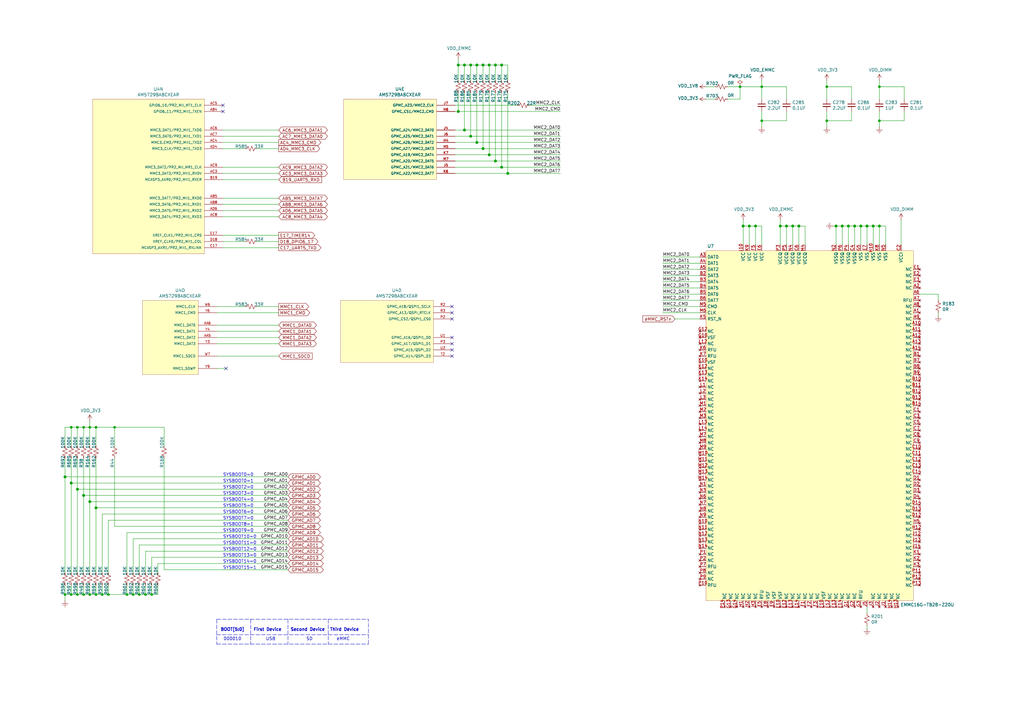
<source format=kicad_sch>
(kicad_sch (version 20210126) (generator eeschema)
  (paper "A3")
  (title_block (title "BeagleBone AI AM57x") (date "2021-01-15") (rev "Kicad-A1") (company "KiCad Services Corporation"))
  (lib_symbols
    (symbol "Device:C_Small" (pin_numbers hide) (pin_names (offset 0.254) hide)
      (property "Reference" "C" (at 0.254 1.778 0))
      (property "Value" "C_Small" (at 0.254 -2.032 0))
      (symbol "C_Small_1_1"
        (pin passive line (at 0 2.54 270) (length 2.032) (name "~") (number "1"))
        (pin passive line (at 0 -2.54 90) (length 2.032) (name "~") (number "2"))
      )
    )
    (symbol "Device:R_Small_US" (pin_numbers hide) (pin_names (offset 0.254) hide)
      (property "Reference" "R" (at 0.762 0.508 0))
      (property "Value" "R_Small_US" (at 0.762 -1.016 0))
      (symbol "R_Small_US_1_1"
        (pin passive line (at 0 2.54 270) (length 1.016) (name "~") (number "1"))
        (pin passive line (at 0 -2.54 90) (length 1.016) (name "~") (number "2"))
      )
    )
    (symbol "beaglebone-ai:AM5729BABCXEAR" (pin_names (offset 1.016))
      (property "Reference" "U" (at -19.05 44.45 0))
      (property "Value" "AM5729BABCXEAR" (at -6.35 44.45 0))
      (symbol "AM5729BABCXEAR_1_0"
        (pin passive line (at 20.32 26.67 180) (length 7.62) (name "XI_OSC0") (number "AE15"))
        (pin passive line (at 20.32 21.59 180) (length 7.62) (name "XO_OSC0") (number "AD15"))
        (pin power_in line (at 20.32 16.51 180) (length 7.62) (name "VSSA_OSC0") (number "AF15"))
        (pin passive line (at 20.32 8.89 180) (length 7.62) (name "XI_OSC1") (number "AC15"))
        (pin passive line (at 20.32 3.81 180) (length 7.62) (name "XO_OSC1") (number "AC13"))
        (pin power_in line (at 20.32 -1.27 180) (length 7.62) (name "VSSA_OSC1") (number "AC14"))
        (pin passive line (at 20.32 -8.89 180) (length 7.62) (name "PORZ") (number "F22"))
        (pin passive line (at 20.32 -16.51 180) (length 7.62) (name "RESETN") (number "E23"))
        (pin passive line (at 20.32 -21.59 180) (length 7.62) (name "RSTOUTN") (number "F23"))
        (pin passive line (at 20.32 -29.21 180) (length 7.62) (name "NMI_DSP") (number "D21"))
      )
      (symbol "AM5729BABCXEAR_2_0"
        (pin passive line (at 19.05 15.24 180) (length 7.62) (name "RTC_OSC_XI") (number "AE14"))
        (pin passive line (at 19.05 12.7 180) (length 7.62) (name "RTC_OSC_XO") (number "AD14"))
        (pin passive line (at 19.05 7.62 180) (length 7.62) (name "RTC_ISO") (number "AF14"))
        (pin passive line (at 19.05 2.54 180) (length 7.62) (name "RTC_PORZ") (number "AB17"))
        (pin passive line (at 19.05 -2.54 180) (length 7.62) (name "ON_OFF") (number "Y11"))
        (pin passive line (at 19.05 -7.62 180) (length 7.62) (name "WAKEUP0") (number "AD17"))
        (pin passive line (at 19.05 -10.16 180) (length 7.62) (name "WAKEUP1") (number "AC17"))
        (pin passive line (at 19.05 -12.7 180) (length 7.62) (name "WAKEUP2") (number "AB16"))
        (pin passive line (at 19.05 -15.24 180) (length 7.62) (name "WAKEUP3") (number "AC16"))
      )
      (symbol "AM5729BABCXEAR_3_0"
        (pin passive line (at 27.94 109.22 180) (length 7.62) (name "DDR1_RST") (number "AG21"))
        (pin passive line (at 27.94 101.6 180) (length 7.62) (name "DDR1_CK") (number "AG24"))
        (pin passive line (at 27.94 99.06 180) (length 7.62) (name "DDR1_CKN") (number "AH24"))
        (pin passive line (at 27.94 96.52 180) (length 7.62) (name "DDR1_CKE") (number "AG22"))
        (pin passive line (at 27.94 93.98 180) (length 7.62) (name "DDR1_CSN0") (number "AH23"))
        (pin passive line (at 27.94 91.44 180) (length 7.62) (name "DDR1_CASN") (number "AC18"))
        (pin passive line (at 27.94 88.9 180) (length 7.62) (name "DDR1_RASN") (number "AF20"))
        (pin passive line (at 27.94 86.36 180) (length 7.62) (name "DDR1_WEN") (number "AH21"))
        (pin passive line (at 27.94 76.2 180) (length 7.62) (name "DDR1_BA0") (number "AF17"))
        (pin passive line (at 27.94 73.66 180) (length 7.62) (name "DDR1_BA1") (number "AE18"))
        (pin passive line (at 27.94 71.12 180) (length 7.62) (name "DDR1_BA2") (number "AB18"))
        (pin passive line (at 27.94 -86.36 180) (length 7.62) (name "DDR1_DQS0") (number "AH25"))
        (pin passive line (at 27.94 -88.9 180) (length 7.62) (name "DDR1_DQS0N") (number "AG25"))
        (pin passive line (at 27.94 -91.44 180) (length 7.62) (name "DDR1_DQS1") (number "AE27"))
        (pin passive line (at 27.94 -93.98 180) (length 7.62) (name "DDR1_DQS1N") (number "AE28"))
        (pin passive line (at 27.94 -96.52 180) (length 7.62) (name "DDR1_DQS2") (number "AD27"))
        (pin passive line (at 27.94 -99.06 180) (length 7.62) (name "DDR1_DQS2N") (number "AD28"))
        (pin passive line (at 27.94 -101.6 180) (length 7.62) (name "DDR1_DQS3") (number "Y28"))
        (pin passive line (at 27.94 -104.14 180) (length 7.62) (name "DDR1_DQS3N") (number "Y27"))
        (pin passive line (at 27.94 -114.3 180) (length 7.62) (name "DDR1_ODT0") (number "AE20"))
        (pin passive line (at 27.94 68.58 180) (length 7.62) (name "DDR1_A0") (number "AD20"))
        (pin passive line (at 27.94 66.04 180) (length 7.62) (name "DDR1_A1") (number "AC19"))
        (pin passive line (at 27.94 63.5 180) (length 7.62) (name "DDR1_A2") (number "AC20"))
        (pin passive line (at 27.94 60.96 180) (length 7.62) (name "DDR1_A3") (number "AB19"))
        (pin passive line (at 27.94 58.42 180) (length 7.62) (name "DDR1_A4") (number "AF21"))
        (pin passive line (at 27.94 55.88 180) (length 7.62) (name "DDR1_A5") (number "AH22"))
        (pin passive line (at 27.94 53.34 180) (length 7.62) (name "DDR1_A6") (number "AG23"))
        (pin passive line (at 27.94 50.8 180) (length 7.62) (name "DDR1_A7") (number "AE21"))
        (pin passive line (at 27.94 48.26 180) (length 7.62) (name "DDR1_A8") (number "AF22"))
        (pin passive line (at 27.94 45.72 180) (length 7.62) (name "DDR1_A9") (number "AE22"))
        (pin passive line (at 27.94 43.18 180) (length 7.62) (name "DDR1_A10") (number "AD21"))
        (pin passive line (at 27.94 40.64 180) (length 7.62) (name "DDR1_A11") (number "AD22"))
        (pin passive line (at 27.94 38.1 180) (length 7.62) (name "DDR1_A12") (number "AC21"))
        (pin passive line (at 27.94 35.56 180) (length 7.62) (name "DDR1_A13") (number "AF18"))
        (pin passive line (at 27.94 33.02 180) (length 7.62) (name "DDR1_A14") (number "AE17"))
        (pin passive line (at 27.94 30.48 180) (length 7.62) (name "DDR1_A15") (number "AD18"))
        (pin passive line (at 27.94 20.32 180) (length 7.62) (name "DDR1_D0") (number "AF25"))
        (pin passive line (at 27.94 17.78 180) (length 7.62) (name "DDR1_D1") (number "AF26"))
        (pin passive line (at 27.94 15.24 180) (length 7.62) (name "DDR1_D2") (number "AG26"))
        (pin passive line (at 27.94 12.7 180) (length 7.62) (name "DDR1_D3") (number "AH26"))
        (pin passive line (at 27.94 10.16 180) (length 7.62) (name "DDR1_D4") (number "AF24"))
        (pin passive line (at 27.94 7.62 180) (length 7.62) (name "DDR1_D5") (number "AE24"))
        (pin passive line (at 27.94 5.08 180) (length 7.62) (name "DDR1_D6") (number "AF23"))
        (pin passive line (at 27.94 2.54 180) (length 7.62) (name "DDR1_D7") (number "AE23"))
        (pin passive line (at 27.94 0 180) (length 7.62) (name "DDR1_D8") (number "AC23"))
        (pin passive line (at 27.94 -2.54 180) (length 7.62) (name "DDR1_D9") (number "AF27"))
        (pin tri_state line (at 27.94 -5.08 180) (length 7.62) (name "DDR1_D10") (number "AG27"))
        (pin passive line (at 27.94 -7.62 180) (length 7.62) (name "DDR1_D11") (number "AF28"))
        (pin passive line (at 27.94 -10.16 180) (length 7.62) (name "DDR1_D12") (number "AE26"))
        (pin passive line (at 27.94 -12.7 180) (length 7.62) (name "DDR1_D13") (number "AC25"))
        (pin passive line (at 27.94 -15.24 180) (length 7.62) (name "DDR1_D14") (number "AC24"))
        (pin passive line (at 27.94 -17.78 180) (length 7.62) (name "DDR1_D15") (number "AD25"))
        (pin tri_state line (at 27.94 -20.32 180) (length 7.62) (name "DDR1_D16") (number "V20"))
        (pin passive line (at 27.94 -22.86 180) (length 7.62) (name "DDR1_D17") (number "W20"))
        (pin passive line (at 27.94 -25.4 180) (length 7.62) (name "DDR1_D18") (number "AB28"))
        (pin passive line (at 27.94 -27.94 180) (length 7.62) (name "DDR1_D19") (number "AC28"))
        (pin passive line (at 27.94 -30.48 180) (length 7.62) (name "DDR1_D20") (number "AC27"))
        (pin passive line (at 27.94 -33.02 180) (length 7.62) (name "DDR1_D21") (number "Y19"))
        (pin passive line (at 27.94 -35.56 180) (length 7.62) (name "DDR1_D22") (number "AB27"))
        (pin passive line (at 27.94 -38.1 180) (length 7.62) (name "DDR1_D23") (number "Y20"))
        (pin passive line (at 27.94 -40.64 180) (length 7.62) (name "DDR1_D24") (number "AA23"))
        (pin passive line (at 27.94 -43.18 180) (length 7.62) (name "DDR1_D25") (number "Y22"))
        (pin passive line (at 27.94 -45.72 180) (length 7.62) (name "DDR1_D26") (number "Y23"))
        (pin passive line (at 27.94 -48.26 180) (length 7.62) (name "DDR1_D27") (number "AA24"))
        (pin passive line (at 27.94 -50.8 180) (length 7.62) (name "DDR1_D28") (number "Y24"))
        (pin passive line (at 27.94 -53.34 180) (length 7.62) (name "DDR1_D29") (number "AA26"))
        (pin passive line (at 27.94 -55.88 180) (length 7.62) (name "DDR1_D30") (number "AA25"))
        (pin passive line (at 27.94 -58.42 180) (length 7.62) (name "DDR1_D31") (number "AA28"))
        (pin passive line (at 27.94 -68.58 180) (length 7.62) (name "DDR1_DQM0") (number "AD23"))
        (pin passive line (at 27.94 -71.12 180) (length 7.62) (name "DDR1_DQM1") (number "AB23"))
        (pin passive line (at 27.94 -73.66 180) (length 7.62) (name "DDR1_DQM2") (number "AC26"))
        (pin passive line (at 27.94 -76.2 180) (length 7.62) (name "DDR1_DQM3") (number "AA27"))
        (pin passive line (at 27.94 -121.92 180) (length 7.62) (name "DDR1_VREF") (number "Y18"))
        (pin passive line (at -25.4 -10.16 0) (length 7.62) (name "DDR1_ECC_DQSN") (number "V28"))
        (pin passive line (at -25.4 -7.62 0) (length 7.62) (name "DDR1_ECC_DQS") (number "V27"))
        (pin passive line (at -25.4 0 0) (length 7.62) (name "DDR1_ECC_DQM") (number "V26"))
        (pin passive line (at -25.4 7.62 0) (length 7.62) (name "DDR1_ECC_D7") (number "Y26"))
        (pin passive line (at -25.4 10.16 0) (length 7.62) (name "DDR1_ECC_D6") (number "V25"))
        (pin passive line (at -25.4 12.7 0) (length 7.62) (name "DDR1_ECC_D5") (number "V24"))
        (pin passive line (at -25.4 15.24 0) (length 7.62) (name "DDR1_ECC_D4") (number "Y25"))
        (pin passive line (at -25.4 17.78 0) (length 7.62) (name "DDR1_ECC_D3") (number "W23"))
        (pin passive line (at -25.4 20.32 0) (length 7.62) (name "DDR1_ECC_D2") (number "W19"))
        (pin passive line (at -25.4 22.86 0) (length 7.62) (name "DDR1_ECC_D1") (number "V23"))
        (pin passive line (at -25.4 25.4 0) (length 7.62) (name "DDR1_ECC_D0") (number "W22"))
      )
      (symbol "AM5729BABCXEAR_4_0"
        (pin passive line (at 25.4 8.89 180) (length 7.62) (name "GPMC_A18/QSPI1_SCLK") (number "R2"))
        (pin passive line (at 25.4 6.35 180) (length 7.62) (name "GPMC_A13/QSPI_RTCLK") (number "R3"))
        (pin passive line (at 25.4 3.81 180) (length 7.62) (name "GPMC_CS2/QSPI1_CS0") (number "P2"))
        (pin passive line (at 25.4 -3.81 180) (length 7.62) (name "GPMC_A16/QSPI1_D0") (number "U1"))
        (pin passive line (at 25.4 -6.35 180) (length 7.62) (name "GPMC_A17/QSPI1_D1") (number "P3"))
        (pin passive line (at 25.4 -8.89 180) (length 7.62) (name "GPMC_A15/QSPI_D2") (number "U2"))
        (pin passive line (at 25.4 -11.43 180) (length 7.62) (name "GPMC_A14/QSPI_D3") (number "T2"))
      )
      (symbol "AM5729BABCXEAR_5_0"
        (pin passive line (at 27.94 15.24 180) (length 7.62) (name "GPMC_A23/MMC2_CLK") (number "J7"))
        (pin passive line (at 27.94 12.7 180) (length 7.62) (name "GPMC_CS1/MMC2_CMD") (number "H6"))
        (pin passive line (at 27.94 5.08 180) (length 7.62) (name "GPMC_A24/MMC2_DAT0") (number "J4"))
        (pin passive line (at 27.94 2.54 180) (length 7.62) (name "GPMC_A25/MMC2_DAT1") (number "J6"))
        (pin passive line (at 27.94 0 180) (length 7.62) (name "GPMC_A26/MMC2_DAT2") (number "H4"))
        (pin passive line (at 27.94 -2.54 180) (length 7.62) (name "GPMC_A27/MMC2_DAT3") (number "H5"))
        (pin passive line (at 27.94 -5.08 180) (length 7.62) (name "GPMC_A19/MMC2_DAT4") (number "K7"))
        (pin passive line (at 27.94 -7.62 180) (length 7.62) (name "GPMC_A20/MMC2_DAT5") (number "M7"))
        (pin passive line (at 27.94 -10.16 180) (length 7.62) (name "GPMC_A21/MMC2_DAT6") (number "J5"))
        (pin passive line (at 27.94 -12.7 180) (length 7.62) (name "GPMC_A22/MMC2_DAT7") (number "K6"))
      )
      (symbol "AM5729BABCXEAR_6_0"
        (pin passive line (at 19.05 22.86 180) (length 7.62) (name "RGMII0_TXC") (number "W9"))
        (pin passive line (at 19.05 20.32 180) (length 7.62) (name "RGMII0_TXCTL") (number "V9"))
        (pin passive line (at 19.05 12.7 180) (length 7.62) (name "RGMII0_TXD0") (number "U6"))
        (pin passive line (at 19.05 10.16 180) (length 7.62) (name "RGMII0_TXD1") (number "V6"))
        (pin passive line (at 19.05 7.62 180) (length 7.62) (name "RGMII0_TXD2") (number "U7"))
        (pin passive line (at 19.05 5.08 180) (length 7.62) (name "RGMII0_TXD3") (number "V7"))
        (pin passive line (at 19.05 -2.54 180) (length 7.62) (name "RGMII0_RXC") (number "U5"))
        (pin passive line (at 19.05 -5.08 180) (length 7.62) (name "RGMII0_RXCTL") (number "V5"))
        (pin passive line (at 19.05 -12.7 180) (length 7.62) (name "RGMII0_RXD0") (number "W2"))
        (pin passive line (at 19.05 -15.24 180) (length 7.62) (name "RGMII0_RXD1") (number "Y2"))
        (pin passive line (at 19.05 -17.78 180) (length 7.62) (name "RGMII0_RXD2") (number "V3"))
        (pin passive line (at 19.05 -20.32 180) (length 7.62) (name "RGMII0_RXD3") (number "V4"))
        (pin passive line (at 19.05 -27.94 180) (length 7.62) (name "MDIO_MCLK") (number "V1"))
        (pin passive line (at 19.05 -30.48 180) (length 7.62) (name "MDIO_D") (number "U4"))
      )
      (symbol "AM5729BABCXEAR_7_0"
        (pin passive line (at 26.67 20.32 180) (length 7.62) (name "VIN2A_D12/RGMII1_TXC") (number "D5"))
        (pin passive line (at 26.67 17.78 180) (length 7.62) (name "VIN2A_D13/RGMII1_TXCTL") (number "C2"))
        (pin passive line (at 26.67 10.16 180) (length 7.62) (name "VIN2A_D17/RGMII1_TXD0") (number "D6"))
        (pin passive line (at 26.67 7.62 180) (length 7.62) (name "VIN2A_D16/RGMII1_TXD1") (number "B2"))
        (pin passive line (at 26.67 5.08 180) (length 7.62) (name "VIN2A_D15/RGMII1_TXD2") (number "C4"))
        (pin passive line (at 26.67 2.54 180) (length 7.62) (name "VIN2A_D14/RGMII1_TXD3") (number "C3"))
        (pin passive line (at 26.67 -5.08 180) (length 7.62) (name "VIN2A_D18/RGMII1_RXC") (number "C5"))
        (pin passive line (at 26.67 -7.62 180) (length 7.62) (name "VIN2A_D19/RGMII1_RXCTL") (number "A3"))
        (pin passive line (at 26.67 -15.24 180) (length 7.62) (name "VIN2A_D23/RGMII1_RXD0") (number "A4"))
        (pin passive line (at 26.67 -17.78 180) (length 7.62) (name "VIN2A_D22/RGMII1_RXD1") (number "B5"))
        (pin passive line (at 26.67 -20.32 180) (length 7.62) (name "VIN2A_D21/RGMII1_RXD2") (number "B4"))
        (pin passive line (at 26.67 -22.86 180) (length 7.62) (name "VIN2A_D20/RGMII1_RXD3") (number "B3"))
      )
      (symbol "AM5729BABCXEAR_8_0"
        (pin passive line (at 27.94 17.78 180) (length 7.62) (name "HDMI1_CLOCKX") (number "AG16"))
        (pin passive line (at 27.94 15.24 180) (length 7.62) (name "HDMI1_CLOCKY") (number "AH16"))
        (pin passive line (at 27.94 7.62 180) (length 7.62) (name "HDMI1_DATA0X") (number "AG17"))
        (pin passive line (at 27.94 5.08 180) (length 7.62) (name "HDMI1_DATA0Y") (number "AH17"))
        (pin passive line (at 27.94 2.54 180) (length 7.62) (name "HDMI1_DATA1X") (number "AG18"))
        (pin passive line (at 27.94 0 180) (length 7.62) (name "HDMI1_DATA1Y") (number "AH18"))
        (pin passive line (at 27.94 -2.54 180) (length 7.62) (name "HDMI1_DATA2X") (number "AG19"))
        (pin passive line (at 27.94 -5.08 180) (length 7.62) (name "HDMI1_DATA2Y") (number "AH19"))
        (pin passive line (at 27.94 -12.7 180) (length 7.62) (name "I2C2_SCL/HDMI1_DDC_SDA") (number "C25"))
        (pin passive line (at 27.94 -15.24 180) (length 7.62) (name "I2C2_SDA/HDMI1_DDC_SCL") (number "F17"))
        (pin passive line (at 27.94 -22.86 180) (length 7.62) (name "SPI1_CS2/HDMI_HPD") (number "B21"))
        (pin passive line (at 27.94 -25.4 180) (length 7.62) (name "SPI1_CS3/HDMI_CEC") (number "B20"))
      )
      (symbol "AM5729BABCXEAR_9_0"
        (pin passive line (at 26.67 1.27 180) (length 7.62) (name "UART2_RTSN/UART3_TXD") (number "C28"))
        (pin passive line (at 26.67 -1.27 180) (length 7.62) (name "UART2_CTSN/UART3_RXD") (number "D27"))
      )
      (symbol "AM5729BABCXEAR_10_0"
        (pin passive line (at 27.94 8.89 180) (length 7.62) (name "VIN2A_D1/PR1_UART0_TXD") (number "F3"))
        (pin passive line (at 27.94 6.35 180) (length 7.62) (name "VIN2A_D0/PR1_UART0_RXD") (number "F2"))
        (pin passive line (at 27.94 -3.81 180) (length 7.62) (name "VIN2A_D5/PR1_PRU1_R30_2") (number "F4"))
        (pin passive line (at 27.94 -13.97 180) (length 7.62) (name "RMII50MHZCLK/PR2_GPIO") (number "U3"))
      )
      (symbol "AM5729BABCXEAR_11_0"
        (pin passive line (at 30.48 1.27 180) (length 7.62) (name "UART3_TXD/PR1_MII0_MR0CLK") (number "Y1"))
        (pin passive line (at 30.48 -1.27 180) (length 7.62) (name "UART3_RXD/PR1_MII0_RXDV") (number "V2"))
      )
      (symbol "AM5729BABCXEAR_12_0"
        (pin passive line (at 30.48 11.43 180) (length 7.62) (name "VIN2A_D6/PR1_MII_MT1_CLK") (number "C1"))
        (pin passive line (at 30.48 8.89 180) (length 7.62) (name "VIN2A_D7/PR1_MII1_TXEN") (number "E4"))
        (pin passive line (at 30.48 1.27 180) (length 7.62) (name "VIN2A_D9/PR1_MII1_TXD2") (number "E6"))
        (pin passive line (at 30.48 -1.27 180) (length 7.62) (name "VIN2A_D8/PR1_MII1_TXD3") (number "F5"))
        (pin passive line (at 30.48 -8.89 180) (length 7.62) (name "VIN2A_D10/PR1_MDIO_MDCLK") (number "D3"))
        (pin passive line (at 30.48 -11.43 180) (length 7.62) (name "VIN2A_D11/PR1_MDIO_DATA") (number "F6"))
      )
      (symbol "AM5729BABCXEAR_13_0"
        (pin passive line (at 33.02 27.94 180) (length 7.62) (name "MCASP1_AXR1/PR2_MII_MT0_CLK") (number "F12"))
        (pin passive line (at 33.02 25.4 180) (length 7.62) (name "MCASP1_AXR8/PR2_MII0_TXEN") (number "B12"))
        (pin passive line (at 33.02 17.78 180) (length 7.62) (name "MCASP1_AXR12/PR2_MII0_TXD0") (number "E14"))
        (pin passive line (at 33.02 15.24 180) (length 7.62) (name "MCASP1_AXR11/PR2_MII0_TXD1") (number "A12"))
        (pin passive line (at 33.02 12.7 180) (length 7.62) (name "MCASP1_AXR10/PR2_MII0_TXD2") (number "B13"))
        (pin passive line (at 33.02 10.16 180) (length 7.62) (name "MCASP1_AXR9/PR2_MII0_TXD3") (number "A11"))
        (pin passive line (at 33.02 2.54 180) (length 7.62) (name "MCASP1_AXR13/PR2_MII_MR0_CLK") (number "A13"))
        (pin passive line (at 33.02 0 180) (length 7.62) (name "MCASP1_AXR14/PR2_MII0_RXDV") (number "G14"))
        (pin passive line (at 33.02 -2.54 180) (length 7.62) (name "MCASP1_AXR0/PR2_MII0_RXER") (number "G12"))
        (pin passive line (at 33.02 -10.16 180) (length 7.62) (name "MCASP2_AXR2/PR2_MII0_RXD0") (number "C15"))
        (pin passive line (at 33.02 -12.7 180) (length 7.62) (name "MCASP2_FSX/PR2_MII0_RXD1") (number "A18"))
        (pin passive line (at 33.02 -15.24 180) (length 7.62) (name "MCASP2_ACLKX/PR2_MII0_RXD2") (number "A19"))
        (pin passive line (at 33.02 -17.78 180) (length 7.62) (name "MCASP1_AXR15/PR2_MII0_RXD3") (number "F14"))
        (pin passive line (at 33.02 -25.4 180) (length 7.62) (name "MCASP3_ACLKX/PR2_MII0_CRS") (number "B18"))
        (pin passive line (at 33.02 -27.94 180) (length 7.62) (name "MCASP3_FSX/PR2_MII0_COL") (number "F15"))
        (pin passive line (at 33.02 -30.48 180) (length 7.62) (name "MCASP2_AXR3/PR2_MII0_RXLINK") (number "A16"))
        (pin passive line (at 33.02 -38.1 180) (length 7.62) (name "MCASP1_ACLKX/PR2_MDIO_MDCLK") (number "C14"))
        (pin passive line (at 33.02 -40.64 180) (length 7.62) (name "MCASP1_FSX/PR2_MDIO_DATA") (number "D14"))
      )
      (symbol "AM5729BABCXEAR_14_0"
        (pin passive line (at 31.75 25.4 180) (length 7.62) (name "GPIO6_10/PR2_MII_MT1_CLK") (number "AC5"))
        (pin passive line (at 31.75 22.86 180) (length 7.62) (name "GPIO6_11/PR2_MII1_TXEN") (number "AB4"))
        (pin passive line (at 31.75 15.24 180) (length 7.62) (name "MMC3_DAT1/PR2_MII1_TXD0") (number "AC6"))
        (pin passive line (at 31.75 12.7 180) (length 7.62) (name "MMC3_DAT0/PR2_MII1_TXD1") (number "AC7"))
        (pin passive line (at 31.75 10.16 180) (length 7.62) (name "MMC3_CMD/PR2_MII1_TXD2") (number "AC4"))
        (pin passive line (at 31.75 7.62 180) (length 7.62) (name "MMC3_CLK/PR2_MII1_TXD3") (number "AD4"))
        (pin passive line (at 31.75 0 180) (length 7.62) (name "MMC3_DAT2/PR2_MII_MR1_CLK") (number "AC9"))
        (pin passive line (at 31.75 -2.54 180) (length 7.62) (name "MMC3_DAT3/PR2_MII1_RXDV") (number "AC3"))
        (pin passive line (at 31.75 -5.08 180) (length 7.62) (name "MCASP3_AXR0/PR2_MII1_RXER") (number "B19"))
        (pin passive line (at 31.75 -12.7 180) (length 7.62) (name "MMC3_DAT7/PR2_MII1_RXD0") (number "AB5"))
        (pin passive line (at 31.75 -15.24 180) (length 7.62) (name "MMC3_DAT6/PR2_MII1_RXD1") (number "AB8"))
        (pin passive line (at 31.75 -17.78 180) (length 7.62) (name "MMC3_DAT5/PR2_MII1_RXD2") (number "AD6"))
        (pin passive line (at 31.75 -20.32 180) (length 7.62) (name "MMC3_DAT4/PR2_MII1_RXD3") (number "AC8"))
        (pin passive line (at 31.75 -27.94 180) (length 7.62) (name "XREF_CLK1/PR2_MII1_CRS") (number "E17"))
        (pin passive line (at 31.75 -30.48 180) (length 7.62) (name "XREF_CLK0/PR2_MII1_COL") (number "D18"))
        (pin passive line (at 31.75 -33.02 180) (length 7.62) (name "MCASP3_AXR1/PR2_MII1_RXLINK") (number "C17"))
      )
      (symbol "AM5729BABCXEAR_15_0"
        (pin passive line (at 19.05 12.7 180) (length 7.62) (name "MMC1_CLK") (number "W6"))
        (pin passive line (at 19.05 10.16 180) (length 7.62) (name "MMC1_CMD") (number "Y6"))
        (pin passive line (at 19.05 5.08 180) (length 7.62) (name "MMC1_DAT0") (number "AA6"))
        (pin passive line (at 19.05 2.54 180) (length 7.62) (name "MMC1_DAT1") (number "Y4"))
        (pin passive line (at 19.05 0 180) (length 7.62) (name "MMC1_DAT2") (number "AA5"))
        (pin passive line (at 19.05 -2.54 180) (length 7.62) (name "MMC1_DAT3") (number "Y3"))
        (pin passive line (at 19.05 -7.62 180) (length 7.62) (name "MMC1_SDCD") (number "W7"))
        (pin passive line (at 19.05 -12.7 180) (length 7.62) (name "MMC1_SDWP") (number "Y9"))
      )
      (symbol "AM5729BABCXEAR_16_0"
        (pin passive line (at 20.32 7.62 180) (length 7.62) (name "LJCB_CLKP") (number "AG15"))
        (pin passive line (at 20.32 5.08 180) (length 7.62) (name "LJCB_CLKN") (number "AH15"))
        (pin passive line (at 20.32 0 180) (length 7.62) (name "PCIE_TXP0") (number "AH14"))
        (pin passive line (at 20.32 -2.54 180) (length 7.62) (name "PCIE_TXN0") (number "AG14"))
        (pin passive line (at 20.32 -7.62 180) (length 7.62) (name "PCIE_RXP0") (number "AH13"))
        (pin passive line (at 20.32 -10.16 180) (length 7.62) (name "PCIE_RXN0") (number "AG13"))
      )
      (symbol "AM5729BABCXEAR_17_0"
        (pin passive line (at 19.05 10.16 180) (length 7.62) (name "USB1_DP") (number "AD12"))
        (pin passive line (at 19.05 7.62 180) (length 7.62) (name "USB1_DM") (number "AC12"))
        (pin passive line (at 19.05 2.54 180) (length 7.62) (name "USB1_DRVVBUS") (number "AB10"))
        (pin passive line (at 19.05 -2.54 180) (length 7.62) (name "USB_RXN0") (number "AF12"))
        (pin passive line (at 19.05 -5.08 180) (length 7.62) (name "USB_RXP0") (number "AE12"))
        (pin passive line (at 19.05 -10.16 180) (length 7.62) (name "USB_TXN0") (number "AC11"))
        (pin passive line (at 19.05 -12.7 180) (length 7.62) (name "USB_TXP0") (number "AD11"))
      )
      (symbol "AM5729BABCXEAR_18_0"
        (pin passive line (at 19.05 1.27 180) (length 7.62) (name "I2C1_SCL") (number "C20"))
        (pin passive line (at 19.05 -1.27 180) (length 7.62) (name "I2C1_SDA") (number "C21"))
      )
      (symbol "AM5729BABCXEAR_19_0"
        (pin passive line (at 15.24 10.16 180) (length 7.62) (name "TCK") (number "E20"))
        (pin passive line (at 15.24 7.62 180) (length 7.62) (name "RTCK") (number "E18"))
        (pin passive line (at 15.24 5.08 180) (length 7.62) (name "TMS") (number "F18"))
        (pin passive line (at 15.24 0 180) (length 7.62) (name "TDI") (number "D23"))
        (pin passive line (at 15.24 -2.54 180) (length 7.62) (name "TDO") (number "F19"))
        (pin passive line (at 15.24 -7.62 180) (length 7.62) (name "TRSTN") (number "D20"))
        (pin passive line (at 15.24 -12.7 180) (length 7.62) (name "EMU0") (number "G21"))
        (pin passive line (at 15.24 -15.24 180) (length 7.62) (name "EMU1") (number "D24"))
      )
      (symbol "AM5729BABCXEAR_20_0"
        (pin passive line (at 25.4 40.64 180) (length 7.62) (name "VOUT1_CLK") (number "D11"))
        (pin passive line (at 25.4 33.02 180) (length 7.62) (name "VOUT1_VSYNC") (number "E11"))
        (pin passive line (at 25.4 30.48 180) (length 7.62) (name "VOUT1_HSYNC") (number "C11"))
        (pin passive line (at 25.4 27.94 180) (length 7.62) (name "VOUT1_DE") (number "B10"))
        (pin passive line (at 25.4 20.32 180) (length 7.62) (name "VOUT1_D0") (number "F11"))
        (pin passive line (at 25.4 17.78 180) (length 7.62) (name "VOUT1_D1") (number "G10"))
        (pin passive line (at 25.4 15.24 180) (length 7.62) (name "VOUT1_D2") (number "F10"))
        (pin passive line (at 25.4 12.7 180) (length 7.62) (name "VOUT1_D3") (number "G11"))
        (pin passive line (at 25.4 10.16 180) (length 7.62) (name "VOUT1_D4") (number "E9"))
        (pin passive line (at 25.4 7.62 180) (length 7.62) (name "VOUT1_D5") (number "F9"))
        (pin passive line (at 25.4 5.08 180) (length 7.62) (name "VOUT1_D6") (number "F8"))
        (pin passive line (at 25.4 2.54 180) (length 7.62) (name "VOUT1_D7") (number "E7"))
        (pin passive line (at 25.4 0 180) (length 7.62) (name "VOUT1_D8") (number "E8"))
        (pin passive line (at 25.4 -2.54 180) (length 7.62) (name "VOUT1_D9") (number "D9"))
        (pin passive line (at 25.4 -5.08 180) (length 7.62) (name "VOUT1_D10") (number "D7"))
        (pin passive line (at 25.4 -7.62 180) (length 7.62) (name "VOUT1_D11") (number "D8"))
        (pin passive line (at 25.4 -10.16 180) (length 7.62) (name "VOUT1_D12") (number "A5"))
        (pin passive line (at 25.4 -12.7 180) (length 7.62) (name "VOUT1_D13") (number "C6"))
        (pin passive line (at 25.4 -15.24 180) (length 7.62) (name "VOUT1_D14") (number "C8"))
        (pin passive line (at 25.4 -17.78 180) (length 7.62) (name "VOUT1_D15") (number "C7"))
        (pin passive line (at 25.4 -20.32 180) (length 7.62) (name "VOUT1_D16") (number "B7"))
        (pin passive line (at 25.4 -22.86 180) (length 7.62) (name "VOUT1_D17") (number "B8"))
        (pin passive line (at 25.4 -25.4 180) (length 7.62) (name "VOUT1_D18") (number "A7"))
        (pin passive line (at 25.4 -27.94 180) (length 7.62) (name "VOUT1_D19") (number "A8"))
        (pin passive line (at 25.4 -30.48 180) (length 7.62) (name "VOUT1_D20") (number "C9"))
        (pin passive line (at 25.4 -33.02 180) (length 7.62) (name "VOUT1_D21") (number "A9"))
        (pin passive line (at 25.4 -35.56 180) (length 7.62) (name "VOUT1_D22") (number "B9"))
        (pin passive line (at 25.4 -38.1 180) (length 7.62) (name "VOUT1_D23") (number "A10"))
        (pin passive line (at 25.4 -45.72 180) (length 7.62) (name "VIN2A_D2/ECAP1_IN_PWM1") (number "D1"))
      )
      (symbol "AM5729BABCXEAR_21_0"
        (pin passive line (at 27.94 6.35 180) (length 7.62) (name "MCASP4_ACLKX/SPI3_SCLK") (number "C18"))
        (pin passive line (at 27.94 1.27 180) (length 7.62) (name "VIN1A_D15/GPIO") (number "AF4"))
        (pin passive line (at 27.94 -1.27 180) (length 7.62) (name "MCASP4_FSX/SPI3_D1") (number "A21"))
        (pin passive line (at 27.94 -6.35 180) (length 7.62) (name "MCASP4_AXR1/SPI3_CS0") (number "D17"))
      )
      (symbol "AM5729BABCXEAR_22_0"
        (pin passive line (at 33.02 87.63 180) (length 7.62) (name "GPMC_AD0/GPIO") (number "M6"))
        (pin passive line (at 33.02 85.09 180) (length 7.62) (name "GPMC_AD1/GPIO") (number "M2"))
        (pin passive line (at 33.02 82.55 180) (length 7.62) (name "GPMC_AD2/GPIO") (number "L5"))
        (pin passive line (at 33.02 80.01 180) (length 7.62) (name "GPMC_AD3/GPIO") (number "M1"))
        (pin passive line (at 33.02 77.47 180) (length 7.62) (name "GPMC_AD4/GPIO") (number "L6"))
        (pin passive line (at 33.02 74.93 180) (length 7.62) (name "GPMC_AD5/GPIO") (number "L4"))
        (pin passive line (at 33.02 72.39 180) (length 7.62) (name "GPMC_AD6/GPIO") (number "L3"))
        (pin passive line (at 33.02 69.85 180) (length 7.62) (name "GPMC_AD7/GPIO") (number "L2"))
        (pin passive line (at 33.02 67.31 180) (length 7.62) (name "GPMC_AD8") (number "L1"))
        (pin passive line (at 33.02 64.77 180) (length 7.62) (name "GPMC_AD9") (number "K2"))
        (pin passive line (at 33.02 62.23 180) (length 7.62) (name "GPMC_AD10") (number "J1"))
        (pin passive line (at 33.02 59.69 180) (length 7.62) (name "GPMC_AD11") (number "J2"))
        (pin passive line (at 33.02 57.15 180) (length 7.62) (name "GPMC_AD12") (number "H1"))
        (pin passive line (at 33.02 54.61 180) (length 7.62) (name "GPMC_AD13") (number "J3"))
        (pin passive line (at 33.02 52.07 180) (length 7.62) (name "GPMC_AD14") (number "H2"))
        (pin passive line (at 33.02 49.53 180) (length 7.62) (name "GPMC_AD15") (number "H3"))
        (pin passive line (at 33.02 39.37 180) (length 7.62) (name "GPMC_CS0") (number "T1"))
        (pin passive line (at 33.02 36.83 180) (length 7.62) (name "GPMC_CS3/GPIO") (number "P1"))
        (pin passive line (at 33.02 34.29 180) (length 7.62) (name "GPMC_CLK") (number "P7"))
        (pin passive line (at 33.02 31.75 180) (length 7.62) (name "GPMC_ADVN_ALE") (number "N1"))
        (pin passive line (at 33.02 29.21 180) (length 7.62) (name "GPMC_OEN_REN") (number "M5"))
        (pin passive line (at 33.02 26.67 180) (length 7.62) (name "GPMC_WEN") (number "M3"))
        (pin passive line (at 33.02 24.13 180) (length 7.62) (name "GPMC_BEN0") (number "N6"))
        (pin passive line (at 33.02 21.59 180) (length 7.62) (name "GPMC_BEN1") (number "M4"))
        (pin passive line (at 33.02 19.05 180) (length 7.62) (name "GPMC_WAIT0") (number "N2"))
        (pin passive line (at 33.02 6.35 180) (length 7.62) (name "MCASP1_ACLKR") (number "B14"))
        (pin passive line (at 33.02 3.81 180) (length 7.62) (name "MCASP1_FSR") (number "J14"))
        (pin passive line (at 33.02 1.27 180) (length 7.62) (name "MCASP1_AXR2") (number "G13"))
        (pin passive line (at 33.02 -1.27 180) (length 7.62) (name "MCASP1_AXR3") (number "J11"))
        (pin passive line (at 33.02 -3.81 180) (length 7.62) (name "MCASP1_AXR4") (number "E12"))
        (pin passive line (at 33.02 -6.35 180) (length 7.62) (name "MCASP1_AXR5") (number "F13"))
        (pin passive line (at 33.02 -8.89 180) (length 7.62) (name "MCASP1_AXR6") (number "C12"))
        (pin passive line (at 33.02 -11.43 180) (length 7.62) (name "MCASP1_AXR7") (number "D12"))
        (pin passive line (at 33.02 -24.13 180) (length 7.62) (name "MCASP2_ACLKR") (number "E15"))
        (pin passive line (at 33.02 -26.67 180) (length 7.62) (name "MCASP2_FSR") (number "A20"))
        (pin passive line (at 33.02 -29.21 180) (length 7.62) (name "MCASP2_AXR0") (number "B15"))
        (pin passive line (at 33.02 -31.75 180) (length 7.62) (name "MCASP2_AXR1") (number "A15"))
        (pin passive line (at 33.02 -34.29 180) (length 7.62) (name "MCASP2_AXR4") (number "D15"))
        (pin passive line (at 33.02 -36.83 180) (length 7.62) (name "MCASP2_AXR5") (number "B16"))
        (pin passive line (at 33.02 -39.37 180) (length 7.62) (name "MCASP2_AXR6") (number "B17"))
        (pin passive line (at 33.02 -41.91 180) (length 7.62) (name "MCASP2_AXR7") (number "A17"))
        (pin passive line (at 33.02 -44.45 180) (length 7.62) (name "MCASP5_AXR0/GPIO") (number "AB3"))
        (pin passive line (at 33.02 -46.99 180) (length 7.62) (name "MCASP5_AXR1/GPIO") (number "AA4"))
        (pin passive line (at 33.02 -49.53 180) (length 7.62) (name "PCIE_TXP1") (number "AH12"))
        (pin passive line (at 33.02 -52.07 180) (length 7.62) (name "PCIE_TXN1") (number "AG12"))
        (pin passive line (at 33.02 -54.61 180) (length 7.62) (name "PCIE_RXP1") (number "AH11"))
        (pin passive line (at 33.02 -57.15 180) (length 7.62) (name "PCIE_RXN1") (number "AG11"))
        (pin passive line (at 33.02 -59.69 180) (length 7.62) (name "GPIO6_14") (number "E21"))
        (pin passive line (at 33.02 -62.23 180) (length 7.62) (name "GPIO6_15") (number "F20"))
        (pin passive line (at 33.02 -64.77 180) (length 7.62) (name "GPIO6_16") (number "F21"))
        (pin passive line (at 33.02 -74.93 180) (length 7.62) (name "XREF_CLK2") (number "B26"))
        (pin passive line (at 33.02 -82.55 180) (length 7.62) (name "SPI1_SCLK") (number "A25"))
        (pin passive line (at 33.02 -85.09 180) (length 7.62) (name "SPI1_D0") (number "B25"))
        (pin passive line (at 33.02 -87.63 180) (length 7.62) (name "SPI1_D1") (number "F16"))
        (pin passive line (at 33.02 -90.17 180) (length 7.62) (name "SPI1_CS0") (number "A24"))
        (pin passive line (at 33.02 -92.71 180) (length 7.62) (name "SPI1_CS1") (number "A22"))
        (pin passive line (at -35.56 -92.71 0) (length 7.62) (name "UART1_CTSN/GPIO") (number "E25"))
        (pin passive line (at -35.56 -90.17 0) (length 7.62) (name "UART1_RTSN/GPIO") (number "C27"))
        (pin passive line (at -35.56 -87.63 0) (length 7.62) (name "UART1_RXD/GPIO") (number "B27"))
        (pin passive line (at -35.56 -85.09 0) (length 7.62) (name "UART1_TXD/GPIO") (number "C26"))
        (pin passive line (at -35.56 -74.93 0) (length 7.62) (name "VIN1B_CLK1") (number "AH7"))
        (pin passive line (at -35.56 -72.39 0) (length 7.62) (name "MCASP4_AXR0/SPI3_D0") (number "G16"))
        (pin passive line (at -35.56 -62.23 0) (length 7.62) (name "VIN2A_D4") (number "D2"))
        (pin passive line (at -35.56 -59.69 0) (length 7.62) (name "VIN2A_D3") (number "E2"))
        (pin passive line (at -35.56 -46.99 0) (length 7.62) (name "VIN2A_VSYNC0") (number "G6"))
        (pin passive line (at -35.56 -44.45 0) (length 7.62) (name "VIN2A_HSYNC0") (number "G1"))
        (pin passive line (at -35.56 -41.91 0) (length 7.62) (name "VIN2A_FLD0") (number "H7"))
        (pin passive line (at -35.56 -39.37 0) (length 7.62) (name "VIN2A_DE0") (number "G2"))
        (pin passive line (at -35.56 -36.83 0) (length 7.62) (name "VIN2A_CLK0") (number "E1"))
        (pin passive line (at -35.56 -24.13 0) (length 7.62) (name "VOUT1_FLD") (number "B11"))
        (pin passive line (at -35.56 -21.59 0) (length 7.62) (name "VIN1A_FLD0") (number "AF9"))
        (pin passive line (at -35.56 -19.05 0) (length 7.62) (name "VIN1A_DE0") (number "AD9"))
        (pin passive line (at -35.56 -16.51 0) (length 7.62) (name "VIN1A_VSYNC0") (number "AF8"))
        (pin passive line (at -35.56 -13.97 0) (length 7.62) (name "VIN1A_HSYNC0") (number "AE9"))
        (pin passive line (at -35.56 -11.43 0) (length 7.62) (name "VIN1A_CLK0") (number "AG8"))
        (pin passive line (at -35.56 8.89 0) (length 7.62) (name "VIN1A_D23") (number "AD3"))
        (pin passive line (at -35.56 11.43 0) (length 7.62) (name "VIN1A_D22") (number "AD2"))
        (pin passive line (at -35.56 13.97 0) (length 7.62) (name "VIN1A_D21") (number "AE6"))
        (pin passive line (at -35.56 16.51 0) (length 7.62) (name "VIN1A_D20") (number "AE2"))
        (pin passive line (at -35.56 19.05 0) (length 7.62) (name "VIN1A_D19") (number "AE1"))
        (pin passive line (at -35.56 21.59 0) (length 7.62) (name "VIN1A_D18") (number "AE5"))
        (pin passive line (at -35.56 24.13 0) (length 7.62) (name "VIN1A_D17") (number "AE3"))
        (pin passive line (at -35.56 26.67 0) (length 7.62) (name "VIN1A_D16") (number "AF1"))
        (pin passive line (at -35.56 29.21 0) (length 7.62) (name "VIN1A_D14") (number "AF3"))
        (pin passive line (at -35.56 31.75 0) (length 7.62) (name "VIN1A_D13") (number "AF6"))
        (pin passive line (at -35.56 34.29 0) (length 7.62) (name "VIN1A_D11") (number "AG5"))
        (pin passive line (at -35.56 36.83 0) (length 7.62) (name "VIN1A_D10") (number "AG3"))
        (pin passive line (at -35.56 39.37 0) (length 7.62) (name "VIN1A_D9") (number "AG2"))
        (pin passive line (at -35.56 41.91 0) (length 7.62) (name "VIN1A_D8") (number "AG4"))
        (pin passive line (at -35.56 44.45 0) (length 7.62) (name "VIN1A_D7") (number "AH4"))
        (pin passive line (at -35.56 46.99 0) (length 7.62) (name "VIN1A_D6") (number "AG6"))
        (pin passive line (at -35.56 49.53 0) (length 7.62) (name "VIN1A_D5") (number "AH5"))
        (pin passive line (at -35.56 52.07 0) (length 7.62) (name "VIN1A_D4") (number "AH3"))
        (pin passive line (at -35.56 54.61 0) (length 7.62) (name "VIN1A_D3") (number "AH6"))
        (pin passive line (at -35.56 57.15 0) (length 7.62) (name "VIN1A_D2") (number "AG7"))
        (pin passive line (at -35.56 59.69 0) (length 7.62) (name "VIN1A_D1") (number "AD8"))
        (pin passive line (at -35.56 62.23 0) (length 7.62) (name "VIN1A_D0") (number "AE8"))
        (pin passive line (at -35.56 64.77 0) (length 7.62) (name "SATA1_TXN0") (number "AG10"))
        (pin passive line (at -35.56 67.31 0) (length 7.62) (name "SATA1_TXP0") (number "AH10"))
        (pin passive line (at -35.56 69.85 0) (length 7.62) (name "SATA1_RXN0") (number "AH9"))
        (pin passive line (at -35.56 72.39 0) (length 7.62) (name "SATA1_RXP0") (number "AG9"))
        (pin passive line (at -35.56 74.93 0) (length 7.62) (name "MLBP_CLK_N") (number "AB2"))
        (pin passive line (at -35.56 77.47 0) (length 7.62) (name "MLBP_CLK_P") (number "AB1"))
        (pin passive line (at -35.56 80.01 0) (length 7.62) (name "MLBP_DAT_N") (number "AA2"))
        (pin passive line (at -35.56 82.55 0) (length 7.62) (name "MLBP_DAT_P") (number "AA1"))
        (pin passive line (at -35.56 85.09 0) (length 7.62) (name "MLBP_SIG_N") (number "AC2"))
        (pin passive line (at -35.56 87.63 0) (length 7.62) (name "MLBP_SIG_P") (number "AC1"))
      )
      (symbol "AM5729BABCXEAR_23_0"
        (pin passive line (at 20.32 1.27 180) (length 7.62) (name "DCAN1_TX") (number "G20"))
        (pin passive line (at 20.32 -1.27 180) (length 7.62) (name "DCAN1_RX") (number "G19"))
      )
      (symbol "AM5729BABCXEAR_24_0"
        (pin passive line (at 26.67 22.86 180) (length 7.62) (name "GPMC_A10/VIN4B_CLK1") (number "N9"))
        (pin passive line (at 26.67 15.24 180) (length 7.62) (name "GPMC_A9/VIN4B_VSYNC1_N7") (number "R4"))
        (pin passive line (at 26.67 12.7 180) (length 7.62) (name "GPMC_A8/VIN4B_HSYNC1") (number "N7"))
        (pin passive line (at 26.67 10.16 180) (length 7.62) (name "GPMC_A11/VIN4B_DE1") (number "P9"))
        (pin passive line (at 26.67 7.62 180) (length 7.62) (name "GPMC_A12/VIN4B_FLD1") (number "P4"))
        (pin passive line (at 26.67 0 180) (length 7.62) (name "GPMC_A0/VIN4B_D0") (number "R6"))
        (pin passive line (at 26.67 -2.54 180) (length 7.62) (name "GPMC_A1/VIN4B_D1") (number "T9"))
        (pin passive line (at 26.67 -5.08 180) (length 7.62) (name "GPMC_A2/VIN4B_D2") (number "T6"))
        (pin passive line (at 26.67 -7.62 180) (length 7.62) (name "GPMC_A3/VIN4B_D3") (number "T7"))
        (pin passive line (at 26.67 -10.16 180) (length 7.62) (name "GPMC_A4/VIN4B_D4") (number "P6"))
        (pin passive line (at 26.67 -12.7 180) (length 7.62) (name "GPMC_A5/VIN4B_D5") (number "R9"))
        (pin passive line (at 26.67 -15.24 180) (length 7.62) (name "GPMC_A6/VIN4B_D6") (number "R5"))
        (pin passive line (at 26.67 -17.78 180) (length 7.62) (name "GPMC_A7/VIN4B_D7") (number "P5"))
        (pin passive line (at 26.67 -25.4 180) (length 7.62) (name "XREF_CLK3/CLKOUT3") (number "C23"))
      )
      (symbol "AM5729BABCXEAR_25_0"
        (pin power_in line (at -80.01 158.75 270) (length 7.62) (name "VDD@1") (number "H13"))
        (pin power_in line (at -77.47 158.75 270) (length 7.62) (name "VDD@2") (number "H14"))
        (pin power_in line (at -74.93 158.75 270) (length 7.62) (name "VDD@3") (number "J17"))
        (pin power_in line (at -72.39 158.75 270) (length 7.62) (name "VDD@4") (number "J18"))
        (pin power_in line (at -69.85 158.75 270) (length 7.62) (name "VDD@5") (number "L7"))
        (pin power_in line (at -67.31 158.75 270) (length 7.62) (name "VDD@6") (number "L8"))
        (pin power_in line (at -64.77 158.75 270) (length 7.62) (name "VDD@7") (number "N10"))
        (pin power_in line (at -62.23 158.75 270) (length 7.62) (name "VDD@8") (number "N13"))
        (pin power_in line (at -59.69 158.75 270) (length 7.62) (name "VDD@9") (number "P11"))
        (pin power_in line (at -57.15 158.75 270) (length 7.62) (name "VDD@10") (number "P12"))
        (pin power_in line (at -54.61 158.75 270) (length 7.62) (name "VDD@11") (number "P13"))
        (pin power_in line (at -52.07 158.75 270) (length 7.62) (name "VDD@12") (number "R11"))
        (pin power_in line (at -49.53 158.75 270) (length 7.62) (name "VDD@13") (number "R16"))
        (pin power_in line (at -46.99 158.75 270) (length 7.62) (name "VDD@14") (number "R19"))
        (pin power_in line (at -44.45 158.75 270) (length 7.62) (name "VDD@15") (number "T13"))
        (pin power_in line (at -41.91 158.75 270) (length 7.62) (name "VDD@16") (number "T16"))
        (pin power_in line (at -39.37 158.75 270) (length 7.62) (name "VDD@17") (number "T19"))
        (pin power_in line (at -36.83 158.75 270) (length 7.62) (name "VDD@18") (number "U8"))
        (pin power_in line (at -34.29 158.75 270) (length 7.62) (name "VDD@19") (number "U9"))
        (pin power_in line (at -31.75 158.75 270) (length 7.62) (name "VDD@20") (number "U13"))
        (pin power_in line (at -29.21 158.75 270) (length 7.62) (name "VDD@21") (number "U16"))
        (pin power_in line (at -26.67 158.75 270) (length 7.62) (name "VDD@22") (number "V8"))
        (pin power_in line (at -24.13 158.75 270) (length 7.62) (name "VDD@23") (number "V16"))
        (pin power_in line (at -6.35 158.75 270) (length 7.62) (name "VDD_IVA@1") (number "U18"))
        (pin power_in line (at -3.81 158.75 270) (length 7.62) (name "VDD_IVA@2") (number "U19"))
        (pin power_in line (at -1.27 158.75 270) (length 7.62) (name "VDD_IVA@3") (number "V18"))
        (pin power_in line (at 1.27 158.75 270) (length 7.62) (name "VDD_IVA@4") (number "V19"))
        (pin power_in line (at 16.51 158.75 270) (length 7.62) (name "VDD_MPU@1") (number "K17"))
        (pin power_in line (at 19.05 158.75 270) (length 7.62) (name "VDD_MPU@2") (number "K18"))
        (pin power_in line (at 21.59 158.75 270) (length 7.62) (name "VDD_MPU@3") (number "L15"))
        (pin power_in line (at 24.13 158.75 270) (length 7.62) (name "VDD_MPU@4") (number "L16"))
        (pin power_in line (at 26.67 158.75 270) (length 7.62) (name "VDD_MPU@5") (number "L17"))
        (pin power_in line (at 29.21 158.75 270) (length 7.62) (name "VDD_MPU@6") (number "L18"))
        (pin power_in line (at 31.75 158.75 270) (length 7.62) (name "VDD_MPU@7") (number "L19"))
        (pin power_in line (at 34.29 158.75 270) (length 7.62) (name "VDD_MPU@8") (number "M15"))
        (pin power_in line (at 36.83 158.75 270) (length 7.62) (name "VDD_MPU@9") (number "M16"))
        (pin power_in line (at 39.37 158.75 270) (length 7.62) (name "VDD_MPU@10") (number "M17"))
        (pin power_in line (at 41.91 158.75 270) (length 7.62) (name "VDD_MPU@11") (number "M18"))
        (pin power_in line (at 44.45 158.75 270) (length 7.62) (name "VDD_MPU@12") (number "N17"))
        (pin power_in line (at 46.99 158.75 270) (length 7.62) (name "VDD_MPU@13") (number "N18"))
        (pin power_in line (at 49.53 158.75 270) (length 7.62) (name "VDD_MPU@14") (number "P17"))
        (pin power_in line (at 52.07 158.75 270) (length 7.62) (name "VDD_MPU@15") (number "P18"))
        (pin power_in line (at 54.61 158.75 270) (length 7.62) (name "VDD_MPU@16") (number "R18"))
        (pin power_in line (at 72.39 158.75 270) (length 7.62) (name "VDD_DSPEVE@1") (number "J13"))
        (pin power_in line (at 74.93 158.75 270) (length 7.62) (name "VDD_DSPEVE@2") (number "K10"))
        (pin power_in line (at 77.47 158.75 270) (length 7.62) (name "VDD_DSPEVE@3") (number "K11"))
        (pin power_in line (at 80.01 158.75 270) (length 7.62) (name "VDD_DSPEVE@4") (number "K12"))
        (pin power_in line (at 82.55 158.75 270) (length 7.62) (name "VDD_DSPEVE@5") (number "K13"))
        (pin power_in line (at 85.09 158.75 270) (length 7.62) (name "VDD_DSPEVE@6") (number "L10"))
        (pin power_in line (at 87.63 158.75 270) (length 7.62) (name "VDD_DSPEVE@7") (number "L11"))
        (pin power_in line (at 90.17 158.75 270) (length 7.62) (name "VDD_DSPEVE@8") (number "L12"))
        (pin power_in line (at 92.71 158.75 270) (length 7.62) (name "VDD_DSPEVE@9") (number "M10"))
        (pin power_in line (at 95.25 158.75 270) (length 7.62) (name "VDD_DSPEVE@10") (number "M11"))
        (pin power_in line (at 97.79 158.75 270) (length 7.62) (name "VDD_DSPEVE@11") (number "M12"))
        (pin power_in line (at 100.33 158.75 270) (length 7.62) (name "VDD_DSPEVE@12") (number "M13"))
        (pin passive line (at 118.11 158.75 270) (length 7.62) (name "RSVA27") (number "A27"))
        (pin passive line (at 120.65 158.75 270) (length 7.62) (name "RSVK14") (number "K14"))
        (pin passive line (at 123.19 158.75 270) (length 7.62) (name "RSVY5") (number "Y5"))
        (pin passive line (at 125.73 158.75 270) (length 7.62) (name "RSVY10") (number "Y10"))
        (pin passive line (at 128.27 158.75 270) (length 7.62) (name "RSVB28") (number "B28"))
        (pin passive line (at 163.83 148.59 180) (length 7.62) (name "CAP_VDDRAM_DSPEVE1") (number "J10"))
        (pin passive line (at 163.83 146.05 180) (length 7.62) (name "CAP_VDDRAM_DSPEVE2") (number "J9"))
        (pin passive line (at 163.83 143.51 180) (length 7.62) (name "CAP_VBBLDO_MPU") (number "J16"))
        (pin passive line (at 163.83 140.97 180) (length 7.62) (name "CAP_VDDRAM_CORE2") (number "J19"))
        (pin passive line (at 163.83 138.43 180) (length 7.62) (name "CAP_VBBLDO_DSPEVE") (number "K9"))
        (pin passive line (at 163.83 135.89 180) (length 7.62) (name "CAP_VDDRAM_MPU1") (number "K16"))
        (pin passive line (at 163.83 133.35 180) (length 7.62) (name "CAP_VDDRAM_MPU2") (number "K19"))
        (pin passive line (at 163.83 130.81 180) (length 7.62) (name "CAP_VDDRAM_CORE1") (number "L9"))
        (pin passive line (at 163.83 128.27 180) (length 7.62) (name "CAP_VDDRAM_CORE4") (number "P19"))
        (pin passive line (at 163.83 125.73 180) (length 7.62) (name "CAP_VBBLDO_IVA") (number "R20"))
        (pin passive line (at 163.83 123.19 180) (length 7.62) (name "CAP_VDDRAM_IVA") (number "T20"))
        (pin passive line (at 163.83 120.65 180) (length 7.62) (name "CAP_VDDRAM_GPU") (number "Y13"))
        (pin passive line (at 163.83 118.11 180) (length 7.62) (name "CAP_VBBLDO_GPU") (number "Y14"))
        (pin passive line (at 163.83 115.57 180) (length 7.62) (name "CAP_VDDRAM_CORE3") (number "Y15"))
        (pin passive line (at 163.83 113.03 180) (length 7.62) (name "CAP_VDDRAM_CORE5") (number "Y16"))
        (pin power_in line (at 163.83 101.6 180) (length 7.62) (name "VDDSHV1@1") (number "E3"))
        (pin power_in line (at 163.83 99.06 180) (length 7.62) (name "VDDSHV1@2") (number "E5"))
        (pin power_in line (at 163.83 96.52 180) (length 7.62) (name "VDDSHV1@3") (number "G4"))
        (pin power_in line (at 163.83 93.98 180) (length 7.62) (name "VDDSHV1@4") (number "G5"))
        (pin power_in line (at 163.83 91.44 180) (length 7.62) (name "VDDSHV1@5") (number "H8"))
        (pin power_in line (at 163.83 88.9 180) (length 7.62) (name "VDDSHV1@6") (number "H9"))
        (pin power_in line (at 163.83 72.39 180) (length 7.62) (name "VDDSHV2@1") (number "B6"))
        (pin power_in line (at 163.83 69.85 180) (length 7.62) (name "VDDSHV2@2") (number "D10"))
        (pin power_in line (at 163.83 67.31 180) (length 7.62) (name "VDDSHV2@3") (number "E10"))
        (pin power_in line (at 163.83 64.77 180) (length 7.62) (name "VDDSHV2@4") (number "H10"))
        (pin power_in line (at 163.83 62.23 180) (length 7.62) (name "VDDSHV2@5") (number "H11"))
        (pin power_in line (at 163.83 59.69 180) (length 7.62) (name "VDDSHV3@1") (number "B23"))
        (pin power_in line (at 163.83 57.15 180) (length 7.62) (name "VDDSHV3@2") (number "D16"))
        (pin power_in line (at 163.83 54.61 180) (length 7.62) (name "VDDSHV3@3") (number "D22"))
        (pin power_in line (at 163.83 52.07 180) (length 7.62) (name "VDDSHV3@4") (number "E16"))
        (pin power_in line (at 163.83 49.53 180) (length 7.62) (name "VDDSHV3@5") (number "E22"))
        (pin power_in line (at 163.83 46.99 180) (length 7.62) (name "VDDSHV3@6") (number "G15"))
        (pin power_in line (at 163.83 44.45 180) (length 7.62) (name "VDDSHV3@7") (number "H15"))
        (pin power_in line (at 163.83 41.91 180) (length 7.62) (name "VDDSHV3@8") (number "H16"))
        (pin power_in line (at 163.83 39.37 180) (length 7.62) (name "VDDSHV3@9") (number "H18"))
        (pin power_in line (at 163.83 36.83 180) (length 7.62) (name "VDDSHV3@10") (number "H19"))
        (pin power_in line (at 163.83 27.94 180) (length 7.62) (name "VDDSHV4") (number "C24"))
        (pin power_in line (at 163.83 25.4 180) (length 7.62) (name "VDDSHV5") (number "V12"))
        (pin power_in line (at 163.83 22.86 180) (length 7.62) (name "VDDSHV6@1") (number "AD5"))
        (pin power_in line (at 163.83 20.32 180) (length 7.62) (name "VDDSHV6@2") (number "AD7"))
        (pin power_in line (at 163.83 17.78 180) (length 7.62) (name "VDDSHV6@3") (number "AE7"))
        (pin power_in line (at 163.83 15.24 180) (length 7.62) (name "VDDSHV6@4") (number "AF5"))
        (pin power_in line (at 163.83 -6.35 180) (length 7.62) (name "VDDSHV7@1") (number "AB6"))
        (pin power_in line (at 163.83 -8.89 180) (length 7.62) (name "VDDSHV7@2") (number "AB7"))
        (pin power_in line (at 163.83 6.35 180) (length 7.62) (name "VDDSHV8@1") (number "W8"))
        (pin power_in line (at 163.83 3.81 180) (length 7.62) (name "VDDSHV8@2") (number "Y8"))
        (pin power_in line (at 163.83 -16.51 180) (length 7.62) (name "VDDSHV9@1") (number "U10"))
        (pin power_in line (at 163.83 -19.05 180) (length 7.62) (name "VDDSHV9@2") (number "W4"))
        (pin power_in line (at 163.83 -21.59 180) (length 7.62) (name "VDDSHV9@3") (number "W5"))
        (pin power_in line (at 163.83 -26.67 180) (length 7.62) (name "VDDSHV10@1") (number "N4"))
        (pin power_in line (at 163.83 -29.21 180) (length 7.62) (name "VDDSHV10@2") (number "N5"))
        (pin power_in line (at 163.83 -31.75 180) (length 7.62) (name "VDDSHV10@3") (number "P10"))
        (pin power_in line (at 163.83 -34.29 180) (length 7.62) (name "VDDSHV10@4") (number "R10"))
        (pin power_in line (at 163.83 -36.83 180) (length 7.62) (name "VDDSHV10@5") (number "R7"))
        (pin power_in line (at 163.83 -39.37 180) (length 7.62) (name "VDDSHV10@6") (number "T4"))
        (pin power_in line (at 163.83 -41.91 180) (length 7.62) (name "VDDSHV10@7") (number "T5"))
        (pin power_in line (at 163.83 -46.99 180) (length 7.62) (name "VDDSHV11@1") (number "J8"))
        (pin power_in line (at 163.83 -49.53 180) (length 7.62) (name "VDDSHV11@2") (number "K8"))
        (pin power_in line (at 163.83 -57.15 180) (length 7.62) (name "VDDS18V@1") (number "G18"))
        (pin power_in line (at 163.83 -59.69 180) (length 7.62) (name "VDDS18V@2") (number "H17"))
        (pin power_in line (at 163.83 -62.23 180) (length 7.62) (name "VDDS18V@3") (number "M8"))
        (pin power_in line (at 163.83 -64.77 180) (length 7.62) (name "VDDS18V@4") (number "M9"))
        (pin power_in line (at 163.83 -67.31 180) (length 7.62) (name "VDDS18V@5") (number "N8"))
        (pin power_in line (at 163.83 -69.85 180) (length 7.62) (name "VDDS18V@6") (number "P8"))
        (pin power_in line (at 163.83 -72.39 180) (length 7.62) (name "VDDS18V@7") (number "R8"))
        (pin power_in line (at 163.83 -74.93 180) (length 7.62) (name "VDDS18V@8") (number "T8"))
        (pin power_in line (at 163.83 -77.47 180) (length 7.62) (name "VDDS18V@9") (number "V21"))
        (pin power_in line (at 163.83 -80.01 180) (length 7.62) (name "VDDS18V@10") (number "V22"))
        (pin power_in line (at 163.83 -82.55 180) (length 7.62) (name "VDDS18V@11") (number "W17"))
        (pin power_in line (at 163.83 -85.09 180) (length 7.62) (name "VDDS18V@12") (number "W18"))
        (pin power_in line (at 124.46 -97.79 90) (length 7.62) (name "VSS@1") (number "AH28"))
        (pin power_in line (at 121.92 -97.79 90) (length 7.62) (name "VSS@2") (number "AH20"))
        (pin power_in line (at 119.38 -97.79 90) (length 7.62) (name "VSS@3") (number "AH8"))
        (pin power_in line (at 116.84 -97.79 90) (length 7.62) (name "VSS@4") (number "AH2"))
        (pin power_in line (at 114.3 -97.79 90) (length 7.62) (name "VSS@5") (number "AH1"))
        (pin power_in line (at 111.76 -97.79 90) (length 7.62) (name "VSS@6") (number "AG1"))
        (pin power_in line (at 109.22 -97.79 90) (length 7.62) (name "VSS@7") (number "AD24"))
        (pin power_in line (at 106.68 -97.79 90) (length 7.62) (name "VSS@8") (number "AD1"))
        (pin power_in line (at 104.14 -97.79 90) (length 7.62) (name "VSS@9") (number "AB20"))
        (pin power_in line (at 101.6 -97.79 90) (length 7.62) (name "VSS@10") (number "AB14"))
        (pin power_in line (at 99.06 -97.79 90) (length 7.62) (name "VSS@11") (number "AA20"))
        (pin power_in line (at 96.52 -97.79 90) (length 7.62) (name "VSS@12") (number "AA15"))
        (pin power_in line (at 93.98 -97.79 90) (length 7.62) (name "VSS@13") (number "AA14"))
        (pin power_in line (at 91.44 -97.79 90) (length 7.62) (name "VSS@14") (number "AA10"))
        (pin power_in line (at 88.9 -97.79 90) (length 7.62) (name "VSS@15") (number "AA9"))
        (pin power_in line (at 86.36 -97.79 90) (length 7.62) (name "VSS@16") (number "AA8"))
        (pin power_in line (at 83.82 -97.79 90) (length 7.62) (name "VSS@17") (number "W28"))
        (pin power_in line (at 81.28 -97.79 90) (length 7.62) (name "VSS@18") (number "W25"))
        (pin power_in line (at 78.74 -97.79 90) (length 7.62) (name "VSS@19") (number "W24"))
        (pin power_in line (at 76.2 -97.79 90) (length 7.62) (name "VSS@20") (number "W15"))
        (pin power_in line (at 73.66 -97.79 90) (length 7.62) (name "VSS@21") (number "W1"))
        (pin power_in line (at 71.12 -97.79 90) (length 7.62) (name "VSS@22") (number "V17"))
        (pin power_in line (at 68.58 -97.79 90) (length 7.62) (name "VSS@23") (number "V15"))
        (pin power_in line (at 66.04 -97.79 90) (length 7.62) (name "VSS@24") (number "U21"))
        (pin power_in line (at 63.5 -97.79 90) (length 7.62) (name "VSS@25") (number "U20"))
        (pin power_in line (at 60.96 -97.79 90) (length 7.62) (name "VSS@26") (number "U17"))
        (pin power_in line (at 58.42 -97.79 90) (length 7.62) (name "VSS@27") (number "U15"))
        (pin power_in line (at 55.88 -97.79 90) (length 7.62) (name "VSS@28") (number "T21"))
        (pin power_in line (at 53.34 -97.79 90) (length 7.62) (name "VSS@29") (number "T18"))
        (pin power_in line (at 50.8 -97.79 90) (length 7.62) (name "VSS@30") (number "T17"))
        (pin power_in line (at 48.26 -97.79 90) (length 7.62) (name "VSS@31") (number "T15"))
        (pin power_in line (at 45.72 -97.79 90) (length 7.62) (name "VSS@32") (number "T14"))
        (pin power_in line (at 43.18 -97.79 90) (length 7.62) (name "VSS@33") (number "T12"))
        (pin power_in line (at 40.64 -97.79 90) (length 7.62) (name "VSS@34") (number "T11"))
        (pin power_in line (at 38.1 -97.79 90) (length 7.62) (name "VSS@35") (number "T10"))
        (pin power_in line (at 35.56 -97.79 90) (length 7.62) (name "VSS@36") (number "R21"))
        (pin power_in line (at 33.02 -97.79 90) (length 7.62) (name "VSS@37") (number "R15"))
        (pin power_in line (at 30.48 -97.79 90) (length 7.62) (name "VSS@38") (number "R13"))
        (pin power_in line (at 27.94 -97.79 90) (length 7.62) (name "VSS@39") (number "R12"))
        (pin power_in line (at 25.4 -97.79 90) (length 7.62) (name "VSS@40") (number "R1"))
        (pin power_in line (at 22.86 -97.79 90) (length 7.62) (name "VSS@41") (number "P28"))
        (pin power_in line (at 20.32 -97.79 90) (length 7.62) (name "VSS@42") (number "N25"))
        (pin power_in line (at 17.78 -97.79 90) (length 7.62) (name "VSS@43") (number "N24"))
        (pin power_in line (at 15.24 -97.79 90) (length 7.62) (name "VSS@44") (number "N19"))
        (pin power_in line (at 12.7 -97.79 90) (length 7.62) (name "VSS@45") (number "N15"))
        (pin power_in line (at 10.16 -97.79 90) (length 7.62) (name "VSS@46") (number "N14"))
        (pin power_in line (at 7.62 -97.79 90) (length 7.62) (name "VSS@47") (number "M19"))
        (pin power_in line (at 5.08 -97.79 90) (length 7.62) (name "VSS@48") (number "L14"))
        (pin power_in line (at 2.54 -97.79 90) (length 7.62) (name "VSS@49") (number "L13"))
        (pin power_in line (at 0 -97.79 90) (length 7.62) (name "VSS@50") (number "K25"))
        (pin power_in line (at -2.54 -97.79 90) (length 7.62) (name "VSS@51") (number "K24"))
        (pin power_in line (at -5.08 -97.79 90) (length 7.62) (name "VSS@52") (number "K15"))
        (pin power_in line (at -7.62 -97.79 90) (length 7.62) (name "VSS@53") (number "K5"))
        (pin power_in line (at -10.16 -97.79 90) (length 7.62) (name "VSS@54") (number "K4"))
        (pin power_in line (at -12.7 -97.79 90) (length 7.62) (name "VSS@55") (number "K1"))
        (pin power_in line (at -15.24 -97.79 90) (length 7.62) (name "VSS@56") (number "J28"))
        (pin power_in line (at -17.78 -97.79 90) (length 7.62) (name "VSS@57") (number "J15"))
        (pin power_in line (at -20.32 -97.79 90) (length 7.62) (name "VSS@58") (number "J12"))
        (pin power_in line (at -22.86 -97.79 90) (length 7.62) (name "VSS@59") (number "H12"))
        (pin power_in line (at -25.4 -97.79 90) (length 7.62) (name "VSS@60") (number "G9"))
        (pin power_in line (at -27.94 -97.79 90) (length 7.62) (name "VSS@61") (number "G8"))
        (pin power_in line (at -30.48 -97.79 90) (length 7.62) (name "VSS@62") (number "G7"))
        (pin power_in line (at -33.02 -97.79 90) (length 7.62) (name "VSS@63") (number "F7"))
        (pin power_in line (at -35.56 -97.79 90) (length 7.62) (name "VSS@64") (number "F1"))
        (pin power_in line (at -38.1 -97.79 90) (length 7.62) (name "VSS@65") (number "E19"))
        (pin power_in line (at -40.64 -97.79 90) (length 7.62) (name "VSS@66") (number "E13"))
        (pin power_in line (at -43.18 -97.79 90) (length 7.62) (name "VSS@67") (number "D19"))
        (pin power_in line (at -45.72 -97.79 90) (length 7.62) (name "VSS@68") (number "D13"))
        (pin power_in line (at -48.26 -97.79 90) (length 7.62) (name "VSS@69") (number "B1"))
        (pin power_in line (at -50.8 -97.79 90) (length 7.62) (name "VSS@70") (number "A28"))
        (pin power_in line (at -53.34 -97.79 90) (length 7.62) (name "VSS@71") (number "A23"))
        (pin power_in line (at -55.88 -97.79 90) (length 7.62) (name "VSS@72") (number "A14"))
        (pin power_in line (at -58.42 -97.79 90) (length 7.62) (name "VSS@73") (number "A6"))
        (pin power_in line (at -60.96 -97.79 90) (length 7.62) (name "VSS@74") (number "A2"))
        (pin power_in line (at -63.5 -97.79 90) (length 7.62) (name "VSS@75") (number "A1"))
        (pin power_in line (at -105.41 -86.36 0) (length 7.62) (name "VDDS_DDR2@1") (number "T25"))
        (pin power_in line (at -105.41 -83.82 0) (length 7.62) (name "VDDS_DDR2@2") (number "T24"))
        (pin power_in line (at -105.41 -81.28 0) (length 7.62) (name "VDDS_DDR2@3") (number "M21"))
        (pin power_in line (at -105.41 -78.74 0) (length 7.62) (name "VDDS_DDR2@4") (number "M20"))
        (pin power_in line (at -105.41 -76.2 0) (length 7.62) (name "VDDS_DDR2@5") (number "L21"))
        (pin power_in line (at -105.41 -73.66 0) (length 7.62) (name "VDDS_DDR2@6") (number "L20"))
        (pin power_in line (at -105.41 -71.12 0) (length 7.62) (name "VDDS_DDR2@7") (number "J27"))
        (pin power_in line (at -105.41 -68.58 0) (length 7.62) (name "VDDS_DDR2@8") (number "H22"))
        (pin power_in line (at -105.41 -66.04 0) (length 7.62) (name "VDDS_DDR2@9") (number "H21"))
        (pin power_in line (at -105.41 -63.5 0) (length 7.62) (name "VDDS_DDR2@10") (number "H20"))
        (pin power_in line (at -105.41 -60.96 0) (length 7.62) (name "VDDS_DDR2@11") (number "G23"))
        (pin power_in line (at -105.41 -58.42 0) (length 7.62) (name "VDDS_DDR2@12") (number "G22"))
        (pin power_in line (at -105.41 -55.88 0) (length 7.62) (name "VDDS_DDR2@13") (number "E24"))
        (pin power_in line (at -105.41 -50.8 0) (length 7.62) (name "VDDS_DDR1@1") (number "AH27"))
        (pin power_in line (at -105.41 -48.26 0) (length 7.62) (name "VDDS_DDR1@2") (number "AG28"))
        (pin power_in line (at -105.41 -45.72 0) (length 7.62) (name "VDDS_DDR1@3") (number "AG20"))
        (pin power_in line (at -105.41 -43.18 0) (length 7.62) (name "VDDS_DDR1@4") (number "AD26"))
        (pin power_in line (at -105.41 -40.64 0) (length 7.62) (name "VDDS_DDR1@5") (number "AC22"))
        (pin power_in line (at -105.41 -38.1 0) (length 7.62) (name "VDDS_DDR1@6") (number "AB25"))
        (pin power_in line (at -105.41 -35.56 0) (length 7.62) (name "VDDS_DDR1@7") (number "AB24"))
        (pin power_in line (at -105.41 -33.02 0) (length 7.62) (name "VDDS_DDR1@8") (number "AB22"))
        (pin power_in line (at -105.41 -30.48 0) (length 7.62) (name "VDDS_DDR1@9") (number "AB21"))
        (pin power_in line (at -105.41 -27.94 0) (length 7.62) (name "VDDS_DDR1@10") (number "AA22"))
        (pin power_in line (at -105.41 -25.4 0) (length 7.62) (name "VDDS_DDR1@11") (number "AA21"))
        (pin power_in line (at -105.41 -22.86 0) (length 7.62) (name "VDDS_DDR1@12") (number "W27"))
        (pin power_in line (at -105.41 -20.32 0) (length 7.62) (name "VDDS_DDR1@13") (number "W16"))
        (pin power_in line (at -105.41 -15.24 0) (length 7.62) (name "VDDS18V_DDR2@1") (number "P21"))
        (pin power_in line (at -105.41 -12.7 0) (length 7.62) (name "VDDS18V_DDR2@2") (number "P20"))
        (pin power_in line (at -105.41 -10.16 0) (length 7.62) (name "VDDS18V_DDR2@3") (number "N21"))
        (pin power_in line (at -105.41 -7.62 0) (length 7.62) (name "VDDS18V_DDR2@4") (number "J22"))
        (pin power_in line (at -105.41 -5.08 0) (length 7.62) (name "VDDS18V_DDR2@5") (number "J21"))
        (pin power_in line (at -105.41 -2.54 0) (length 7.62) (name "VDDS18V_DDR1@1") (number "W21"))
        (pin power_in line (at -105.41 0 0) (length 7.62) (name "VDDS18V_DDR1@2") (number "Y21"))
        (pin power_in line (at -105.41 2.54 0) (length 7.62) (name "VDDS18V_DDR1@3") (number "AA19"))
        (pin power_in line (at -105.41 5.08 0) (length 7.62) (name "VDDS18V_DDR1@4") (number "AA18"))
        (pin power_in line (at -105.41 10.16 0) (length 7.62) (name "VDDA33V_USB2") (number "Y12"))
        (pin power_in line (at -105.41 12.7 0) (length 7.62) (name "VDDA33V_USB1") (number "AA12"))
        (pin power_in line (at -105.41 17.78 0) (length 7.62) (name "VDDA_USB3") (number "W12"))
        (pin power_in line (at -105.41 20.32 0) (length 7.62) (name "VDDA_USB2") (number "AB12"))
        (pin power_in line (at -105.41 22.86 0) (length 7.62) (name "VDDA_USB1") (number "AA13"))
        (pin power_in line (at -105.41 25.4 0) (length 7.62) (name "VDDA_SATA") (number "V13"))
        (pin power_in line (at -105.41 30.48 0) (length 7.62) (name "VDDA_HDMI") (number "Y17"))
        (pin power_in line (at -105.41 33.02 0) (length 7.62) (name "VDDA_PCIE1") (number "AA16"))
        (pin power_in line (at -105.41 35.56 0) (length 7.62) (name "VDDA_PCIE0") (number "AA17"))
        (pin power_in line (at -105.41 38.1 0) (length 7.62) (name "VDDA_PCIE") (number "W14"))
        (pin power_in line (at -105.41 43.18 0) (length 7.62) (name "VDDA_OSC@1") (number "AE16"))
        (pin power_in line (at -105.41 45.72 0) (length 7.62) (name "VDDA_OSC@2") (number "AD16"))
        (pin power_in line (at -105.41 50.8 0) (length 7.62) (name "VDDA_DEBUG") (number "N11"))
        (pin power_in line (at -105.41 53.34 0) (length 7.62) (name "VDDA_DSP_EVE") (number "N12"))
        (pin power_in line (at -105.41 55.88 0) (length 7.62) (name "VDDA_DDR") (number "P16"))
        (pin power_in line (at -105.41 58.42 0) (length 7.62) (name "VDDA_VIDEO") (number "P14"))
        (pin power_in line (at -105.41 60.96 0) (length 7.62) (name "VDDA_GMAC_CORE") (number "P15"))
        (pin power_in line (at -105.41 66.04 0) (length 7.62) (name "VDDA_GPU") (number "R14"))
        (pin power_in line (at -105.41 68.58 0) (length 7.62) (name "VDDA_IVA") (number "R17"))
        (pin power_in line (at -105.41 71.12 0) (length 7.62) (name "VDDA_ABE_PER") (number "M14"))
        (pin power_in line (at -105.41 73.66 0) (length 7.62) (name "VDDA_MPU") (number "N16"))
        (pin power_in line (at -105.41 78.74 0) (length 7.62) (name "VSSA_VIDEO") (number "U14"))
        (pin power_in line (at -105.41 81.28 0) (length 7.62) (name "VSSA_USB3") (number "AD10"))
        (pin power_in line (at -105.41 83.82 0) (length 7.62) (name "VSSA_USB@1") (number "AB11"))
        (pin power_in line (at -105.41 86.36 0) (length 7.62) (name "VSSA_USB@2") (number "AA11"))
        (pin power_in line (at -105.41 91.44 0) (length 7.62) (name "VSSA_SATA") (number "AE10"))
        (pin power_in line (at -105.41 96.52 0) (length 7.62) (name "VSSA_PCIE@1") (number "AE13"))
        (pin power_in line (at -105.41 99.06 0) (length 7.62) (name "VSSA_PCIE@2") (number "AD13"))
        (pin power_in line (at -105.41 104.14 0) (length 7.62) (name "VSSA_HDMI@1") (number "AE19"))
        (pin power_in line (at -105.41 106.68 0) (length 7.62) (name "VSSA_HDMI@2") (number "AD19"))
        (pin power_in line (at -105.41 111.76 0) (length 7.62) (name "VDDS_MLBP@1") (number "AA7"))
        (pin power_in line (at -105.41 114.3 0) (length 7.62) (name "VDDS_MLBP@2") (number "Y7"))
        (pin power_in line (at -105.41 119.38 0) (length 7.62) (name "VDDA_RTC") (number "AB13"))
        (pin power_in line (at -105.41 124.46 0) (length 7.62) (name "VDD_RTC") (number "AB15"))
        (pin power_in line (at -105.41 130.81 0) (length 7.62) (name "VDD_GPU@1") (number "W13"))
        (pin power_in line (at -105.41 133.35 0) (length 7.62) (name "VDD_GPU@2") (number "W11"))
        (pin power_in line (at -105.41 135.89 0) (length 7.62) (name "VDD_GPU@3") (number "W10"))
        (pin power_in line (at -105.41 138.43 0) (length 7.62) (name "VDD_GPU@4") (number "V14"))
        (pin power_in line (at -105.41 140.97 0) (length 7.62) (name "VDD_GPU@5") (number "V11"))
        (pin power_in line (at -105.41 143.51 0) (length 7.62) (name "VDD_GPU@6") (number "V10"))
        (pin power_in line (at -105.41 146.05 0) (length 7.62) (name "VDD_GPU@7") (number "U12"))
        (pin power_in line (at -105.41 148.59 0) (length 7.62) (name "VDD_GPU@8") (number "U11"))
      )
      (symbol "AM5729BABCXEAR_26_0"
        (pin passive line (at 19.05 86.36 180) (length 7.62) (name "DDR2_RST") (number "R24"))
        (pin passive line (at 19.05 83.82 180) (length 7.62) (name "DDR2_CK") (number "T28"))
        (pin passive line (at 19.05 81.28 180) (length 7.62) (name "DDR2_CKN") (number "T27"))
        (pin passive line (at 19.05 78.74 180) (length 7.62) (name "DDR2_CKE") (number "U24"))
        (pin passive line (at 19.05 76.2 180) (length 7.62) (name "DDR2_CSN0") (number "P24"))
        (pin passive line (at 19.05 73.66 180) (length 7.62) (name "DDR2_CASN") (number "U28"))
        (pin passive line (at 19.05 71.12 180) (length 7.62) (name "DDR2_RASN") (number "T23"))
        (pin passive line (at 19.05 68.58 180) (length 7.62) (name "DDR2_WEN") (number "U25"))
        (pin passive line (at 19.05 53.34 180) (length 7.62) (name "DDR2_BA0") (number "U23"))
        (pin passive line (at 19.05 50.8 180) (length 7.62) (name "DDR2_BA1") (number "U27"))
        (pin passive line (at 19.05 48.26 180) (length 7.62) (name "DDR2_BA2") (number "U26"))
        (pin passive line (at 19.05 45.72 180) (length 7.62) (name "DDR2_A0") (number "R25"))
        (pin passive line (at 19.05 43.18 180) (length 7.62) (name "DDR2_A1") (number "R26"))
        (pin passive line (at 19.05 40.64 180) (length 7.62) (name "DDR2_A2") (number "R28"))
        (pin passive line (at 19.05 38.1 180) (length 7.62) (name "DDR2_A3") (number "R27"))
        (pin passive line (at 19.05 35.56 180) (length 7.62) (name "DDR2_A4") (number "P23"))
        (pin passive line (at 19.05 33.02 180) (length 7.62) (name "DDR2_A5") (number "P22"))
        (pin passive line (at 19.05 30.48 180) (length 7.62) (name "DDR2_A6") (number "P25"))
        (pin passive line (at 19.05 27.94 180) (length 7.62) (name "DDR2_A7") (number "N20"))
        (pin passive line (at 19.05 25.4 180) (length 7.62) (name "DDR2_A8") (number "P27"))
        (pin passive line (at 19.05 22.86 180) (length 7.62) (name "DDR2_A9") (number "N27"))
        (pin passive line (at 19.05 20.32 180) (length 7.62) (name "DDR2_A10") (number "N23"))
        (pin passive line (at 19.05 17.78 180) (length 7.62) (name "DDR2_A11") (number "P26"))
        (pin passive line (at 19.05 15.24 180) (length 7.62) (name "DDR2_A12") (number "N28"))
        (pin passive line (at 19.05 12.7 180) (length 7.62) (name "DDR2_A13") (number "T22"))
        (pin passive line (at 19.05 10.16 180) (length 7.62) (name "DDR2_A14") (number "R22"))
        (pin passive line (at 19.05 7.62 180) (length 7.62) (name "DDR2_A15") (number "U22"))
        (pin passive line (at 19.05 -7.62 180) (length 7.62) (name "DDR2_D0") (number "E26"))
        (pin passive line (at 19.05 -10.16 180) (length 7.62) (name "DDR2_D1") (number "G25"))
        (pin passive line (at 19.05 -12.7 180) (length 7.62) (name "DDR2_D2") (number "F25"))
        (pin passive line (at 19.05 -15.24 180) (length 7.62) (name "DDR2_D3") (number "F24"))
        (pin passive line (at 19.05 -17.78 180) (length 7.62) (name "DDR2_D4") (number "F26"))
        (pin passive line (at 19.05 -20.32 180) (length 7.62) (name "DDR2_D5") (number "F27"))
        (pin passive line (at 19.05 -22.86 180) (length 7.62) (name "DDR2_D6") (number "E27"))
        (pin passive line (at 19.05 -25.4 180) (length 7.62) (name "DDR2_D7") (number "E28"))
        (pin passive line (at 19.05 -27.94 180) (length 7.62) (name "DDR2_D8") (number "H23"))
        (pin passive line (at 19.05 -30.48 180) (length 7.62) (name "DDR2_D9") (number "H25"))
        (pin passive line (at 19.05 -33.02 180) (length 7.62) (name "DDR2_D10") (number "H24"))
        (pin passive line (at 19.05 -35.56 180) (length 7.62) (name "DDR2_D11") (number "H26"))
        (pin passive line (at 19.05 -38.1 180) (length 7.62) (name "DDR2_D12") (number "G26"))
        (pin passive line (at 19.05 -40.64 180) (length 7.62) (name "DDR2_D13") (number "J25"))
        (pin passive line (at 19.05 -43.18 180) (length 7.62) (name "DDR2_D14") (number "J26"))
        (pin passive line (at 19.05 -45.72 180) (length 7.62) (name "DDR2_D15") (number "J24"))
        (pin passive line (at 19.05 -48.26 180) (length 7.62) (name "DDR2_D16") (number "L22"))
        (pin passive line (at 19.05 -50.8 180) (length 7.62) (name "DDR2_D17") (number "K20"))
        (pin passive line (at 19.05 -53.34 180) (length 7.62) (name "DDR2_D18") (number "K21"))
        (pin passive line (at 19.05 -55.88 180) (length 7.62) (name "DDR2_D19") (number "L23"))
        (pin passive line (at 19.05 -58.42 180) (length 7.62) (name "DDR2_D20") (number "L24"))
        (pin passive line (at 19.05 -60.96 180) (length 7.62) (name "DDR2_D21") (number "J23"))
        (pin passive line (at 19.05 -63.5 180) (length 7.62) (name "DDR2_D22") (number "K22"))
        (pin passive line (at 19.05 -66.04 180) (length 7.62) (name "DDR2_D23") (number "J20"))
        (pin passive line (at 19.05 -68.58 180) (length 7.62) (name "DDR2_D24") (number "L27"))
        (pin passive line (at 19.05 -71.12 180) (length 7.62) (name "DDR2_D25") (number "L26"))
        (pin passive line (at 19.05 -73.66 180) (length 7.62) (name "DDR2_D26") (number "L25"))
        (pin passive line (at 19.05 -76.2 180) (length 7.62) (name "DDR2_D27") (number "L28"))
        (pin passive line (at 19.05 -78.74 180) (length 7.62) (name "DDR2_D28") (number "M23"))
        (pin passive line (at 19.05 -81.28 180) (length 7.62) (name "DDR2_D29") (number "M24"))
        (pin passive line (at 19.05 -83.82 180) (length 7.62) (name "DDR2_D30") (number "M25"))
        (pin passive line (at 19.05 -86.36 180) (length 7.62) (name "DDR2_D31") (number "M26"))
        (pin passive line (at 19.05 -101.6 180) (length 7.62) (name "DDR2_DQM0") (number "F28"))
        (pin passive line (at 19.05 -104.14 180) (length 7.62) (name "DDR2_DQM1") (number "G24"))
        (pin passive line (at 19.05 -106.68 180) (length 7.62) (name "DDR2_DQM2") (number "K23"))
        (pin passive line (at 19.05 -109.22 180) (length 7.62) (name "DDR2_DQM3") (number "M22"))
        (pin passive line (at 19.05 -119.38 180) (length 7.62) (name "DDR2_DQS0") (number "G28"))
        (pin passive line (at 19.05 -121.92 180) (length 7.62) (name "DDR2_DQS0N") (number "G27"))
        (pin passive line (at 19.05 -124.46 180) (length 7.62) (name "DDR2_DQS1") (number "H27"))
        (pin passive line (at 19.05 -127 180) (length 7.62) (name "DDR2_DQS1N") (number "H28"))
        (pin passive line (at 19.05 -129.54 180) (length 7.62) (name "DDR2_DQS2") (number "K27"))
        (pin passive line (at 19.05 -132.08 180) (length 7.62) (name "DDR2_DQS2N") (number "K28"))
        (pin passive line (at 19.05 -134.62 180) (length 7.62) (name "DDR2_DQS3") (number "M28"))
        (pin passive line (at 19.05 -137.16 180) (length 7.62) (name "DDR2_DQS3N") (number "M27"))
        (pin passive line (at 19.05 -149.86 180) (length 7.62) (name "DDR2_ODT0") (number "R23"))
        (pin passive line (at 19.05 -157.48 180) (length 7.62) (name "DDR2_VREF") (number "N22"))
      )
      (symbol "AM5729BABCXEAR_27_0"
        (pin passive line (at 30.48 7.62 180) (length 7.62) (name "UART2_TXD") (number "D26"))
        (pin passive line (at 30.48 2.54 180) (length 7.62) (name "UART2_RXD") (number "D28"))
        (pin passive line (at 30.48 -2.54 180) (length 7.62) (name "MCASP5_ACLKX/PR2_PRU1_R30_1") (number "AA3"))
        (pin passive line (at 30.48 -7.62 180) (length 7.62) (name "MCASP5_FSX/PR2_PRU1_R31_2") (number "AB9"))
      )
      (symbol "AM5729BABCXEAR_28_0"
        (pin passive line (at 19.05 3.81 180) (length 7.62) (name "SPI2_SCLK") (number "A26"))
        (pin passive line (at 19.05 1.27 180) (length 7.62) (name "SPI2_D0") (number "G17"))
        (pin passive line (at 19.05 -1.27 180) (length 7.62) (name "SPI2_D1") (number "B22"))
        (pin passive line (at 19.05 -3.81 180) (length 7.62) (name "SPI2_CS0") (number "B24"))
      )
      (symbol "AM5729BABCXEAR_29_0"
        (pin passive line (at 21.59 7.62 180) (length 7.62) (name "USB2_DP") (number "AE11"))
        (pin passive line (at 21.59 2.54 180) (length 7.62) (name "USB2_DM") (number "AF11"))
        (pin passive line (at 21.59 -5.08 180) (length 7.62) (name "USB2_DRVVBUS") (number "AC10"))
        (pin passive line (at 21.59 -10.16 180) (length 7.62) (name "VIN1A_D12/GPIO") (number "AF2"))
      )
    )
    (symbol "beaglebone-ai:AM5729BABCXEAR_1" (pin_names (offset 1.016))
      (property "Reference" "U" (at -19.05 44.45 0))
      (property "Value" "AM5729BABCXEAR" (at -6.35 44.45 0))
      (symbol "AM5729BABCXEAR_1_1_0"
        (pin passive line (at 20.32 26.67 180) (length 7.62) (name "XI_OSC0") (number "AE15"))
        (pin passive line (at 20.32 21.59 180) (length 7.62) (name "XO_OSC0") (number "AD15"))
        (pin power_in line (at 20.32 16.51 180) (length 7.62) (name "VSSA_OSC0") (number "AF15"))
        (pin passive line (at 20.32 8.89 180) (length 7.62) (name "XI_OSC1") (number "AC15"))
        (pin passive line (at 20.32 3.81 180) (length 7.62) (name "XO_OSC1") (number "AC13"))
        (pin power_in line (at 20.32 -1.27 180) (length 7.62) (name "VSSA_OSC1") (number "AC14"))
        (pin passive line (at 20.32 -8.89 180) (length 7.62) (name "PORZ") (number "F22"))
        (pin passive line (at 20.32 -16.51 180) (length 7.62) (name "RESETN") (number "E23"))
        (pin passive line (at 20.32 -21.59 180) (length 7.62) (name "RSTOUTN") (number "F23"))
        (pin passive line (at 20.32 -29.21 180) (length 7.62) (name "NMI_DSP") (number "D21"))
      )
      (symbol "AM5729BABCXEAR_1_2_0"
        (pin passive line (at 19.05 15.24 180) (length 7.62) (name "RTC_OSC_XI") (number "AE14"))
        (pin passive line (at 19.05 12.7 180) (length 7.62) (name "RTC_OSC_XO") (number "AD14"))
        (pin passive line (at 19.05 7.62 180) (length 7.62) (name "RTC_ISO") (number "AF14"))
        (pin passive line (at 19.05 2.54 180) (length 7.62) (name "RTC_PORZ") (number "AB17"))
        (pin passive line (at 19.05 -2.54 180) (length 7.62) (name "ON_OFF") (number "Y11"))
        (pin passive line (at 19.05 -7.62 180) (length 7.62) (name "WAKEUP0") (number "AD17"))
        (pin passive line (at 19.05 -10.16 180) (length 7.62) (name "WAKEUP1") (number "AC17"))
        (pin passive line (at 19.05 -12.7 180) (length 7.62) (name "WAKEUP2") (number "AB16"))
        (pin passive line (at 19.05 -15.24 180) (length 7.62) (name "WAKEUP3") (number "AC16"))
      )
      (symbol "AM5729BABCXEAR_1_3_0"
        (pin passive line (at 27.94 109.22 180) (length 7.62) (name "DDR1_RST") (number "AG21"))
        (pin passive line (at 27.94 101.6 180) (length 7.62) (name "DDR1_CK") (number "AG24"))
        (pin passive line (at 27.94 99.06 180) (length 7.62) (name "DDR1_CKN") (number "AH24"))
        (pin passive line (at 27.94 96.52 180) (length 7.62) (name "DDR1_CKE") (number "AG22"))
        (pin passive line (at 27.94 93.98 180) (length 7.62) (name "DDR1_CSN0") (number "AH23"))
        (pin passive line (at 27.94 91.44 180) (length 7.62) (name "DDR1_CASN") (number "AC18"))
        (pin passive line (at 27.94 88.9 180) (length 7.62) (name "DDR1_RASN") (number "AF20"))
        (pin passive line (at 27.94 86.36 180) (length 7.62) (name "DDR1_WEN") (number "AH21"))
        (pin passive line (at 27.94 76.2 180) (length 7.62) (name "DDR1_BA0") (number "AF17"))
        (pin passive line (at 27.94 73.66 180) (length 7.62) (name "DDR1_BA1") (number "AE18"))
        (pin passive line (at 27.94 71.12 180) (length 7.62) (name "DDR1_BA2") (number "AB18"))
        (pin passive line (at 27.94 -86.36 180) (length 7.62) (name "DDR1_DQS0") (number "AH25"))
        (pin passive line (at 27.94 -88.9 180) (length 7.62) (name "DDR1_DQS0N") (number "AG25"))
        (pin passive line (at 27.94 -91.44 180) (length 7.62) (name "DDR1_DQS1") (number "AE27"))
        (pin passive line (at 27.94 -93.98 180) (length 7.62) (name "DDR1_DQS1N") (number "AE28"))
        (pin passive line (at 27.94 -96.52 180) (length 7.62) (name "DDR1_DQS2") (number "AD27"))
        (pin passive line (at 27.94 -99.06 180) (length 7.62) (name "DDR1_DQS2N") (number "AD28"))
        (pin passive line (at 27.94 -101.6 180) (length 7.62) (name "DDR1_DQS3") (number "Y28"))
        (pin passive line (at 27.94 -104.14 180) (length 7.62) (name "DDR1_DQS3N") (number "Y27"))
        (pin passive line (at 27.94 -114.3 180) (length 7.62) (name "DDR1_ODT0") (number "AE20"))
        (pin passive line (at 27.94 68.58 180) (length 7.62) (name "DDR1_A0") (number "AD20"))
        (pin passive line (at 27.94 66.04 180) (length 7.62) (name "DDR1_A1") (number "AC19"))
        (pin passive line (at 27.94 63.5 180) (length 7.62) (name "DDR1_A2") (number "AC20"))
        (pin passive line (at 27.94 60.96 180) (length 7.62) (name "DDR1_A3") (number "AB19"))
        (pin passive line (at 27.94 58.42 180) (length 7.62) (name "DDR1_A4") (number "AF21"))
        (pin passive line (at 27.94 55.88 180) (length 7.62) (name "DDR1_A5") (number "AH22"))
        (pin passive line (at 27.94 53.34 180) (length 7.62) (name "DDR1_A6") (number "AG23"))
        (pin passive line (at 27.94 50.8 180) (length 7.62) (name "DDR1_A7") (number "AE21"))
        (pin passive line (at 27.94 48.26 180) (length 7.62) (name "DDR1_A8") (number "AF22"))
        (pin passive line (at 27.94 45.72 180) (length 7.62) (name "DDR1_A9") (number "AE22"))
        (pin passive line (at 27.94 43.18 180) (length 7.62) (name "DDR1_A10") (number "AD21"))
        (pin passive line (at 27.94 40.64 180) (length 7.62) (name "DDR1_A11") (number "AD22"))
        (pin passive line (at 27.94 38.1 180) (length 7.62) (name "DDR1_A12") (number "AC21"))
        (pin passive line (at 27.94 35.56 180) (length 7.62) (name "DDR1_A13") (number "AF18"))
        (pin passive line (at 27.94 33.02 180) (length 7.62) (name "DDR1_A14") (number "AE17"))
        (pin passive line (at 27.94 30.48 180) (length 7.62) (name "DDR1_A15") (number "AD18"))
        (pin passive line (at 27.94 20.32 180) (length 7.62) (name "DDR1_D0") (number "AF25"))
        (pin passive line (at 27.94 17.78 180) (length 7.62) (name "DDR1_D1") (number "AF26"))
        (pin passive line (at 27.94 15.24 180) (length 7.62) (name "DDR1_D2") (number "AG26"))
        (pin passive line (at 27.94 12.7 180) (length 7.62) (name "DDR1_D3") (number "AH26"))
        (pin passive line (at 27.94 10.16 180) (length 7.62) (name "DDR1_D4") (number "AF24"))
        (pin passive line (at 27.94 7.62 180) (length 7.62) (name "DDR1_D5") (number "AE24"))
        (pin passive line (at 27.94 5.08 180) (length 7.62) (name "DDR1_D6") (number "AF23"))
        (pin passive line (at 27.94 2.54 180) (length 7.62) (name "DDR1_D7") (number "AE23"))
        (pin passive line (at 27.94 0 180) (length 7.62) (name "DDR1_D8") (number "AC23"))
        (pin passive line (at 27.94 -2.54 180) (length 7.62) (name "DDR1_D9") (number "AF27"))
        (pin tri_state line (at 27.94 -5.08 180) (length 7.62) (name "DDR1_D10") (number "AG27"))
        (pin passive line (at 27.94 -7.62 180) (length 7.62) (name "DDR1_D11") (number "AF28"))
        (pin passive line (at 27.94 -10.16 180) (length 7.62) (name "DDR1_D12") (number "AE26"))
        (pin passive line (at 27.94 -12.7 180) (length 7.62) (name "DDR1_D13") (number "AC25"))
        (pin passive line (at 27.94 -15.24 180) (length 7.62) (name "DDR1_D14") (number "AC24"))
        (pin passive line (at 27.94 -17.78 180) (length 7.62) (name "DDR1_D15") (number "AD25"))
        (pin tri_state line (at 27.94 -20.32 180) (length 7.62) (name "DDR1_D16") (number "V20"))
        (pin passive line (at 27.94 -22.86 180) (length 7.62) (name "DDR1_D17") (number "W20"))
        (pin passive line (at 27.94 -25.4 180) (length 7.62) (name "DDR1_D18") (number "AB28"))
        (pin passive line (at 27.94 -27.94 180) (length 7.62) (name "DDR1_D19") (number "AC28"))
        (pin passive line (at 27.94 -30.48 180) (length 7.62) (name "DDR1_D20") (number "AC27"))
        (pin passive line (at 27.94 -33.02 180) (length 7.62) (name "DDR1_D21") (number "Y19"))
        (pin passive line (at 27.94 -35.56 180) (length 7.62) (name "DDR1_D22") (number "AB27"))
        (pin passive line (at 27.94 -38.1 180) (length 7.62) (name "DDR1_D23") (number "Y20"))
        (pin passive line (at 27.94 -40.64 180) (length 7.62) (name "DDR1_D24") (number "AA23"))
        (pin passive line (at 27.94 -43.18 180) (length 7.62) (name "DDR1_D25") (number "Y22"))
        (pin passive line (at 27.94 -45.72 180) (length 7.62) (name "DDR1_D26") (number "Y23"))
        (pin passive line (at 27.94 -48.26 180) (length 7.62) (name "DDR1_D27") (number "AA24"))
        (pin passive line (at 27.94 -50.8 180) (length 7.62) (name "DDR1_D28") (number "Y24"))
        (pin passive line (at 27.94 -53.34 180) (length 7.62) (name "DDR1_D29") (number "AA26"))
        (pin passive line (at 27.94 -55.88 180) (length 7.62) (name "DDR1_D30") (number "AA25"))
        (pin passive line (at 27.94 -58.42 180) (length 7.62) (name "DDR1_D31") (number "AA28"))
        (pin passive line (at 27.94 -68.58 180) (length 7.62) (name "DDR1_DQM0") (number "AD23"))
        (pin passive line (at 27.94 -71.12 180) (length 7.62) (name "DDR1_DQM1") (number "AB23"))
        (pin passive line (at 27.94 -73.66 180) (length 7.62) (name "DDR1_DQM2") (number "AC26"))
        (pin passive line (at 27.94 -76.2 180) (length 7.62) (name "DDR1_DQM3") (number "AA27"))
        (pin passive line (at 27.94 -121.92 180) (length 7.62) (name "DDR1_VREF") (number "Y18"))
        (pin passive line (at -25.4 -10.16 0) (length 7.62) (name "DDR1_ECC_DQSN") (number "V28"))
        (pin passive line (at -25.4 -7.62 0) (length 7.62) (name "DDR1_ECC_DQS") (number "V27"))
        (pin passive line (at -25.4 0 0) (length 7.62) (name "DDR1_ECC_DQM") (number "V26"))
        (pin passive line (at -25.4 7.62 0) (length 7.62) (name "DDR1_ECC_D7") (number "Y26"))
        (pin passive line (at -25.4 10.16 0) (length 7.62) (name "DDR1_ECC_D6") (number "V25"))
        (pin passive line (at -25.4 12.7 0) (length 7.62) (name "DDR1_ECC_D5") (number "V24"))
        (pin passive line (at -25.4 15.24 0) (length 7.62) (name "DDR1_ECC_D4") (number "Y25"))
        (pin passive line (at -25.4 17.78 0) (length 7.62) (name "DDR1_ECC_D3") (number "W23"))
        (pin passive line (at -25.4 20.32 0) (length 7.62) (name "DDR1_ECC_D2") (number "W19"))
        (pin passive line (at -25.4 22.86 0) (length 7.62) (name "DDR1_ECC_D1") (number "V23"))
        (pin passive line (at -25.4 25.4 0) (length 7.62) (name "DDR1_ECC_D0") (number "W22"))
      )
      (symbol "AM5729BABCXEAR_1_4_0"
        (pin passive line (at 25.4 8.89 180) (length 7.62) (name "GPMC_A18/QSPI1_SCLK") (number "R2"))
        (pin passive line (at 25.4 6.35 180) (length 7.62) (name "GPMC_A13/QSPI_RTCLK") (number "R3"))
        (pin passive line (at 25.4 3.81 180) (length 7.62) (name "GPMC_CS2/QSPI1_CS0") (number "P2"))
        (pin passive line (at 25.4 -3.81 180) (length 7.62) (name "GPMC_A16/QSPI1_D0") (number "U1"))
        (pin passive line (at 25.4 -6.35 180) (length 7.62) (name "GPMC_A17/QSPI1_D1") (number "P3"))
        (pin passive line (at 25.4 -8.89 180) (length 7.62) (name "GPMC_A15/QSPI_D2") (number "U2"))
        (pin passive line (at 25.4 -11.43 180) (length 7.62) (name "GPMC_A14/QSPI_D3") (number "T2"))
      )
      (symbol "AM5729BABCXEAR_1_5_0"
        (pin passive line (at 27.94 15.24 180) (length 7.62) (name "GPMC_A23/MMC2_CLK") (number "J7"))
        (pin passive line (at 27.94 12.7 180) (length 7.62) (name "GPMC_CS1/MMC2_CMD") (number "H6"))
        (pin passive line (at 27.94 5.08 180) (length 7.62) (name "GPMC_A24/MMC2_DAT0") (number "J4"))
        (pin passive line (at 27.94 2.54 180) (length 7.62) (name "GPMC_A25/MMC2_DAT1") (number "J6"))
        (pin passive line (at 27.94 0 180) (length 7.62) (name "GPMC_A26/MMC2_DAT2") (number "H4"))
        (pin passive line (at 27.94 -2.54 180) (length 7.62) (name "GPMC_A27/MMC2_DAT3") (number "H5"))
        (pin passive line (at 27.94 -5.08 180) (length 7.62) (name "GPMC_A19/MMC2_DAT4") (number "K7"))
        (pin passive line (at 27.94 -7.62 180) (length 7.62) (name "GPMC_A20/MMC2_DAT5") (number "M7"))
        (pin passive line (at 27.94 -10.16 180) (length 7.62) (name "GPMC_A21/MMC2_DAT6") (number "J5"))
        (pin passive line (at 27.94 -12.7 180) (length 7.62) (name "GPMC_A22/MMC2_DAT7") (number "K6"))
      )
      (symbol "AM5729BABCXEAR_1_6_0"
        (pin passive line (at 19.05 22.86 180) (length 7.62) (name "RGMII0_TXC") (number "W9"))
        (pin passive line (at 19.05 20.32 180) (length 7.62) (name "RGMII0_TXCTL") (number "V9"))
        (pin passive line (at 19.05 12.7 180) (length 7.62) (name "RGMII0_TXD0") (number "U6"))
        (pin passive line (at 19.05 10.16 180) (length 7.62) (name "RGMII0_TXD1") (number "V6"))
        (pin passive line (at 19.05 7.62 180) (length 7.62) (name "RGMII0_TXD2") (number "U7"))
        (pin passive line (at 19.05 5.08 180) (length 7.62) (name "RGMII0_TXD3") (number "V7"))
        (pin passive line (at 19.05 -2.54 180) (length 7.62) (name "RGMII0_RXC") (number "U5"))
        (pin passive line (at 19.05 -5.08 180) (length 7.62) (name "RGMII0_RXCTL") (number "V5"))
        (pin passive line (at 19.05 -12.7 180) (length 7.62) (name "RGMII0_RXD0") (number "W2"))
        (pin passive line (at 19.05 -15.24 180) (length 7.62) (name "RGMII0_RXD1") (number "Y2"))
        (pin passive line (at 19.05 -17.78 180) (length 7.62) (name "RGMII0_RXD2") (number "V3"))
        (pin passive line (at 19.05 -20.32 180) (length 7.62) (name "RGMII0_RXD3") (number "V4"))
        (pin passive line (at 19.05 -27.94 180) (length 7.62) (name "MDIO_MCLK") (number "V1"))
        (pin passive line (at 19.05 -30.48 180) (length 7.62) (name "MDIO_D") (number "U4"))
      )
      (symbol "AM5729BABCXEAR_1_7_0"
        (pin passive line (at 26.67 20.32 180) (length 7.62) (name "VIN2A_D12/RGMII1_TXC") (number "D5"))
        (pin passive line (at 26.67 17.78 180) (length 7.62) (name "VIN2A_D13/RGMII1_TXCTL") (number "C2"))
        (pin passive line (at 26.67 10.16 180) (length 7.62) (name "VIN2A_D17/RGMII1_TXD0") (number "D6"))
        (pin passive line (at 26.67 7.62 180) (length 7.62) (name "VIN2A_D16/RGMII1_TXD1") (number "B2"))
        (pin passive line (at 26.67 5.08 180) (length 7.62) (name "VIN2A_D15/RGMII1_TXD2") (number "C4"))
        (pin passive line (at 26.67 2.54 180) (length 7.62) (name "VIN2A_D14/RGMII1_TXD3") (number "C3"))
        (pin passive line (at 26.67 -5.08 180) (length 7.62) (name "VIN2A_D18/RGMII1_RXC") (number "C5"))
        (pin passive line (at 26.67 -7.62 180) (length 7.62) (name "VIN2A_D19/RGMII1_RXCTL") (number "A3"))
        (pin passive line (at 26.67 -15.24 180) (length 7.62) (name "VIN2A_D23/RGMII1_RXD0") (number "A4"))
        (pin passive line (at 26.67 -17.78 180) (length 7.62) (name "VIN2A_D22/RGMII1_RXD1") (number "B5"))
        (pin passive line (at 26.67 -20.32 180) (length 7.62) (name "VIN2A_D21/RGMII1_RXD2") (number "B4"))
        (pin passive line (at 26.67 -22.86 180) (length 7.62) (name "VIN2A_D20/RGMII1_RXD3") (number "B3"))
      )
      (symbol "AM5729BABCXEAR_1_8_0"
        (pin passive line (at 27.94 17.78 180) (length 7.62) (name "HDMI1_CLOCKX") (number "AG16"))
        (pin passive line (at 27.94 15.24 180) (length 7.62) (name "HDMI1_CLOCKY") (number "AH16"))
        (pin passive line (at 27.94 7.62 180) (length 7.62) (name "HDMI1_DATA0X") (number "AG17"))
        (pin passive line (at 27.94 5.08 180) (length 7.62) (name "HDMI1_DATA0Y") (number "AH17"))
        (pin passive line (at 27.94 2.54 180) (length 7.62) (name "HDMI1_DATA1X") (number "AG18"))
        (pin passive line (at 27.94 0 180) (length 7.62) (name "HDMI1_DATA1Y") (number "AH18"))
        (pin passive line (at 27.94 -2.54 180) (length 7.62) (name "HDMI1_DATA2X") (number "AG19"))
        (pin passive line (at 27.94 -5.08 180) (length 7.62) (name "HDMI1_DATA2Y") (number "AH19"))
        (pin passive line (at 27.94 -12.7 180) (length 7.62) (name "I2C2_SCL/HDMI1_DDC_SDA") (number "C25"))
        (pin passive line (at 27.94 -15.24 180) (length 7.62) (name "I2C2_SDA/HDMI1_DDC_SCL") (number "F17"))
        (pin passive line (at 27.94 -22.86 180) (length 7.62) (name "SPI1_CS2/HDMI_HPD") (number "B21"))
        (pin passive line (at 27.94 -25.4 180) (length 7.62) (name "SPI1_CS3/HDMI_CEC") (number "B20"))
      )
      (symbol "AM5729BABCXEAR_1_9_0"
        (pin passive line (at 26.67 1.27 180) (length 7.62) (name "UART2_RTSN/UART3_TXD") (number "C28"))
        (pin passive line (at 26.67 -1.27 180) (length 7.62) (name "UART2_CTSN/UART3_RXD") (number "D27"))
      )
      (symbol "AM5729BABCXEAR_1_10_0"
        (pin passive line (at 27.94 8.89 180) (length 7.62) (name "VIN2A_D1/PR1_UART0_TXD") (number "F3"))
        (pin passive line (at 27.94 6.35 180) (length 7.62) (name "VIN2A_D0/PR1_UART0_RXD") (number "F2"))
        (pin passive line (at 27.94 -3.81 180) (length 7.62) (name "VIN2A_D5/PR1_PRU1_R30_2") (number "F4"))
        (pin passive line (at 27.94 -13.97 180) (length 7.62) (name "RMII50MHZCLK/PR2_GPIO") (number "U3"))
      )
      (symbol "AM5729BABCXEAR_1_11_0"
        (pin passive line (at 30.48 1.27 180) (length 7.62) (name "UART3_TXD/PR1_MII0_MR0CLK") (number "Y1"))
        (pin passive line (at 30.48 -1.27 180) (length 7.62) (name "UART3_RXD/PR1_MII0_RXDV") (number "V2"))
      )
      (symbol "AM5729BABCXEAR_1_12_0"
        (pin passive line (at 30.48 11.43 180) (length 7.62) (name "VIN2A_D6/PR1_MII_MT1_CLK") (number "C1"))
        (pin passive line (at 30.48 8.89 180) (length 7.62) (name "VIN2A_D7/PR1_MII1_TXEN") (number "E4"))
        (pin passive line (at 30.48 1.27 180) (length 7.62) (name "VIN2A_D9/PR1_MII1_TXD2") (number "E6"))
        (pin passive line (at 30.48 -1.27 180) (length 7.62) (name "VIN2A_D8/PR1_MII1_TXD3") (number "F5"))
        (pin passive line (at 30.48 -8.89 180) (length 7.62) (name "VIN2A_D10/PR1_MDIO_MDCLK") (number "D3"))
        (pin passive line (at 30.48 -11.43 180) (length 7.62) (name "VIN2A_D11/PR1_MDIO_DATA") (number "F6"))
      )
      (symbol "AM5729BABCXEAR_1_13_0"
        (pin passive line (at 33.02 27.94 180) (length 7.62) (name "MCASP1_AXR1/PR2_MII_MT0_CLK") (number "F12"))
        (pin passive line (at 33.02 25.4 180) (length 7.62) (name "MCASP1_AXR8/PR2_MII0_TXEN") (number "B12"))
        (pin passive line (at 33.02 17.78 180) (length 7.62) (name "MCASP1_AXR12/PR2_MII0_TXD0") (number "E14"))
        (pin passive line (at 33.02 15.24 180) (length 7.62) (name "MCASP1_AXR11/PR2_MII0_TXD1") (number "A12"))
        (pin passive line (at 33.02 12.7 180) (length 7.62) (name "MCASP1_AXR10/PR2_MII0_TXD2") (number "B13"))
        (pin passive line (at 33.02 10.16 180) (length 7.62) (name "MCASP1_AXR9/PR2_MII0_TXD3") (number "A11"))
        (pin passive line (at 33.02 2.54 180) (length 7.62) (name "MCASP1_AXR13/PR2_MII_MR0_CLK") (number "A13"))
        (pin passive line (at 33.02 0 180) (length 7.62) (name "MCASP1_AXR14/PR2_MII0_RXDV") (number "G14"))
        (pin passive line (at 33.02 -2.54 180) (length 7.62) (name "MCASP1_AXR0/PR2_MII0_RXER") (number "G12"))
        (pin passive line (at 33.02 -10.16 180) (length 7.62) (name "MCASP2_AXR2/PR2_MII0_RXD0") (number "C15"))
        (pin passive line (at 33.02 -12.7 180) (length 7.62) (name "MCASP2_FSX/PR2_MII0_RXD1") (number "A18"))
        (pin passive line (at 33.02 -15.24 180) (length 7.62) (name "MCASP2_ACLKX/PR2_MII0_RXD2") (number "A19"))
        (pin passive line (at 33.02 -17.78 180) (length 7.62) (name "MCASP1_AXR15/PR2_MII0_RXD3") (number "F14"))
        (pin passive line (at 33.02 -25.4 180) (length 7.62) (name "MCASP3_ACLKX/PR2_MII0_CRS") (number "B18"))
        (pin passive line (at 33.02 -27.94 180) (length 7.62) (name "MCASP3_FSX/PR2_MII0_COL") (number "F15"))
        (pin passive line (at 33.02 -30.48 180) (length 7.62) (name "MCASP2_AXR3/PR2_MII0_RXLINK") (number "A16"))
        (pin passive line (at 33.02 -38.1 180) (length 7.62) (name "MCASP1_ACLKX/PR2_MDIO_MDCLK") (number "C14"))
        (pin passive line (at 33.02 -40.64 180) (length 7.62) (name "MCASP1_FSX/PR2_MDIO_DATA") (number "D14"))
      )
      (symbol "AM5729BABCXEAR_1_14_0"
        (pin passive line (at 31.75 25.4 180) (length 7.62) (name "GPIO6_10/PR2_MII_MT1_CLK") (number "AC5"))
        (pin passive line (at 31.75 22.86 180) (length 7.62) (name "GPIO6_11/PR2_MII1_TXEN") (number "AB4"))
        (pin passive line (at 31.75 15.24 180) (length 7.62) (name "MMC3_DAT1/PR2_MII1_TXD0") (number "AC6"))
        (pin passive line (at 31.75 12.7 180) (length 7.62) (name "MMC3_DAT0/PR2_MII1_TXD1") (number "AC7"))
        (pin passive line (at 31.75 10.16 180) (length 7.62) (name "MMC3_CMD/PR2_MII1_TXD2") (number "AC4"))
        (pin passive line (at 31.75 7.62 180) (length 7.62) (name "MMC3_CLK/PR2_MII1_TXD3") (number "AD4"))
        (pin passive line (at 31.75 0 180) (length 7.62) (name "MMC3_DAT2/PR2_MII_MR1_CLK") (number "AC9"))
        (pin passive line (at 31.75 -2.54 180) (length 7.62) (name "MMC3_DAT3/PR2_MII1_RXDV") (number "AC3"))
        (pin passive line (at 31.75 -5.08 180) (length 7.62) (name "MCASP3_AXR0/PR2_MII1_RXER") (number "B19"))
        (pin passive line (at 31.75 -12.7 180) (length 7.62) (name "MMC3_DAT7/PR2_MII1_RXD0") (number "AB5"))
        (pin passive line (at 31.75 -15.24 180) (length 7.62) (name "MMC3_DAT6/PR2_MII1_RXD1") (number "AB8"))
        (pin passive line (at 31.75 -17.78 180) (length 7.62) (name "MMC3_DAT5/PR2_MII1_RXD2") (number "AD6"))
        (pin passive line (at 31.75 -20.32 180) (length 7.62) (name "MMC3_DAT4/PR2_MII1_RXD3") (number "AC8"))
        (pin passive line (at 31.75 -27.94 180) (length 7.62) (name "XREF_CLK1/PR2_MII1_CRS") (number "E17"))
        (pin passive line (at 31.75 -30.48 180) (length 7.62) (name "XREF_CLK0/PR2_MII1_COL") (number "D18"))
        (pin passive line (at 31.75 -33.02 180) (length 7.62) (name "MCASP3_AXR1/PR2_MII1_RXLINK") (number "C17"))
      )
      (symbol "AM5729BABCXEAR_1_15_0"
        (pin passive line (at 19.05 12.7 180) (length 7.62) (name "MMC1_CLK") (number "W6"))
        (pin passive line (at 19.05 10.16 180) (length 7.62) (name "MMC1_CMD") (number "Y6"))
        (pin passive line (at 19.05 5.08 180) (length 7.62) (name "MMC1_DAT0") (number "AA6"))
        (pin passive line (at 19.05 2.54 180) (length 7.62) (name "MMC1_DAT1") (number "Y4"))
        (pin passive line (at 19.05 0 180) (length 7.62) (name "MMC1_DAT2") (number "AA5"))
        (pin passive line (at 19.05 -2.54 180) (length 7.62) (name "MMC1_DAT3") (number "Y3"))
        (pin passive line (at 19.05 -7.62 180) (length 7.62) (name "MMC1_SDCD") (number "W7"))
        (pin passive line (at 19.05 -12.7 180) (length 7.62) (name "MMC1_SDWP") (number "Y9"))
      )
      (symbol "AM5729BABCXEAR_1_16_0"
        (pin passive line (at 20.32 7.62 180) (length 7.62) (name "LJCB_CLKP") (number "AG15"))
        (pin passive line (at 20.32 5.08 180) (length 7.62) (name "LJCB_CLKN") (number "AH15"))
        (pin passive line (at 20.32 0 180) (length 7.62) (name "PCIE_TXP0") (number "AH14"))
        (pin passive line (at 20.32 -2.54 180) (length 7.62) (name "PCIE_TXN0") (number "AG14"))
        (pin passive line (at 20.32 -7.62 180) (length 7.62) (name "PCIE_RXP0") (number "AH13"))
        (pin passive line (at 20.32 -10.16 180) (length 7.62) (name "PCIE_RXN0") (number "AG13"))
      )
      (symbol "AM5729BABCXEAR_1_17_0"
        (pin passive line (at 19.05 10.16 180) (length 7.62) (name "USB1_DP") (number "AD12"))
        (pin passive line (at 19.05 7.62 180) (length 7.62) (name "USB1_DM") (number "AC12"))
        (pin passive line (at 19.05 2.54 180) (length 7.62) (name "USB1_DRVVBUS") (number "AB10"))
        (pin passive line (at 19.05 -2.54 180) (length 7.62) (name "USB_RXN0") (number "AF12"))
        (pin passive line (at 19.05 -5.08 180) (length 7.62) (name "USB_RXP0") (number "AE12"))
        (pin passive line (at 19.05 -10.16 180) (length 7.62) (name "USB_TXN0") (number "AC11"))
        (pin passive line (at 19.05 -12.7 180) (length 7.62) (name "USB_TXP0") (number "AD11"))
      )
      (symbol "AM5729BABCXEAR_1_18_0"
        (pin passive line (at 19.05 1.27 180) (length 7.62) (name "I2C1_SCL") (number "C20"))
        (pin passive line (at 19.05 -1.27 180) (length 7.62) (name "I2C1_SDA") (number "C21"))
      )
      (symbol "AM5729BABCXEAR_1_19_0"
        (pin passive line (at 15.24 10.16 180) (length 7.62) (name "TCK") (number "E20"))
        (pin passive line (at 15.24 7.62 180) (length 7.62) (name "RTCK") (number "E18"))
        (pin passive line (at 15.24 5.08 180) (length 7.62) (name "TMS") (number "F18"))
        (pin passive line (at 15.24 0 180) (length 7.62) (name "TDI") (number "D23"))
        (pin passive line (at 15.24 -2.54 180) (length 7.62) (name "TDO") (number "F19"))
        (pin passive line (at 15.24 -7.62 180) (length 7.62) (name "TRSTN") (number "D20"))
        (pin passive line (at 15.24 -12.7 180) (length 7.62) (name "EMU0") (number "G21"))
        (pin passive line (at 15.24 -15.24 180) (length 7.62) (name "EMU1") (number "D24"))
      )
      (symbol "AM5729BABCXEAR_1_20_0"
        (pin passive line (at 25.4 40.64 180) (length 7.62) (name "VOUT1_CLK") (number "D11"))
        (pin passive line (at 25.4 33.02 180) (length 7.62) (name "VOUT1_VSYNC") (number "E11"))
        (pin passive line (at 25.4 30.48 180) (length 7.62) (name "VOUT1_HSYNC") (number "C11"))
        (pin passive line (at 25.4 27.94 180) (length 7.62) (name "VOUT1_DE") (number "B10"))
        (pin passive line (at 25.4 20.32 180) (length 7.62) (name "VOUT1_D0") (number "F11"))
        (pin passive line (at 25.4 17.78 180) (length 7.62) (name "VOUT1_D1") (number "G10"))
        (pin passive line (at 25.4 15.24 180) (length 7.62) (name "VOUT1_D2") (number "F10"))
        (pin passive line (at 25.4 12.7 180) (length 7.62) (name "VOUT1_D3") (number "G11"))
        (pin passive line (at 25.4 10.16 180) (length 7.62) (name "VOUT1_D4") (number "E9"))
        (pin passive line (at 25.4 7.62 180) (length 7.62) (name "VOUT1_D5") (number "F9"))
        (pin passive line (at 25.4 5.08 180) (length 7.62) (name "VOUT1_D6") (number "F8"))
        (pin passive line (at 25.4 2.54 180) (length 7.62) (name "VOUT1_D7") (number "E7"))
        (pin passive line (at 25.4 0 180) (length 7.62) (name "VOUT1_D8") (number "E8"))
        (pin passive line (at 25.4 -2.54 180) (length 7.62) (name "VOUT1_D9") (number "D9"))
        (pin passive line (at 25.4 -5.08 180) (length 7.62) (name "VOUT1_D10") (number "D7"))
        (pin passive line (at 25.4 -7.62 180) (length 7.62) (name "VOUT1_D11") (number "D8"))
        (pin passive line (at 25.4 -10.16 180) (length 7.62) (name "VOUT1_D12") (number "A5"))
        (pin passive line (at 25.4 -12.7 180) (length 7.62) (name "VOUT1_D13") (number "C6"))
        (pin passive line (at 25.4 -15.24 180) (length 7.62) (name "VOUT1_D14") (number "C8"))
        (pin passive line (at 25.4 -17.78 180) (length 7.62) (name "VOUT1_D15") (number "C7"))
        (pin passive line (at 25.4 -20.32 180) (length 7.62) (name "VOUT1_D16") (number "B7"))
        (pin passive line (at 25.4 -22.86 180) (length 7.62) (name "VOUT1_D17") (number "B8"))
        (pin passive line (at 25.4 -25.4 180) (length 7.62) (name "VOUT1_D18") (number "A7"))
        (pin passive line (at 25.4 -27.94 180) (length 7.62) (name "VOUT1_D19") (number "A8"))
        (pin passive line (at 25.4 -30.48 180) (length 7.62) (name "VOUT1_D20") (number "C9"))
        (pin passive line (at 25.4 -33.02 180) (length 7.62) (name "VOUT1_D21") (number "A9"))
        (pin passive line (at 25.4 -35.56 180) (length 7.62) (name "VOUT1_D22") (number "B9"))
        (pin passive line (at 25.4 -38.1 180) (length 7.62) (name "VOUT1_D23") (number "A10"))
        (pin passive line (at 25.4 -45.72 180) (length 7.62) (name "VIN2A_D2/ECAP1_IN_PWM1") (number "D1"))
      )
      (symbol "AM5729BABCXEAR_1_21_0"
        (pin passive line (at 27.94 6.35 180) (length 7.62) (name "MCASP4_ACLKX/SPI3_SCLK") (number "C18"))
        (pin passive line (at 27.94 1.27 180) (length 7.62) (name "VIN1A_D15/GPIO") (number "AF4"))
        (pin passive line (at 27.94 -1.27 180) (length 7.62) (name "MCASP4_FSX/SPI3_D1") (number "A21"))
        (pin passive line (at 27.94 -6.35 180) (length 7.62) (name "MCASP4_AXR1/SPI3_CS0") (number "D17"))
      )
      (symbol "AM5729BABCXEAR_1_22_0"
        (pin passive line (at 33.02 87.63 180) (length 7.62) (name "GPMC_AD0/GPIO") (number "M6"))
        (pin passive line (at 33.02 85.09 180) (length 7.62) (name "GPMC_AD1/GPIO") (number "M2"))
        (pin passive line (at 33.02 82.55 180) (length 7.62) (name "GPMC_AD2/GPIO") (number "L5"))
        (pin passive line (at 33.02 80.01 180) (length 7.62) (name "GPMC_AD3/GPIO") (number "M1"))
        (pin passive line (at 33.02 77.47 180) (length 7.62) (name "GPMC_AD4/GPIO") (number "L6"))
        (pin passive line (at 33.02 74.93 180) (length 7.62) (name "GPMC_AD5/GPIO") (number "L4"))
        (pin passive line (at 33.02 72.39 180) (length 7.62) (name "GPMC_AD6/GPIO") (number "L3"))
        (pin passive line (at 33.02 69.85 180) (length 7.62) (name "GPMC_AD7/GPIO") (number "L2"))
        (pin passive line (at 33.02 67.31 180) (length 7.62) (name "GPMC_AD8") (number "L1"))
        (pin passive line (at 33.02 64.77 180) (length 7.62) (name "GPMC_AD9") (number "K2"))
        (pin passive line (at 33.02 62.23 180) (length 7.62) (name "GPMC_AD10") (number "J1"))
        (pin passive line (at 33.02 59.69 180) (length 7.62) (name "GPMC_AD11") (number "J2"))
        (pin passive line (at 33.02 57.15 180) (length 7.62) (name "GPMC_AD12") (number "H1"))
        (pin passive line (at 33.02 54.61 180) (length 7.62) (name "GPMC_AD13") (number "J3"))
        (pin passive line (at 33.02 52.07 180) (length 7.62) (name "GPMC_AD14") (number "H2"))
        (pin passive line (at 33.02 49.53 180) (length 7.62) (name "GPMC_AD15") (number "H3"))
        (pin passive line (at 33.02 39.37 180) (length 7.62) (name "GPMC_CS0") (number "T1"))
        (pin passive line (at 33.02 36.83 180) (length 7.62) (name "GPMC_CS3/GPIO") (number "P1"))
        (pin passive line (at 33.02 34.29 180) (length 7.62) (name "GPMC_CLK") (number "P7"))
        (pin passive line (at 33.02 31.75 180) (length 7.62) (name "GPMC_ADVN_ALE") (number "N1"))
        (pin passive line (at 33.02 29.21 180) (length 7.62) (name "GPMC_OEN_REN") (number "M5"))
        (pin passive line (at 33.02 26.67 180) (length 7.62) (name "GPMC_WEN") (number "M3"))
        (pin passive line (at 33.02 24.13 180) (length 7.62) (name "GPMC_BEN0") (number "N6"))
        (pin passive line (at 33.02 21.59 180) (length 7.62) (name "GPMC_BEN1") (number "M4"))
        (pin passive line (at 33.02 19.05 180) (length 7.62) (name "GPMC_WAIT0") (number "N2"))
        (pin passive line (at 33.02 6.35 180) (length 7.62) (name "MCASP1_ACLKR") (number "B14"))
        (pin passive line (at 33.02 3.81 180) (length 7.62) (name "MCASP1_FSR") (number "J14"))
        (pin passive line (at 33.02 1.27 180) (length 7.62) (name "MCASP1_AXR2") (number "G13"))
        (pin passive line (at 33.02 -1.27 180) (length 7.62) (name "MCASP1_AXR3") (number "J11"))
        (pin passive line (at 33.02 -3.81 180) (length 7.62) (name "MCASP1_AXR4") (number "E12"))
        (pin passive line (at 33.02 -6.35 180) (length 7.62) (name "MCASP1_AXR5") (number "F13"))
        (pin passive line (at 33.02 -8.89 180) (length 7.62) (name "MCASP1_AXR6") (number "C12"))
        (pin passive line (at 33.02 -11.43 180) (length 7.62) (name "MCASP1_AXR7") (number "D12"))
        (pin passive line (at 33.02 -24.13 180) (length 7.62) (name "MCASP2_ACLKR") (number "E15"))
        (pin passive line (at 33.02 -26.67 180) (length 7.62) (name "MCASP2_FSR") (number "A20"))
        (pin passive line (at 33.02 -29.21 180) (length 7.62) (name "MCASP2_AXR0") (number "B15"))
        (pin passive line (at 33.02 -31.75 180) (length 7.62) (name "MCASP2_AXR1") (number "A15"))
        (pin passive line (at 33.02 -34.29 180) (length 7.62) (name "MCASP2_AXR4") (number "D15"))
        (pin passive line (at 33.02 -36.83 180) (length 7.62) (name "MCASP2_AXR5") (number "B16"))
        (pin passive line (at 33.02 -39.37 180) (length 7.62) (name "MCASP2_AXR6") (number "B17"))
        (pin passive line (at 33.02 -41.91 180) (length 7.62) (name "MCASP2_AXR7") (number "A17"))
        (pin passive line (at 33.02 -44.45 180) (length 7.62) (name "MCASP5_AXR0/GPIO") (number "AB3"))
        (pin passive line (at 33.02 -46.99 180) (length 7.62) (name "MCASP5_AXR1/GPIO") (number "AA4"))
        (pin passive line (at 33.02 -49.53 180) (length 7.62) (name "PCIE_TXP1") (number "AH12"))
        (pin passive line (at 33.02 -52.07 180) (length 7.62) (name "PCIE_TXN1") (number "AG12"))
        (pin passive line (at 33.02 -54.61 180) (length 7.62) (name "PCIE_RXP1") (number "AH11"))
        (pin passive line (at 33.02 -57.15 180) (length 7.62) (name "PCIE_RXN1") (number "AG11"))
        (pin passive line (at 33.02 -59.69 180) (length 7.62) (name "GPIO6_14") (number "E21"))
        (pin passive line (at 33.02 -62.23 180) (length 7.62) (name "GPIO6_15") (number "F20"))
        (pin passive line (at 33.02 -64.77 180) (length 7.62) (name "GPIO6_16") (number "F21"))
        (pin passive line (at 33.02 -74.93 180) (length 7.62) (name "XREF_CLK2") (number "B26"))
        (pin passive line (at 33.02 -82.55 180) (length 7.62) (name "SPI1_SCLK") (number "A25"))
        (pin passive line (at 33.02 -85.09 180) (length 7.62) (name "SPI1_D0") (number "B25"))
        (pin passive line (at 33.02 -87.63 180) (length 7.62) (name "SPI1_D1") (number "F16"))
        (pin passive line (at 33.02 -90.17 180) (length 7.62) (name "SPI1_CS0") (number "A24"))
        (pin passive line (at 33.02 -92.71 180) (length 7.62) (name "SPI1_CS1") (number "A22"))
        (pin passive line (at -35.56 -92.71 0) (length 7.62) (name "UART1_CTSN/GPIO") (number "E25"))
        (pin passive line (at -35.56 -90.17 0) (length 7.62) (name "UART1_RTSN/GPIO") (number "C27"))
        (pin passive line (at -35.56 -87.63 0) (length 7.62) (name "UART1_RXD/GPIO") (number "B27"))
        (pin passive line (at -35.56 -85.09 0) (length 7.62) (name "UART1_TXD/GPIO") (number "C26"))
        (pin passive line (at -35.56 -74.93 0) (length 7.62) (name "VIN1B_CLK1") (number "AH7"))
        (pin passive line (at -35.56 -72.39 0) (length 7.62) (name "MCASP4_AXR0/SPI3_D0") (number "G16"))
        (pin passive line (at -35.56 -62.23 0) (length 7.62) (name "VIN2A_D4") (number "D2"))
        (pin passive line (at -35.56 -59.69 0) (length 7.62) (name "VIN2A_D3") (number "E2"))
        (pin passive line (at -35.56 -46.99 0) (length 7.62) (name "VIN2A_VSYNC0") (number "G6"))
        (pin passive line (at -35.56 -44.45 0) (length 7.62) (name "VIN2A_HSYNC0") (number "G1"))
        (pin passive line (at -35.56 -41.91 0) (length 7.62) (name "VIN2A_FLD0") (number "H7"))
        (pin passive line (at -35.56 -39.37 0) (length 7.62) (name "VIN2A_DE0") (number "G2"))
        (pin passive line (at -35.56 -36.83 0) (length 7.62) (name "VIN2A_CLK0") (number "E1"))
        (pin passive line (at -35.56 -24.13 0) (length 7.62) (name "VOUT1_FLD") (number "B11"))
        (pin passive line (at -35.56 -21.59 0) (length 7.62) (name "VIN1A_FLD0") (number "AF9"))
        (pin passive line (at -35.56 -19.05 0) (length 7.62) (name "VIN1A_DE0") (number "AD9"))
        (pin passive line (at -35.56 -16.51 0) (length 7.62) (name "VIN1A_VSYNC0") (number "AF8"))
        (pin passive line (at -35.56 -13.97 0) (length 7.62) (name "VIN1A_HSYNC0") (number "AE9"))
        (pin passive line (at -35.56 -11.43 0) (length 7.62) (name "VIN1A_CLK0") (number "AG8"))
        (pin passive line (at -35.56 8.89 0) (length 7.62) (name "VIN1A_D23") (number "AD3"))
        (pin passive line (at -35.56 11.43 0) (length 7.62) (name "VIN1A_D22") (number "AD2"))
        (pin passive line (at -35.56 13.97 0) (length 7.62) (name "VIN1A_D21") (number "AE6"))
        (pin passive line (at -35.56 16.51 0) (length 7.62) (name "VIN1A_D20") (number "AE2"))
        (pin passive line (at -35.56 19.05 0) (length 7.62) (name "VIN1A_D19") (number "AE1"))
        (pin passive line (at -35.56 21.59 0) (length 7.62) (name "VIN1A_D18") (number "AE5"))
        (pin passive line (at -35.56 24.13 0) (length 7.62) (name "VIN1A_D17") (number "AE3"))
        (pin passive line (at -35.56 26.67 0) (length 7.62) (name "VIN1A_D16") (number "AF1"))
        (pin passive line (at -35.56 29.21 0) (length 7.62) (name "VIN1A_D14") (number "AF3"))
        (pin passive line (at -35.56 31.75 0) (length 7.62) (name "VIN1A_D13") (number "AF6"))
        (pin passive line (at -35.56 34.29 0) (length 7.62) (name "VIN1A_D11") (number "AG5"))
        (pin passive line (at -35.56 36.83 0) (length 7.62) (name "VIN1A_D10") (number "AG3"))
        (pin passive line (at -35.56 39.37 0) (length 7.62) (name "VIN1A_D9") (number "AG2"))
        (pin passive line (at -35.56 41.91 0) (length 7.62) (name "VIN1A_D8") (number "AG4"))
        (pin passive line (at -35.56 44.45 0) (length 7.62) (name "VIN1A_D7") (number "AH4"))
        (pin passive line (at -35.56 46.99 0) (length 7.62) (name "VIN1A_D6") (number "AG6"))
        (pin passive line (at -35.56 49.53 0) (length 7.62) (name "VIN1A_D5") (number "AH5"))
        (pin passive line (at -35.56 52.07 0) (length 7.62) (name "VIN1A_D4") (number "AH3"))
        (pin passive line (at -35.56 54.61 0) (length 7.62) (name "VIN1A_D3") (number "AH6"))
        (pin passive line (at -35.56 57.15 0) (length 7.62) (name "VIN1A_D2") (number "AG7"))
        (pin passive line (at -35.56 59.69 0) (length 7.62) (name "VIN1A_D1") (number "AD8"))
        (pin passive line (at -35.56 62.23 0) (length 7.62) (name "VIN1A_D0") (number "AE8"))
        (pin passive line (at -35.56 64.77 0) (length 7.62) (name "SATA1_TXN0") (number "AG10"))
        (pin passive line (at -35.56 67.31 0) (length 7.62) (name "SATA1_TXP0") (number "AH10"))
        (pin passive line (at -35.56 69.85 0) (length 7.62) (name "SATA1_RXN0") (number "AH9"))
        (pin passive line (at -35.56 72.39 0) (length 7.62) (name "SATA1_RXP0") (number "AG9"))
        (pin passive line (at -35.56 74.93 0) (length 7.62) (name "MLBP_CLK_N") (number "AB2"))
        (pin passive line (at -35.56 77.47 0) (length 7.62) (name "MLBP_CLK_P") (number "AB1"))
        (pin passive line (at -35.56 80.01 0) (length 7.62) (name "MLBP_DAT_N") (number "AA2"))
        (pin passive line (at -35.56 82.55 0) (length 7.62) (name "MLBP_DAT_P") (number "AA1"))
        (pin passive line (at -35.56 85.09 0) (length 7.62) (name "MLBP_SIG_N") (number "AC2"))
        (pin passive line (at -35.56 87.63 0) (length 7.62) (name "MLBP_SIG_P") (number "AC1"))
      )
      (symbol "AM5729BABCXEAR_1_23_0"
        (pin passive line (at 20.32 1.27 180) (length 7.62) (name "DCAN1_TX") (number "G20"))
        (pin passive line (at 20.32 -1.27 180) (length 7.62) (name "DCAN1_RX") (number "G19"))
      )
      (symbol "AM5729BABCXEAR_1_24_0"
        (pin passive line (at 26.67 22.86 180) (length 7.62) (name "GPMC_A10/VIN4B_CLK1") (number "N9"))
        (pin passive line (at 26.67 15.24 180) (length 7.62) (name "GPMC_A9/VIN4B_VSYNC1_N7") (number "R4"))
        (pin passive line (at 26.67 12.7 180) (length 7.62) (name "GPMC_A8/VIN4B_HSYNC1") (number "N7"))
        (pin passive line (at 26.67 10.16 180) (length 7.62) (name "GPMC_A11/VIN4B_DE1") (number "P9"))
        (pin passive line (at 26.67 7.62 180) (length 7.62) (name "GPMC_A12/VIN4B_FLD1") (number "P4"))
        (pin passive line (at 26.67 0 180) (length 7.62) (name "GPMC_A0/VIN4B_D0") (number "R6"))
        (pin passive line (at 26.67 -2.54 180) (length 7.62) (name "GPMC_A1/VIN4B_D1") (number "T9"))
        (pin passive line (at 26.67 -5.08 180) (length 7.62) (name "GPMC_A2/VIN4B_D2") (number "T6"))
        (pin passive line (at 26.67 -7.62 180) (length 7.62) (name "GPMC_A3/VIN4B_D3") (number "T7"))
        (pin passive line (at 26.67 -10.16 180) (length 7.62) (name "GPMC_A4/VIN4B_D4") (number "P6"))
        (pin passive line (at 26.67 -12.7 180) (length 7.62) (name "GPMC_A5/VIN4B_D5") (number "R9"))
        (pin passive line (at 26.67 -15.24 180) (length 7.62) (name "GPMC_A6/VIN4B_D6") (number "R5"))
        (pin passive line (at 26.67 -17.78 180) (length 7.62) (name "GPMC_A7/VIN4B_D7") (number "P5"))
        (pin passive line (at 26.67 -25.4 180) (length 7.62) (name "XREF_CLK3/CLKOUT3") (number "C23"))
      )
      (symbol "AM5729BABCXEAR_1_25_0"
        (pin power_in line (at -80.01 158.75 270) (length 7.62) (name "VDD@1") (number "H13"))
        (pin power_in line (at -77.47 158.75 270) (length 7.62) (name "VDD@2") (number "H14"))
        (pin power_in line (at -74.93 158.75 270) (length 7.62) (name "VDD@3") (number "J17"))
        (pin power_in line (at -72.39 158.75 270) (length 7.62) (name "VDD@4") (number "J18"))
        (pin power_in line (at -69.85 158.75 270) (length 7.62) (name "VDD@5") (number "L7"))
        (pin power_in line (at -67.31 158.75 270) (length 7.62) (name "VDD@6") (number "L8"))
        (pin power_in line (at -64.77 158.75 270) (length 7.62) (name "VDD@7") (number "N10"))
        (pin power_in line (at -62.23 158.75 270) (length 7.62) (name "VDD@8") (number "N13"))
        (pin power_in line (at -59.69 158.75 270) (length 7.62) (name "VDD@9") (number "P11"))
        (pin power_in line (at -57.15 158.75 270) (length 7.62) (name "VDD@10") (number "P12"))
        (pin power_in line (at -54.61 158.75 270) (length 7.62) (name "VDD@11") (number "P13"))
        (pin power_in line (at -52.07 158.75 270) (length 7.62) (name "VDD@12") (number "R11"))
        (pin power_in line (at -49.53 158.75 270) (length 7.62) (name "VDD@13") (number "R16"))
        (pin power_in line (at -46.99 158.75 270) (length 7.62) (name "VDD@14") (number "R19"))
        (pin power_in line (at -44.45 158.75 270) (length 7.62) (name "VDD@15") (number "T13"))
        (pin power_in line (at -41.91 158.75 270) (length 7.62) (name "VDD@16") (number "T16"))
        (pin power_in line (at -39.37 158.75 270) (length 7.62) (name "VDD@17") (number "T19"))
        (pin power_in line (at -36.83 158.75 270) (length 7.62) (name "VDD@18") (number "U8"))
        (pin power_in line (at -34.29 158.75 270) (length 7.62) (name "VDD@19") (number "U9"))
        (pin power_in line (at -31.75 158.75 270) (length 7.62) (name "VDD@20") (number "U13"))
        (pin power_in line (at -29.21 158.75 270) (length 7.62) (name "VDD@21") (number "U16"))
        (pin power_in line (at -26.67 158.75 270) (length 7.62) (name "VDD@22") (number "V8"))
        (pin power_in line (at -24.13 158.75 270) (length 7.62) (name "VDD@23") (number "V16"))
        (pin power_in line (at -6.35 158.75 270) (length 7.62) (name "VDD_IVA@1") (number "U18"))
        (pin power_in line (at -3.81 158.75 270) (length 7.62) (name "VDD_IVA@2") (number "U19"))
        (pin power_in line (at -1.27 158.75 270) (length 7.62) (name "VDD_IVA@3") (number "V18"))
        (pin power_in line (at 1.27 158.75 270) (length 7.62) (name "VDD_IVA@4") (number "V19"))
        (pin power_in line (at 16.51 158.75 270) (length 7.62) (name "VDD_MPU@1") (number "K17"))
        (pin power_in line (at 19.05 158.75 270) (length 7.62) (name "VDD_MPU@2") (number "K18"))
        (pin power_in line (at 21.59 158.75 270) (length 7.62) (name "VDD_MPU@3") (number "L15"))
        (pin power_in line (at 24.13 158.75 270) (length 7.62) (name "VDD_MPU@4") (number "L16"))
        (pin power_in line (at 26.67 158.75 270) (length 7.62) (name "VDD_MPU@5") (number "L17"))
        (pin power_in line (at 29.21 158.75 270) (length 7.62) (name "VDD_MPU@6") (number "L18"))
        (pin power_in line (at 31.75 158.75 270) (length 7.62) (name "VDD_MPU@7") (number "L19"))
        (pin power_in line (at 34.29 158.75 270) (length 7.62) (name "VDD_MPU@8") (number "M15"))
        (pin power_in line (at 36.83 158.75 270) (length 7.62) (name "VDD_MPU@9") (number "M16"))
        (pin power_in line (at 39.37 158.75 270) (length 7.62) (name "VDD_MPU@10") (number "M17"))
        (pin power_in line (at 41.91 158.75 270) (length 7.62) (name "VDD_MPU@11") (number "M18"))
        (pin power_in line (at 44.45 158.75 270) (length 7.62) (name "VDD_MPU@12") (number "N17"))
        (pin power_in line (at 46.99 158.75 270) (length 7.62) (name "VDD_MPU@13") (number "N18"))
        (pin power_in line (at 49.53 158.75 270) (length 7.62) (name "VDD_MPU@14") (number "P17"))
        (pin power_in line (at 52.07 158.75 270) (length 7.62) (name "VDD_MPU@15") (number "P18"))
        (pin power_in line (at 54.61 158.75 270) (length 7.62) (name "VDD_MPU@16") (number "R18"))
        (pin power_in line (at 72.39 158.75 270) (length 7.62) (name "VDD_DSPEVE@1") (number "J13"))
        (pin power_in line (at 74.93 158.75 270) (length 7.62) (name "VDD_DSPEVE@2") (number "K10"))
        (pin power_in line (at 77.47 158.75 270) (length 7.62) (name "VDD_DSPEVE@3") (number "K11"))
        (pin power_in line (at 80.01 158.75 270) (length 7.62) (name "VDD_DSPEVE@4") (number "K12"))
        (pin power_in line (at 82.55 158.75 270) (length 7.62) (name "VDD_DSPEVE@5") (number "K13"))
        (pin power_in line (at 85.09 158.75 270) (length 7.62) (name "VDD_DSPEVE@6") (number "L10"))
        (pin power_in line (at 87.63 158.75 270) (length 7.62) (name "VDD_DSPEVE@7") (number "L11"))
        (pin power_in line (at 90.17 158.75 270) (length 7.62) (name "VDD_DSPEVE@8") (number "L12"))
        (pin power_in line (at 92.71 158.75 270) (length 7.62) (name "VDD_DSPEVE@9") (number "M10"))
        (pin power_in line (at 95.25 158.75 270) (length 7.62) (name "VDD_DSPEVE@10") (number "M11"))
        (pin power_in line (at 97.79 158.75 270) (length 7.62) (name "VDD_DSPEVE@11") (number "M12"))
        (pin power_in line (at 100.33 158.75 270) (length 7.62) (name "VDD_DSPEVE@12") (number "M13"))
        (pin passive line (at 118.11 158.75 270) (length 7.62) (name "RSVA27") (number "A27"))
        (pin passive line (at 120.65 158.75 270) (length 7.62) (name "RSVK14") (number "K14"))
        (pin passive line (at 123.19 158.75 270) (length 7.62) (name "RSVY5") (number "Y5"))
        (pin passive line (at 125.73 158.75 270) (length 7.62) (name "RSVY10") (number "Y10"))
        (pin passive line (at 128.27 158.75 270) (length 7.62) (name "RSVB28") (number "B28"))
        (pin passive line (at 163.83 148.59 180) (length 7.62) (name "CAP_VDDRAM_DSPEVE1") (number "J10"))
        (pin passive line (at 163.83 146.05 180) (length 7.62) (name "CAP_VDDRAM_DSPEVE2") (number "J9"))
        (pin passive line (at 163.83 143.51 180) (length 7.62) (name "CAP_VBBLDO_MPU") (number "J16"))
        (pin passive line (at 163.83 140.97 180) (length 7.62) (name "CAP_VDDRAM_CORE2") (number "J19"))
        (pin passive line (at 163.83 138.43 180) (length 7.62) (name "CAP_VBBLDO_DSPEVE") (number "K9"))
        (pin passive line (at 163.83 135.89 180) (length 7.62) (name "CAP_VDDRAM_MPU1") (number "K16"))
        (pin passive line (at 163.83 133.35 180) (length 7.62) (name "CAP_VDDRAM_MPU2") (number "K19"))
        (pin passive line (at 163.83 130.81 180) (length 7.62) (name "CAP_VDDRAM_CORE1") (number "L9"))
        (pin passive line (at 163.83 128.27 180) (length 7.62) (name "CAP_VDDRAM_CORE4") (number "P19"))
        (pin passive line (at 163.83 125.73 180) (length 7.62) (name "CAP_VBBLDO_IVA") (number "R20"))
        (pin passive line (at 163.83 123.19 180) (length 7.62) (name "CAP_VDDRAM_IVA") (number "T20"))
        (pin passive line (at 163.83 120.65 180) (length 7.62) (name "CAP_VDDRAM_GPU") (number "Y13"))
        (pin passive line (at 163.83 118.11 180) (length 7.62) (name "CAP_VBBLDO_GPU") (number "Y14"))
        (pin passive line (at 163.83 115.57 180) (length 7.62) (name "CAP_VDDRAM_CORE3") (number "Y15"))
        (pin passive line (at 163.83 113.03 180) (length 7.62) (name "CAP_VDDRAM_CORE5") (number "Y16"))
        (pin power_in line (at 163.83 101.6 180) (length 7.62) (name "VDDSHV1@1") (number "E3"))
        (pin power_in line (at 163.83 99.06 180) (length 7.62) (name "VDDSHV1@2") (number "E5"))
        (pin power_in line (at 163.83 96.52 180) (length 7.62) (name "VDDSHV1@3") (number "G4"))
        (pin power_in line (at 163.83 93.98 180) (length 7.62) (name "VDDSHV1@4") (number "G5"))
        (pin power_in line (at 163.83 91.44 180) (length 7.62) (name "VDDSHV1@5") (number "H8"))
        (pin power_in line (at 163.83 88.9 180) (length 7.62) (name "VDDSHV1@6") (number "H9"))
        (pin power_in line (at 163.83 72.39 180) (length 7.62) (name "VDDSHV2@1") (number "B6"))
        (pin power_in line (at 163.83 69.85 180) (length 7.62) (name "VDDSHV2@2") (number "D10"))
        (pin power_in line (at 163.83 67.31 180) (length 7.62) (name "VDDSHV2@3") (number "E10"))
        (pin power_in line (at 163.83 64.77 180) (length 7.62) (name "VDDSHV2@4") (number "H10"))
        (pin power_in line (at 163.83 62.23 180) (length 7.62) (name "VDDSHV2@5") (number "H11"))
        (pin power_in line (at 163.83 59.69 180) (length 7.62) (name "VDDSHV3@1") (number "B23"))
        (pin power_in line (at 163.83 57.15 180) (length 7.62) (name "VDDSHV3@2") (number "D16"))
        (pin power_in line (at 163.83 54.61 180) (length 7.62) (name "VDDSHV3@3") (number "D22"))
        (pin power_in line (at 163.83 52.07 180) (length 7.62) (name "VDDSHV3@4") (number "E16"))
        (pin power_in line (at 163.83 49.53 180) (length 7.62) (name "VDDSHV3@5") (number "E22"))
        (pin power_in line (at 163.83 46.99 180) (length 7.62) (name "VDDSHV3@6") (number "G15"))
        (pin power_in line (at 163.83 44.45 180) (length 7.62) (name "VDDSHV3@7") (number "H15"))
        (pin power_in line (at 163.83 41.91 180) (length 7.62) (name "VDDSHV3@8") (number "H16"))
        (pin power_in line (at 163.83 39.37 180) (length 7.62) (name "VDDSHV3@9") (number "H18"))
        (pin power_in line (at 163.83 36.83 180) (length 7.62) (name "VDDSHV3@10") (number "H19"))
        (pin power_in line (at 163.83 27.94 180) (length 7.62) (name "VDDSHV4") (number "C24"))
        (pin power_in line (at 163.83 25.4 180) (length 7.62) (name "VDDSHV5") (number "V12"))
        (pin power_in line (at 163.83 22.86 180) (length 7.62) (name "VDDSHV6@1") (number "AD5"))
        (pin power_in line (at 163.83 20.32 180) (length 7.62) (name "VDDSHV6@2") (number "AD7"))
        (pin power_in line (at 163.83 17.78 180) (length 7.62) (name "VDDSHV6@3") (number "AE7"))
        (pin power_in line (at 163.83 15.24 180) (length 7.62) (name "VDDSHV6@4") (number "AF5"))
        (pin power_in line (at 163.83 -6.35 180) (length 7.62) (name "VDDSHV7@1") (number "AB6"))
        (pin power_in line (at 163.83 -8.89 180) (length 7.62) (name "VDDSHV7@2") (number "AB7"))
        (pin power_in line (at 163.83 6.35 180) (length 7.62) (name "VDDSHV8@1") (number "W8"))
        (pin power_in line (at 163.83 3.81 180) (length 7.62) (name "VDDSHV8@2") (number "Y8"))
        (pin power_in line (at 163.83 -16.51 180) (length 7.62) (name "VDDSHV9@1") (number "U10"))
        (pin power_in line (at 163.83 -19.05 180) (length 7.62) (name "VDDSHV9@2") (number "W4"))
        (pin power_in line (at 163.83 -21.59 180) (length 7.62) (name "VDDSHV9@3") (number "W5"))
        (pin power_in line (at 163.83 -26.67 180) (length 7.62) (name "VDDSHV10@1") (number "N4"))
        (pin power_in line (at 163.83 -29.21 180) (length 7.62) (name "VDDSHV10@2") (number "N5"))
        (pin power_in line (at 163.83 -31.75 180) (length 7.62) (name "VDDSHV10@3") (number "P10"))
        (pin power_in line (at 163.83 -34.29 180) (length 7.62) (name "VDDSHV10@4") (number "R10"))
        (pin power_in line (at 163.83 -36.83 180) (length 7.62) (name "VDDSHV10@5") (number "R7"))
        (pin power_in line (at 163.83 -39.37 180) (length 7.62) (name "VDDSHV10@6") (number "T4"))
        (pin power_in line (at 163.83 -41.91 180) (length 7.62) (name "VDDSHV10@7") (number "T5"))
        (pin power_in line (at 163.83 -46.99 180) (length 7.62) (name "VDDSHV11@1") (number "J8"))
        (pin power_in line (at 163.83 -49.53 180) (length 7.62) (name "VDDSHV11@2") (number "K8"))
        (pin power_in line (at 163.83 -57.15 180) (length 7.62) (name "VDDS18V@1") (number "G18"))
        (pin power_in line (at 163.83 -59.69 180) (length 7.62) (name "VDDS18V@2") (number "H17"))
        (pin power_in line (at 163.83 -62.23 180) (length 7.62) (name "VDDS18V@3") (number "M8"))
        (pin power_in line (at 163.83 -64.77 180) (length 7.62) (name "VDDS18V@4") (number "M9"))
        (pin power_in line (at 163.83 -67.31 180) (length 7.62) (name "VDDS18V@5") (number "N8"))
        (pin power_in line (at 163.83 -69.85 180) (length 7.62) (name "VDDS18V@6") (number "P8"))
        (pin power_in line (at 163.83 -72.39 180) (length 7.62) (name "VDDS18V@7") (number "R8"))
        (pin power_in line (at 163.83 -74.93 180) (length 7.62) (name "VDDS18V@8") (number "T8"))
        (pin power_in line (at 163.83 -77.47 180) (length 7.62) (name "VDDS18V@9") (number "V21"))
        (pin power_in line (at 163.83 -80.01 180) (length 7.62) (name "VDDS18V@10") (number "V22"))
        (pin power_in line (at 163.83 -82.55 180) (length 7.62) (name "VDDS18V@11") (number "W17"))
        (pin power_in line (at 163.83 -85.09 180) (length 7.62) (name "VDDS18V@12") (number "W18"))
        (pin power_in line (at 124.46 -97.79 90) (length 7.62) (name "VSS@1") (number "AH28"))
        (pin power_in line (at 121.92 -97.79 90) (length 7.62) (name "VSS@2") (number "AH20"))
        (pin power_in line (at 119.38 -97.79 90) (length 7.62) (name "VSS@3") (number "AH8"))
        (pin power_in line (at 116.84 -97.79 90) (length 7.62) (name "VSS@4") (number "AH2"))
        (pin power_in line (at 114.3 -97.79 90) (length 7.62) (name "VSS@5") (number "AH1"))
        (pin power_in line (at 111.76 -97.79 90) (length 7.62) (name "VSS@6") (number "AG1"))
        (pin power_in line (at 109.22 -97.79 90) (length 7.62) (name "VSS@7") (number "AD24"))
        (pin power_in line (at 106.68 -97.79 90) (length 7.62) (name "VSS@8") (number "AD1"))
        (pin power_in line (at 104.14 -97.79 90) (length 7.62) (name "VSS@9") (number "AB20"))
        (pin power_in line (at 101.6 -97.79 90) (length 7.62) (name "VSS@10") (number "AB14"))
        (pin power_in line (at 99.06 -97.79 90) (length 7.62) (name "VSS@11") (number "AA20"))
        (pin power_in line (at 96.52 -97.79 90) (length 7.62) (name "VSS@12") (number "AA15"))
        (pin power_in line (at 93.98 -97.79 90) (length 7.62) (name "VSS@13") (number "AA14"))
        (pin power_in line (at 91.44 -97.79 90) (length 7.62) (name "VSS@14") (number "AA10"))
        (pin power_in line (at 88.9 -97.79 90) (length 7.62) (name "VSS@15") (number "AA9"))
        (pin power_in line (at 86.36 -97.79 90) (length 7.62) (name "VSS@16") (number "AA8"))
        (pin power_in line (at 83.82 -97.79 90) (length 7.62) (name "VSS@17") (number "W28"))
        (pin power_in line (at 81.28 -97.79 90) (length 7.62) (name "VSS@18") (number "W25"))
        (pin power_in line (at 78.74 -97.79 90) (length 7.62) (name "VSS@19") (number "W24"))
        (pin power_in line (at 76.2 -97.79 90) (length 7.62) (name "VSS@20") (number "W15"))
        (pin power_in line (at 73.66 -97.79 90) (length 7.62) (name "VSS@21") (number "W1"))
        (pin power_in line (at 71.12 -97.79 90) (length 7.62) (name "VSS@22") (number "V17"))
        (pin power_in line (at 68.58 -97.79 90) (length 7.62) (name "VSS@23") (number "V15"))
        (pin power_in line (at 66.04 -97.79 90) (length 7.62) (name "VSS@24") (number "U21"))
        (pin power_in line (at 63.5 -97.79 90) (length 7.62) (name "VSS@25") (number "U20"))
        (pin power_in line (at 60.96 -97.79 90) (length 7.62) (name "VSS@26") (number "U17"))
        (pin power_in line (at 58.42 -97.79 90) (length 7.62) (name "VSS@27") (number "U15"))
        (pin power_in line (at 55.88 -97.79 90) (length 7.62) (name "VSS@28") (number "T21"))
        (pin power_in line (at 53.34 -97.79 90) (length 7.62) (name "VSS@29") (number "T18"))
        (pin power_in line (at 50.8 -97.79 90) (length 7.62) (name "VSS@30") (number "T17"))
        (pin power_in line (at 48.26 -97.79 90) (length 7.62) (name "VSS@31") (number "T15"))
        (pin power_in line (at 45.72 -97.79 90) (length 7.62) (name "VSS@32") (number "T14"))
        (pin power_in line (at 43.18 -97.79 90) (length 7.62) (name "VSS@33") (number "T12"))
        (pin power_in line (at 40.64 -97.79 90) (length 7.62) (name "VSS@34") (number "T11"))
        (pin power_in line (at 38.1 -97.79 90) (length 7.62) (name "VSS@35") (number "T10"))
        (pin power_in line (at 35.56 -97.79 90) (length 7.62) (name "VSS@36") (number "R21"))
        (pin power_in line (at 33.02 -97.79 90) (length 7.62) (name "VSS@37") (number "R15"))
        (pin power_in line (at 30.48 -97.79 90) (length 7.62) (name "VSS@38") (number "R13"))
        (pin power_in line (at 27.94 -97.79 90) (length 7.62) (name "VSS@39") (number "R12"))
        (pin power_in line (at 25.4 -97.79 90) (length 7.62) (name "VSS@40") (number "R1"))
        (pin power_in line (at 22.86 -97.79 90) (length 7.62) (name "VSS@41") (number "P28"))
        (pin power_in line (at 20.32 -97.79 90) (length 7.62) (name "VSS@42") (number "N25"))
        (pin power_in line (at 17.78 -97.79 90) (length 7.62) (name "VSS@43") (number "N24"))
        (pin power_in line (at 15.24 -97.79 90) (length 7.62) (name "VSS@44") (number "N19"))
        (pin power_in line (at 12.7 -97.79 90) (length 7.62) (name "VSS@45") (number "N15"))
        (pin power_in line (at 10.16 -97.79 90) (length 7.62) (name "VSS@46") (number "N14"))
        (pin power_in line (at 7.62 -97.79 90) (length 7.62) (name "VSS@47") (number "M19"))
        (pin power_in line (at 5.08 -97.79 90) (length 7.62) (name "VSS@48") (number "L14"))
        (pin power_in line (at 2.54 -97.79 90) (length 7.62) (name "VSS@49") (number "L13"))
        (pin power_in line (at 0 -97.79 90) (length 7.62) (name "VSS@50") (number "K25"))
        (pin power_in line (at -2.54 -97.79 90) (length 7.62) (name "VSS@51") (number "K24"))
        (pin power_in line (at -5.08 -97.79 90) (length 7.62) (name "VSS@52") (number "K15"))
        (pin power_in line (at -7.62 -97.79 90) (length 7.62) (name "VSS@53") (number "K5"))
        (pin power_in line (at -10.16 -97.79 90) (length 7.62) (name "VSS@54") (number "K4"))
        (pin power_in line (at -12.7 -97.79 90) (length 7.62) (name "VSS@55") (number "K1"))
        (pin power_in line (at -15.24 -97.79 90) (length 7.62) (name "VSS@56") (number "J28"))
        (pin power_in line (at -17.78 -97.79 90) (length 7.62) (name "VSS@57") (number "J15"))
        (pin power_in line (at -20.32 -97.79 90) (length 7.62) (name "VSS@58") (number "J12"))
        (pin power_in line (at -22.86 -97.79 90) (length 7.62) (name "VSS@59") (number "H12"))
        (pin power_in line (at -25.4 -97.79 90) (length 7.62) (name "VSS@60") (number "G9"))
        (pin power_in line (at -27.94 -97.79 90) (length 7.62) (name "VSS@61") (number "G8"))
        (pin power_in line (at -30.48 -97.79 90) (length 7.62) (name "VSS@62") (number "G7"))
        (pin power_in line (at -33.02 -97.79 90) (length 7.62) (name "VSS@63") (number "F7"))
        (pin power_in line (at -35.56 -97.79 90) (length 7.62) (name "VSS@64") (number "F1"))
        (pin power_in line (at -38.1 -97.79 90) (length 7.62) (name "VSS@65") (number "E19"))
        (pin power_in line (at -40.64 -97.79 90) (length 7.62) (name "VSS@66") (number "E13"))
        (pin power_in line (at -43.18 -97.79 90) (length 7.62) (name "VSS@67") (number "D19"))
        (pin power_in line (at -45.72 -97.79 90) (length 7.62) (name "VSS@68") (number "D13"))
        (pin power_in line (at -48.26 -97.79 90) (length 7.62) (name "VSS@69") (number "B1"))
        (pin power_in line (at -50.8 -97.79 90) (length 7.62) (name "VSS@70") (number "A28"))
        (pin power_in line (at -53.34 -97.79 90) (length 7.62) (name "VSS@71") (number "A23"))
        (pin power_in line (at -55.88 -97.79 90) (length 7.62) (name "VSS@72") (number "A14"))
        (pin power_in line (at -58.42 -97.79 90) (length 7.62) (name "VSS@73") (number "A6"))
        (pin power_in line (at -60.96 -97.79 90) (length 7.62) (name "VSS@74") (number "A2"))
        (pin power_in line (at -63.5 -97.79 90) (length 7.62) (name "VSS@75") (number "A1"))
        (pin power_in line (at -105.41 -86.36 0) (length 7.62) (name "VDDS_DDR2@1") (number "T25"))
        (pin power_in line (at -105.41 -83.82 0) (length 7.62) (name "VDDS_DDR2@2") (number "T24"))
        (pin power_in line (at -105.41 -81.28 0) (length 7.62) (name "VDDS_DDR2@3") (number "M21"))
        (pin power_in line (at -105.41 -78.74 0) (length 7.62) (name "VDDS_DDR2@4") (number "M20"))
        (pin power_in line (at -105.41 -76.2 0) (length 7.62) (name "VDDS_DDR2@5") (number "L21"))
        (pin power_in line (at -105.41 -73.66 0) (length 7.62) (name "VDDS_DDR2@6") (number "L20"))
        (pin power_in line (at -105.41 -71.12 0) (length 7.62) (name "VDDS_DDR2@7") (number "J27"))
        (pin power_in line (at -105.41 -68.58 0) (length 7.62) (name "VDDS_DDR2@8") (number "H22"))
        (pin power_in line (at -105.41 -66.04 0) (length 7.62) (name "VDDS_DDR2@9") (number "H21"))
        (pin power_in line (at -105.41 -63.5 0) (length 7.62) (name "VDDS_DDR2@10") (number "H20"))
        (pin power_in line (at -105.41 -60.96 0) (length 7.62) (name "VDDS_DDR2@11") (number "G23"))
        (pin power_in line (at -105.41 -58.42 0) (length 7.62) (name "VDDS_DDR2@12") (number "G22"))
        (pin power_in line (at -105.41 -55.88 0) (length 7.62) (name "VDDS_DDR2@13") (number "E24"))
        (pin power_in line (at -105.41 -50.8 0) (length 7.62) (name "VDDS_DDR1@1") (number "AH27"))
        (pin power_in line (at -105.41 -48.26 0) (length 7.62) (name "VDDS_DDR1@2") (number "AG28"))
        (pin power_in line (at -105.41 -45.72 0) (length 7.62) (name "VDDS_DDR1@3") (number "AG20"))
        (pin power_in line (at -105.41 -43.18 0) (length 7.62) (name "VDDS_DDR1@4") (number "AD26"))
        (pin power_in line (at -105.41 -40.64 0) (length 7.62) (name "VDDS_DDR1@5") (number "AC22"))
        (pin power_in line (at -105.41 -38.1 0) (length 7.62) (name "VDDS_DDR1@6") (number "AB25"))
        (pin power_in line (at -105.41 -35.56 0) (length 7.62) (name "VDDS_DDR1@7") (number "AB24"))
        (pin power_in line (at -105.41 -33.02 0) (length 7.62) (name "VDDS_DDR1@8") (number "AB22"))
        (pin power_in line (at -105.41 -30.48 0) (length 7.62) (name "VDDS_DDR1@9") (number "AB21"))
        (pin power_in line (at -105.41 -27.94 0) (length 7.62) (name "VDDS_DDR1@10") (number "AA22"))
        (pin power_in line (at -105.41 -25.4 0) (length 7.62) (name "VDDS_DDR1@11") (number "AA21"))
        (pin power_in line (at -105.41 -22.86 0) (length 7.62) (name "VDDS_DDR1@12") (number "W27"))
        (pin power_in line (at -105.41 -20.32 0) (length 7.62) (name "VDDS_DDR1@13") (number "W16"))
        (pin power_in line (at -105.41 -15.24 0) (length 7.62) (name "VDDS18V_DDR2@1") (number "P21"))
        (pin power_in line (at -105.41 -12.7 0) (length 7.62) (name "VDDS18V_DDR2@2") (number "P20"))
        (pin power_in line (at -105.41 -10.16 0) (length 7.62) (name "VDDS18V_DDR2@3") (number "N21"))
        (pin power_in line (at -105.41 -7.62 0) (length 7.62) (name "VDDS18V_DDR2@4") (number "J22"))
        (pin power_in line (at -105.41 -5.08 0) (length 7.62) (name "VDDS18V_DDR2@5") (number "J21"))
        (pin power_in line (at -105.41 -2.54 0) (length 7.62) (name "VDDS18V_DDR1@1") (number "W21"))
        (pin power_in line (at -105.41 0 0) (length 7.62) (name "VDDS18V_DDR1@2") (number "Y21"))
        (pin power_in line (at -105.41 2.54 0) (length 7.62) (name "VDDS18V_DDR1@3") (number "AA19"))
        (pin power_in line (at -105.41 5.08 0) (length 7.62) (name "VDDS18V_DDR1@4") (number "AA18"))
        (pin power_in line (at -105.41 10.16 0) (length 7.62) (name "VDDA33V_USB2") (number "Y12"))
        (pin power_in line (at -105.41 12.7 0) (length 7.62) (name "VDDA33V_USB1") (number "AA12"))
        (pin power_in line (at -105.41 17.78 0) (length 7.62) (name "VDDA_USB3") (number "W12"))
        (pin power_in line (at -105.41 20.32 0) (length 7.62) (name "VDDA_USB2") (number "AB12"))
        (pin power_in line (at -105.41 22.86 0) (length 7.62) (name "VDDA_USB1") (number "AA13"))
        (pin power_in line (at -105.41 25.4 0) (length 7.62) (name "VDDA_SATA") (number "V13"))
        (pin power_in line (at -105.41 30.48 0) (length 7.62) (name "VDDA_HDMI") (number "Y17"))
        (pin power_in line (at -105.41 33.02 0) (length 7.62) (name "VDDA_PCIE1") (number "AA16"))
        (pin power_in line (at -105.41 35.56 0) (length 7.62) (name "VDDA_PCIE0") (number "AA17"))
        (pin power_in line (at -105.41 38.1 0) (length 7.62) (name "VDDA_PCIE") (number "W14"))
        (pin power_in line (at -105.41 43.18 0) (length 7.62) (name "VDDA_OSC@1") (number "AE16"))
        (pin power_in line (at -105.41 45.72 0) (length 7.62) (name "VDDA_OSC@2") (number "AD16"))
        (pin power_in line (at -105.41 50.8 0) (length 7.62) (name "VDDA_DEBUG") (number "N11"))
        (pin power_in line (at -105.41 53.34 0) (length 7.62) (name "VDDA_DSP_EVE") (number "N12"))
        (pin power_in line (at -105.41 55.88 0) (length 7.62) (name "VDDA_DDR") (number "P16"))
        (pin power_in line (at -105.41 58.42 0) (length 7.62) (name "VDDA_VIDEO") (number "P14"))
        (pin power_in line (at -105.41 60.96 0) (length 7.62) (name "VDDA_GMAC_CORE") (number "P15"))
        (pin power_in line (at -105.41 66.04 0) (length 7.62) (name "VDDA_GPU") (number "R14"))
        (pin power_in line (at -105.41 68.58 0) (length 7.62) (name "VDDA_IVA") (number "R17"))
        (pin power_in line (at -105.41 71.12 0) (length 7.62) (name "VDDA_ABE_PER") (number "M14"))
        (pin power_in line (at -105.41 73.66 0) (length 7.62) (name "VDDA_MPU") (number "N16"))
        (pin power_in line (at -105.41 78.74 0) (length 7.62) (name "VSSA_VIDEO") (number "U14"))
        (pin power_in line (at -105.41 81.28 0) (length 7.62) (name "VSSA_USB3") (number "AD10"))
        (pin power_in line (at -105.41 83.82 0) (length 7.62) (name "VSSA_USB@1") (number "AB11"))
        (pin power_in line (at -105.41 86.36 0) (length 7.62) (name "VSSA_USB@2") (number "AA11"))
        (pin power_in line (at -105.41 91.44 0) (length 7.62) (name "VSSA_SATA") (number "AE10"))
        (pin power_in line (at -105.41 96.52 0) (length 7.62) (name "VSSA_PCIE@1") (number "AE13"))
        (pin power_in line (at -105.41 99.06 0) (length 7.62) (name "VSSA_PCIE@2") (number "AD13"))
        (pin power_in line (at -105.41 104.14 0) (length 7.62) (name "VSSA_HDMI@1") (number "AE19"))
        (pin power_in line (at -105.41 106.68 0) (length 7.62) (name "VSSA_HDMI@2") (number "AD19"))
        (pin power_in line (at -105.41 111.76 0) (length 7.62) (name "VDDS_MLBP@1") (number "AA7"))
        (pin power_in line (at -105.41 114.3 0) (length 7.62) (name "VDDS_MLBP@2") (number "Y7"))
        (pin power_in line (at -105.41 119.38 0) (length 7.62) (name "VDDA_RTC") (number "AB13"))
        (pin power_in line (at -105.41 124.46 0) (length 7.62) (name "VDD_RTC") (number "AB15"))
        (pin power_in line (at -105.41 130.81 0) (length 7.62) (name "VDD_GPU@1") (number "W13"))
        (pin power_in line (at -105.41 133.35 0) (length 7.62) (name "VDD_GPU@2") (number "W11"))
        (pin power_in line (at -105.41 135.89 0) (length 7.62) (name "VDD_GPU@3") (number "W10"))
        (pin power_in line (at -105.41 138.43 0) (length 7.62) (name "VDD_GPU@4") (number "V14"))
        (pin power_in line (at -105.41 140.97 0) (length 7.62) (name "VDD_GPU@5") (number "V11"))
        (pin power_in line (at -105.41 143.51 0) (length 7.62) (name "VDD_GPU@6") (number "V10"))
        (pin power_in line (at -105.41 146.05 0) (length 7.62) (name "VDD_GPU@7") (number "U12"))
        (pin power_in line (at -105.41 148.59 0) (length 7.62) (name "VDD_GPU@8") (number "U11"))
      )
      (symbol "AM5729BABCXEAR_1_26_0"
        (pin passive line (at 19.05 86.36 180) (length 7.62) (name "DDR2_RST") (number "R24"))
        (pin passive line (at 19.05 83.82 180) (length 7.62) (name "DDR2_CK") (number "T28"))
        (pin passive line (at 19.05 81.28 180) (length 7.62) (name "DDR2_CKN") (number "T27"))
        (pin passive line (at 19.05 78.74 180) (length 7.62) (name "DDR2_CKE") (number "U24"))
        (pin passive line (at 19.05 76.2 180) (length 7.62) (name "DDR2_CSN0") (number "P24"))
        (pin passive line (at 19.05 73.66 180) (length 7.62) (name "DDR2_CASN") (number "U28"))
        (pin passive line (at 19.05 71.12 180) (length 7.62) (name "DDR2_RASN") (number "T23"))
        (pin passive line (at 19.05 68.58 180) (length 7.62) (name "DDR2_WEN") (number "U25"))
        (pin passive line (at 19.05 53.34 180) (length 7.62) (name "DDR2_BA0") (number "U23"))
        (pin passive line (at 19.05 50.8 180) (length 7.62) (name "DDR2_BA1") (number "U27"))
        (pin passive line (at 19.05 48.26 180) (length 7.62) (name "DDR2_BA2") (number "U26"))
        (pin passive line (at 19.05 45.72 180) (length 7.62) (name "DDR2_A0") (number "R25"))
        (pin passive line (at 19.05 43.18 180) (length 7.62) (name "DDR2_A1") (number "R26"))
        (pin passive line (at 19.05 40.64 180) (length 7.62) (name "DDR2_A2") (number "R28"))
        (pin passive line (at 19.05 38.1 180) (length 7.62) (name "DDR2_A3") (number "R27"))
        (pin passive line (at 19.05 35.56 180) (length 7.62) (name "DDR2_A4") (number "P23"))
        (pin passive line (at 19.05 33.02 180) (length 7.62) (name "DDR2_A5") (number "P22"))
        (pin passive line (at 19.05 30.48 180) (length 7.62) (name "DDR2_A6") (number "P25"))
        (pin passive line (at 19.05 27.94 180) (length 7.62) (name "DDR2_A7") (number "N20"))
        (pin passive line (at 19.05 25.4 180) (length 7.62) (name "DDR2_A8") (number "P27"))
        (pin passive line (at 19.05 22.86 180) (length 7.62) (name "DDR2_A9") (number "N27"))
        (pin passive line (at 19.05 20.32 180) (length 7.62) (name "DDR2_A10") (number "N23"))
        (pin passive line (at 19.05 17.78 180) (length 7.62) (name "DDR2_A11") (number "P26"))
        (pin passive line (at 19.05 15.24 180) (length 7.62) (name "DDR2_A12") (number "N28"))
        (pin passive line (at 19.05 12.7 180) (length 7.62) (name "DDR2_A13") (number "T22"))
        (pin passive line (at 19.05 10.16 180) (length 7.62) (name "DDR2_A14") (number "R22"))
        (pin passive line (at 19.05 7.62 180) (length 7.62) (name "DDR2_A15") (number "U22"))
        (pin passive line (at 19.05 -7.62 180) (length 7.62) (name "DDR2_D0") (number "E26"))
        (pin passive line (at 19.05 -10.16 180) (length 7.62) (name "DDR2_D1") (number "G25"))
        (pin passive line (at 19.05 -12.7 180) (length 7.62) (name "DDR2_D2") (number "F25"))
        (pin passive line (at 19.05 -15.24 180) (length 7.62) (name "DDR2_D3") (number "F24"))
        (pin passive line (at 19.05 -17.78 180) (length 7.62) (name "DDR2_D4") (number "F26"))
        (pin passive line (at 19.05 -20.32 180) (length 7.62) (name "DDR2_D5") (number "F27"))
        (pin passive line (at 19.05 -22.86 180) (length 7.62) (name "DDR2_D6") (number "E27"))
        (pin passive line (at 19.05 -25.4 180) (length 7.62) (name "DDR2_D7") (number "E28"))
        (pin passive line (at 19.05 -27.94 180) (length 7.62) (name "DDR2_D8") (number "H23"))
        (pin passive line (at 19.05 -30.48 180) (length 7.62) (name "DDR2_D9") (number "H25"))
        (pin passive line (at 19.05 -33.02 180) (length 7.62) (name "DDR2_D10") (number "H24"))
        (pin passive line (at 19.05 -35.56 180) (length 7.62) (name "DDR2_D11") (number "H26"))
        (pin passive line (at 19.05 -38.1 180) (length 7.62) (name "DDR2_D12") (number "G26"))
        (pin passive line (at 19.05 -40.64 180) (length 7.62) (name "DDR2_D13") (number "J25"))
        (pin passive line (at 19.05 -43.18 180) (length 7.62) (name "DDR2_D14") (number "J26"))
        (pin passive line (at 19.05 -45.72 180) (length 7.62) (name "DDR2_D15") (number "J24"))
        (pin passive line (at 19.05 -48.26 180) (length 7.62) (name "DDR2_D16") (number "L22"))
        (pin passive line (at 19.05 -50.8 180) (length 7.62) (name "DDR2_D17") (number "K20"))
        (pin passive line (at 19.05 -53.34 180) (length 7.62) (name "DDR2_D18") (number "K21"))
        (pin passive line (at 19.05 -55.88 180) (length 7.62) (name "DDR2_D19") (number "L23"))
        (pin passive line (at 19.05 -58.42 180) (length 7.62) (name "DDR2_D20") (number "L24"))
        (pin passive line (at 19.05 -60.96 180) (length 7.62) (name "DDR2_D21") (number "J23"))
        (pin passive line (at 19.05 -63.5 180) (length 7.62) (name "DDR2_D22") (number "K22"))
        (pin passive line (at 19.05 -66.04 180) (length 7.62) (name "DDR2_D23") (number "J20"))
        (pin passive line (at 19.05 -68.58 180) (length 7.62) (name "DDR2_D24") (number "L27"))
        (pin passive line (at 19.05 -71.12 180) (length 7.62) (name "DDR2_D25") (number "L26"))
        (pin passive line (at 19.05 -73.66 180) (length 7.62) (name "DDR2_D26") (number "L25"))
        (pin passive line (at 19.05 -76.2 180) (length 7.62) (name "DDR2_D27") (number "L28"))
        (pin passive line (at 19.05 -78.74 180) (length 7.62) (name "DDR2_D28") (number "M23"))
        (pin passive line (at 19.05 -81.28 180) (length 7.62) (name "DDR2_D29") (number "M24"))
        (pin passive line (at 19.05 -83.82 180) (length 7.62) (name "DDR2_D30") (number "M25"))
        (pin passive line (at 19.05 -86.36 180) (length 7.62) (name "DDR2_D31") (number "M26"))
        (pin passive line (at 19.05 -101.6 180) (length 7.62) (name "DDR2_DQM0") (number "F28"))
        (pin passive line (at 19.05 -104.14 180) (length 7.62) (name "DDR2_DQM1") (number "G24"))
        (pin passive line (at 19.05 -106.68 180) (length 7.62) (name "DDR2_DQM2") (number "K23"))
        (pin passive line (at 19.05 -109.22 180) (length 7.62) (name "DDR2_DQM3") (number "M22"))
        (pin passive line (at 19.05 -119.38 180) (length 7.62) (name "DDR2_DQS0") (number "G28"))
        (pin passive line (at 19.05 -121.92 180) (length 7.62) (name "DDR2_DQS0N") (number "G27"))
        (pin passive line (at 19.05 -124.46 180) (length 7.62) (name "DDR2_DQS1") (number "H27"))
        (pin passive line (at 19.05 -127 180) (length 7.62) (name "DDR2_DQS1N") (number "H28"))
        (pin passive line (at 19.05 -129.54 180) (length 7.62) (name "DDR2_DQS2") (number "K27"))
        (pin passive line (at 19.05 -132.08 180) (length 7.62) (name "DDR2_DQS2N") (number "K28"))
        (pin passive line (at 19.05 -134.62 180) (length 7.62) (name "DDR2_DQS3") (number "M28"))
        (pin passive line (at 19.05 -137.16 180) (length 7.62) (name "DDR2_DQS3N") (number "M27"))
        (pin passive line (at 19.05 -149.86 180) (length 7.62) (name "DDR2_ODT0") (number "R23"))
        (pin passive line (at 19.05 -157.48 180) (length 7.62) (name "DDR2_VREF") (number "N22"))
      )
      (symbol "AM5729BABCXEAR_1_27_0"
        (pin passive line (at 30.48 7.62 180) (length 7.62) (name "UART2_TXD") (number "D26"))
        (pin passive line (at 30.48 2.54 180) (length 7.62) (name "UART2_RXD") (number "D28"))
        (pin passive line (at 30.48 -2.54 180) (length 7.62) (name "MCASP5_ACLKX/PR2_PRU1_R30_1") (number "AA3"))
        (pin passive line (at 30.48 -7.62 180) (length 7.62) (name "MCASP5_FSX/PR2_PRU1_R31_2") (number "AB9"))
      )
      (symbol "AM5729BABCXEAR_1_28_0"
        (pin passive line (at 19.05 3.81 180) (length 7.62) (name "SPI2_SCLK") (number "A26"))
        (pin passive line (at 19.05 1.27 180) (length 7.62) (name "SPI2_D0") (number "G17"))
        (pin passive line (at 19.05 -1.27 180) (length 7.62) (name "SPI2_D1") (number "B22"))
        (pin passive line (at 19.05 -3.81 180) (length 7.62) (name "SPI2_CS0") (number "B24"))
      )
      (symbol "AM5729BABCXEAR_1_29_0"
        (pin passive line (at 21.59 7.62 180) (length 7.62) (name "USB2_DP") (number "AE11"))
        (pin passive line (at 21.59 2.54 180) (length 7.62) (name "USB2_DM") (number "AF11"))
        (pin passive line (at 21.59 -5.08 180) (length 7.62) (name "USB2_DRVVBUS") (number "AC10"))
        (pin passive line (at 21.59 -10.16 180) (length 7.62) (name "VIN1A_D12/GPIO") (number "AF2"))
      )
    )
    (symbol "beaglebone-ai:AM5729BABCXEAR_2" (pin_names (offset 1.016))
      (property "Reference" "U" (at -19.05 44.45 0))
      (property "Value" "AM5729BABCXEAR" (at -6.35 44.45 0))
      (symbol "AM5729BABCXEAR_2_1_0"
        (pin passive line (at 20.32 26.67 180) (length 7.62) (name "XI_OSC0") (number "AE15"))
        (pin passive line (at 20.32 21.59 180) (length 7.62) (name "XO_OSC0") (number "AD15"))
        (pin power_in line (at 20.32 16.51 180) (length 7.62) (name "VSSA_OSC0") (number "AF15"))
        (pin passive line (at 20.32 8.89 180) (length 7.62) (name "XI_OSC1") (number "AC15"))
        (pin passive line (at 20.32 3.81 180) (length 7.62) (name "XO_OSC1") (number "AC13"))
        (pin power_in line (at 20.32 -1.27 180) (length 7.62) (name "VSSA_OSC1") (number "AC14"))
        (pin passive line (at 20.32 -8.89 180) (length 7.62) (name "PORZ") (number "F22"))
        (pin passive line (at 20.32 -16.51 180) (length 7.62) (name "RESETN") (number "E23"))
        (pin passive line (at 20.32 -21.59 180) (length 7.62) (name "RSTOUTN") (number "F23"))
        (pin passive line (at 20.32 -29.21 180) (length 7.62) (name "NMI_DSP") (number "D21"))
      )
      (symbol "AM5729BABCXEAR_2_2_0"
        (pin passive line (at 19.05 15.24 180) (length 7.62) (name "RTC_OSC_XI") (number "AE14"))
        (pin passive line (at 19.05 12.7 180) (length 7.62) (name "RTC_OSC_XO") (number "AD14"))
        (pin passive line (at 19.05 7.62 180) (length 7.62) (name "RTC_ISO") (number "AF14"))
        (pin passive line (at 19.05 2.54 180) (length 7.62) (name "RTC_PORZ") (number "AB17"))
        (pin passive line (at 19.05 -2.54 180) (length 7.62) (name "ON_OFF") (number "Y11"))
        (pin passive line (at 19.05 -7.62 180) (length 7.62) (name "WAKEUP0") (number "AD17"))
        (pin passive line (at 19.05 -10.16 180) (length 7.62) (name "WAKEUP1") (number "AC17"))
        (pin passive line (at 19.05 -12.7 180) (length 7.62) (name "WAKEUP2") (number "AB16"))
        (pin passive line (at 19.05 -15.24 180) (length 7.62) (name "WAKEUP3") (number "AC16"))
      )
      (symbol "AM5729BABCXEAR_2_3_0"
        (pin passive line (at 27.94 109.22 180) (length 7.62) (name "DDR1_RST") (number "AG21"))
        (pin passive line (at 27.94 101.6 180) (length 7.62) (name "DDR1_CK") (number "AG24"))
        (pin passive line (at 27.94 99.06 180) (length 7.62) (name "DDR1_CKN") (number "AH24"))
        (pin passive line (at 27.94 96.52 180) (length 7.62) (name "DDR1_CKE") (number "AG22"))
        (pin passive line (at 27.94 93.98 180) (length 7.62) (name "DDR1_CSN0") (number "AH23"))
        (pin passive line (at 27.94 91.44 180) (length 7.62) (name "DDR1_CASN") (number "AC18"))
        (pin passive line (at 27.94 88.9 180) (length 7.62) (name "DDR1_RASN") (number "AF20"))
        (pin passive line (at 27.94 86.36 180) (length 7.62) (name "DDR1_WEN") (number "AH21"))
        (pin passive line (at 27.94 76.2 180) (length 7.62) (name "DDR1_BA0") (number "AF17"))
        (pin passive line (at 27.94 73.66 180) (length 7.62) (name "DDR1_BA1") (number "AE18"))
        (pin passive line (at 27.94 71.12 180) (length 7.62) (name "DDR1_BA2") (number "AB18"))
        (pin passive line (at 27.94 -86.36 180) (length 7.62) (name "DDR1_DQS0") (number "AH25"))
        (pin passive line (at 27.94 -88.9 180) (length 7.62) (name "DDR1_DQS0N") (number "AG25"))
        (pin passive line (at 27.94 -91.44 180) (length 7.62) (name "DDR1_DQS1") (number "AE27"))
        (pin passive line (at 27.94 -93.98 180) (length 7.62) (name "DDR1_DQS1N") (number "AE28"))
        (pin passive line (at 27.94 -96.52 180) (length 7.62) (name "DDR1_DQS2") (number "AD27"))
        (pin passive line (at 27.94 -99.06 180) (length 7.62) (name "DDR1_DQS2N") (number "AD28"))
        (pin passive line (at 27.94 -101.6 180) (length 7.62) (name "DDR1_DQS3") (number "Y28"))
        (pin passive line (at 27.94 -104.14 180) (length 7.62) (name "DDR1_DQS3N") (number "Y27"))
        (pin passive line (at 27.94 -114.3 180) (length 7.62) (name "DDR1_ODT0") (number "AE20"))
        (pin passive line (at 27.94 68.58 180) (length 7.62) (name "DDR1_A0") (number "AD20"))
        (pin passive line (at 27.94 66.04 180) (length 7.62) (name "DDR1_A1") (number "AC19"))
        (pin passive line (at 27.94 63.5 180) (length 7.62) (name "DDR1_A2") (number "AC20"))
        (pin passive line (at 27.94 60.96 180) (length 7.62) (name "DDR1_A3") (number "AB19"))
        (pin passive line (at 27.94 58.42 180) (length 7.62) (name "DDR1_A4") (number "AF21"))
        (pin passive line (at 27.94 55.88 180) (length 7.62) (name "DDR1_A5") (number "AH22"))
        (pin passive line (at 27.94 53.34 180) (length 7.62) (name "DDR1_A6") (number "AG23"))
        (pin passive line (at 27.94 50.8 180) (length 7.62) (name "DDR1_A7") (number "AE21"))
        (pin passive line (at 27.94 48.26 180) (length 7.62) (name "DDR1_A8") (number "AF22"))
        (pin passive line (at 27.94 45.72 180) (length 7.62) (name "DDR1_A9") (number "AE22"))
        (pin passive line (at 27.94 43.18 180) (length 7.62) (name "DDR1_A10") (number "AD21"))
        (pin passive line (at 27.94 40.64 180) (length 7.62) (name "DDR1_A11") (number "AD22"))
        (pin passive line (at 27.94 38.1 180) (length 7.62) (name "DDR1_A12") (number "AC21"))
        (pin passive line (at 27.94 35.56 180) (length 7.62) (name "DDR1_A13") (number "AF18"))
        (pin passive line (at 27.94 33.02 180) (length 7.62) (name "DDR1_A14") (number "AE17"))
        (pin passive line (at 27.94 30.48 180) (length 7.62) (name "DDR1_A15") (number "AD18"))
        (pin passive line (at 27.94 20.32 180) (length 7.62) (name "DDR1_D0") (number "AF25"))
        (pin passive line (at 27.94 17.78 180) (length 7.62) (name "DDR1_D1") (number "AF26"))
        (pin passive line (at 27.94 15.24 180) (length 7.62) (name "DDR1_D2") (number "AG26"))
        (pin passive line (at 27.94 12.7 180) (length 7.62) (name "DDR1_D3") (number "AH26"))
        (pin passive line (at 27.94 10.16 180) (length 7.62) (name "DDR1_D4") (number "AF24"))
        (pin passive line (at 27.94 7.62 180) (length 7.62) (name "DDR1_D5") (number "AE24"))
        (pin passive line (at 27.94 5.08 180) (length 7.62) (name "DDR1_D6") (number "AF23"))
        (pin passive line (at 27.94 2.54 180) (length 7.62) (name "DDR1_D7") (number "AE23"))
        (pin passive line (at 27.94 0 180) (length 7.62) (name "DDR1_D8") (number "AC23"))
        (pin passive line (at 27.94 -2.54 180) (length 7.62) (name "DDR1_D9") (number "AF27"))
        (pin tri_state line (at 27.94 -5.08 180) (length 7.62) (name "DDR1_D10") (number "AG27"))
        (pin passive line (at 27.94 -7.62 180) (length 7.62) (name "DDR1_D11") (number "AF28"))
        (pin passive line (at 27.94 -10.16 180) (length 7.62) (name "DDR1_D12") (number "AE26"))
        (pin passive line (at 27.94 -12.7 180) (length 7.62) (name "DDR1_D13") (number "AC25"))
        (pin passive line (at 27.94 -15.24 180) (length 7.62) (name "DDR1_D14") (number "AC24"))
        (pin passive line (at 27.94 -17.78 180) (length 7.62) (name "DDR1_D15") (number "AD25"))
        (pin tri_state line (at 27.94 -20.32 180) (length 7.62) (name "DDR1_D16") (number "V20"))
        (pin passive line (at 27.94 -22.86 180) (length 7.62) (name "DDR1_D17") (number "W20"))
        (pin passive line (at 27.94 -25.4 180) (length 7.62) (name "DDR1_D18") (number "AB28"))
        (pin passive line (at 27.94 -27.94 180) (length 7.62) (name "DDR1_D19") (number "AC28"))
        (pin passive line (at 27.94 -30.48 180) (length 7.62) (name "DDR1_D20") (number "AC27"))
        (pin passive line (at 27.94 -33.02 180) (length 7.62) (name "DDR1_D21") (number "Y19"))
        (pin passive line (at 27.94 -35.56 180) (length 7.62) (name "DDR1_D22") (number "AB27"))
        (pin passive line (at 27.94 -38.1 180) (length 7.62) (name "DDR1_D23") (number "Y20"))
        (pin passive line (at 27.94 -40.64 180) (length 7.62) (name "DDR1_D24") (number "AA23"))
        (pin passive line (at 27.94 -43.18 180) (length 7.62) (name "DDR1_D25") (number "Y22"))
        (pin passive line (at 27.94 -45.72 180) (length 7.62) (name "DDR1_D26") (number "Y23"))
        (pin passive line (at 27.94 -48.26 180) (length 7.62) (name "DDR1_D27") (number "AA24"))
        (pin passive line (at 27.94 -50.8 180) (length 7.62) (name "DDR1_D28") (number "Y24"))
        (pin passive line (at 27.94 -53.34 180) (length 7.62) (name "DDR1_D29") (number "AA26"))
        (pin passive line (at 27.94 -55.88 180) (length 7.62) (name "DDR1_D30") (number "AA25"))
        (pin passive line (at 27.94 -58.42 180) (length 7.62) (name "DDR1_D31") (number "AA28"))
        (pin passive line (at 27.94 -68.58 180) (length 7.62) (name "DDR1_DQM0") (number "AD23"))
        (pin passive line (at 27.94 -71.12 180) (length 7.62) (name "DDR1_DQM1") (number "AB23"))
        (pin passive line (at 27.94 -73.66 180) (length 7.62) (name "DDR1_DQM2") (number "AC26"))
        (pin passive line (at 27.94 -76.2 180) (length 7.62) (name "DDR1_DQM3") (number "AA27"))
        (pin passive line (at 27.94 -121.92 180) (length 7.62) (name "DDR1_VREF") (number "Y18"))
        (pin passive line (at -25.4 -10.16 0) (length 7.62) (name "DDR1_ECC_DQSN") (number "V28"))
        (pin passive line (at -25.4 -7.62 0) (length 7.62) (name "DDR1_ECC_DQS") (number "V27"))
        (pin passive line (at -25.4 0 0) (length 7.62) (name "DDR1_ECC_DQM") (number "V26"))
        (pin passive line (at -25.4 7.62 0) (length 7.62) (name "DDR1_ECC_D7") (number "Y26"))
        (pin passive line (at -25.4 10.16 0) (length 7.62) (name "DDR1_ECC_D6") (number "V25"))
        (pin passive line (at -25.4 12.7 0) (length 7.62) (name "DDR1_ECC_D5") (number "V24"))
        (pin passive line (at -25.4 15.24 0) (length 7.62) (name "DDR1_ECC_D4") (number "Y25"))
        (pin passive line (at -25.4 17.78 0) (length 7.62) (name "DDR1_ECC_D3") (number "W23"))
        (pin passive line (at -25.4 20.32 0) (length 7.62) (name "DDR1_ECC_D2") (number "W19"))
        (pin passive line (at -25.4 22.86 0) (length 7.62) (name "DDR1_ECC_D1") (number "V23"))
        (pin passive line (at -25.4 25.4 0) (length 7.62) (name "DDR1_ECC_D0") (number "W22"))
      )
      (symbol "AM5729BABCXEAR_2_4_0"
        (pin passive line (at 25.4 8.89 180) (length 7.62) (name "GPMC_A18/QSPI1_SCLK") (number "R2"))
        (pin passive line (at 25.4 6.35 180) (length 7.62) (name "GPMC_A13/QSPI_RTCLK") (number "R3"))
        (pin passive line (at 25.4 3.81 180) (length 7.62) (name "GPMC_CS2/QSPI1_CS0") (number "P2"))
        (pin passive line (at 25.4 -3.81 180) (length 7.62) (name "GPMC_A16/QSPI1_D0") (number "U1"))
        (pin passive line (at 25.4 -6.35 180) (length 7.62) (name "GPMC_A17/QSPI1_D1") (number "P3"))
        (pin passive line (at 25.4 -8.89 180) (length 7.62) (name "GPMC_A15/QSPI_D2") (number "U2"))
        (pin passive line (at 25.4 -11.43 180) (length 7.62) (name "GPMC_A14/QSPI_D3") (number "T2"))
      )
      (symbol "AM5729BABCXEAR_2_5_0"
        (pin passive line (at 27.94 15.24 180) (length 7.62) (name "GPMC_A23/MMC2_CLK") (number "J7"))
        (pin passive line (at 27.94 12.7 180) (length 7.62) (name "GPMC_CS1/MMC2_CMD") (number "H6"))
        (pin passive line (at 27.94 5.08 180) (length 7.62) (name "GPMC_A24/MMC2_DAT0") (number "J4"))
        (pin passive line (at 27.94 2.54 180) (length 7.62) (name "GPMC_A25/MMC2_DAT1") (number "J6"))
        (pin passive line (at 27.94 0 180) (length 7.62) (name "GPMC_A26/MMC2_DAT2") (number "H4"))
        (pin passive line (at 27.94 -2.54 180) (length 7.62) (name "GPMC_A27/MMC2_DAT3") (number "H5"))
        (pin passive line (at 27.94 -5.08 180) (length 7.62) (name "GPMC_A19/MMC2_DAT4") (number "K7"))
        (pin passive line (at 27.94 -7.62 180) (length 7.62) (name "GPMC_A20/MMC2_DAT5") (number "M7"))
        (pin passive line (at 27.94 -10.16 180) (length 7.62) (name "GPMC_A21/MMC2_DAT6") (number "J5"))
        (pin passive line (at 27.94 -12.7 180) (length 7.62) (name "GPMC_A22/MMC2_DAT7") (number "K6"))
      )
      (symbol "AM5729BABCXEAR_2_6_0"
        (pin passive line (at 19.05 22.86 180) (length 7.62) (name "RGMII0_TXC") (number "W9"))
        (pin passive line (at 19.05 20.32 180) (length 7.62) (name "RGMII0_TXCTL") (number "V9"))
        (pin passive line (at 19.05 12.7 180) (length 7.62) (name "RGMII0_TXD0") (number "U6"))
        (pin passive line (at 19.05 10.16 180) (length 7.62) (name "RGMII0_TXD1") (number "V6"))
        (pin passive line (at 19.05 7.62 180) (length 7.62) (name "RGMII0_TXD2") (number "U7"))
        (pin passive line (at 19.05 5.08 180) (length 7.62) (name "RGMII0_TXD3") (number "V7"))
        (pin passive line (at 19.05 -2.54 180) (length 7.62) (name "RGMII0_RXC") (number "U5"))
        (pin passive line (at 19.05 -5.08 180) (length 7.62) (name "RGMII0_RXCTL") (number "V5"))
        (pin passive line (at 19.05 -12.7 180) (length 7.62) (name "RGMII0_RXD0") (number "W2"))
        (pin passive line (at 19.05 -15.24 180) (length 7.62) (name "RGMII0_RXD1") (number "Y2"))
        (pin passive line (at 19.05 -17.78 180) (length 7.62) (name "RGMII0_RXD2") (number "V3"))
        (pin passive line (at 19.05 -20.32 180) (length 7.62) (name "RGMII0_RXD3") (number "V4"))
        (pin passive line (at 19.05 -27.94 180) (length 7.62) (name "MDIO_MCLK") (number "V1"))
        (pin passive line (at 19.05 -30.48 180) (length 7.62) (name "MDIO_D") (number "U4"))
      )
      (symbol "AM5729BABCXEAR_2_7_0"
        (pin passive line (at 26.67 20.32 180) (length 7.62) (name "VIN2A_D12/RGMII1_TXC") (number "D5"))
        (pin passive line (at 26.67 17.78 180) (length 7.62) (name "VIN2A_D13/RGMII1_TXCTL") (number "C2"))
        (pin passive line (at 26.67 10.16 180) (length 7.62) (name "VIN2A_D17/RGMII1_TXD0") (number "D6"))
        (pin passive line (at 26.67 7.62 180) (length 7.62) (name "VIN2A_D16/RGMII1_TXD1") (number "B2"))
        (pin passive line (at 26.67 5.08 180) (length 7.62) (name "VIN2A_D15/RGMII1_TXD2") (number "C4"))
        (pin passive line (at 26.67 2.54 180) (length 7.62) (name "VIN2A_D14/RGMII1_TXD3") (number "C3"))
        (pin passive line (at 26.67 -5.08 180) (length 7.62) (name "VIN2A_D18/RGMII1_RXC") (number "C5"))
        (pin passive line (at 26.67 -7.62 180) (length 7.62) (name "VIN2A_D19/RGMII1_RXCTL") (number "A3"))
        (pin passive line (at 26.67 -15.24 180) (length 7.62) (name "VIN2A_D23/RGMII1_RXD0") (number "A4"))
        (pin passive line (at 26.67 -17.78 180) (length 7.62) (name "VIN2A_D22/RGMII1_RXD1") (number "B5"))
        (pin passive line (at 26.67 -20.32 180) (length 7.62) (name "VIN2A_D21/RGMII1_RXD2") (number "B4"))
        (pin passive line (at 26.67 -22.86 180) (length 7.62) (name "VIN2A_D20/RGMII1_RXD3") (number "B3"))
      )
      (symbol "AM5729BABCXEAR_2_8_0"
        (pin passive line (at 27.94 17.78 180) (length 7.62) (name "HDMI1_CLOCKX") (number "AG16"))
        (pin passive line (at 27.94 15.24 180) (length 7.62) (name "HDMI1_CLOCKY") (number "AH16"))
        (pin passive line (at 27.94 7.62 180) (length 7.62) (name "HDMI1_DATA0X") (number "AG17"))
        (pin passive line (at 27.94 5.08 180) (length 7.62) (name "HDMI1_DATA0Y") (number "AH17"))
        (pin passive line (at 27.94 2.54 180) (length 7.62) (name "HDMI1_DATA1X") (number "AG18"))
        (pin passive line (at 27.94 0 180) (length 7.62) (name "HDMI1_DATA1Y") (number "AH18"))
        (pin passive line (at 27.94 -2.54 180) (length 7.62) (name "HDMI1_DATA2X") (number "AG19"))
        (pin passive line (at 27.94 -5.08 180) (length 7.62) (name "HDMI1_DATA2Y") (number "AH19"))
        (pin passive line (at 27.94 -12.7 180) (length 7.62) (name "I2C2_SCL/HDMI1_DDC_SDA") (number "C25"))
        (pin passive line (at 27.94 -15.24 180) (length 7.62) (name "I2C2_SDA/HDMI1_DDC_SCL") (number "F17"))
        (pin passive line (at 27.94 -22.86 180) (length 7.62) (name "SPI1_CS2/HDMI_HPD") (number "B21"))
        (pin passive line (at 27.94 -25.4 180) (length 7.62) (name "SPI1_CS3/HDMI_CEC") (number "B20"))
      )
      (symbol "AM5729BABCXEAR_2_9_0"
        (pin passive line (at 26.67 1.27 180) (length 7.62) (name "UART2_RTSN/UART3_TXD") (number "C28"))
        (pin passive line (at 26.67 -1.27 180) (length 7.62) (name "UART2_CTSN/UART3_RXD") (number "D27"))
      )
      (symbol "AM5729BABCXEAR_2_10_0"
        (pin passive line (at 27.94 8.89 180) (length 7.62) (name "VIN2A_D1/PR1_UART0_TXD") (number "F3"))
        (pin passive line (at 27.94 6.35 180) (length 7.62) (name "VIN2A_D0/PR1_UART0_RXD") (number "F2"))
        (pin passive line (at 27.94 -3.81 180) (length 7.62) (name "VIN2A_D5/PR1_PRU1_R30_2") (number "F4"))
        (pin passive line (at 27.94 -13.97 180) (length 7.62) (name "RMII50MHZCLK/PR2_GPIO") (number "U3"))
      )
      (symbol "AM5729BABCXEAR_2_11_0"
        (pin passive line (at 30.48 1.27 180) (length 7.62) (name "UART3_TXD/PR1_MII0_MR0CLK") (number "Y1"))
        (pin passive line (at 30.48 -1.27 180) (length 7.62) (name "UART3_RXD/PR1_MII0_RXDV") (number "V2"))
      )
      (symbol "AM5729BABCXEAR_2_12_0"
        (pin passive line (at 30.48 11.43 180) (length 7.62) (name "VIN2A_D6/PR1_MII_MT1_CLK") (number "C1"))
        (pin passive line (at 30.48 8.89 180) (length 7.62) (name "VIN2A_D7/PR1_MII1_TXEN") (number "E4"))
        (pin passive line (at 30.48 1.27 180) (length 7.62) (name "VIN2A_D9/PR1_MII1_TXD2") (number "E6"))
        (pin passive line (at 30.48 -1.27 180) (length 7.62) (name "VIN2A_D8/PR1_MII1_TXD3") (number "F5"))
        (pin passive line (at 30.48 -8.89 180) (length 7.62) (name "VIN2A_D10/PR1_MDIO_MDCLK") (number "D3"))
        (pin passive line (at 30.48 -11.43 180) (length 7.62) (name "VIN2A_D11/PR1_MDIO_DATA") (number "F6"))
      )
      (symbol "AM5729BABCXEAR_2_13_0"
        (pin passive line (at 33.02 27.94 180) (length 7.62) (name "MCASP1_AXR1/PR2_MII_MT0_CLK") (number "F12"))
        (pin passive line (at 33.02 25.4 180) (length 7.62) (name "MCASP1_AXR8/PR2_MII0_TXEN") (number "B12"))
        (pin passive line (at 33.02 17.78 180) (length 7.62) (name "MCASP1_AXR12/PR2_MII0_TXD0") (number "E14"))
        (pin passive line (at 33.02 15.24 180) (length 7.62) (name "MCASP1_AXR11/PR2_MII0_TXD1") (number "A12"))
        (pin passive line (at 33.02 12.7 180) (length 7.62) (name "MCASP1_AXR10/PR2_MII0_TXD2") (number "B13"))
        (pin passive line (at 33.02 10.16 180) (length 7.62) (name "MCASP1_AXR9/PR2_MII0_TXD3") (number "A11"))
        (pin passive line (at 33.02 2.54 180) (length 7.62) (name "MCASP1_AXR13/PR2_MII_MR0_CLK") (number "A13"))
        (pin passive line (at 33.02 0 180) (length 7.62) (name "MCASP1_AXR14/PR2_MII0_RXDV") (number "G14"))
        (pin passive line (at 33.02 -2.54 180) (length 7.62) (name "MCASP1_AXR0/PR2_MII0_RXER") (number "G12"))
        (pin passive line (at 33.02 -10.16 180) (length 7.62) (name "MCASP2_AXR2/PR2_MII0_RXD0") (number "C15"))
        (pin passive line (at 33.02 -12.7 180) (length 7.62) (name "MCASP2_FSX/PR2_MII0_RXD1") (number "A18"))
        (pin passive line (at 33.02 -15.24 180) (length 7.62) (name "MCASP2_ACLKX/PR2_MII0_RXD2") (number "A19"))
        (pin passive line (at 33.02 -17.78 180) (length 7.62) (name "MCASP1_AXR15/PR2_MII0_RXD3") (number "F14"))
        (pin passive line (at 33.02 -25.4 180) (length 7.62) (name "MCASP3_ACLKX/PR2_MII0_CRS") (number "B18"))
        (pin passive line (at 33.02 -27.94 180) (length 7.62) (name "MCASP3_FSX/PR2_MII0_COL") (number "F15"))
        (pin passive line (at 33.02 -30.48 180) (length 7.62) (name "MCASP2_AXR3/PR2_MII0_RXLINK") (number "A16"))
        (pin passive line (at 33.02 -38.1 180) (length 7.62) (name "MCASP1_ACLKX/PR2_MDIO_MDCLK") (number "C14"))
        (pin passive line (at 33.02 -40.64 180) (length 7.62) (name "MCASP1_FSX/PR2_MDIO_DATA") (number "D14"))
      )
      (symbol "AM5729BABCXEAR_2_14_0"
        (pin passive line (at 31.75 25.4 180) (length 7.62) (name "GPIO6_10/PR2_MII_MT1_CLK") (number "AC5"))
        (pin passive line (at 31.75 22.86 180) (length 7.62) (name "GPIO6_11/PR2_MII1_TXEN") (number "AB4"))
        (pin passive line (at 31.75 15.24 180) (length 7.62) (name "MMC3_DAT1/PR2_MII1_TXD0") (number "AC6"))
        (pin passive line (at 31.75 12.7 180) (length 7.62) (name "MMC3_DAT0/PR2_MII1_TXD1") (number "AC7"))
        (pin passive line (at 31.75 10.16 180) (length 7.62) (name "MMC3_CMD/PR2_MII1_TXD2") (number "AC4"))
        (pin passive line (at 31.75 7.62 180) (length 7.62) (name "MMC3_CLK/PR2_MII1_TXD3") (number "AD4"))
        (pin passive line (at 31.75 0 180) (length 7.62) (name "MMC3_DAT2/PR2_MII_MR1_CLK") (number "AC9"))
        (pin passive line (at 31.75 -2.54 180) (length 7.62) (name "MMC3_DAT3/PR2_MII1_RXDV") (number "AC3"))
        (pin passive line (at 31.75 -5.08 180) (length 7.62) (name "MCASP3_AXR0/PR2_MII1_RXER") (number "B19"))
        (pin passive line (at 31.75 -12.7 180) (length 7.62) (name "MMC3_DAT7/PR2_MII1_RXD0") (number "AB5"))
        (pin passive line (at 31.75 -15.24 180) (length 7.62) (name "MMC3_DAT6/PR2_MII1_RXD1") (number "AB8"))
        (pin passive line (at 31.75 -17.78 180) (length 7.62) (name "MMC3_DAT5/PR2_MII1_RXD2") (number "AD6"))
        (pin passive line (at 31.75 -20.32 180) (length 7.62) (name "MMC3_DAT4/PR2_MII1_RXD3") (number "AC8"))
        (pin passive line (at 31.75 -27.94 180) (length 7.62) (name "XREF_CLK1/PR2_MII1_CRS") (number "E17"))
        (pin passive line (at 31.75 -30.48 180) (length 7.62) (name "XREF_CLK0/PR2_MII1_COL") (number "D18"))
        (pin passive line (at 31.75 -33.02 180) (length 7.62) (name "MCASP3_AXR1/PR2_MII1_RXLINK") (number "C17"))
      )
      (symbol "AM5729BABCXEAR_2_15_0"
        (pin passive line (at 19.05 12.7 180) (length 7.62) (name "MMC1_CLK") (number "W6"))
        (pin passive line (at 19.05 10.16 180) (length 7.62) (name "MMC1_CMD") (number "Y6"))
        (pin passive line (at 19.05 5.08 180) (length 7.62) (name "MMC1_DAT0") (number "AA6"))
        (pin passive line (at 19.05 2.54 180) (length 7.62) (name "MMC1_DAT1") (number "Y4"))
        (pin passive line (at 19.05 0 180) (length 7.62) (name "MMC1_DAT2") (number "AA5"))
        (pin passive line (at 19.05 -2.54 180) (length 7.62) (name "MMC1_DAT3") (number "Y3"))
        (pin passive line (at 19.05 -7.62 180) (length 7.62) (name "MMC1_SDCD") (number "W7"))
        (pin passive line (at 19.05 -12.7 180) (length 7.62) (name "MMC1_SDWP") (number "Y9"))
      )
      (symbol "AM5729BABCXEAR_2_16_0"
        (pin passive line (at 20.32 7.62 180) (length 7.62) (name "LJCB_CLKP") (number "AG15"))
        (pin passive line (at 20.32 5.08 180) (length 7.62) (name "LJCB_CLKN") (number "AH15"))
        (pin passive line (at 20.32 0 180) (length 7.62) (name "PCIE_TXP0") (number "AH14"))
        (pin passive line (at 20.32 -2.54 180) (length 7.62) (name "PCIE_TXN0") (number "AG14"))
        (pin passive line (at 20.32 -7.62 180) (length 7.62) (name "PCIE_RXP0") (number "AH13"))
        (pin passive line (at 20.32 -10.16 180) (length 7.62) (name "PCIE_RXN0") (number "AG13"))
      )
      (symbol "AM5729BABCXEAR_2_17_0"
        (pin passive line (at 19.05 10.16 180) (length 7.62) (name "USB1_DP") (number "AD12"))
        (pin passive line (at 19.05 7.62 180) (length 7.62) (name "USB1_DM") (number "AC12"))
        (pin passive line (at 19.05 2.54 180) (length 7.62) (name "USB1_DRVVBUS") (number "AB10"))
        (pin passive line (at 19.05 -2.54 180) (length 7.62) (name "USB_RXN0") (number "AF12"))
        (pin passive line (at 19.05 -5.08 180) (length 7.62) (name "USB_RXP0") (number "AE12"))
        (pin passive line (at 19.05 -10.16 180) (length 7.62) (name "USB_TXN0") (number "AC11"))
        (pin passive line (at 19.05 -12.7 180) (length 7.62) (name "USB_TXP0") (number "AD11"))
      )
      (symbol "AM5729BABCXEAR_2_18_0"
        (pin passive line (at 19.05 1.27 180) (length 7.62) (name "I2C1_SCL") (number "C20"))
        (pin passive line (at 19.05 -1.27 180) (length 7.62) (name "I2C1_SDA") (number "C21"))
      )
      (symbol "AM5729BABCXEAR_2_19_0"
        (pin passive line (at 15.24 10.16 180) (length 7.62) (name "TCK") (number "E20"))
        (pin passive line (at 15.24 7.62 180) (length 7.62) (name "RTCK") (number "E18"))
        (pin passive line (at 15.24 5.08 180) (length 7.62) (name "TMS") (number "F18"))
        (pin passive line (at 15.24 0 180) (length 7.62) (name "TDI") (number "D23"))
        (pin passive line (at 15.24 -2.54 180) (length 7.62) (name "TDO") (number "F19"))
        (pin passive line (at 15.24 -7.62 180) (length 7.62) (name "TRSTN") (number "D20"))
        (pin passive line (at 15.24 -12.7 180) (length 7.62) (name "EMU0") (number "G21"))
        (pin passive line (at 15.24 -15.24 180) (length 7.62) (name "EMU1") (number "D24"))
      )
      (symbol "AM5729BABCXEAR_2_20_0"
        (pin passive line (at 25.4 40.64 180) (length 7.62) (name "VOUT1_CLK") (number "D11"))
        (pin passive line (at 25.4 33.02 180) (length 7.62) (name "VOUT1_VSYNC") (number "E11"))
        (pin passive line (at 25.4 30.48 180) (length 7.62) (name "VOUT1_HSYNC") (number "C11"))
        (pin passive line (at 25.4 27.94 180) (length 7.62) (name "VOUT1_DE") (number "B10"))
        (pin passive line (at 25.4 20.32 180) (length 7.62) (name "VOUT1_D0") (number "F11"))
        (pin passive line (at 25.4 17.78 180) (length 7.62) (name "VOUT1_D1") (number "G10"))
        (pin passive line (at 25.4 15.24 180) (length 7.62) (name "VOUT1_D2") (number "F10"))
        (pin passive line (at 25.4 12.7 180) (length 7.62) (name "VOUT1_D3") (number "G11"))
        (pin passive line (at 25.4 10.16 180) (length 7.62) (name "VOUT1_D4") (number "E9"))
        (pin passive line (at 25.4 7.62 180) (length 7.62) (name "VOUT1_D5") (number "F9"))
        (pin passive line (at 25.4 5.08 180) (length 7.62) (name "VOUT1_D6") (number "F8"))
        (pin passive line (at 25.4 2.54 180) (length 7.62) (name "VOUT1_D7") (number "E7"))
        (pin passive line (at 25.4 0 180) (length 7.62) (name "VOUT1_D8") (number "E8"))
        (pin passive line (at 25.4 -2.54 180) (length 7.62) (name "VOUT1_D9") (number "D9"))
        (pin passive line (at 25.4 -5.08 180) (length 7.62) (name "VOUT1_D10") (number "D7"))
        (pin passive line (at 25.4 -7.62 180) (length 7.62) (name "VOUT1_D11") (number "D8"))
        (pin passive line (at 25.4 -10.16 180) (length 7.62) (name "VOUT1_D12") (number "A5"))
        (pin passive line (at 25.4 -12.7 180) (length 7.62) (name "VOUT1_D13") (number "C6"))
        (pin passive line (at 25.4 -15.24 180) (length 7.62) (name "VOUT1_D14") (number "C8"))
        (pin passive line (at 25.4 -17.78 180) (length 7.62) (name "VOUT1_D15") (number "C7"))
        (pin passive line (at 25.4 -20.32 180) (length 7.62) (name "VOUT1_D16") (number "B7"))
        (pin passive line (at 25.4 -22.86 180) (length 7.62) (name "VOUT1_D17") (number "B8"))
        (pin passive line (at 25.4 -25.4 180) (length 7.62) (name "VOUT1_D18") (number "A7"))
        (pin passive line (at 25.4 -27.94 180) (length 7.62) (name "VOUT1_D19") (number "A8"))
        (pin passive line (at 25.4 -30.48 180) (length 7.62) (name "VOUT1_D20") (number "C9"))
        (pin passive line (at 25.4 -33.02 180) (length 7.62) (name "VOUT1_D21") (number "A9"))
        (pin passive line (at 25.4 -35.56 180) (length 7.62) (name "VOUT1_D22") (number "B9"))
        (pin passive line (at 25.4 -38.1 180) (length 7.62) (name "VOUT1_D23") (number "A10"))
        (pin passive line (at 25.4 -45.72 180) (length 7.62) (name "VIN2A_D2/ECAP1_IN_PWM1") (number "D1"))
      )
      (symbol "AM5729BABCXEAR_2_21_0"
        (pin passive line (at 27.94 6.35 180) (length 7.62) (name "MCASP4_ACLKX/SPI3_SCLK") (number "C18"))
        (pin passive line (at 27.94 1.27 180) (length 7.62) (name "VIN1A_D15/GPIO") (number "AF4"))
        (pin passive line (at 27.94 -1.27 180) (length 7.62) (name "MCASP4_FSX/SPI3_D1") (number "A21"))
        (pin passive line (at 27.94 -6.35 180) (length 7.62) (name "MCASP4_AXR1/SPI3_CS0") (number "D17"))
      )
      (symbol "AM5729BABCXEAR_2_22_0"
        (pin passive line (at 33.02 87.63 180) (length 7.62) (name "GPMC_AD0/GPIO") (number "M6"))
        (pin passive line (at 33.02 85.09 180) (length 7.62) (name "GPMC_AD1/GPIO") (number "M2"))
        (pin passive line (at 33.02 82.55 180) (length 7.62) (name "GPMC_AD2/GPIO") (number "L5"))
        (pin passive line (at 33.02 80.01 180) (length 7.62) (name "GPMC_AD3/GPIO") (number "M1"))
        (pin passive line (at 33.02 77.47 180) (length 7.62) (name "GPMC_AD4/GPIO") (number "L6"))
        (pin passive line (at 33.02 74.93 180) (length 7.62) (name "GPMC_AD5/GPIO") (number "L4"))
        (pin passive line (at 33.02 72.39 180) (length 7.62) (name "GPMC_AD6/GPIO") (number "L3"))
        (pin passive line (at 33.02 69.85 180) (length 7.62) (name "GPMC_AD7/GPIO") (number "L2"))
        (pin passive line (at 33.02 67.31 180) (length 7.62) (name "GPMC_AD8") (number "L1"))
        (pin passive line (at 33.02 64.77 180) (length 7.62) (name "GPMC_AD9") (number "K2"))
        (pin passive line (at 33.02 62.23 180) (length 7.62) (name "GPMC_AD10") (number "J1"))
        (pin passive line (at 33.02 59.69 180) (length 7.62) (name "GPMC_AD11") (number "J2"))
        (pin passive line (at 33.02 57.15 180) (length 7.62) (name "GPMC_AD12") (number "H1"))
        (pin passive line (at 33.02 54.61 180) (length 7.62) (name "GPMC_AD13") (number "J3"))
        (pin passive line (at 33.02 52.07 180) (length 7.62) (name "GPMC_AD14") (number "H2"))
        (pin passive line (at 33.02 49.53 180) (length 7.62) (name "GPMC_AD15") (number "H3"))
        (pin passive line (at 33.02 39.37 180) (length 7.62) (name "GPMC_CS0") (number "T1"))
        (pin passive line (at 33.02 36.83 180) (length 7.62) (name "GPMC_CS3/GPIO") (number "P1"))
        (pin passive line (at 33.02 34.29 180) (length 7.62) (name "GPMC_CLK") (number "P7"))
        (pin passive line (at 33.02 31.75 180) (length 7.62) (name "GPMC_ADVN_ALE") (number "N1"))
        (pin passive line (at 33.02 29.21 180) (length 7.62) (name "GPMC_OEN_REN") (number "M5"))
        (pin passive line (at 33.02 26.67 180) (length 7.62) (name "GPMC_WEN") (number "M3"))
        (pin passive line (at 33.02 24.13 180) (length 7.62) (name "GPMC_BEN0") (number "N6"))
        (pin passive line (at 33.02 21.59 180) (length 7.62) (name "GPMC_BEN1") (number "M4"))
        (pin passive line (at 33.02 19.05 180) (length 7.62) (name "GPMC_WAIT0") (number "N2"))
        (pin passive line (at 33.02 6.35 180) (length 7.62) (name "MCASP1_ACLKR") (number "B14"))
        (pin passive line (at 33.02 3.81 180) (length 7.62) (name "MCASP1_FSR") (number "J14"))
        (pin passive line (at 33.02 1.27 180) (length 7.62) (name "MCASP1_AXR2") (number "G13"))
        (pin passive line (at 33.02 -1.27 180) (length 7.62) (name "MCASP1_AXR3") (number "J11"))
        (pin passive line (at 33.02 -3.81 180) (length 7.62) (name "MCASP1_AXR4") (number "E12"))
        (pin passive line (at 33.02 -6.35 180) (length 7.62) (name "MCASP1_AXR5") (number "F13"))
        (pin passive line (at 33.02 -8.89 180) (length 7.62) (name "MCASP1_AXR6") (number "C12"))
        (pin passive line (at 33.02 -11.43 180) (length 7.62) (name "MCASP1_AXR7") (number "D12"))
        (pin passive line (at 33.02 -24.13 180) (length 7.62) (name "MCASP2_ACLKR") (number "E15"))
        (pin passive line (at 33.02 -26.67 180) (length 7.62) (name "MCASP2_FSR") (number "A20"))
        (pin passive line (at 33.02 -29.21 180) (length 7.62) (name "MCASP2_AXR0") (number "B15"))
        (pin passive line (at 33.02 -31.75 180) (length 7.62) (name "MCASP2_AXR1") (number "A15"))
        (pin passive line (at 33.02 -34.29 180) (length 7.62) (name "MCASP2_AXR4") (number "D15"))
        (pin passive line (at 33.02 -36.83 180) (length 7.62) (name "MCASP2_AXR5") (number "B16"))
        (pin passive line (at 33.02 -39.37 180) (length 7.62) (name "MCASP2_AXR6") (number "B17"))
        (pin passive line (at 33.02 -41.91 180) (length 7.62) (name "MCASP2_AXR7") (number "A17"))
        (pin passive line (at 33.02 -44.45 180) (length 7.62) (name "MCASP5_AXR0/GPIO") (number "AB3"))
        (pin passive line (at 33.02 -46.99 180) (length 7.62) (name "MCASP5_AXR1/GPIO") (number "AA4"))
        (pin passive line (at 33.02 -49.53 180) (length 7.62) (name "PCIE_TXP1") (number "AH12"))
        (pin passive line (at 33.02 -52.07 180) (length 7.62) (name "PCIE_TXN1") (number "AG12"))
        (pin passive line (at 33.02 -54.61 180) (length 7.62) (name "PCIE_RXP1") (number "AH11"))
        (pin passive line (at 33.02 -57.15 180) (length 7.62) (name "PCIE_RXN1") (number "AG11"))
        (pin passive line (at 33.02 -59.69 180) (length 7.62) (name "GPIO6_14") (number "E21"))
        (pin passive line (at 33.02 -62.23 180) (length 7.62) (name "GPIO6_15") (number "F20"))
        (pin passive line (at 33.02 -64.77 180) (length 7.62) (name "GPIO6_16") (number "F21"))
        (pin passive line (at 33.02 -74.93 180) (length 7.62) (name "XREF_CLK2") (number "B26"))
        (pin passive line (at 33.02 -82.55 180) (length 7.62) (name "SPI1_SCLK") (number "A25"))
        (pin passive line (at 33.02 -85.09 180) (length 7.62) (name "SPI1_D0") (number "B25"))
        (pin passive line (at 33.02 -87.63 180) (length 7.62) (name "SPI1_D1") (number "F16"))
        (pin passive line (at 33.02 -90.17 180) (length 7.62) (name "SPI1_CS0") (number "A24"))
        (pin passive line (at 33.02 -92.71 180) (length 7.62) (name "SPI1_CS1") (number "A22"))
        (pin passive line (at -35.56 -92.71 0) (length 7.62) (name "UART1_CTSN/GPIO") (number "E25"))
        (pin passive line (at -35.56 -90.17 0) (length 7.62) (name "UART1_RTSN/GPIO") (number "C27"))
        (pin passive line (at -35.56 -87.63 0) (length 7.62) (name "UART1_RXD/GPIO") (number "B27"))
        (pin passive line (at -35.56 -85.09 0) (length 7.62) (name "UART1_TXD/GPIO") (number "C26"))
        (pin passive line (at -35.56 -74.93 0) (length 7.62) (name "VIN1B_CLK1") (number "AH7"))
        (pin passive line (at -35.56 -72.39 0) (length 7.62) (name "MCASP4_AXR0/SPI3_D0") (number "G16"))
        (pin passive line (at -35.56 -62.23 0) (length 7.62) (name "VIN2A_D4") (number "D2"))
        (pin passive line (at -35.56 -59.69 0) (length 7.62) (name "VIN2A_D3") (number "E2"))
        (pin passive line (at -35.56 -46.99 0) (length 7.62) (name "VIN2A_VSYNC0") (number "G6"))
        (pin passive line (at -35.56 -44.45 0) (length 7.62) (name "VIN2A_HSYNC0") (number "G1"))
        (pin passive line (at -35.56 -41.91 0) (length 7.62) (name "VIN2A_FLD0") (number "H7"))
        (pin passive line (at -35.56 -39.37 0) (length 7.62) (name "VIN2A_DE0") (number "G2"))
        (pin passive line (at -35.56 -36.83 0) (length 7.62) (name "VIN2A_CLK0") (number "E1"))
        (pin passive line (at -35.56 -24.13 0) (length 7.62) (name "VOUT1_FLD") (number "B11"))
        (pin passive line (at -35.56 -21.59 0) (length 7.62) (name "VIN1A_FLD0") (number "AF9"))
        (pin passive line (at -35.56 -19.05 0) (length 7.62) (name "VIN1A_DE0") (number "AD9"))
        (pin passive line (at -35.56 -16.51 0) (length 7.62) (name "VIN1A_VSYNC0") (number "AF8"))
        (pin passive line (at -35.56 -13.97 0) (length 7.62) (name "VIN1A_HSYNC0") (number "AE9"))
        (pin passive line (at -35.56 -11.43 0) (length 7.62) (name "VIN1A_CLK0") (number "AG8"))
        (pin passive line (at -35.56 8.89 0) (length 7.62) (name "VIN1A_D23") (number "AD3"))
        (pin passive line (at -35.56 11.43 0) (length 7.62) (name "VIN1A_D22") (number "AD2"))
        (pin passive line (at -35.56 13.97 0) (length 7.62) (name "VIN1A_D21") (number "AE6"))
        (pin passive line (at -35.56 16.51 0) (length 7.62) (name "VIN1A_D20") (number "AE2"))
        (pin passive line (at -35.56 19.05 0) (length 7.62) (name "VIN1A_D19") (number "AE1"))
        (pin passive line (at -35.56 21.59 0) (length 7.62) (name "VIN1A_D18") (number "AE5"))
        (pin passive line (at -35.56 24.13 0) (length 7.62) (name "VIN1A_D17") (number "AE3"))
        (pin passive line (at -35.56 26.67 0) (length 7.62) (name "VIN1A_D16") (number "AF1"))
        (pin passive line (at -35.56 29.21 0) (length 7.62) (name "VIN1A_D14") (number "AF3"))
        (pin passive line (at -35.56 31.75 0) (length 7.62) (name "VIN1A_D13") (number "AF6"))
        (pin passive line (at -35.56 34.29 0) (length 7.62) (name "VIN1A_D11") (number "AG5"))
        (pin passive line (at -35.56 36.83 0) (length 7.62) (name "VIN1A_D10") (number "AG3"))
        (pin passive line (at -35.56 39.37 0) (length 7.62) (name "VIN1A_D9") (number "AG2"))
        (pin passive line (at -35.56 41.91 0) (length 7.62) (name "VIN1A_D8") (number "AG4"))
        (pin passive line (at -35.56 44.45 0) (length 7.62) (name "VIN1A_D7") (number "AH4"))
        (pin passive line (at -35.56 46.99 0) (length 7.62) (name "VIN1A_D6") (number "AG6"))
        (pin passive line (at -35.56 49.53 0) (length 7.62) (name "VIN1A_D5") (number "AH5"))
        (pin passive line (at -35.56 52.07 0) (length 7.62) (name "VIN1A_D4") (number "AH3"))
        (pin passive line (at -35.56 54.61 0) (length 7.62) (name "VIN1A_D3") (number "AH6"))
        (pin passive line (at -35.56 57.15 0) (length 7.62) (name "VIN1A_D2") (number "AG7"))
        (pin passive line (at -35.56 59.69 0) (length 7.62) (name "VIN1A_D1") (number "AD8"))
        (pin passive line (at -35.56 62.23 0) (length 7.62) (name "VIN1A_D0") (number "AE8"))
        (pin passive line (at -35.56 64.77 0) (length 7.62) (name "SATA1_TXN0") (number "AG10"))
        (pin passive line (at -35.56 67.31 0) (length 7.62) (name "SATA1_TXP0") (number "AH10"))
        (pin passive line (at -35.56 69.85 0) (length 7.62) (name "SATA1_RXN0") (number "AH9"))
        (pin passive line (at -35.56 72.39 0) (length 7.62) (name "SATA1_RXP0") (number "AG9"))
        (pin passive line (at -35.56 74.93 0) (length 7.62) (name "MLBP_CLK_N") (number "AB2"))
        (pin passive line (at -35.56 77.47 0) (length 7.62) (name "MLBP_CLK_P") (number "AB1"))
        (pin passive line (at -35.56 80.01 0) (length 7.62) (name "MLBP_DAT_N") (number "AA2"))
        (pin passive line (at -35.56 82.55 0) (length 7.62) (name "MLBP_DAT_P") (number "AA1"))
        (pin passive line (at -35.56 85.09 0) (length 7.62) (name "MLBP_SIG_N") (number "AC2"))
        (pin passive line (at -35.56 87.63 0) (length 7.62) (name "MLBP_SIG_P") (number "AC1"))
      )
      (symbol "AM5729BABCXEAR_2_23_0"
        (pin passive line (at 20.32 1.27 180) (length 7.62) (name "DCAN1_TX") (number "G20"))
        (pin passive line (at 20.32 -1.27 180) (length 7.62) (name "DCAN1_RX") (number "G19"))
      )
      (symbol "AM5729BABCXEAR_2_24_0"
        (pin passive line (at 26.67 22.86 180) (length 7.62) (name "GPMC_A10/VIN4B_CLK1") (number "N9"))
        (pin passive line (at 26.67 15.24 180) (length 7.62) (name "GPMC_A9/VIN4B_VSYNC1_N7") (number "R4"))
        (pin passive line (at 26.67 12.7 180) (length 7.62) (name "GPMC_A8/VIN4B_HSYNC1") (number "N7"))
        (pin passive line (at 26.67 10.16 180) (length 7.62) (name "GPMC_A11/VIN4B_DE1") (number "P9"))
        (pin passive line (at 26.67 7.62 180) (length 7.62) (name "GPMC_A12/VIN4B_FLD1") (number "P4"))
        (pin passive line (at 26.67 0 180) (length 7.62) (name "GPMC_A0/VIN4B_D0") (number "R6"))
        (pin passive line (at 26.67 -2.54 180) (length 7.62) (name "GPMC_A1/VIN4B_D1") (number "T9"))
        (pin passive line (at 26.67 -5.08 180) (length 7.62) (name "GPMC_A2/VIN4B_D2") (number "T6"))
        (pin passive line (at 26.67 -7.62 180) (length 7.62) (name "GPMC_A3/VIN4B_D3") (number "T7"))
        (pin passive line (at 26.67 -10.16 180) (length 7.62) (name "GPMC_A4/VIN4B_D4") (number "P6"))
        (pin passive line (at 26.67 -12.7 180) (length 7.62) (name "GPMC_A5/VIN4B_D5") (number "R9"))
        (pin passive line (at 26.67 -15.24 180) (length 7.62) (name "GPMC_A6/VIN4B_D6") (number "R5"))
        (pin passive line (at 26.67 -17.78 180) (length 7.62) (name "GPMC_A7/VIN4B_D7") (number "P5"))
        (pin passive line (at 26.67 -25.4 180) (length 7.62) (name "XREF_CLK3/CLKOUT3") (number "C23"))
      )
      (symbol "AM5729BABCXEAR_2_25_0"
        (pin power_in line (at -80.01 158.75 270) (length 7.62) (name "VDD@1") (number "H13"))
        (pin power_in line (at -77.47 158.75 270) (length 7.62) (name "VDD@2") (number "H14"))
        (pin power_in line (at -74.93 158.75 270) (length 7.62) (name "VDD@3") (number "J17"))
        (pin power_in line (at -72.39 158.75 270) (length 7.62) (name "VDD@4") (number "J18"))
        (pin power_in line (at -69.85 158.75 270) (length 7.62) (name "VDD@5") (number "L7"))
        (pin power_in line (at -67.31 158.75 270) (length 7.62) (name "VDD@6") (number "L8"))
        (pin power_in line (at -64.77 158.75 270) (length 7.62) (name "VDD@7") (number "N10"))
        (pin power_in line (at -62.23 158.75 270) (length 7.62) (name "VDD@8") (number "N13"))
        (pin power_in line (at -59.69 158.75 270) (length 7.62) (name "VDD@9") (number "P11"))
        (pin power_in line (at -57.15 158.75 270) (length 7.62) (name "VDD@10") (number "P12"))
        (pin power_in line (at -54.61 158.75 270) (length 7.62) (name "VDD@11") (number "P13"))
        (pin power_in line (at -52.07 158.75 270) (length 7.62) (name "VDD@12") (number "R11"))
        (pin power_in line (at -49.53 158.75 270) (length 7.62) (name "VDD@13") (number "R16"))
        (pin power_in line (at -46.99 158.75 270) (length 7.62) (name "VDD@14") (number "R19"))
        (pin power_in line (at -44.45 158.75 270) (length 7.62) (name "VDD@15") (number "T13"))
        (pin power_in line (at -41.91 158.75 270) (length 7.62) (name "VDD@16") (number "T16"))
        (pin power_in line (at -39.37 158.75 270) (length 7.62) (name "VDD@17") (number "T19"))
        (pin power_in line (at -36.83 158.75 270) (length 7.62) (name "VDD@18") (number "U8"))
        (pin power_in line (at -34.29 158.75 270) (length 7.62) (name "VDD@19") (number "U9"))
        (pin power_in line (at -31.75 158.75 270) (length 7.62) (name "VDD@20") (number "U13"))
        (pin power_in line (at -29.21 158.75 270) (length 7.62) (name "VDD@21") (number "U16"))
        (pin power_in line (at -26.67 158.75 270) (length 7.62) (name "VDD@22") (number "V8"))
        (pin power_in line (at -24.13 158.75 270) (length 7.62) (name "VDD@23") (number "V16"))
        (pin power_in line (at -6.35 158.75 270) (length 7.62) (name "VDD_IVA@1") (number "U18"))
        (pin power_in line (at -3.81 158.75 270) (length 7.62) (name "VDD_IVA@2") (number "U19"))
        (pin power_in line (at -1.27 158.75 270) (length 7.62) (name "VDD_IVA@3") (number "V18"))
        (pin power_in line (at 1.27 158.75 270) (length 7.62) (name "VDD_IVA@4") (number "V19"))
        (pin power_in line (at 16.51 158.75 270) (length 7.62) (name "VDD_MPU@1") (number "K17"))
        (pin power_in line (at 19.05 158.75 270) (length 7.62) (name "VDD_MPU@2") (number "K18"))
        (pin power_in line (at 21.59 158.75 270) (length 7.62) (name "VDD_MPU@3") (number "L15"))
        (pin power_in line (at 24.13 158.75 270) (length 7.62) (name "VDD_MPU@4") (number "L16"))
        (pin power_in line (at 26.67 158.75 270) (length 7.62) (name "VDD_MPU@5") (number "L17"))
        (pin power_in line (at 29.21 158.75 270) (length 7.62) (name "VDD_MPU@6") (number "L18"))
        (pin power_in line (at 31.75 158.75 270) (length 7.62) (name "VDD_MPU@7") (number "L19"))
        (pin power_in line (at 34.29 158.75 270) (length 7.62) (name "VDD_MPU@8") (number "M15"))
        (pin power_in line (at 36.83 158.75 270) (length 7.62) (name "VDD_MPU@9") (number "M16"))
        (pin power_in line (at 39.37 158.75 270) (length 7.62) (name "VDD_MPU@10") (number "M17"))
        (pin power_in line (at 41.91 158.75 270) (length 7.62) (name "VDD_MPU@11") (number "M18"))
        (pin power_in line (at 44.45 158.75 270) (length 7.62) (name "VDD_MPU@12") (number "N17"))
        (pin power_in line (at 46.99 158.75 270) (length 7.62) (name "VDD_MPU@13") (number "N18"))
        (pin power_in line (at 49.53 158.75 270) (length 7.62) (name "VDD_MPU@14") (number "P17"))
        (pin power_in line (at 52.07 158.75 270) (length 7.62) (name "VDD_MPU@15") (number "P18"))
        (pin power_in line (at 54.61 158.75 270) (length 7.62) (name "VDD_MPU@16") (number "R18"))
        (pin power_in line (at 72.39 158.75 270) (length 7.62) (name "VDD_DSPEVE@1") (number "J13"))
        (pin power_in line (at 74.93 158.75 270) (length 7.62) (name "VDD_DSPEVE@2") (number "K10"))
        (pin power_in line (at 77.47 158.75 270) (length 7.62) (name "VDD_DSPEVE@3") (number "K11"))
        (pin power_in line (at 80.01 158.75 270) (length 7.62) (name "VDD_DSPEVE@4") (number "K12"))
        (pin power_in line (at 82.55 158.75 270) (length 7.62) (name "VDD_DSPEVE@5") (number "K13"))
        (pin power_in line (at 85.09 158.75 270) (length 7.62) (name "VDD_DSPEVE@6") (number "L10"))
        (pin power_in line (at 87.63 158.75 270) (length 7.62) (name "VDD_DSPEVE@7") (number "L11"))
        (pin power_in line (at 90.17 158.75 270) (length 7.62) (name "VDD_DSPEVE@8") (number "L12"))
        (pin power_in line (at 92.71 158.75 270) (length 7.62) (name "VDD_DSPEVE@9") (number "M10"))
        (pin power_in line (at 95.25 158.75 270) (length 7.62) (name "VDD_DSPEVE@10") (number "M11"))
        (pin power_in line (at 97.79 158.75 270) (length 7.62) (name "VDD_DSPEVE@11") (number "M12"))
        (pin power_in line (at 100.33 158.75 270) (length 7.62) (name "VDD_DSPEVE@12") (number "M13"))
        (pin passive line (at 118.11 158.75 270) (length 7.62) (name "RSVA27") (number "A27"))
        (pin passive line (at 120.65 158.75 270) (length 7.62) (name "RSVK14") (number "K14"))
        (pin passive line (at 123.19 158.75 270) (length 7.62) (name "RSVY5") (number "Y5"))
        (pin passive line (at 125.73 158.75 270) (length 7.62) (name "RSVY10") (number "Y10"))
        (pin passive line (at 128.27 158.75 270) (length 7.62) (name "RSVB28") (number "B28"))
        (pin passive line (at 163.83 148.59 180) (length 7.62) (name "CAP_VDDRAM_DSPEVE1") (number "J10"))
        (pin passive line (at 163.83 146.05 180) (length 7.62) (name "CAP_VDDRAM_DSPEVE2") (number "J9"))
        (pin passive line (at 163.83 143.51 180) (length 7.62) (name "CAP_VBBLDO_MPU") (number "J16"))
        (pin passive line (at 163.83 140.97 180) (length 7.62) (name "CAP_VDDRAM_CORE2") (number "J19"))
        (pin passive line (at 163.83 138.43 180) (length 7.62) (name "CAP_VBBLDO_DSPEVE") (number "K9"))
        (pin passive line (at 163.83 135.89 180) (length 7.62) (name "CAP_VDDRAM_MPU1") (number "K16"))
        (pin passive line (at 163.83 133.35 180) (length 7.62) (name "CAP_VDDRAM_MPU2") (number "K19"))
        (pin passive line (at 163.83 130.81 180) (length 7.62) (name "CAP_VDDRAM_CORE1") (number "L9"))
        (pin passive line (at 163.83 128.27 180) (length 7.62) (name "CAP_VDDRAM_CORE4") (number "P19"))
        (pin passive line (at 163.83 125.73 180) (length 7.62) (name "CAP_VBBLDO_IVA") (number "R20"))
        (pin passive line (at 163.83 123.19 180) (length 7.62) (name "CAP_VDDRAM_IVA") (number "T20"))
        (pin passive line (at 163.83 120.65 180) (length 7.62) (name "CAP_VDDRAM_GPU") (number "Y13"))
        (pin passive line (at 163.83 118.11 180) (length 7.62) (name "CAP_VBBLDO_GPU") (number "Y14"))
        (pin passive line (at 163.83 115.57 180) (length 7.62) (name "CAP_VDDRAM_CORE3") (number "Y15"))
        (pin passive line (at 163.83 113.03 180) (length 7.62) (name "CAP_VDDRAM_CORE5") (number "Y16"))
        (pin power_in line (at 163.83 101.6 180) (length 7.62) (name "VDDSHV1@1") (number "E3"))
        (pin power_in line (at 163.83 99.06 180) (length 7.62) (name "VDDSHV1@2") (number "E5"))
        (pin power_in line (at 163.83 96.52 180) (length 7.62) (name "VDDSHV1@3") (number "G4"))
        (pin power_in line (at 163.83 93.98 180) (length 7.62) (name "VDDSHV1@4") (number "G5"))
        (pin power_in line (at 163.83 91.44 180) (length 7.62) (name "VDDSHV1@5") (number "H8"))
        (pin power_in line (at 163.83 88.9 180) (length 7.62) (name "VDDSHV1@6") (number "H9"))
        (pin power_in line (at 163.83 72.39 180) (length 7.62) (name "VDDSHV2@1") (number "B6"))
        (pin power_in line (at 163.83 69.85 180) (length 7.62) (name "VDDSHV2@2") (number "D10"))
        (pin power_in line (at 163.83 67.31 180) (length 7.62) (name "VDDSHV2@3") (number "E10"))
        (pin power_in line (at 163.83 64.77 180) (length 7.62) (name "VDDSHV2@4") (number "H10"))
        (pin power_in line (at 163.83 62.23 180) (length 7.62) (name "VDDSHV2@5") (number "H11"))
        (pin power_in line (at 163.83 59.69 180) (length 7.62) (name "VDDSHV3@1") (number "B23"))
        (pin power_in line (at 163.83 57.15 180) (length 7.62) (name "VDDSHV3@2") (number "D16"))
        (pin power_in line (at 163.83 54.61 180) (length 7.62) (name "VDDSHV3@3") (number "D22"))
        (pin power_in line (at 163.83 52.07 180) (length 7.62) (name "VDDSHV3@4") (number "E16"))
        (pin power_in line (at 163.83 49.53 180) (length 7.62) (name "VDDSHV3@5") (number "E22"))
        (pin power_in line (at 163.83 46.99 180) (length 7.62) (name "VDDSHV3@6") (number "G15"))
        (pin power_in line (at 163.83 44.45 180) (length 7.62) (name "VDDSHV3@7") (number "H15"))
        (pin power_in line (at 163.83 41.91 180) (length 7.62) (name "VDDSHV3@8") (number "H16"))
        (pin power_in line (at 163.83 39.37 180) (length 7.62) (name "VDDSHV3@9") (number "H18"))
        (pin power_in line (at 163.83 36.83 180) (length 7.62) (name "VDDSHV3@10") (number "H19"))
        (pin power_in line (at 163.83 27.94 180) (length 7.62) (name "VDDSHV4") (number "C24"))
        (pin power_in line (at 163.83 25.4 180) (length 7.62) (name "VDDSHV5") (number "V12"))
        (pin power_in line (at 163.83 22.86 180) (length 7.62) (name "VDDSHV6@1") (number "AD5"))
        (pin power_in line (at 163.83 20.32 180) (length 7.62) (name "VDDSHV6@2") (number "AD7"))
        (pin power_in line (at 163.83 17.78 180) (length 7.62) (name "VDDSHV6@3") (number "AE7"))
        (pin power_in line (at 163.83 15.24 180) (length 7.62) (name "VDDSHV6@4") (number "AF5"))
        (pin power_in line (at 163.83 -6.35 180) (length 7.62) (name "VDDSHV7@1") (number "AB6"))
        (pin power_in line (at 163.83 -8.89 180) (length 7.62) (name "VDDSHV7@2") (number "AB7"))
        (pin power_in line (at 163.83 6.35 180) (length 7.62) (name "VDDSHV8@1") (number "W8"))
        (pin power_in line (at 163.83 3.81 180) (length 7.62) (name "VDDSHV8@2") (number "Y8"))
        (pin power_in line (at 163.83 -16.51 180) (length 7.62) (name "VDDSHV9@1") (number "U10"))
        (pin power_in line (at 163.83 -19.05 180) (length 7.62) (name "VDDSHV9@2") (number "W4"))
        (pin power_in line (at 163.83 -21.59 180) (length 7.62) (name "VDDSHV9@3") (number "W5"))
        (pin power_in line (at 163.83 -26.67 180) (length 7.62) (name "VDDSHV10@1") (number "N4"))
        (pin power_in line (at 163.83 -29.21 180) (length 7.62) (name "VDDSHV10@2") (number "N5"))
        (pin power_in line (at 163.83 -31.75 180) (length 7.62) (name "VDDSHV10@3") (number "P10"))
        (pin power_in line (at 163.83 -34.29 180) (length 7.62) (name "VDDSHV10@4") (number "R10"))
        (pin power_in line (at 163.83 -36.83 180) (length 7.62) (name "VDDSHV10@5") (number "R7"))
        (pin power_in line (at 163.83 -39.37 180) (length 7.62) (name "VDDSHV10@6") (number "T4"))
        (pin power_in line (at 163.83 -41.91 180) (length 7.62) (name "VDDSHV10@7") (number "T5"))
        (pin power_in line (at 163.83 -46.99 180) (length 7.62) (name "VDDSHV11@1") (number "J8"))
        (pin power_in line (at 163.83 -49.53 180) (length 7.62) (name "VDDSHV11@2") (number "K8"))
        (pin power_in line (at 163.83 -57.15 180) (length 7.62) (name "VDDS18V@1") (number "G18"))
        (pin power_in line (at 163.83 -59.69 180) (length 7.62) (name "VDDS18V@2") (number "H17"))
        (pin power_in line (at 163.83 -62.23 180) (length 7.62) (name "VDDS18V@3") (number "M8"))
        (pin power_in line (at 163.83 -64.77 180) (length 7.62) (name "VDDS18V@4") (number "M9"))
        (pin power_in line (at 163.83 -67.31 180) (length 7.62) (name "VDDS18V@5") (number "N8"))
        (pin power_in line (at 163.83 -69.85 180) (length 7.62) (name "VDDS18V@6") (number "P8"))
        (pin power_in line (at 163.83 -72.39 180) (length 7.62) (name "VDDS18V@7") (number "R8"))
        (pin power_in line (at 163.83 -74.93 180) (length 7.62) (name "VDDS18V@8") (number "T8"))
        (pin power_in line (at 163.83 -77.47 180) (length 7.62) (name "VDDS18V@9") (number "V21"))
        (pin power_in line (at 163.83 -80.01 180) (length 7.62) (name "VDDS18V@10") (number "V22"))
        (pin power_in line (at 163.83 -82.55 180) (length 7.62) (name "VDDS18V@11") (number "W17"))
        (pin power_in line (at 163.83 -85.09 180) (length 7.62) (name "VDDS18V@12") (number "W18"))
        (pin power_in line (at 124.46 -97.79 90) (length 7.62) (name "VSS@1") (number "AH28"))
        (pin power_in line (at 121.92 -97.79 90) (length 7.62) (name "VSS@2") (number "AH20"))
        (pin power_in line (at 119.38 -97.79 90) (length 7.62) (name "VSS@3") (number "AH8"))
        (pin power_in line (at 116.84 -97.79 90) (length 7.62) (name "VSS@4") (number "AH2"))
        (pin power_in line (at 114.3 -97.79 90) (length 7.62) (name "VSS@5") (number "AH1"))
        (pin power_in line (at 111.76 -97.79 90) (length 7.62) (name "VSS@6") (number "AG1"))
        (pin power_in line (at 109.22 -97.79 90) (length 7.62) (name "VSS@7") (number "AD24"))
        (pin power_in line (at 106.68 -97.79 90) (length 7.62) (name "VSS@8") (number "AD1"))
        (pin power_in line (at 104.14 -97.79 90) (length 7.62) (name "VSS@9") (number "AB20"))
        (pin power_in line (at 101.6 -97.79 90) (length 7.62) (name "VSS@10") (number "AB14"))
        (pin power_in line (at 99.06 -97.79 90) (length 7.62) (name "VSS@11") (number "AA20"))
        (pin power_in line (at 96.52 -97.79 90) (length 7.62) (name "VSS@12") (number "AA15"))
        (pin power_in line (at 93.98 -97.79 90) (length 7.62) (name "VSS@13") (number "AA14"))
        (pin power_in line (at 91.44 -97.79 90) (length 7.62) (name "VSS@14") (number "AA10"))
        (pin power_in line (at 88.9 -97.79 90) (length 7.62) (name "VSS@15") (number "AA9"))
        (pin power_in line (at 86.36 -97.79 90) (length 7.62) (name "VSS@16") (number "AA8"))
        (pin power_in line (at 83.82 -97.79 90) (length 7.62) (name "VSS@17") (number "W28"))
        (pin power_in line (at 81.28 -97.79 90) (length 7.62) (name "VSS@18") (number "W25"))
        (pin power_in line (at 78.74 -97.79 90) (length 7.62) (name "VSS@19") (number "W24"))
        (pin power_in line (at 76.2 -97.79 90) (length 7.62) (name "VSS@20") (number "W15"))
        (pin power_in line (at 73.66 -97.79 90) (length 7.62) (name "VSS@21") (number "W1"))
        (pin power_in line (at 71.12 -97.79 90) (length 7.62) (name "VSS@22") (number "V17"))
        (pin power_in line (at 68.58 -97.79 90) (length 7.62) (name "VSS@23") (number "V15"))
        (pin power_in line (at 66.04 -97.79 90) (length 7.62) (name "VSS@24") (number "U21"))
        (pin power_in line (at 63.5 -97.79 90) (length 7.62) (name "VSS@25") (number "U20"))
        (pin power_in line (at 60.96 -97.79 90) (length 7.62) (name "VSS@26") (number "U17"))
        (pin power_in line (at 58.42 -97.79 90) (length 7.62) (name "VSS@27") (number "U15"))
        (pin power_in line (at 55.88 -97.79 90) (length 7.62) (name "VSS@28") (number "T21"))
        (pin power_in line (at 53.34 -97.79 90) (length 7.62) (name "VSS@29") (number "T18"))
        (pin power_in line (at 50.8 -97.79 90) (length 7.62) (name "VSS@30") (number "T17"))
        (pin power_in line (at 48.26 -97.79 90) (length 7.62) (name "VSS@31") (number "T15"))
        (pin power_in line (at 45.72 -97.79 90) (length 7.62) (name "VSS@32") (number "T14"))
        (pin power_in line (at 43.18 -97.79 90) (length 7.62) (name "VSS@33") (number "T12"))
        (pin power_in line (at 40.64 -97.79 90) (length 7.62) (name "VSS@34") (number "T11"))
        (pin power_in line (at 38.1 -97.79 90) (length 7.62) (name "VSS@35") (number "T10"))
        (pin power_in line (at 35.56 -97.79 90) (length 7.62) (name "VSS@36") (number "R21"))
        (pin power_in line (at 33.02 -97.79 90) (length 7.62) (name "VSS@37") (number "R15"))
        (pin power_in line (at 30.48 -97.79 90) (length 7.62) (name "VSS@38") (number "R13"))
        (pin power_in line (at 27.94 -97.79 90) (length 7.62) (name "VSS@39") (number "R12"))
        (pin power_in line (at 25.4 -97.79 90) (length 7.62) (name "VSS@40") (number "R1"))
        (pin power_in line (at 22.86 -97.79 90) (length 7.62) (name "VSS@41") (number "P28"))
        (pin power_in line (at 20.32 -97.79 90) (length 7.62) (name "VSS@42") (number "N25"))
        (pin power_in line (at 17.78 -97.79 90) (length 7.62) (name "VSS@43") (number "N24"))
        (pin power_in line (at 15.24 -97.79 90) (length 7.62) (name "VSS@44") (number "N19"))
        (pin power_in line (at 12.7 -97.79 90) (length 7.62) (name "VSS@45") (number "N15"))
        (pin power_in line (at 10.16 -97.79 90) (length 7.62) (name "VSS@46") (number "N14"))
        (pin power_in line (at 7.62 -97.79 90) (length 7.62) (name "VSS@47") (number "M19"))
        (pin power_in line (at 5.08 -97.79 90) (length 7.62) (name "VSS@48") (number "L14"))
        (pin power_in line (at 2.54 -97.79 90) (length 7.62) (name "VSS@49") (number "L13"))
        (pin power_in line (at 0 -97.79 90) (length 7.62) (name "VSS@50") (number "K25"))
        (pin power_in line (at -2.54 -97.79 90) (length 7.62) (name "VSS@51") (number "K24"))
        (pin power_in line (at -5.08 -97.79 90) (length 7.62) (name "VSS@52") (number "K15"))
        (pin power_in line (at -7.62 -97.79 90) (length 7.62) (name "VSS@53") (number "K5"))
        (pin power_in line (at -10.16 -97.79 90) (length 7.62) (name "VSS@54") (number "K4"))
        (pin power_in line (at -12.7 -97.79 90) (length 7.62) (name "VSS@55") (number "K1"))
        (pin power_in line (at -15.24 -97.79 90) (length 7.62) (name "VSS@56") (number "J28"))
        (pin power_in line (at -17.78 -97.79 90) (length 7.62) (name "VSS@57") (number "J15"))
        (pin power_in line (at -20.32 -97.79 90) (length 7.62) (name "VSS@58") (number "J12"))
        (pin power_in line (at -22.86 -97.79 90) (length 7.62) (name "VSS@59") (number "H12"))
        (pin power_in line (at -25.4 -97.79 90) (length 7.62) (name "VSS@60") (number "G9"))
        (pin power_in line (at -27.94 -97.79 90) (length 7.62) (name "VSS@61") (number "G8"))
        (pin power_in line (at -30.48 -97.79 90) (length 7.62) (name "VSS@62") (number "G7"))
        (pin power_in line (at -33.02 -97.79 90) (length 7.62) (name "VSS@63") (number "F7"))
        (pin power_in line (at -35.56 -97.79 90) (length 7.62) (name "VSS@64") (number "F1"))
        (pin power_in line (at -38.1 -97.79 90) (length 7.62) (name "VSS@65") (number "E19"))
        (pin power_in line (at -40.64 -97.79 90) (length 7.62) (name "VSS@66") (number "E13"))
        (pin power_in line (at -43.18 -97.79 90) (length 7.62) (name "VSS@67") (number "D19"))
        (pin power_in line (at -45.72 -97.79 90) (length 7.62) (name "VSS@68") (number "D13"))
        (pin power_in line (at -48.26 -97.79 90) (length 7.62) (name "VSS@69") (number "B1"))
        (pin power_in line (at -50.8 -97.79 90) (length 7.62) (name "VSS@70") (number "A28"))
        (pin power_in line (at -53.34 -97.79 90) (length 7.62) (name "VSS@71") (number "A23"))
        (pin power_in line (at -55.88 -97.79 90) (length 7.62) (name "VSS@72") (number "A14"))
        (pin power_in line (at -58.42 -97.79 90) (length 7.62) (name "VSS@73") (number "A6"))
        (pin power_in line (at -60.96 -97.79 90) (length 7.62) (name "VSS@74") (number "A2"))
        (pin power_in line (at -63.5 -97.79 90) (length 7.62) (name "VSS@75") (number "A1"))
        (pin power_in line (at -105.41 -86.36 0) (length 7.62) (name "VDDS_DDR2@1") (number "T25"))
        (pin power_in line (at -105.41 -83.82 0) (length 7.62) (name "VDDS_DDR2@2") (number "T24"))
        (pin power_in line (at -105.41 -81.28 0) (length 7.62) (name "VDDS_DDR2@3") (number "M21"))
        (pin power_in line (at -105.41 -78.74 0) (length 7.62) (name "VDDS_DDR2@4") (number "M20"))
        (pin power_in line (at -105.41 -76.2 0) (length 7.62) (name "VDDS_DDR2@5") (number "L21"))
        (pin power_in line (at -105.41 -73.66 0) (length 7.62) (name "VDDS_DDR2@6") (number "L20"))
        (pin power_in line (at -105.41 -71.12 0) (length 7.62) (name "VDDS_DDR2@7") (number "J27"))
        (pin power_in line (at -105.41 -68.58 0) (length 7.62) (name "VDDS_DDR2@8") (number "H22"))
        (pin power_in line (at -105.41 -66.04 0) (length 7.62) (name "VDDS_DDR2@9") (number "H21"))
        (pin power_in line (at -105.41 -63.5 0) (length 7.62) (name "VDDS_DDR2@10") (number "H20"))
        (pin power_in line (at -105.41 -60.96 0) (length 7.62) (name "VDDS_DDR2@11") (number "G23"))
        (pin power_in line (at -105.41 -58.42 0) (length 7.62) (name "VDDS_DDR2@12") (number "G22"))
        (pin power_in line (at -105.41 -55.88 0) (length 7.62) (name "VDDS_DDR2@13") (number "E24"))
        (pin power_in line (at -105.41 -50.8 0) (length 7.62) (name "VDDS_DDR1@1") (number "AH27"))
        (pin power_in line (at -105.41 -48.26 0) (length 7.62) (name "VDDS_DDR1@2") (number "AG28"))
        (pin power_in line (at -105.41 -45.72 0) (length 7.62) (name "VDDS_DDR1@3") (number "AG20"))
        (pin power_in line (at -105.41 -43.18 0) (length 7.62) (name "VDDS_DDR1@4") (number "AD26"))
        (pin power_in line (at -105.41 -40.64 0) (length 7.62) (name "VDDS_DDR1@5") (number "AC22"))
        (pin power_in line (at -105.41 -38.1 0) (length 7.62) (name "VDDS_DDR1@6") (number "AB25"))
        (pin power_in line (at -105.41 -35.56 0) (length 7.62) (name "VDDS_DDR1@7") (number "AB24"))
        (pin power_in line (at -105.41 -33.02 0) (length 7.62) (name "VDDS_DDR1@8") (number "AB22"))
        (pin power_in line (at -105.41 -30.48 0) (length 7.62) (name "VDDS_DDR1@9") (number "AB21"))
        (pin power_in line (at -105.41 -27.94 0) (length 7.62) (name "VDDS_DDR1@10") (number "AA22"))
        (pin power_in line (at -105.41 -25.4 0) (length 7.62) (name "VDDS_DDR1@11") (number "AA21"))
        (pin power_in line (at -105.41 -22.86 0) (length 7.62) (name "VDDS_DDR1@12") (number "W27"))
        (pin power_in line (at -105.41 -20.32 0) (length 7.62) (name "VDDS_DDR1@13") (number "W16"))
        (pin power_in line (at -105.41 -15.24 0) (length 7.62) (name "VDDS18V_DDR2@1") (number "P21"))
        (pin power_in line (at -105.41 -12.7 0) (length 7.62) (name "VDDS18V_DDR2@2") (number "P20"))
        (pin power_in line (at -105.41 -10.16 0) (length 7.62) (name "VDDS18V_DDR2@3") (number "N21"))
        (pin power_in line (at -105.41 -7.62 0) (length 7.62) (name "VDDS18V_DDR2@4") (number "J22"))
        (pin power_in line (at -105.41 -5.08 0) (length 7.62) (name "VDDS18V_DDR2@5") (number "J21"))
        (pin power_in line (at -105.41 -2.54 0) (length 7.62) (name "VDDS18V_DDR1@1") (number "W21"))
        (pin power_in line (at -105.41 0 0) (length 7.62) (name "VDDS18V_DDR1@2") (number "Y21"))
        (pin power_in line (at -105.41 2.54 0) (length 7.62) (name "VDDS18V_DDR1@3") (number "AA19"))
        (pin power_in line (at -105.41 5.08 0) (length 7.62) (name "VDDS18V_DDR1@4") (number "AA18"))
        (pin power_in line (at -105.41 10.16 0) (length 7.62) (name "VDDA33V_USB2") (number "Y12"))
        (pin power_in line (at -105.41 12.7 0) (length 7.62) (name "VDDA33V_USB1") (number "AA12"))
        (pin power_in line (at -105.41 17.78 0) (length 7.62) (name "VDDA_USB3") (number "W12"))
        (pin power_in line (at -105.41 20.32 0) (length 7.62) (name "VDDA_USB2") (number "AB12"))
        (pin power_in line (at -105.41 22.86 0) (length 7.62) (name "VDDA_USB1") (number "AA13"))
        (pin power_in line (at -105.41 25.4 0) (length 7.62) (name "VDDA_SATA") (number "V13"))
        (pin power_in line (at -105.41 30.48 0) (length 7.62) (name "VDDA_HDMI") (number "Y17"))
        (pin power_in line (at -105.41 33.02 0) (length 7.62) (name "VDDA_PCIE1") (number "AA16"))
        (pin power_in line (at -105.41 35.56 0) (length 7.62) (name "VDDA_PCIE0") (number "AA17"))
        (pin power_in line (at -105.41 38.1 0) (length 7.62) (name "VDDA_PCIE") (number "W14"))
        (pin power_in line (at -105.41 43.18 0) (length 7.62) (name "VDDA_OSC@1") (number "AE16"))
        (pin power_in line (at -105.41 45.72 0) (length 7.62) (name "VDDA_OSC@2") (number "AD16"))
        (pin power_in line (at -105.41 50.8 0) (length 7.62) (name "VDDA_DEBUG") (number "N11"))
        (pin power_in line (at -105.41 53.34 0) (length 7.62) (name "VDDA_DSP_EVE") (number "N12"))
        (pin power_in line (at -105.41 55.88 0) (length 7.62) (name "VDDA_DDR") (number "P16"))
        (pin power_in line (at -105.41 58.42 0) (length 7.62) (name "VDDA_VIDEO") (number "P14"))
        (pin power_in line (at -105.41 60.96 0) (length 7.62) (name "VDDA_GMAC_CORE") (number "P15"))
        (pin power_in line (at -105.41 66.04 0) (length 7.62) (name "VDDA_GPU") (number "R14"))
        (pin power_in line (at -105.41 68.58 0) (length 7.62) (name "VDDA_IVA") (number "R17"))
        (pin power_in line (at -105.41 71.12 0) (length 7.62) (name "VDDA_ABE_PER") (number "M14"))
        (pin power_in line (at -105.41 73.66 0) (length 7.62) (name "VDDA_MPU") (number "N16"))
        (pin power_in line (at -105.41 78.74 0) (length 7.62) (name "VSSA_VIDEO") (number "U14"))
        (pin power_in line (at -105.41 81.28 0) (length 7.62) (name "VSSA_USB3") (number "AD10"))
        (pin power_in line (at -105.41 83.82 0) (length 7.62) (name "VSSA_USB@1") (number "AB11"))
        (pin power_in line (at -105.41 86.36 0) (length 7.62) (name "VSSA_USB@2") (number "AA11"))
        (pin power_in line (at -105.41 91.44 0) (length 7.62) (name "VSSA_SATA") (number "AE10"))
        (pin power_in line (at -105.41 96.52 0) (length 7.62) (name "VSSA_PCIE@1") (number "AE13"))
        (pin power_in line (at -105.41 99.06 0) (length 7.62) (name "VSSA_PCIE@2") (number "AD13"))
        (pin power_in line (at -105.41 104.14 0) (length 7.62) (name "VSSA_HDMI@1") (number "AE19"))
        (pin power_in line (at -105.41 106.68 0) (length 7.62) (name "VSSA_HDMI@2") (number "AD19"))
        (pin power_in line (at -105.41 111.76 0) (length 7.62) (name "VDDS_MLBP@1") (number "AA7"))
        (pin power_in line (at -105.41 114.3 0) (length 7.62) (name "VDDS_MLBP@2") (number "Y7"))
        (pin power_in line (at -105.41 119.38 0) (length 7.62) (name "VDDA_RTC") (number "AB13"))
        (pin power_in line (at -105.41 124.46 0) (length 7.62) (name "VDD_RTC") (number "AB15"))
        (pin power_in line (at -105.41 130.81 0) (length 7.62) (name "VDD_GPU@1") (number "W13"))
        (pin power_in line (at -105.41 133.35 0) (length 7.62) (name "VDD_GPU@2") (number "W11"))
        (pin power_in line (at -105.41 135.89 0) (length 7.62) (name "VDD_GPU@3") (number "W10"))
        (pin power_in line (at -105.41 138.43 0) (length 7.62) (name "VDD_GPU@4") (number "V14"))
        (pin power_in line (at -105.41 140.97 0) (length 7.62) (name "VDD_GPU@5") (number "V11"))
        (pin power_in line (at -105.41 143.51 0) (length 7.62) (name "VDD_GPU@6") (number "V10"))
        (pin power_in line (at -105.41 146.05 0) (length 7.62) (name "VDD_GPU@7") (number "U12"))
        (pin power_in line (at -105.41 148.59 0) (length 7.62) (name "VDD_GPU@8") (number "U11"))
      )
      (symbol "AM5729BABCXEAR_2_26_0"
        (pin passive line (at 19.05 86.36 180) (length 7.62) (name "DDR2_RST") (number "R24"))
        (pin passive line (at 19.05 83.82 180) (length 7.62) (name "DDR2_CK") (number "T28"))
        (pin passive line (at 19.05 81.28 180) (length 7.62) (name "DDR2_CKN") (number "T27"))
        (pin passive line (at 19.05 78.74 180) (length 7.62) (name "DDR2_CKE") (number "U24"))
        (pin passive line (at 19.05 76.2 180) (length 7.62) (name "DDR2_CSN0") (number "P24"))
        (pin passive line (at 19.05 73.66 180) (length 7.62) (name "DDR2_CASN") (number "U28"))
        (pin passive line (at 19.05 71.12 180) (length 7.62) (name "DDR2_RASN") (number "T23"))
        (pin passive line (at 19.05 68.58 180) (length 7.62) (name "DDR2_WEN") (number "U25"))
        (pin passive line (at 19.05 53.34 180) (length 7.62) (name "DDR2_BA0") (number "U23"))
        (pin passive line (at 19.05 50.8 180) (length 7.62) (name "DDR2_BA1") (number "U27"))
        (pin passive line (at 19.05 48.26 180) (length 7.62) (name "DDR2_BA2") (number "U26"))
        (pin passive line (at 19.05 45.72 180) (length 7.62) (name "DDR2_A0") (number "R25"))
        (pin passive line (at 19.05 43.18 180) (length 7.62) (name "DDR2_A1") (number "R26"))
        (pin passive line (at 19.05 40.64 180) (length 7.62) (name "DDR2_A2") (number "R28"))
        (pin passive line (at 19.05 38.1 180) (length 7.62) (name "DDR2_A3") (number "R27"))
        (pin passive line (at 19.05 35.56 180) (length 7.62) (name "DDR2_A4") (number "P23"))
        (pin passive line (at 19.05 33.02 180) (length 7.62) (name "DDR2_A5") (number "P22"))
        (pin passive line (at 19.05 30.48 180) (length 7.62) (name "DDR2_A6") (number "P25"))
        (pin passive line (at 19.05 27.94 180) (length 7.62) (name "DDR2_A7") (number "N20"))
        (pin passive line (at 19.05 25.4 180) (length 7.62) (name "DDR2_A8") (number "P27"))
        (pin passive line (at 19.05 22.86 180) (length 7.62) (name "DDR2_A9") (number "N27"))
        (pin passive line (at 19.05 20.32 180) (length 7.62) (name "DDR2_A10") (number "N23"))
        (pin passive line (at 19.05 17.78 180) (length 7.62) (name "DDR2_A11") (number "P26"))
        (pin passive line (at 19.05 15.24 180) (length 7.62) (name "DDR2_A12") (number "N28"))
        (pin passive line (at 19.05 12.7 180) (length 7.62) (name "DDR2_A13") (number "T22"))
        (pin passive line (at 19.05 10.16 180) (length 7.62) (name "DDR2_A14") (number "R22"))
        (pin passive line (at 19.05 7.62 180) (length 7.62) (name "DDR2_A15") (number "U22"))
        (pin passive line (at 19.05 -7.62 180) (length 7.62) (name "DDR2_D0") (number "E26"))
        (pin passive line (at 19.05 -10.16 180) (length 7.62) (name "DDR2_D1") (number "G25"))
        (pin passive line (at 19.05 -12.7 180) (length 7.62) (name "DDR2_D2") (number "F25"))
        (pin passive line (at 19.05 -15.24 180) (length 7.62) (name "DDR2_D3") (number "F24"))
        (pin passive line (at 19.05 -17.78 180) (length 7.62) (name "DDR2_D4") (number "F26"))
        (pin passive line (at 19.05 -20.32 180) (length 7.62) (name "DDR2_D5") (number "F27"))
        (pin passive line (at 19.05 -22.86 180) (length 7.62) (name "DDR2_D6") (number "E27"))
        (pin passive line (at 19.05 -25.4 180) (length 7.62) (name "DDR2_D7") (number "E28"))
        (pin passive line (at 19.05 -27.94 180) (length 7.62) (name "DDR2_D8") (number "H23"))
        (pin passive line (at 19.05 -30.48 180) (length 7.62) (name "DDR2_D9") (number "H25"))
        (pin passive line (at 19.05 -33.02 180) (length 7.62) (name "DDR2_D10") (number "H24"))
        (pin passive line (at 19.05 -35.56 180) (length 7.62) (name "DDR2_D11") (number "H26"))
        (pin passive line (at 19.05 -38.1 180) (length 7.62) (name "DDR2_D12") (number "G26"))
        (pin passive line (at 19.05 -40.64 180) (length 7.62) (name "DDR2_D13") (number "J25"))
        (pin passive line (at 19.05 -43.18 180) (length 7.62) (name "DDR2_D14") (number "J26"))
        (pin passive line (at 19.05 -45.72 180) (length 7.62) (name "DDR2_D15") (number "J24"))
        (pin passive line (at 19.05 -48.26 180) (length 7.62) (name "DDR2_D16") (number "L22"))
        (pin passive line (at 19.05 -50.8 180) (length 7.62) (name "DDR2_D17") (number "K20"))
        (pin passive line (at 19.05 -53.34 180) (length 7.62) (name "DDR2_D18") (number "K21"))
        (pin passive line (at 19.05 -55.88 180) (length 7.62) (name "DDR2_D19") (number "L23"))
        (pin passive line (at 19.05 -58.42 180) (length 7.62) (name "DDR2_D20") (number "L24"))
        (pin passive line (at 19.05 -60.96 180) (length 7.62) (name "DDR2_D21") (number "J23"))
        (pin passive line (at 19.05 -63.5 180) (length 7.62) (name "DDR2_D22") (number "K22"))
        (pin passive line (at 19.05 -66.04 180) (length 7.62) (name "DDR2_D23") (number "J20"))
        (pin passive line (at 19.05 -68.58 180) (length 7.62) (name "DDR2_D24") (number "L27"))
        (pin passive line (at 19.05 -71.12 180) (length 7.62) (name "DDR2_D25") (number "L26"))
        (pin passive line (at 19.05 -73.66 180) (length 7.62) (name "DDR2_D26") (number "L25"))
        (pin passive line (at 19.05 -76.2 180) (length 7.62) (name "DDR2_D27") (number "L28"))
        (pin passive line (at 19.05 -78.74 180) (length 7.62) (name "DDR2_D28") (number "M23"))
        (pin passive line (at 19.05 -81.28 180) (length 7.62) (name "DDR2_D29") (number "M24"))
        (pin passive line (at 19.05 -83.82 180) (length 7.62) (name "DDR2_D30") (number "M25"))
        (pin passive line (at 19.05 -86.36 180) (length 7.62) (name "DDR2_D31") (number "M26"))
        (pin passive line (at 19.05 -101.6 180) (length 7.62) (name "DDR2_DQM0") (number "F28"))
        (pin passive line (at 19.05 -104.14 180) (length 7.62) (name "DDR2_DQM1") (number "G24"))
        (pin passive line (at 19.05 -106.68 180) (length 7.62) (name "DDR2_DQM2") (number "K23"))
        (pin passive line (at 19.05 -109.22 180) (length 7.62) (name "DDR2_DQM3") (number "M22"))
        (pin passive line (at 19.05 -119.38 180) (length 7.62) (name "DDR2_DQS0") (number "G28"))
        (pin passive line (at 19.05 -121.92 180) (length 7.62) (name "DDR2_DQS0N") (number "G27"))
        (pin passive line (at 19.05 -124.46 180) (length 7.62) (name "DDR2_DQS1") (number "H27"))
        (pin passive line (at 19.05 -127 180) (length 7.62) (name "DDR2_DQS1N") (number "H28"))
        (pin passive line (at 19.05 -129.54 180) (length 7.62) (name "DDR2_DQS2") (number "K27"))
        (pin passive line (at 19.05 -132.08 180) (length 7.62) (name "DDR2_DQS2N") (number "K28"))
        (pin passive line (at 19.05 -134.62 180) (length 7.62) (name "DDR2_DQS3") (number "M28"))
        (pin passive line (at 19.05 -137.16 180) (length 7.62) (name "DDR2_DQS3N") (number "M27"))
        (pin passive line (at 19.05 -149.86 180) (length 7.62) (name "DDR2_ODT0") (number "R23"))
        (pin passive line (at 19.05 -157.48 180) (length 7.62) (name "DDR2_VREF") (number "N22"))
      )
      (symbol "AM5729BABCXEAR_2_27_0"
        (pin passive line (at 30.48 7.62 180) (length 7.62) (name "UART2_TXD") (number "D26"))
        (pin passive line (at 30.48 2.54 180) (length 7.62) (name "UART2_RXD") (number "D28"))
        (pin passive line (at 30.48 -2.54 180) (length 7.62) (name "MCASP5_ACLKX/PR2_PRU1_R30_1") (number "AA3"))
        (pin passive line (at 30.48 -7.62 180) (length 7.62) (name "MCASP5_FSX/PR2_PRU1_R31_2") (number "AB9"))
      )
      (symbol "AM5729BABCXEAR_2_28_0"
        (pin passive line (at 19.05 3.81 180) (length 7.62) (name "SPI2_SCLK") (number "A26"))
        (pin passive line (at 19.05 1.27 180) (length 7.62) (name "SPI2_D0") (number "G17"))
        (pin passive line (at 19.05 -1.27 180) (length 7.62) (name "SPI2_D1") (number "B22"))
        (pin passive line (at 19.05 -3.81 180) (length 7.62) (name "SPI2_CS0") (number "B24"))
      )
      (symbol "AM5729BABCXEAR_2_29_0"
        (pin passive line (at 21.59 7.62 180) (length 7.62) (name "USB2_DP") (number "AE11"))
        (pin passive line (at 21.59 2.54 180) (length 7.62) (name "USB2_DM") (number "AF11"))
        (pin passive line (at 21.59 -5.08 180) (length 7.62) (name "USB2_DRVVBUS") (number "AC10"))
        (pin passive line (at 21.59 -10.16 180) (length 7.62) (name "VIN1A_D12/GPIO") (number "AF2"))
      )
    )
    (symbol "beaglebone-ai:AM5729BABCXEAR_3" (pin_names (offset 1.016))
      (property "Reference" "U" (at -19.05 44.45 0))
      (property "Value" "AM5729BABCXEAR" (at -6.35 44.45 0))
      (symbol "AM5729BABCXEAR_3_1_0"
        (pin passive line (at 20.32 26.67 180) (length 7.62) (name "XI_OSC0") (number "AE15"))
        (pin passive line (at 20.32 21.59 180) (length 7.62) (name "XO_OSC0") (number "AD15"))
        (pin power_in line (at 20.32 16.51 180) (length 7.62) (name "VSSA_OSC0") (number "AF15"))
        (pin passive line (at 20.32 8.89 180) (length 7.62) (name "XI_OSC1") (number "AC15"))
        (pin passive line (at 20.32 3.81 180) (length 7.62) (name "XO_OSC1") (number "AC13"))
        (pin power_in line (at 20.32 -1.27 180) (length 7.62) (name "VSSA_OSC1") (number "AC14"))
        (pin passive line (at 20.32 -8.89 180) (length 7.62) (name "PORZ") (number "F22"))
        (pin passive line (at 20.32 -16.51 180) (length 7.62) (name "RESETN") (number "E23"))
        (pin passive line (at 20.32 -21.59 180) (length 7.62) (name "RSTOUTN") (number "F23"))
        (pin passive line (at 20.32 -29.21 180) (length 7.62) (name "NMI_DSP") (number "D21"))
      )
      (symbol "AM5729BABCXEAR_3_2_0"
        (pin passive line (at 19.05 15.24 180) (length 7.62) (name "RTC_OSC_XI") (number "AE14"))
        (pin passive line (at 19.05 12.7 180) (length 7.62) (name "RTC_OSC_XO") (number "AD14"))
        (pin passive line (at 19.05 7.62 180) (length 7.62) (name "RTC_ISO") (number "AF14"))
        (pin passive line (at 19.05 2.54 180) (length 7.62) (name "RTC_PORZ") (number "AB17"))
        (pin passive line (at 19.05 -2.54 180) (length 7.62) (name "ON_OFF") (number "Y11"))
        (pin passive line (at 19.05 -7.62 180) (length 7.62) (name "WAKEUP0") (number "AD17"))
        (pin passive line (at 19.05 -10.16 180) (length 7.62) (name "WAKEUP1") (number "AC17"))
        (pin passive line (at 19.05 -12.7 180) (length 7.62) (name "WAKEUP2") (number "AB16"))
        (pin passive line (at 19.05 -15.24 180) (length 7.62) (name "WAKEUP3") (number "AC16"))
      )
      (symbol "AM5729BABCXEAR_3_3_0"
        (pin passive line (at 27.94 109.22 180) (length 7.62) (name "DDR1_RST") (number "AG21"))
        (pin passive line (at 27.94 101.6 180) (length 7.62) (name "DDR1_CK") (number "AG24"))
        (pin passive line (at 27.94 99.06 180) (length 7.62) (name "DDR1_CKN") (number "AH24"))
        (pin passive line (at 27.94 96.52 180) (length 7.62) (name "DDR1_CKE") (number "AG22"))
        (pin passive line (at 27.94 93.98 180) (length 7.62) (name "DDR1_CSN0") (number "AH23"))
        (pin passive line (at 27.94 91.44 180) (length 7.62) (name "DDR1_CASN") (number "AC18"))
        (pin passive line (at 27.94 88.9 180) (length 7.62) (name "DDR1_RASN") (number "AF20"))
        (pin passive line (at 27.94 86.36 180) (length 7.62) (name "DDR1_WEN") (number "AH21"))
        (pin passive line (at 27.94 76.2 180) (length 7.62) (name "DDR1_BA0") (number "AF17"))
        (pin passive line (at 27.94 73.66 180) (length 7.62) (name "DDR1_BA1") (number "AE18"))
        (pin passive line (at 27.94 71.12 180) (length 7.62) (name "DDR1_BA2") (number "AB18"))
        (pin passive line (at 27.94 -86.36 180) (length 7.62) (name "DDR1_DQS0") (number "AH25"))
        (pin passive line (at 27.94 -88.9 180) (length 7.62) (name "DDR1_DQS0N") (number "AG25"))
        (pin passive line (at 27.94 -91.44 180) (length 7.62) (name "DDR1_DQS1") (number "AE27"))
        (pin passive line (at 27.94 -93.98 180) (length 7.62) (name "DDR1_DQS1N") (number "AE28"))
        (pin passive line (at 27.94 -96.52 180) (length 7.62) (name "DDR1_DQS2") (number "AD27"))
        (pin passive line (at 27.94 -99.06 180) (length 7.62) (name "DDR1_DQS2N") (number "AD28"))
        (pin passive line (at 27.94 -101.6 180) (length 7.62) (name "DDR1_DQS3") (number "Y28"))
        (pin passive line (at 27.94 -104.14 180) (length 7.62) (name "DDR1_DQS3N") (number "Y27"))
        (pin passive line (at 27.94 -114.3 180) (length 7.62) (name "DDR1_ODT0") (number "AE20"))
        (pin passive line (at 27.94 68.58 180) (length 7.62) (name "DDR1_A0") (number "AD20"))
        (pin passive line (at 27.94 66.04 180) (length 7.62) (name "DDR1_A1") (number "AC19"))
        (pin passive line (at 27.94 63.5 180) (length 7.62) (name "DDR1_A2") (number "AC20"))
        (pin passive line (at 27.94 60.96 180) (length 7.62) (name "DDR1_A3") (number "AB19"))
        (pin passive line (at 27.94 58.42 180) (length 7.62) (name "DDR1_A4") (number "AF21"))
        (pin passive line (at 27.94 55.88 180) (length 7.62) (name "DDR1_A5") (number "AH22"))
        (pin passive line (at 27.94 53.34 180) (length 7.62) (name "DDR1_A6") (number "AG23"))
        (pin passive line (at 27.94 50.8 180) (length 7.62) (name "DDR1_A7") (number "AE21"))
        (pin passive line (at 27.94 48.26 180) (length 7.62) (name "DDR1_A8") (number "AF22"))
        (pin passive line (at 27.94 45.72 180) (length 7.62) (name "DDR1_A9") (number "AE22"))
        (pin passive line (at 27.94 43.18 180) (length 7.62) (name "DDR1_A10") (number "AD21"))
        (pin passive line (at 27.94 40.64 180) (length 7.62) (name "DDR1_A11") (number "AD22"))
        (pin passive line (at 27.94 38.1 180) (length 7.62) (name "DDR1_A12") (number "AC21"))
        (pin passive line (at 27.94 35.56 180) (length 7.62) (name "DDR1_A13") (number "AF18"))
        (pin passive line (at 27.94 33.02 180) (length 7.62) (name "DDR1_A14") (number "AE17"))
        (pin passive line (at 27.94 30.48 180) (length 7.62) (name "DDR1_A15") (number "AD18"))
        (pin passive line (at 27.94 20.32 180) (length 7.62) (name "DDR1_D0") (number "AF25"))
        (pin passive line (at 27.94 17.78 180) (length 7.62) (name "DDR1_D1") (number "AF26"))
        (pin passive line (at 27.94 15.24 180) (length 7.62) (name "DDR1_D2") (number "AG26"))
        (pin passive line (at 27.94 12.7 180) (length 7.62) (name "DDR1_D3") (number "AH26"))
        (pin passive line (at 27.94 10.16 180) (length 7.62) (name "DDR1_D4") (number "AF24"))
        (pin passive line (at 27.94 7.62 180) (length 7.62) (name "DDR1_D5") (number "AE24"))
        (pin passive line (at 27.94 5.08 180) (length 7.62) (name "DDR1_D6") (number "AF23"))
        (pin passive line (at 27.94 2.54 180) (length 7.62) (name "DDR1_D7") (number "AE23"))
        (pin passive line (at 27.94 0 180) (length 7.62) (name "DDR1_D8") (number "AC23"))
        (pin passive line (at 27.94 -2.54 180) (length 7.62) (name "DDR1_D9") (number "AF27"))
        (pin tri_state line (at 27.94 -5.08 180) (length 7.62) (name "DDR1_D10") (number "AG27"))
        (pin passive line (at 27.94 -7.62 180) (length 7.62) (name "DDR1_D11") (number "AF28"))
        (pin passive line (at 27.94 -10.16 180) (length 7.62) (name "DDR1_D12") (number "AE26"))
        (pin passive line (at 27.94 -12.7 180) (length 7.62) (name "DDR1_D13") (number "AC25"))
        (pin passive line (at 27.94 -15.24 180) (length 7.62) (name "DDR1_D14") (number "AC24"))
        (pin passive line (at 27.94 -17.78 180) (length 7.62) (name "DDR1_D15") (number "AD25"))
        (pin tri_state line (at 27.94 -20.32 180) (length 7.62) (name "DDR1_D16") (number "V20"))
        (pin passive line (at 27.94 -22.86 180) (length 7.62) (name "DDR1_D17") (number "W20"))
        (pin passive line (at 27.94 -25.4 180) (length 7.62) (name "DDR1_D18") (number "AB28"))
        (pin passive line (at 27.94 -27.94 180) (length 7.62) (name "DDR1_D19") (number "AC28"))
        (pin passive line (at 27.94 -30.48 180) (length 7.62) (name "DDR1_D20") (number "AC27"))
        (pin passive line (at 27.94 -33.02 180) (length 7.62) (name "DDR1_D21") (number "Y19"))
        (pin passive line (at 27.94 -35.56 180) (length 7.62) (name "DDR1_D22") (number "AB27"))
        (pin passive line (at 27.94 -38.1 180) (length 7.62) (name "DDR1_D23") (number "Y20"))
        (pin passive line (at 27.94 -40.64 180) (length 7.62) (name "DDR1_D24") (number "AA23"))
        (pin passive line (at 27.94 -43.18 180) (length 7.62) (name "DDR1_D25") (number "Y22"))
        (pin passive line (at 27.94 -45.72 180) (length 7.62) (name "DDR1_D26") (number "Y23"))
        (pin passive line (at 27.94 -48.26 180) (length 7.62) (name "DDR1_D27") (number "AA24"))
        (pin passive line (at 27.94 -50.8 180) (length 7.62) (name "DDR1_D28") (number "Y24"))
        (pin passive line (at 27.94 -53.34 180) (length 7.62) (name "DDR1_D29") (number "AA26"))
        (pin passive line (at 27.94 -55.88 180) (length 7.62) (name "DDR1_D30") (number "AA25"))
        (pin passive line (at 27.94 -58.42 180) (length 7.62) (name "DDR1_D31") (number "AA28"))
        (pin passive line (at 27.94 -68.58 180) (length 7.62) (name "DDR1_DQM0") (number "AD23"))
        (pin passive line (at 27.94 -71.12 180) (length 7.62) (name "DDR1_DQM1") (number "AB23"))
        (pin passive line (at 27.94 -73.66 180) (length 7.62) (name "DDR1_DQM2") (number "AC26"))
        (pin passive line (at 27.94 -76.2 180) (length 7.62) (name "DDR1_DQM3") (number "AA27"))
        (pin passive line (at 27.94 -121.92 180) (length 7.62) (name "DDR1_VREF") (number "Y18"))
        (pin passive line (at -25.4 -10.16 0) (length 7.62) (name "DDR1_ECC_DQSN") (number "V28"))
        (pin passive line (at -25.4 -7.62 0) (length 7.62) (name "DDR1_ECC_DQS") (number "V27"))
        (pin passive line (at -25.4 0 0) (length 7.62) (name "DDR1_ECC_DQM") (number "V26"))
        (pin passive line (at -25.4 7.62 0) (length 7.62) (name "DDR1_ECC_D7") (number "Y26"))
        (pin passive line (at -25.4 10.16 0) (length 7.62) (name "DDR1_ECC_D6") (number "V25"))
        (pin passive line (at -25.4 12.7 0) (length 7.62) (name "DDR1_ECC_D5") (number "V24"))
        (pin passive line (at -25.4 15.24 0) (length 7.62) (name "DDR1_ECC_D4") (number "Y25"))
        (pin passive line (at -25.4 17.78 0) (length 7.62) (name "DDR1_ECC_D3") (number "W23"))
        (pin passive line (at -25.4 20.32 0) (length 7.62) (name "DDR1_ECC_D2") (number "W19"))
        (pin passive line (at -25.4 22.86 0) (length 7.62) (name "DDR1_ECC_D1") (number "V23"))
        (pin passive line (at -25.4 25.4 0) (length 7.62) (name "DDR1_ECC_D0") (number "W22"))
      )
      (symbol "AM5729BABCXEAR_3_4_0"
        (pin passive line (at 25.4 8.89 180) (length 7.62) (name "GPMC_A18/QSPI1_SCLK") (number "R2"))
        (pin passive line (at 25.4 6.35 180) (length 7.62) (name "GPMC_A13/QSPI_RTCLK") (number "R3"))
        (pin passive line (at 25.4 3.81 180) (length 7.62) (name "GPMC_CS2/QSPI1_CS0") (number "P2"))
        (pin passive line (at 25.4 -3.81 180) (length 7.62) (name "GPMC_A16/QSPI1_D0") (number "U1"))
        (pin passive line (at 25.4 -6.35 180) (length 7.62) (name "GPMC_A17/QSPI1_D1") (number "P3"))
        (pin passive line (at 25.4 -8.89 180) (length 7.62) (name "GPMC_A15/QSPI_D2") (number "U2"))
        (pin passive line (at 25.4 -11.43 180) (length 7.62) (name "GPMC_A14/QSPI_D3") (number "T2"))
      )
      (symbol "AM5729BABCXEAR_3_5_0"
        (pin passive line (at 27.94 15.24 180) (length 7.62) (name "GPMC_A23/MMC2_CLK") (number "J7"))
        (pin passive line (at 27.94 12.7 180) (length 7.62) (name "GPMC_CS1/MMC2_CMD") (number "H6"))
        (pin passive line (at 27.94 5.08 180) (length 7.62) (name "GPMC_A24/MMC2_DAT0") (number "J4"))
        (pin passive line (at 27.94 2.54 180) (length 7.62) (name "GPMC_A25/MMC2_DAT1") (number "J6"))
        (pin passive line (at 27.94 0 180) (length 7.62) (name "GPMC_A26/MMC2_DAT2") (number "H4"))
        (pin passive line (at 27.94 -2.54 180) (length 7.62) (name "GPMC_A27/MMC2_DAT3") (number "H5"))
        (pin passive line (at 27.94 -5.08 180) (length 7.62) (name "GPMC_A19/MMC2_DAT4") (number "K7"))
        (pin passive line (at 27.94 -7.62 180) (length 7.62) (name "GPMC_A20/MMC2_DAT5") (number "M7"))
        (pin passive line (at 27.94 -10.16 180) (length 7.62) (name "GPMC_A21/MMC2_DAT6") (number "J5"))
        (pin passive line (at 27.94 -12.7 180) (length 7.62) (name "GPMC_A22/MMC2_DAT7") (number "K6"))
      )
      (symbol "AM5729BABCXEAR_3_6_0"
        (pin passive line (at 19.05 22.86 180) (length 7.62) (name "RGMII0_TXC") (number "W9"))
        (pin passive line (at 19.05 20.32 180) (length 7.62) (name "RGMII0_TXCTL") (number "V9"))
        (pin passive line (at 19.05 12.7 180) (length 7.62) (name "RGMII0_TXD0") (number "U6"))
        (pin passive line (at 19.05 10.16 180) (length 7.62) (name "RGMII0_TXD1") (number "V6"))
        (pin passive line (at 19.05 7.62 180) (length 7.62) (name "RGMII0_TXD2") (number "U7"))
        (pin passive line (at 19.05 5.08 180) (length 7.62) (name "RGMII0_TXD3") (number "V7"))
        (pin passive line (at 19.05 -2.54 180) (length 7.62) (name "RGMII0_RXC") (number "U5"))
        (pin passive line (at 19.05 -5.08 180) (length 7.62) (name "RGMII0_RXCTL") (number "V5"))
        (pin passive line (at 19.05 -12.7 180) (length 7.62) (name "RGMII0_RXD0") (number "W2"))
        (pin passive line (at 19.05 -15.24 180) (length 7.62) (name "RGMII0_RXD1") (number "Y2"))
        (pin passive line (at 19.05 -17.78 180) (length 7.62) (name "RGMII0_RXD2") (number "V3"))
        (pin passive line (at 19.05 -20.32 180) (length 7.62) (name "RGMII0_RXD3") (number "V4"))
        (pin passive line (at 19.05 -27.94 180) (length 7.62) (name "MDIO_MCLK") (number "V1"))
        (pin passive line (at 19.05 -30.48 180) (length 7.62) (name "MDIO_D") (number "U4"))
      )
      (symbol "AM5729BABCXEAR_3_7_0"
        (pin passive line (at 26.67 20.32 180) (length 7.62) (name "VIN2A_D12/RGMII1_TXC") (number "D5"))
        (pin passive line (at 26.67 17.78 180) (length 7.62) (name "VIN2A_D13/RGMII1_TXCTL") (number "C2"))
        (pin passive line (at 26.67 10.16 180) (length 7.62) (name "VIN2A_D17/RGMII1_TXD0") (number "D6"))
        (pin passive line (at 26.67 7.62 180) (length 7.62) (name "VIN2A_D16/RGMII1_TXD1") (number "B2"))
        (pin passive line (at 26.67 5.08 180) (length 7.62) (name "VIN2A_D15/RGMII1_TXD2") (number "C4"))
        (pin passive line (at 26.67 2.54 180) (length 7.62) (name "VIN2A_D14/RGMII1_TXD3") (number "C3"))
        (pin passive line (at 26.67 -5.08 180) (length 7.62) (name "VIN2A_D18/RGMII1_RXC") (number "C5"))
        (pin passive line (at 26.67 -7.62 180) (length 7.62) (name "VIN2A_D19/RGMII1_RXCTL") (number "A3"))
        (pin passive line (at 26.67 -15.24 180) (length 7.62) (name "VIN2A_D23/RGMII1_RXD0") (number "A4"))
        (pin passive line (at 26.67 -17.78 180) (length 7.62) (name "VIN2A_D22/RGMII1_RXD1") (number "B5"))
        (pin passive line (at 26.67 -20.32 180) (length 7.62) (name "VIN2A_D21/RGMII1_RXD2") (number "B4"))
        (pin passive line (at 26.67 -22.86 180) (length 7.62) (name "VIN2A_D20/RGMII1_RXD3") (number "B3"))
      )
      (symbol "AM5729BABCXEAR_3_8_0"
        (pin passive line (at 27.94 17.78 180) (length 7.62) (name "HDMI1_CLOCKX") (number "AG16"))
        (pin passive line (at 27.94 15.24 180) (length 7.62) (name "HDMI1_CLOCKY") (number "AH16"))
        (pin passive line (at 27.94 7.62 180) (length 7.62) (name "HDMI1_DATA0X") (number "AG17"))
        (pin passive line (at 27.94 5.08 180) (length 7.62) (name "HDMI1_DATA0Y") (number "AH17"))
        (pin passive line (at 27.94 2.54 180) (length 7.62) (name "HDMI1_DATA1X") (number "AG18"))
        (pin passive line (at 27.94 0 180) (length 7.62) (name "HDMI1_DATA1Y") (number "AH18"))
        (pin passive line (at 27.94 -2.54 180) (length 7.62) (name "HDMI1_DATA2X") (number "AG19"))
        (pin passive line (at 27.94 -5.08 180) (length 7.62) (name "HDMI1_DATA2Y") (number "AH19"))
        (pin passive line (at 27.94 -12.7 180) (length 7.62) (name "I2C2_SCL/HDMI1_DDC_SDA") (number "C25"))
        (pin passive line (at 27.94 -15.24 180) (length 7.62) (name "I2C2_SDA/HDMI1_DDC_SCL") (number "F17"))
        (pin passive line (at 27.94 -22.86 180) (length 7.62) (name "SPI1_CS2/HDMI_HPD") (number "B21"))
        (pin passive line (at 27.94 -25.4 180) (length 7.62) (name "SPI1_CS3/HDMI_CEC") (number "B20"))
      )
      (symbol "AM5729BABCXEAR_3_9_0"
        (pin passive line (at 26.67 1.27 180) (length 7.62) (name "UART2_RTSN/UART3_TXD") (number "C28"))
        (pin passive line (at 26.67 -1.27 180) (length 7.62) (name "UART2_CTSN/UART3_RXD") (number "D27"))
      )
      (symbol "AM5729BABCXEAR_3_10_0"
        (pin passive line (at 27.94 8.89 180) (length 7.62) (name "VIN2A_D1/PR1_UART0_TXD") (number "F3"))
        (pin passive line (at 27.94 6.35 180) (length 7.62) (name "VIN2A_D0/PR1_UART0_RXD") (number "F2"))
        (pin passive line (at 27.94 -3.81 180) (length 7.62) (name "VIN2A_D5/PR1_PRU1_R30_2") (number "F4"))
        (pin passive line (at 27.94 -13.97 180) (length 7.62) (name "RMII50MHZCLK/PR2_GPIO") (number "U3"))
      )
      (symbol "AM5729BABCXEAR_3_11_0"
        (pin passive line (at 30.48 1.27 180) (length 7.62) (name "UART3_TXD/PR1_MII0_MR0CLK") (number "Y1"))
        (pin passive line (at 30.48 -1.27 180) (length 7.62) (name "UART3_RXD/PR1_MII0_RXDV") (number "V2"))
      )
      (symbol "AM5729BABCXEAR_3_12_0"
        (pin passive line (at 30.48 11.43 180) (length 7.62) (name "VIN2A_D6/PR1_MII_MT1_CLK") (number "C1"))
        (pin passive line (at 30.48 8.89 180) (length 7.62) (name "VIN2A_D7/PR1_MII1_TXEN") (number "E4"))
        (pin passive line (at 30.48 1.27 180) (length 7.62) (name "VIN2A_D9/PR1_MII1_TXD2") (number "E6"))
        (pin passive line (at 30.48 -1.27 180) (length 7.62) (name "VIN2A_D8/PR1_MII1_TXD3") (number "F5"))
        (pin passive line (at 30.48 -8.89 180) (length 7.62) (name "VIN2A_D10/PR1_MDIO_MDCLK") (number "D3"))
        (pin passive line (at 30.48 -11.43 180) (length 7.62) (name "VIN2A_D11/PR1_MDIO_DATA") (number "F6"))
      )
      (symbol "AM5729BABCXEAR_3_13_0"
        (pin passive line (at 33.02 27.94 180) (length 7.62) (name "MCASP1_AXR1/PR2_MII_MT0_CLK") (number "F12"))
        (pin passive line (at 33.02 25.4 180) (length 7.62) (name "MCASP1_AXR8/PR2_MII0_TXEN") (number "B12"))
        (pin passive line (at 33.02 17.78 180) (length 7.62) (name "MCASP1_AXR12/PR2_MII0_TXD0") (number "E14"))
        (pin passive line (at 33.02 15.24 180) (length 7.62) (name "MCASP1_AXR11/PR2_MII0_TXD1") (number "A12"))
        (pin passive line (at 33.02 12.7 180) (length 7.62) (name "MCASP1_AXR10/PR2_MII0_TXD2") (number "B13"))
        (pin passive line (at 33.02 10.16 180) (length 7.62) (name "MCASP1_AXR9/PR2_MII0_TXD3") (number "A11"))
        (pin passive line (at 33.02 2.54 180) (length 7.62) (name "MCASP1_AXR13/PR2_MII_MR0_CLK") (number "A13"))
        (pin passive line (at 33.02 0 180) (length 7.62) (name "MCASP1_AXR14/PR2_MII0_RXDV") (number "G14"))
        (pin passive line (at 33.02 -2.54 180) (length 7.62) (name "MCASP1_AXR0/PR2_MII0_RXER") (number "G12"))
        (pin passive line (at 33.02 -10.16 180) (length 7.62) (name "MCASP2_AXR2/PR2_MII0_RXD0") (number "C15"))
        (pin passive line (at 33.02 -12.7 180) (length 7.62) (name "MCASP2_FSX/PR2_MII0_RXD1") (number "A18"))
        (pin passive line (at 33.02 -15.24 180) (length 7.62) (name "MCASP2_ACLKX/PR2_MII0_RXD2") (number "A19"))
        (pin passive line (at 33.02 -17.78 180) (length 7.62) (name "MCASP1_AXR15/PR2_MII0_RXD3") (number "F14"))
        (pin passive line (at 33.02 -25.4 180) (length 7.62) (name "MCASP3_ACLKX/PR2_MII0_CRS") (number "B18"))
        (pin passive line (at 33.02 -27.94 180) (length 7.62) (name "MCASP3_FSX/PR2_MII0_COL") (number "F15"))
        (pin passive line (at 33.02 -30.48 180) (length 7.62) (name "MCASP2_AXR3/PR2_MII0_RXLINK") (number "A16"))
        (pin passive line (at 33.02 -38.1 180) (length 7.62) (name "MCASP1_ACLKX/PR2_MDIO_MDCLK") (number "C14"))
        (pin passive line (at 33.02 -40.64 180) (length 7.62) (name "MCASP1_FSX/PR2_MDIO_DATA") (number "D14"))
      )
      (symbol "AM5729BABCXEAR_3_14_0"
        (pin passive line (at 31.75 25.4 180) (length 7.62) (name "GPIO6_10/PR2_MII_MT1_CLK") (number "AC5"))
        (pin passive line (at 31.75 22.86 180) (length 7.62) (name "GPIO6_11/PR2_MII1_TXEN") (number "AB4"))
        (pin passive line (at 31.75 15.24 180) (length 7.62) (name "MMC3_DAT1/PR2_MII1_TXD0") (number "AC6"))
        (pin passive line (at 31.75 12.7 180) (length 7.62) (name "MMC3_DAT0/PR2_MII1_TXD1") (number "AC7"))
        (pin passive line (at 31.75 10.16 180) (length 7.62) (name "MMC3_CMD/PR2_MII1_TXD2") (number "AC4"))
        (pin passive line (at 31.75 7.62 180) (length 7.62) (name "MMC3_CLK/PR2_MII1_TXD3") (number "AD4"))
        (pin passive line (at 31.75 0 180) (length 7.62) (name "MMC3_DAT2/PR2_MII_MR1_CLK") (number "AC9"))
        (pin passive line (at 31.75 -2.54 180) (length 7.62) (name "MMC3_DAT3/PR2_MII1_RXDV") (number "AC3"))
        (pin passive line (at 31.75 -5.08 180) (length 7.62) (name "MCASP3_AXR0/PR2_MII1_RXER") (number "B19"))
        (pin passive line (at 31.75 -12.7 180) (length 7.62) (name "MMC3_DAT7/PR2_MII1_RXD0") (number "AB5"))
        (pin passive line (at 31.75 -15.24 180) (length 7.62) (name "MMC3_DAT6/PR2_MII1_RXD1") (number "AB8"))
        (pin passive line (at 31.75 -17.78 180) (length 7.62) (name "MMC3_DAT5/PR2_MII1_RXD2") (number "AD6"))
        (pin passive line (at 31.75 -20.32 180) (length 7.62) (name "MMC3_DAT4/PR2_MII1_RXD3") (number "AC8"))
        (pin passive line (at 31.75 -27.94 180) (length 7.62) (name "XREF_CLK1/PR2_MII1_CRS") (number "E17"))
        (pin passive line (at 31.75 -30.48 180) (length 7.62) (name "XREF_CLK0/PR2_MII1_COL") (number "D18"))
        (pin passive line (at 31.75 -33.02 180) (length 7.62) (name "MCASP3_AXR1/PR2_MII1_RXLINK") (number "C17"))
      )
      (symbol "AM5729BABCXEAR_3_15_0"
        (pin passive line (at 19.05 12.7 180) (length 7.62) (name "MMC1_CLK") (number "W6"))
        (pin passive line (at 19.05 10.16 180) (length 7.62) (name "MMC1_CMD") (number "Y6"))
        (pin passive line (at 19.05 5.08 180) (length 7.62) (name "MMC1_DAT0") (number "AA6"))
        (pin passive line (at 19.05 2.54 180) (length 7.62) (name "MMC1_DAT1") (number "Y4"))
        (pin passive line (at 19.05 0 180) (length 7.62) (name "MMC1_DAT2") (number "AA5"))
        (pin passive line (at 19.05 -2.54 180) (length 7.62) (name "MMC1_DAT3") (number "Y3"))
        (pin passive line (at 19.05 -7.62 180) (length 7.62) (name "MMC1_SDCD") (number "W7"))
        (pin passive line (at 19.05 -12.7 180) (length 7.62) (name "MMC1_SDWP") (number "Y9"))
      )
      (symbol "AM5729BABCXEAR_3_16_0"
        (pin passive line (at 20.32 7.62 180) (length 7.62) (name "LJCB_CLKP") (number "AG15"))
        (pin passive line (at 20.32 5.08 180) (length 7.62) (name "LJCB_CLKN") (number "AH15"))
        (pin passive line (at 20.32 0 180) (length 7.62) (name "PCIE_TXP0") (number "AH14"))
        (pin passive line (at 20.32 -2.54 180) (length 7.62) (name "PCIE_TXN0") (number "AG14"))
        (pin passive line (at 20.32 -7.62 180) (length 7.62) (name "PCIE_RXP0") (number "AH13"))
        (pin passive line (at 20.32 -10.16 180) (length 7.62) (name "PCIE_RXN0") (number "AG13"))
      )
      (symbol "AM5729BABCXEAR_3_17_0"
        (pin passive line (at 19.05 10.16 180) (length 7.62) (name "USB1_DP") (number "AD12"))
        (pin passive line (at 19.05 7.62 180) (length 7.62) (name "USB1_DM") (number "AC12"))
        (pin passive line (at 19.05 2.54 180) (length 7.62) (name "USB1_DRVVBUS") (number "AB10"))
        (pin passive line (at 19.05 -2.54 180) (length 7.62) (name "USB_RXN0") (number "AF12"))
        (pin passive line (at 19.05 -5.08 180) (length 7.62) (name "USB_RXP0") (number "AE12"))
        (pin passive line (at 19.05 -10.16 180) (length 7.62) (name "USB_TXN0") (number "AC11"))
        (pin passive line (at 19.05 -12.7 180) (length 7.62) (name "USB_TXP0") (number "AD11"))
      )
      (symbol "AM5729BABCXEAR_3_18_0"
        (pin passive line (at 19.05 1.27 180) (length 7.62) (name "I2C1_SCL") (number "C20"))
        (pin passive line (at 19.05 -1.27 180) (length 7.62) (name "I2C1_SDA") (number "C21"))
      )
      (symbol "AM5729BABCXEAR_3_19_0"
        (pin passive line (at 15.24 10.16 180) (length 7.62) (name "TCK") (number "E20"))
        (pin passive line (at 15.24 7.62 180) (length 7.62) (name "RTCK") (number "E18"))
        (pin passive line (at 15.24 5.08 180) (length 7.62) (name "TMS") (number "F18"))
        (pin passive line (at 15.24 0 180) (length 7.62) (name "TDI") (number "D23"))
        (pin passive line (at 15.24 -2.54 180) (length 7.62) (name "TDO") (number "F19"))
        (pin passive line (at 15.24 -7.62 180) (length 7.62) (name "TRSTN") (number "D20"))
        (pin passive line (at 15.24 -12.7 180) (length 7.62) (name "EMU0") (number "G21"))
        (pin passive line (at 15.24 -15.24 180) (length 7.62) (name "EMU1") (number "D24"))
      )
      (symbol "AM5729BABCXEAR_3_20_0"
        (pin passive line (at 25.4 40.64 180) (length 7.62) (name "VOUT1_CLK") (number "D11"))
        (pin passive line (at 25.4 33.02 180) (length 7.62) (name "VOUT1_VSYNC") (number "E11"))
        (pin passive line (at 25.4 30.48 180) (length 7.62) (name "VOUT1_HSYNC") (number "C11"))
        (pin passive line (at 25.4 27.94 180) (length 7.62) (name "VOUT1_DE") (number "B10"))
        (pin passive line (at 25.4 20.32 180) (length 7.62) (name "VOUT1_D0") (number "F11"))
        (pin passive line (at 25.4 17.78 180) (length 7.62) (name "VOUT1_D1") (number "G10"))
        (pin passive line (at 25.4 15.24 180) (length 7.62) (name "VOUT1_D2") (number "F10"))
        (pin passive line (at 25.4 12.7 180) (length 7.62) (name "VOUT1_D3") (number "G11"))
        (pin passive line (at 25.4 10.16 180) (length 7.62) (name "VOUT1_D4") (number "E9"))
        (pin passive line (at 25.4 7.62 180) (length 7.62) (name "VOUT1_D5") (number "F9"))
        (pin passive line (at 25.4 5.08 180) (length 7.62) (name "VOUT1_D6") (number "F8"))
        (pin passive line (at 25.4 2.54 180) (length 7.62) (name "VOUT1_D7") (number "E7"))
        (pin passive line (at 25.4 0 180) (length 7.62) (name "VOUT1_D8") (number "E8"))
        (pin passive line (at 25.4 -2.54 180) (length 7.62) (name "VOUT1_D9") (number "D9"))
        (pin passive line (at 25.4 -5.08 180) (length 7.62) (name "VOUT1_D10") (number "D7"))
        (pin passive line (at 25.4 -7.62 180) (length 7.62) (name "VOUT1_D11") (number "D8"))
        (pin passive line (at 25.4 -10.16 180) (length 7.62) (name "VOUT1_D12") (number "A5"))
        (pin passive line (at 25.4 -12.7 180) (length 7.62) (name "VOUT1_D13") (number "C6"))
        (pin passive line (at 25.4 -15.24 180) (length 7.62) (name "VOUT1_D14") (number "C8"))
        (pin passive line (at 25.4 -17.78 180) (length 7.62) (name "VOUT1_D15") (number "C7"))
        (pin passive line (at 25.4 -20.32 180) (length 7.62) (name "VOUT1_D16") (number "B7"))
        (pin passive line (at 25.4 -22.86 180) (length 7.62) (name "VOUT1_D17") (number "B8"))
        (pin passive line (at 25.4 -25.4 180) (length 7.62) (name "VOUT1_D18") (number "A7"))
        (pin passive line (at 25.4 -27.94 180) (length 7.62) (name "VOUT1_D19") (number "A8"))
        (pin passive line (at 25.4 -30.48 180) (length 7.62) (name "VOUT1_D20") (number "C9"))
        (pin passive line (at 25.4 -33.02 180) (length 7.62) (name "VOUT1_D21") (number "A9"))
        (pin passive line (at 25.4 -35.56 180) (length 7.62) (name "VOUT1_D22") (number "B9"))
        (pin passive line (at 25.4 -38.1 180) (length 7.62) (name "VOUT1_D23") (number "A10"))
        (pin passive line (at 25.4 -45.72 180) (length 7.62) (name "VIN2A_D2/ECAP1_IN_PWM1") (number "D1"))
      )
      (symbol "AM5729BABCXEAR_3_21_0"
        (pin passive line (at 27.94 6.35 180) (length 7.62) (name "MCASP4_ACLKX/SPI3_SCLK") (number "C18"))
        (pin passive line (at 27.94 1.27 180) (length 7.62) (name "VIN1A_D15/GPIO") (number "AF4"))
        (pin passive line (at 27.94 -1.27 180) (length 7.62) (name "MCASP4_FSX/SPI3_D1") (number "A21"))
        (pin passive line (at 27.94 -6.35 180) (length 7.62) (name "MCASP4_AXR1/SPI3_CS0") (number "D17"))
      )
      (symbol "AM5729BABCXEAR_3_22_0"
        (pin passive line (at 33.02 87.63 180) (length 7.62) (name "GPMC_AD0/GPIO") (number "M6"))
        (pin passive line (at 33.02 85.09 180) (length 7.62) (name "GPMC_AD1/GPIO") (number "M2"))
        (pin passive line (at 33.02 82.55 180) (length 7.62) (name "GPMC_AD2/GPIO") (number "L5"))
        (pin passive line (at 33.02 80.01 180) (length 7.62) (name "GPMC_AD3/GPIO") (number "M1"))
        (pin passive line (at 33.02 77.47 180) (length 7.62) (name "GPMC_AD4/GPIO") (number "L6"))
        (pin passive line (at 33.02 74.93 180) (length 7.62) (name "GPMC_AD5/GPIO") (number "L4"))
        (pin passive line (at 33.02 72.39 180) (length 7.62) (name "GPMC_AD6/GPIO") (number "L3"))
        (pin passive line (at 33.02 69.85 180) (length 7.62) (name "GPMC_AD7/GPIO") (number "L2"))
        (pin passive line (at 33.02 67.31 180) (length 7.62) (name "GPMC_AD8") (number "L1"))
        (pin passive line (at 33.02 64.77 180) (length 7.62) (name "GPMC_AD9") (number "K2"))
        (pin passive line (at 33.02 62.23 180) (length 7.62) (name "GPMC_AD10") (number "J1"))
        (pin passive line (at 33.02 59.69 180) (length 7.62) (name "GPMC_AD11") (number "J2"))
        (pin passive line (at 33.02 57.15 180) (length 7.62) (name "GPMC_AD12") (number "H1"))
        (pin passive line (at 33.02 54.61 180) (length 7.62) (name "GPMC_AD13") (number "J3"))
        (pin passive line (at 33.02 52.07 180) (length 7.62) (name "GPMC_AD14") (number "H2"))
        (pin passive line (at 33.02 49.53 180) (length 7.62) (name "GPMC_AD15") (number "H3"))
        (pin passive line (at 33.02 39.37 180) (length 7.62) (name "GPMC_CS0") (number "T1"))
        (pin passive line (at 33.02 36.83 180) (length 7.62) (name "GPMC_CS3/GPIO") (number "P1"))
        (pin passive line (at 33.02 34.29 180) (length 7.62) (name "GPMC_CLK") (number "P7"))
        (pin passive line (at 33.02 31.75 180) (length 7.62) (name "GPMC_ADVN_ALE") (number "N1"))
        (pin passive line (at 33.02 29.21 180) (length 7.62) (name "GPMC_OEN_REN") (number "M5"))
        (pin passive line (at 33.02 26.67 180) (length 7.62) (name "GPMC_WEN") (number "M3"))
        (pin passive line (at 33.02 24.13 180) (length 7.62) (name "GPMC_BEN0") (number "N6"))
        (pin passive line (at 33.02 21.59 180) (length 7.62) (name "GPMC_BEN1") (number "M4"))
        (pin passive line (at 33.02 19.05 180) (length 7.62) (name "GPMC_WAIT0") (number "N2"))
        (pin passive line (at 33.02 6.35 180) (length 7.62) (name "MCASP1_ACLKR") (number "B14"))
        (pin passive line (at 33.02 3.81 180) (length 7.62) (name "MCASP1_FSR") (number "J14"))
        (pin passive line (at 33.02 1.27 180) (length 7.62) (name "MCASP1_AXR2") (number "G13"))
        (pin passive line (at 33.02 -1.27 180) (length 7.62) (name "MCASP1_AXR3") (number "J11"))
        (pin passive line (at 33.02 -3.81 180) (length 7.62) (name "MCASP1_AXR4") (number "E12"))
        (pin passive line (at 33.02 -6.35 180) (length 7.62) (name "MCASP1_AXR5") (number "F13"))
        (pin passive line (at 33.02 -8.89 180) (length 7.62) (name "MCASP1_AXR6") (number "C12"))
        (pin passive line (at 33.02 -11.43 180) (length 7.62) (name "MCASP1_AXR7") (number "D12"))
        (pin passive line (at 33.02 -24.13 180) (length 7.62) (name "MCASP2_ACLKR") (number "E15"))
        (pin passive line (at 33.02 -26.67 180) (length 7.62) (name "MCASP2_FSR") (number "A20"))
        (pin passive line (at 33.02 -29.21 180) (length 7.62) (name "MCASP2_AXR0") (number "B15"))
        (pin passive line (at 33.02 -31.75 180) (length 7.62) (name "MCASP2_AXR1") (number "A15"))
        (pin passive line (at 33.02 -34.29 180) (length 7.62) (name "MCASP2_AXR4") (number "D15"))
        (pin passive line (at 33.02 -36.83 180) (length 7.62) (name "MCASP2_AXR5") (number "B16"))
        (pin passive line (at 33.02 -39.37 180) (length 7.62) (name "MCASP2_AXR6") (number "B17"))
        (pin passive line (at 33.02 -41.91 180) (length 7.62) (name "MCASP2_AXR7") (number "A17"))
        (pin passive line (at 33.02 -44.45 180) (length 7.62) (name "MCASP5_AXR0/GPIO") (number "AB3"))
        (pin passive line (at 33.02 -46.99 180) (length 7.62) (name "MCASP5_AXR1/GPIO") (number "AA4"))
        (pin passive line (at 33.02 -49.53 180) (length 7.62) (name "PCIE_TXP1") (number "AH12"))
        (pin passive line (at 33.02 -52.07 180) (length 7.62) (name "PCIE_TXN1") (number "AG12"))
        (pin passive line (at 33.02 -54.61 180) (length 7.62) (name "PCIE_RXP1") (number "AH11"))
        (pin passive line (at 33.02 -57.15 180) (length 7.62) (name "PCIE_RXN1") (number "AG11"))
        (pin passive line (at 33.02 -59.69 180) (length 7.62) (name "GPIO6_14") (number "E21"))
        (pin passive line (at 33.02 -62.23 180) (length 7.62) (name "GPIO6_15") (number "F20"))
        (pin passive line (at 33.02 -64.77 180) (length 7.62) (name "GPIO6_16") (number "F21"))
        (pin passive line (at 33.02 -74.93 180) (length 7.62) (name "XREF_CLK2") (number "B26"))
        (pin passive line (at 33.02 -82.55 180) (length 7.62) (name "SPI1_SCLK") (number "A25"))
        (pin passive line (at 33.02 -85.09 180) (length 7.62) (name "SPI1_D0") (number "B25"))
        (pin passive line (at 33.02 -87.63 180) (length 7.62) (name "SPI1_D1") (number "F16"))
        (pin passive line (at 33.02 -90.17 180) (length 7.62) (name "SPI1_CS0") (number "A24"))
        (pin passive line (at 33.02 -92.71 180) (length 7.62) (name "SPI1_CS1") (number "A22"))
        (pin passive line (at -35.56 -92.71 0) (length 7.62) (name "UART1_CTSN/GPIO") (number "E25"))
        (pin passive line (at -35.56 -90.17 0) (length 7.62) (name "UART1_RTSN/GPIO") (number "C27"))
        (pin passive line (at -35.56 -87.63 0) (length 7.62) (name "UART1_RXD/GPIO") (number "B27"))
        (pin passive line (at -35.56 -85.09 0) (length 7.62) (name "UART1_TXD/GPIO") (number "C26"))
        (pin passive line (at -35.56 -74.93 0) (length 7.62) (name "VIN1B_CLK1") (number "AH7"))
        (pin passive line (at -35.56 -72.39 0) (length 7.62) (name "MCASP4_AXR0/SPI3_D0") (number "G16"))
        (pin passive line (at -35.56 -62.23 0) (length 7.62) (name "VIN2A_D4") (number "D2"))
        (pin passive line (at -35.56 -59.69 0) (length 7.62) (name "VIN2A_D3") (number "E2"))
        (pin passive line (at -35.56 -46.99 0) (length 7.62) (name "VIN2A_VSYNC0") (number "G6"))
        (pin passive line (at -35.56 -44.45 0) (length 7.62) (name "VIN2A_HSYNC0") (number "G1"))
        (pin passive line (at -35.56 -41.91 0) (length 7.62) (name "VIN2A_FLD0") (number "H7"))
        (pin passive line (at -35.56 -39.37 0) (length 7.62) (name "VIN2A_DE0") (number "G2"))
        (pin passive line (at -35.56 -36.83 0) (length 7.62) (name "VIN2A_CLK0") (number "E1"))
        (pin passive line (at -35.56 -24.13 0) (length 7.62) (name "VOUT1_FLD") (number "B11"))
        (pin passive line (at -35.56 -21.59 0) (length 7.62) (name "VIN1A_FLD0") (number "AF9"))
        (pin passive line (at -35.56 -19.05 0) (length 7.62) (name "VIN1A_DE0") (number "AD9"))
        (pin passive line (at -35.56 -16.51 0) (length 7.62) (name "VIN1A_VSYNC0") (number "AF8"))
        (pin passive line (at -35.56 -13.97 0) (length 7.62) (name "VIN1A_HSYNC0") (number "AE9"))
        (pin passive line (at -35.56 -11.43 0) (length 7.62) (name "VIN1A_CLK0") (number "AG8"))
        (pin passive line (at -35.56 8.89 0) (length 7.62) (name "VIN1A_D23") (number "AD3"))
        (pin passive line (at -35.56 11.43 0) (length 7.62) (name "VIN1A_D22") (number "AD2"))
        (pin passive line (at -35.56 13.97 0) (length 7.62) (name "VIN1A_D21") (number "AE6"))
        (pin passive line (at -35.56 16.51 0) (length 7.62) (name "VIN1A_D20") (number "AE2"))
        (pin passive line (at -35.56 19.05 0) (length 7.62) (name "VIN1A_D19") (number "AE1"))
        (pin passive line (at -35.56 21.59 0) (length 7.62) (name "VIN1A_D18") (number "AE5"))
        (pin passive line (at -35.56 24.13 0) (length 7.62) (name "VIN1A_D17") (number "AE3"))
        (pin passive line (at -35.56 26.67 0) (length 7.62) (name "VIN1A_D16") (number "AF1"))
        (pin passive line (at -35.56 29.21 0) (length 7.62) (name "VIN1A_D14") (number "AF3"))
        (pin passive line (at -35.56 31.75 0) (length 7.62) (name "VIN1A_D13") (number "AF6"))
        (pin passive line (at -35.56 34.29 0) (length 7.62) (name "VIN1A_D11") (number "AG5"))
        (pin passive line (at -35.56 36.83 0) (length 7.62) (name "VIN1A_D10") (number "AG3"))
        (pin passive line (at -35.56 39.37 0) (length 7.62) (name "VIN1A_D9") (number "AG2"))
        (pin passive line (at -35.56 41.91 0) (length 7.62) (name "VIN1A_D8") (number "AG4"))
        (pin passive line (at -35.56 44.45 0) (length 7.62) (name "VIN1A_D7") (number "AH4"))
        (pin passive line (at -35.56 46.99 0) (length 7.62) (name "VIN1A_D6") (number "AG6"))
        (pin passive line (at -35.56 49.53 0) (length 7.62) (name "VIN1A_D5") (number "AH5"))
        (pin passive line (at -35.56 52.07 0) (length 7.62) (name "VIN1A_D4") (number "AH3"))
        (pin passive line (at -35.56 54.61 0) (length 7.62) (name "VIN1A_D3") (number "AH6"))
        (pin passive line (at -35.56 57.15 0) (length 7.62) (name "VIN1A_D2") (number "AG7"))
        (pin passive line (at -35.56 59.69 0) (length 7.62) (name "VIN1A_D1") (number "AD8"))
        (pin passive line (at -35.56 62.23 0) (length 7.62) (name "VIN1A_D0") (number "AE8"))
        (pin passive line (at -35.56 64.77 0) (length 7.62) (name "SATA1_TXN0") (number "AG10"))
        (pin passive line (at -35.56 67.31 0) (length 7.62) (name "SATA1_TXP0") (number "AH10"))
        (pin passive line (at -35.56 69.85 0) (length 7.62) (name "SATA1_RXN0") (number "AH9"))
        (pin passive line (at -35.56 72.39 0) (length 7.62) (name "SATA1_RXP0") (number "AG9"))
        (pin passive line (at -35.56 74.93 0) (length 7.62) (name "MLBP_CLK_N") (number "AB2"))
        (pin passive line (at -35.56 77.47 0) (length 7.62) (name "MLBP_CLK_P") (number "AB1"))
        (pin passive line (at -35.56 80.01 0) (length 7.62) (name "MLBP_DAT_N") (number "AA2"))
        (pin passive line (at -35.56 82.55 0) (length 7.62) (name "MLBP_DAT_P") (number "AA1"))
        (pin passive line (at -35.56 85.09 0) (length 7.62) (name "MLBP_SIG_N") (number "AC2"))
        (pin passive line (at -35.56 87.63 0) (length 7.62) (name "MLBP_SIG_P") (number "AC1"))
      )
      (symbol "AM5729BABCXEAR_3_23_0"
        (pin passive line (at 20.32 1.27 180) (length 7.62) (name "DCAN1_TX") (number "G20"))
        (pin passive line (at 20.32 -1.27 180) (length 7.62) (name "DCAN1_RX") (number "G19"))
      )
      (symbol "AM5729BABCXEAR_3_24_0"
        (pin passive line (at 26.67 22.86 180) (length 7.62) (name "GPMC_A10/VIN4B_CLK1") (number "N9"))
        (pin passive line (at 26.67 15.24 180) (length 7.62) (name "GPMC_A9/VIN4B_VSYNC1_N7") (number "R4"))
        (pin passive line (at 26.67 12.7 180) (length 7.62) (name "GPMC_A8/VIN4B_HSYNC1") (number "N7"))
        (pin passive line (at 26.67 10.16 180) (length 7.62) (name "GPMC_A11/VIN4B_DE1") (number "P9"))
        (pin passive line (at 26.67 7.62 180) (length 7.62) (name "GPMC_A12/VIN4B_FLD1") (number "P4"))
        (pin passive line (at 26.67 0 180) (length 7.62) (name "GPMC_A0/VIN4B_D0") (number "R6"))
        (pin passive line (at 26.67 -2.54 180) (length 7.62) (name "GPMC_A1/VIN4B_D1") (number "T9"))
        (pin passive line (at 26.67 -5.08 180) (length 7.62) (name "GPMC_A2/VIN4B_D2") (number "T6"))
        (pin passive line (at 26.67 -7.62 180) (length 7.62) (name "GPMC_A3/VIN4B_D3") (number "T7"))
        (pin passive line (at 26.67 -10.16 180) (length 7.62) (name "GPMC_A4/VIN4B_D4") (number "P6"))
        (pin passive line (at 26.67 -12.7 180) (length 7.62) (name "GPMC_A5/VIN4B_D5") (number "R9"))
        (pin passive line (at 26.67 -15.24 180) (length 7.62) (name "GPMC_A6/VIN4B_D6") (number "R5"))
        (pin passive line (at 26.67 -17.78 180) (length 7.62) (name "GPMC_A7/VIN4B_D7") (number "P5"))
        (pin passive line (at 26.67 -25.4 180) (length 7.62) (name "XREF_CLK3/CLKOUT3") (number "C23"))
      )
      (symbol "AM5729BABCXEAR_3_25_0"
        (pin power_in line (at -80.01 158.75 270) (length 7.62) (name "VDD@1") (number "H13"))
        (pin power_in line (at -77.47 158.75 270) (length 7.62) (name "VDD@2") (number "H14"))
        (pin power_in line (at -74.93 158.75 270) (length 7.62) (name "VDD@3") (number "J17"))
        (pin power_in line (at -72.39 158.75 270) (length 7.62) (name "VDD@4") (number "J18"))
        (pin power_in line (at -69.85 158.75 270) (length 7.62) (name "VDD@5") (number "L7"))
        (pin power_in line (at -67.31 158.75 270) (length 7.62) (name "VDD@6") (number "L8"))
        (pin power_in line (at -64.77 158.75 270) (length 7.62) (name "VDD@7") (number "N10"))
        (pin power_in line (at -62.23 158.75 270) (length 7.62) (name "VDD@8") (number "N13"))
        (pin power_in line (at -59.69 158.75 270) (length 7.62) (name "VDD@9") (number "P11"))
        (pin power_in line (at -57.15 158.75 270) (length 7.62) (name "VDD@10") (number "P12"))
        (pin power_in line (at -54.61 158.75 270) (length 7.62) (name "VDD@11") (number "P13"))
        (pin power_in line (at -52.07 158.75 270) (length 7.62) (name "VDD@12") (number "R11"))
        (pin power_in line (at -49.53 158.75 270) (length 7.62) (name "VDD@13") (number "R16"))
        (pin power_in line (at -46.99 158.75 270) (length 7.62) (name "VDD@14") (number "R19"))
        (pin power_in line (at -44.45 158.75 270) (length 7.62) (name "VDD@15") (number "T13"))
        (pin power_in line (at -41.91 158.75 270) (length 7.62) (name "VDD@16") (number "T16"))
        (pin power_in line (at -39.37 158.75 270) (length 7.62) (name "VDD@17") (number "T19"))
        (pin power_in line (at -36.83 158.75 270) (length 7.62) (name "VDD@18") (number "U8"))
        (pin power_in line (at -34.29 158.75 270) (length 7.62) (name "VDD@19") (number "U9"))
        (pin power_in line (at -31.75 158.75 270) (length 7.62) (name "VDD@20") (number "U13"))
        (pin power_in line (at -29.21 158.75 270) (length 7.62) (name "VDD@21") (number "U16"))
        (pin power_in line (at -26.67 158.75 270) (length 7.62) (name "VDD@22") (number "V8"))
        (pin power_in line (at -24.13 158.75 270) (length 7.62) (name "VDD@23") (number "V16"))
        (pin power_in line (at -6.35 158.75 270) (length 7.62) (name "VDD_IVA@1") (number "U18"))
        (pin power_in line (at -3.81 158.75 270) (length 7.62) (name "VDD_IVA@2") (number "U19"))
        (pin power_in line (at -1.27 158.75 270) (length 7.62) (name "VDD_IVA@3") (number "V18"))
        (pin power_in line (at 1.27 158.75 270) (length 7.62) (name "VDD_IVA@4") (number "V19"))
        (pin power_in line (at 16.51 158.75 270) (length 7.62) (name "VDD_MPU@1") (number "K17"))
        (pin power_in line (at 19.05 158.75 270) (length 7.62) (name "VDD_MPU@2") (number "K18"))
        (pin power_in line (at 21.59 158.75 270) (length 7.62) (name "VDD_MPU@3") (number "L15"))
        (pin power_in line (at 24.13 158.75 270) (length 7.62) (name "VDD_MPU@4") (number "L16"))
        (pin power_in line (at 26.67 158.75 270) (length 7.62) (name "VDD_MPU@5") (number "L17"))
        (pin power_in line (at 29.21 158.75 270) (length 7.62) (name "VDD_MPU@6") (number "L18"))
        (pin power_in line (at 31.75 158.75 270) (length 7.62) (name "VDD_MPU@7") (number "L19"))
        (pin power_in line (at 34.29 158.75 270) (length 7.62) (name "VDD_MPU@8") (number "M15"))
        (pin power_in line (at 36.83 158.75 270) (length 7.62) (name "VDD_MPU@9") (number "M16"))
        (pin power_in line (at 39.37 158.75 270) (length 7.62) (name "VDD_MPU@10") (number "M17"))
        (pin power_in line (at 41.91 158.75 270) (length 7.62) (name "VDD_MPU@11") (number "M18"))
        (pin power_in line (at 44.45 158.75 270) (length 7.62) (name "VDD_MPU@12") (number "N17"))
        (pin power_in line (at 46.99 158.75 270) (length 7.62) (name "VDD_MPU@13") (number "N18"))
        (pin power_in line (at 49.53 158.75 270) (length 7.62) (name "VDD_MPU@14") (number "P17"))
        (pin power_in line (at 52.07 158.75 270) (length 7.62) (name "VDD_MPU@15") (number "P18"))
        (pin power_in line (at 54.61 158.75 270) (length 7.62) (name "VDD_MPU@16") (number "R18"))
        (pin power_in line (at 72.39 158.75 270) (length 7.62) (name "VDD_DSPEVE@1") (number "J13"))
        (pin power_in line (at 74.93 158.75 270) (length 7.62) (name "VDD_DSPEVE@2") (number "K10"))
        (pin power_in line (at 77.47 158.75 270) (length 7.62) (name "VDD_DSPEVE@3") (number "K11"))
        (pin power_in line (at 80.01 158.75 270) (length 7.62) (name "VDD_DSPEVE@4") (number "K12"))
        (pin power_in line (at 82.55 158.75 270) (length 7.62) (name "VDD_DSPEVE@5") (number "K13"))
        (pin power_in line (at 85.09 158.75 270) (length 7.62) (name "VDD_DSPEVE@6") (number "L10"))
        (pin power_in line (at 87.63 158.75 270) (length 7.62) (name "VDD_DSPEVE@7") (number "L11"))
        (pin power_in line (at 90.17 158.75 270) (length 7.62) (name "VDD_DSPEVE@8") (number "L12"))
        (pin power_in line (at 92.71 158.75 270) (length 7.62) (name "VDD_DSPEVE@9") (number "M10"))
        (pin power_in line (at 95.25 158.75 270) (length 7.62) (name "VDD_DSPEVE@10") (number "M11"))
        (pin power_in line (at 97.79 158.75 270) (length 7.62) (name "VDD_DSPEVE@11") (number "M12"))
        (pin power_in line (at 100.33 158.75 270) (length 7.62) (name "VDD_DSPEVE@12") (number "M13"))
        (pin passive line (at 118.11 158.75 270) (length 7.62) (name "RSVA27") (number "A27"))
        (pin passive line (at 120.65 158.75 270) (length 7.62) (name "RSVK14") (number "K14"))
        (pin passive line (at 123.19 158.75 270) (length 7.62) (name "RSVY5") (number "Y5"))
        (pin passive line (at 125.73 158.75 270) (length 7.62) (name "RSVY10") (number "Y10"))
        (pin passive line (at 128.27 158.75 270) (length 7.62) (name "RSVB28") (number "B28"))
        (pin passive line (at 163.83 148.59 180) (length 7.62) (name "CAP_VDDRAM_DSPEVE1") (number "J10"))
        (pin passive line (at 163.83 146.05 180) (length 7.62) (name "CAP_VDDRAM_DSPEVE2") (number "J9"))
        (pin passive line (at 163.83 143.51 180) (length 7.62) (name "CAP_VBBLDO_MPU") (number "J16"))
        (pin passive line (at 163.83 140.97 180) (length 7.62) (name "CAP_VDDRAM_CORE2") (number "J19"))
        (pin passive line (at 163.83 138.43 180) (length 7.62) (name "CAP_VBBLDO_DSPEVE") (number "K9"))
        (pin passive line (at 163.83 135.89 180) (length 7.62) (name "CAP_VDDRAM_MPU1") (number "K16"))
        (pin passive line (at 163.83 133.35 180) (length 7.62) (name "CAP_VDDRAM_MPU2") (number "K19"))
        (pin passive line (at 163.83 130.81 180) (length 7.62) (name "CAP_VDDRAM_CORE1") (number "L9"))
        (pin passive line (at 163.83 128.27 180) (length 7.62) (name "CAP_VDDRAM_CORE4") (number "P19"))
        (pin passive line (at 163.83 125.73 180) (length 7.62) (name "CAP_VBBLDO_IVA") (number "R20"))
        (pin passive line (at 163.83 123.19 180) (length 7.62) (name "CAP_VDDRAM_IVA") (number "T20"))
        (pin passive line (at 163.83 120.65 180) (length 7.62) (name "CAP_VDDRAM_GPU") (number "Y13"))
        (pin passive line (at 163.83 118.11 180) (length 7.62) (name "CAP_VBBLDO_GPU") (number "Y14"))
        (pin passive line (at 163.83 115.57 180) (length 7.62) (name "CAP_VDDRAM_CORE3") (number "Y15"))
        (pin passive line (at 163.83 113.03 180) (length 7.62) (name "CAP_VDDRAM_CORE5") (number "Y16"))
        (pin power_in line (at 163.83 101.6 180) (length 7.62) (name "VDDSHV1@1") (number "E3"))
        (pin power_in line (at 163.83 99.06 180) (length 7.62) (name "VDDSHV1@2") (number "E5"))
        (pin power_in line (at 163.83 96.52 180) (length 7.62) (name "VDDSHV1@3") (number "G4"))
        (pin power_in line (at 163.83 93.98 180) (length 7.62) (name "VDDSHV1@4") (number "G5"))
        (pin power_in line (at 163.83 91.44 180) (length 7.62) (name "VDDSHV1@5") (number "H8"))
        (pin power_in line (at 163.83 88.9 180) (length 7.62) (name "VDDSHV1@6") (number "H9"))
        (pin power_in line (at 163.83 72.39 180) (length 7.62) (name "VDDSHV2@1") (number "B6"))
        (pin power_in line (at 163.83 69.85 180) (length 7.62) (name "VDDSHV2@2") (number "D10"))
        (pin power_in line (at 163.83 67.31 180) (length 7.62) (name "VDDSHV2@3") (number "E10"))
        (pin power_in line (at 163.83 64.77 180) (length 7.62) (name "VDDSHV2@4") (number "H10"))
        (pin power_in line (at 163.83 62.23 180) (length 7.62) (name "VDDSHV2@5") (number "H11"))
        (pin power_in line (at 163.83 59.69 180) (length 7.62) (name "VDDSHV3@1") (number "B23"))
        (pin power_in line (at 163.83 57.15 180) (length 7.62) (name "VDDSHV3@2") (number "D16"))
        (pin power_in line (at 163.83 54.61 180) (length 7.62) (name "VDDSHV3@3") (number "D22"))
        (pin power_in line (at 163.83 52.07 180) (length 7.62) (name "VDDSHV3@4") (number "E16"))
        (pin power_in line (at 163.83 49.53 180) (length 7.62) (name "VDDSHV3@5") (number "E22"))
        (pin power_in line (at 163.83 46.99 180) (length 7.62) (name "VDDSHV3@6") (number "G15"))
        (pin power_in line (at 163.83 44.45 180) (length 7.62) (name "VDDSHV3@7") (number "H15"))
        (pin power_in line (at 163.83 41.91 180) (length 7.62) (name "VDDSHV3@8") (number "H16"))
        (pin power_in line (at 163.83 39.37 180) (length 7.62) (name "VDDSHV3@9") (number "H18"))
        (pin power_in line (at 163.83 36.83 180) (length 7.62) (name "VDDSHV3@10") (number "H19"))
        (pin power_in line (at 163.83 27.94 180) (length 7.62) (name "VDDSHV4") (number "C24"))
        (pin power_in line (at 163.83 25.4 180) (length 7.62) (name "VDDSHV5") (number "V12"))
        (pin power_in line (at 163.83 22.86 180) (length 7.62) (name "VDDSHV6@1") (number "AD5"))
        (pin power_in line (at 163.83 20.32 180) (length 7.62) (name "VDDSHV6@2") (number "AD7"))
        (pin power_in line (at 163.83 17.78 180) (length 7.62) (name "VDDSHV6@3") (number "AE7"))
        (pin power_in line (at 163.83 15.24 180) (length 7.62) (name "VDDSHV6@4") (number "AF5"))
        (pin power_in line (at 163.83 -6.35 180) (length 7.62) (name "VDDSHV7@1") (number "AB6"))
        (pin power_in line (at 163.83 -8.89 180) (length 7.62) (name "VDDSHV7@2") (number "AB7"))
        (pin power_in line (at 163.83 6.35 180) (length 7.62) (name "VDDSHV8@1") (number "W8"))
        (pin power_in line (at 163.83 3.81 180) (length 7.62) (name "VDDSHV8@2") (number "Y8"))
        (pin power_in line (at 163.83 -16.51 180) (length 7.62) (name "VDDSHV9@1") (number "U10"))
        (pin power_in line (at 163.83 -19.05 180) (length 7.62) (name "VDDSHV9@2") (number "W4"))
        (pin power_in line (at 163.83 -21.59 180) (length 7.62) (name "VDDSHV9@3") (number "W5"))
        (pin power_in line (at 163.83 -26.67 180) (length 7.62) (name "VDDSHV10@1") (number "N4"))
        (pin power_in line (at 163.83 -29.21 180) (length 7.62) (name "VDDSHV10@2") (number "N5"))
        (pin power_in line (at 163.83 -31.75 180) (length 7.62) (name "VDDSHV10@3") (number "P10"))
        (pin power_in line (at 163.83 -34.29 180) (length 7.62) (name "VDDSHV10@4") (number "R10"))
        (pin power_in line (at 163.83 -36.83 180) (length 7.62) (name "VDDSHV10@5") (number "R7"))
        (pin power_in line (at 163.83 -39.37 180) (length 7.62) (name "VDDSHV10@6") (number "T4"))
        (pin power_in line (at 163.83 -41.91 180) (length 7.62) (name "VDDSHV10@7") (number "T5"))
        (pin power_in line (at 163.83 -46.99 180) (length 7.62) (name "VDDSHV11@1") (number "J8"))
        (pin power_in line (at 163.83 -49.53 180) (length 7.62) (name "VDDSHV11@2") (number "K8"))
        (pin power_in line (at 163.83 -57.15 180) (length 7.62) (name "VDDS18V@1") (number "G18"))
        (pin power_in line (at 163.83 -59.69 180) (length 7.62) (name "VDDS18V@2") (number "H17"))
        (pin power_in line (at 163.83 -62.23 180) (length 7.62) (name "VDDS18V@3") (number "M8"))
        (pin power_in line (at 163.83 -64.77 180) (length 7.62) (name "VDDS18V@4") (number "M9"))
        (pin power_in line (at 163.83 -67.31 180) (length 7.62) (name "VDDS18V@5") (number "N8"))
        (pin power_in line (at 163.83 -69.85 180) (length 7.62) (name "VDDS18V@6") (number "P8"))
        (pin power_in line (at 163.83 -72.39 180) (length 7.62) (name "VDDS18V@7") (number "R8"))
        (pin power_in line (at 163.83 -74.93 180) (length 7.62) (name "VDDS18V@8") (number "T8"))
        (pin power_in line (at 163.83 -77.47 180) (length 7.62) (name "VDDS18V@9") (number "V21"))
        (pin power_in line (at 163.83 -80.01 180) (length 7.62) (name "VDDS18V@10") (number "V22"))
        (pin power_in line (at 163.83 -82.55 180) (length 7.62) (name "VDDS18V@11") (number "W17"))
        (pin power_in line (at 163.83 -85.09 180) (length 7.62) (name "VDDS18V@12") (number "W18"))
        (pin power_in line (at 124.46 -97.79 90) (length 7.62) (name "VSS@1") (number "AH28"))
        (pin power_in line (at 121.92 -97.79 90) (length 7.62) (name "VSS@2") (number "AH20"))
        (pin power_in line (at 119.38 -97.79 90) (length 7.62) (name "VSS@3") (number "AH8"))
        (pin power_in line (at 116.84 -97.79 90) (length 7.62) (name "VSS@4") (number "AH2"))
        (pin power_in line (at 114.3 -97.79 90) (length 7.62) (name "VSS@5") (number "AH1"))
        (pin power_in line (at 111.76 -97.79 90) (length 7.62) (name "VSS@6") (number "AG1"))
        (pin power_in line (at 109.22 -97.79 90) (length 7.62) (name "VSS@7") (number "AD24"))
        (pin power_in line (at 106.68 -97.79 90) (length 7.62) (name "VSS@8") (number "AD1"))
        (pin power_in line (at 104.14 -97.79 90) (length 7.62) (name "VSS@9") (number "AB20"))
        (pin power_in line (at 101.6 -97.79 90) (length 7.62) (name "VSS@10") (number "AB14"))
        (pin power_in line (at 99.06 -97.79 90) (length 7.62) (name "VSS@11") (number "AA20"))
        (pin power_in line (at 96.52 -97.79 90) (length 7.62) (name "VSS@12") (number "AA15"))
        (pin power_in line (at 93.98 -97.79 90) (length 7.62) (name "VSS@13") (number "AA14"))
        (pin power_in line (at 91.44 -97.79 90) (length 7.62) (name "VSS@14") (number "AA10"))
        (pin power_in line (at 88.9 -97.79 90) (length 7.62) (name "VSS@15") (number "AA9"))
        (pin power_in line (at 86.36 -97.79 90) (length 7.62) (name "VSS@16") (number "AA8"))
        (pin power_in line (at 83.82 -97.79 90) (length 7.62) (name "VSS@17") (number "W28"))
        (pin power_in line (at 81.28 -97.79 90) (length 7.62) (name "VSS@18") (number "W25"))
        (pin power_in line (at 78.74 -97.79 90) (length 7.62) (name "VSS@19") (number "W24"))
        (pin power_in line (at 76.2 -97.79 90) (length 7.62) (name "VSS@20") (number "W15"))
        (pin power_in line (at 73.66 -97.79 90) (length 7.62) (name "VSS@21") (number "W1"))
        (pin power_in line (at 71.12 -97.79 90) (length 7.62) (name "VSS@22") (number "V17"))
        (pin power_in line (at 68.58 -97.79 90) (length 7.62) (name "VSS@23") (number "V15"))
        (pin power_in line (at 66.04 -97.79 90) (length 7.62) (name "VSS@24") (number "U21"))
        (pin power_in line (at 63.5 -97.79 90) (length 7.62) (name "VSS@25") (number "U20"))
        (pin power_in line (at 60.96 -97.79 90) (length 7.62) (name "VSS@26") (number "U17"))
        (pin power_in line (at 58.42 -97.79 90) (length 7.62) (name "VSS@27") (number "U15"))
        (pin power_in line (at 55.88 -97.79 90) (length 7.62) (name "VSS@28") (number "T21"))
        (pin power_in line (at 53.34 -97.79 90) (length 7.62) (name "VSS@29") (number "T18"))
        (pin power_in line (at 50.8 -97.79 90) (length 7.62) (name "VSS@30") (number "T17"))
        (pin power_in line (at 48.26 -97.79 90) (length 7.62) (name "VSS@31") (number "T15"))
        (pin power_in line (at 45.72 -97.79 90) (length 7.62) (name "VSS@32") (number "T14"))
        (pin power_in line (at 43.18 -97.79 90) (length 7.62) (name "VSS@33") (number "T12"))
        (pin power_in line (at 40.64 -97.79 90) (length 7.62) (name "VSS@34") (number "T11"))
        (pin power_in line (at 38.1 -97.79 90) (length 7.62) (name "VSS@35") (number "T10"))
        (pin power_in line (at 35.56 -97.79 90) (length 7.62) (name "VSS@36") (number "R21"))
        (pin power_in line (at 33.02 -97.79 90) (length 7.62) (name "VSS@37") (number "R15"))
        (pin power_in line (at 30.48 -97.79 90) (length 7.62) (name "VSS@38") (number "R13"))
        (pin power_in line (at 27.94 -97.79 90) (length 7.62) (name "VSS@39") (number "R12"))
        (pin power_in line (at 25.4 -97.79 90) (length 7.62) (name "VSS@40") (number "R1"))
        (pin power_in line (at 22.86 -97.79 90) (length 7.62) (name "VSS@41") (number "P28"))
        (pin power_in line (at 20.32 -97.79 90) (length 7.62) (name "VSS@42") (number "N25"))
        (pin power_in line (at 17.78 -97.79 90) (length 7.62) (name "VSS@43") (number "N24"))
        (pin power_in line (at 15.24 -97.79 90) (length 7.62) (name "VSS@44") (number "N19"))
        (pin power_in line (at 12.7 -97.79 90) (length 7.62) (name "VSS@45") (number "N15"))
        (pin power_in line (at 10.16 -97.79 90) (length 7.62) (name "VSS@46") (number "N14"))
        (pin power_in line (at 7.62 -97.79 90) (length 7.62) (name "VSS@47") (number "M19"))
        (pin power_in line (at 5.08 -97.79 90) (length 7.62) (name "VSS@48") (number "L14"))
        (pin power_in line (at 2.54 -97.79 90) (length 7.62) (name "VSS@49") (number "L13"))
        (pin power_in line (at 0 -97.79 90) (length 7.62) (name "VSS@50") (number "K25"))
        (pin power_in line (at -2.54 -97.79 90) (length 7.62) (name "VSS@51") (number "K24"))
        (pin power_in line (at -5.08 -97.79 90) (length 7.62) (name "VSS@52") (number "K15"))
        (pin power_in line (at -7.62 -97.79 90) (length 7.62) (name "VSS@53") (number "K5"))
        (pin power_in line (at -10.16 -97.79 90) (length 7.62) (name "VSS@54") (number "K4"))
        (pin power_in line (at -12.7 -97.79 90) (length 7.62) (name "VSS@55") (number "K1"))
        (pin power_in line (at -15.24 -97.79 90) (length 7.62) (name "VSS@56") (number "J28"))
        (pin power_in line (at -17.78 -97.79 90) (length 7.62) (name "VSS@57") (number "J15"))
        (pin power_in line (at -20.32 -97.79 90) (length 7.62) (name "VSS@58") (number "J12"))
        (pin power_in line (at -22.86 -97.79 90) (length 7.62) (name "VSS@59") (number "H12"))
        (pin power_in line (at -25.4 -97.79 90) (length 7.62) (name "VSS@60") (number "G9"))
        (pin power_in line (at -27.94 -97.79 90) (length 7.62) (name "VSS@61") (number "G8"))
        (pin power_in line (at -30.48 -97.79 90) (length 7.62) (name "VSS@62") (number "G7"))
        (pin power_in line (at -33.02 -97.79 90) (length 7.62) (name "VSS@63") (number "F7"))
        (pin power_in line (at -35.56 -97.79 90) (length 7.62) (name "VSS@64") (number "F1"))
        (pin power_in line (at -38.1 -97.79 90) (length 7.62) (name "VSS@65") (number "E19"))
        (pin power_in line (at -40.64 -97.79 90) (length 7.62) (name "VSS@66") (number "E13"))
        (pin power_in line (at -43.18 -97.79 90) (length 7.62) (name "VSS@67") (number "D19"))
        (pin power_in line (at -45.72 -97.79 90) (length 7.62) (name "VSS@68") (number "D13"))
        (pin power_in line (at -48.26 -97.79 90) (length 7.62) (name "VSS@69") (number "B1"))
        (pin power_in line (at -50.8 -97.79 90) (length 7.62) (name "VSS@70") (number "A28"))
        (pin power_in line (at -53.34 -97.79 90) (length 7.62) (name "VSS@71") (number "A23"))
        (pin power_in line (at -55.88 -97.79 90) (length 7.62) (name "VSS@72") (number "A14"))
        (pin power_in line (at -58.42 -97.79 90) (length 7.62) (name "VSS@73") (number "A6"))
        (pin power_in line (at -60.96 -97.79 90) (length 7.62) (name "VSS@74") (number "A2"))
        (pin power_in line (at -63.5 -97.79 90) (length 7.62) (name "VSS@75") (number "A1"))
        (pin power_in line (at -105.41 -86.36 0) (length 7.62) (name "VDDS_DDR2@1") (number "T25"))
        (pin power_in line (at -105.41 -83.82 0) (length 7.62) (name "VDDS_DDR2@2") (number "T24"))
        (pin power_in line (at -105.41 -81.28 0) (length 7.62) (name "VDDS_DDR2@3") (number "M21"))
        (pin power_in line (at -105.41 -78.74 0) (length 7.62) (name "VDDS_DDR2@4") (number "M20"))
        (pin power_in line (at -105.41 -76.2 0) (length 7.62) (name "VDDS_DDR2@5") (number "L21"))
        (pin power_in line (at -105.41 -73.66 0) (length 7.62) (name "VDDS_DDR2@6") (number "L20"))
        (pin power_in line (at -105.41 -71.12 0) (length 7.62) (name "VDDS_DDR2@7") (number "J27"))
        (pin power_in line (at -105.41 -68.58 0) (length 7.62) (name "VDDS_DDR2@8") (number "H22"))
        (pin power_in line (at -105.41 -66.04 0) (length 7.62) (name "VDDS_DDR2@9") (number "H21"))
        (pin power_in line (at -105.41 -63.5 0) (length 7.62) (name "VDDS_DDR2@10") (number "H20"))
        (pin power_in line (at -105.41 -60.96 0) (length 7.62) (name "VDDS_DDR2@11") (number "G23"))
        (pin power_in line (at -105.41 -58.42 0) (length 7.62) (name "VDDS_DDR2@12") (number "G22"))
        (pin power_in line (at -105.41 -55.88 0) (length 7.62) (name "VDDS_DDR2@13") (number "E24"))
        (pin power_in line (at -105.41 -50.8 0) (length 7.62) (name "VDDS_DDR1@1") (number "AH27"))
        (pin power_in line (at -105.41 -48.26 0) (length 7.62) (name "VDDS_DDR1@2") (number "AG28"))
        (pin power_in line (at -105.41 -45.72 0) (length 7.62) (name "VDDS_DDR1@3") (number "AG20"))
        (pin power_in line (at -105.41 -43.18 0) (length 7.62) (name "VDDS_DDR1@4") (number "AD26"))
        (pin power_in line (at -105.41 -40.64 0) (length 7.62) (name "VDDS_DDR1@5") (number "AC22"))
        (pin power_in line (at -105.41 -38.1 0) (length 7.62) (name "VDDS_DDR1@6") (number "AB25"))
        (pin power_in line (at -105.41 -35.56 0) (length 7.62) (name "VDDS_DDR1@7") (number "AB24"))
        (pin power_in line (at -105.41 -33.02 0) (length 7.62) (name "VDDS_DDR1@8") (number "AB22"))
        (pin power_in line (at -105.41 -30.48 0) (length 7.62) (name "VDDS_DDR1@9") (number "AB21"))
        (pin power_in line (at -105.41 -27.94 0) (length 7.62) (name "VDDS_DDR1@10") (number "AA22"))
        (pin power_in line (at -105.41 -25.4 0) (length 7.62) (name "VDDS_DDR1@11") (number "AA21"))
        (pin power_in line (at -105.41 -22.86 0) (length 7.62) (name "VDDS_DDR1@12") (number "W27"))
        (pin power_in line (at -105.41 -20.32 0) (length 7.62) (name "VDDS_DDR1@13") (number "W16"))
        (pin power_in line (at -105.41 -15.24 0) (length 7.62) (name "VDDS18V_DDR2@1") (number "P21"))
        (pin power_in line (at -105.41 -12.7 0) (length 7.62) (name "VDDS18V_DDR2@2") (number "P20"))
        (pin power_in line (at -105.41 -10.16 0) (length 7.62) (name "VDDS18V_DDR2@3") (number "N21"))
        (pin power_in line (at -105.41 -7.62 0) (length 7.62) (name "VDDS18V_DDR2@4") (number "J22"))
        (pin power_in line (at -105.41 -5.08 0) (length 7.62) (name "VDDS18V_DDR2@5") (number "J21"))
        (pin power_in line (at -105.41 -2.54 0) (length 7.62) (name "VDDS18V_DDR1@1") (number "W21"))
        (pin power_in line (at -105.41 0 0) (length 7.62) (name "VDDS18V_DDR1@2") (number "Y21"))
        (pin power_in line (at -105.41 2.54 0) (length 7.62) (name "VDDS18V_DDR1@3") (number "AA19"))
        (pin power_in line (at -105.41 5.08 0) (length 7.62) (name "VDDS18V_DDR1@4") (number "AA18"))
        (pin power_in line (at -105.41 10.16 0) (length 7.62) (name "VDDA33V_USB2") (number "Y12"))
        (pin power_in line (at -105.41 12.7 0) (length 7.62) (name "VDDA33V_USB1") (number "AA12"))
        (pin power_in line (at -105.41 17.78 0) (length 7.62) (name "VDDA_USB3") (number "W12"))
        (pin power_in line (at -105.41 20.32 0) (length 7.62) (name "VDDA_USB2") (number "AB12"))
        (pin power_in line (at -105.41 22.86 0) (length 7.62) (name "VDDA_USB1") (number "AA13"))
        (pin power_in line (at -105.41 25.4 0) (length 7.62) (name "VDDA_SATA") (number "V13"))
        (pin power_in line (at -105.41 30.48 0) (length 7.62) (name "VDDA_HDMI") (number "Y17"))
        (pin power_in line (at -105.41 33.02 0) (length 7.62) (name "VDDA_PCIE1") (number "AA16"))
        (pin power_in line (at -105.41 35.56 0) (length 7.62) (name "VDDA_PCIE0") (number "AA17"))
        (pin power_in line (at -105.41 38.1 0) (length 7.62) (name "VDDA_PCIE") (number "W14"))
        (pin power_in line (at -105.41 43.18 0) (length 7.62) (name "VDDA_OSC@1") (number "AE16"))
        (pin power_in line (at -105.41 45.72 0) (length 7.62) (name "VDDA_OSC@2") (number "AD16"))
        (pin power_in line (at -105.41 50.8 0) (length 7.62) (name "VDDA_DEBUG") (number "N11"))
        (pin power_in line (at -105.41 53.34 0) (length 7.62) (name "VDDA_DSP_EVE") (number "N12"))
        (pin power_in line (at -105.41 55.88 0) (length 7.62) (name "VDDA_DDR") (number "P16"))
        (pin power_in line (at -105.41 58.42 0) (length 7.62) (name "VDDA_VIDEO") (number "P14"))
        (pin power_in line (at -105.41 60.96 0) (length 7.62) (name "VDDA_GMAC_CORE") (number "P15"))
        (pin power_in line (at -105.41 66.04 0) (length 7.62) (name "VDDA_GPU") (number "R14"))
        (pin power_in line (at -105.41 68.58 0) (length 7.62) (name "VDDA_IVA") (number "R17"))
        (pin power_in line (at -105.41 71.12 0) (length 7.62) (name "VDDA_ABE_PER") (number "M14"))
        (pin power_in line (at -105.41 73.66 0) (length 7.62) (name "VDDA_MPU") (number "N16"))
        (pin power_in line (at -105.41 78.74 0) (length 7.62) (name "VSSA_VIDEO") (number "U14"))
        (pin power_in line (at -105.41 81.28 0) (length 7.62) (name "VSSA_USB3") (number "AD10"))
        (pin power_in line (at -105.41 83.82 0) (length 7.62) (name "VSSA_USB@1") (number "AB11"))
        (pin power_in line (at -105.41 86.36 0) (length 7.62) (name "VSSA_USB@2") (number "AA11"))
        (pin power_in line (at -105.41 91.44 0) (length 7.62) (name "VSSA_SATA") (number "AE10"))
        (pin power_in line (at -105.41 96.52 0) (length 7.62) (name "VSSA_PCIE@1") (number "AE13"))
        (pin power_in line (at -105.41 99.06 0) (length 7.62) (name "VSSA_PCIE@2") (number "AD13"))
        (pin power_in line (at -105.41 104.14 0) (length 7.62) (name "VSSA_HDMI@1") (number "AE19"))
        (pin power_in line (at -105.41 106.68 0) (length 7.62) (name "VSSA_HDMI@2") (number "AD19"))
        (pin power_in line (at -105.41 111.76 0) (length 7.62) (name "VDDS_MLBP@1") (number "AA7"))
        (pin power_in line (at -105.41 114.3 0) (length 7.62) (name "VDDS_MLBP@2") (number "Y7"))
        (pin power_in line (at -105.41 119.38 0) (length 7.62) (name "VDDA_RTC") (number "AB13"))
        (pin power_in line (at -105.41 124.46 0) (length 7.62) (name "VDD_RTC") (number "AB15"))
        (pin power_in line (at -105.41 130.81 0) (length 7.62) (name "VDD_GPU@1") (number "W13"))
        (pin power_in line (at -105.41 133.35 0) (length 7.62) (name "VDD_GPU@2") (number "W11"))
        (pin power_in line (at -105.41 135.89 0) (length 7.62) (name "VDD_GPU@3") (number "W10"))
        (pin power_in line (at -105.41 138.43 0) (length 7.62) (name "VDD_GPU@4") (number "V14"))
        (pin power_in line (at -105.41 140.97 0) (length 7.62) (name "VDD_GPU@5") (number "V11"))
        (pin power_in line (at -105.41 143.51 0) (length 7.62) (name "VDD_GPU@6") (number "V10"))
        (pin power_in line (at -105.41 146.05 0) (length 7.62) (name "VDD_GPU@7") (number "U12"))
        (pin power_in line (at -105.41 148.59 0) (length 7.62) (name "VDD_GPU@8") (number "U11"))
      )
      (symbol "AM5729BABCXEAR_3_26_0"
        (pin passive line (at 19.05 86.36 180) (length 7.62) (name "DDR2_RST") (number "R24"))
        (pin passive line (at 19.05 83.82 180) (length 7.62) (name "DDR2_CK") (number "T28"))
        (pin passive line (at 19.05 81.28 180) (length 7.62) (name "DDR2_CKN") (number "T27"))
        (pin passive line (at 19.05 78.74 180) (length 7.62) (name "DDR2_CKE") (number "U24"))
        (pin passive line (at 19.05 76.2 180) (length 7.62) (name "DDR2_CSN0") (number "P24"))
        (pin passive line (at 19.05 73.66 180) (length 7.62) (name "DDR2_CASN") (number "U28"))
        (pin passive line (at 19.05 71.12 180) (length 7.62) (name "DDR2_RASN") (number "T23"))
        (pin passive line (at 19.05 68.58 180) (length 7.62) (name "DDR2_WEN") (number "U25"))
        (pin passive line (at 19.05 53.34 180) (length 7.62) (name "DDR2_BA0") (number "U23"))
        (pin passive line (at 19.05 50.8 180) (length 7.62) (name "DDR2_BA1") (number "U27"))
        (pin passive line (at 19.05 48.26 180) (length 7.62) (name "DDR2_BA2") (number "U26"))
        (pin passive line (at 19.05 45.72 180) (length 7.62) (name "DDR2_A0") (number "R25"))
        (pin passive line (at 19.05 43.18 180) (length 7.62) (name "DDR2_A1") (number "R26"))
        (pin passive line (at 19.05 40.64 180) (length 7.62) (name "DDR2_A2") (number "R28"))
        (pin passive line (at 19.05 38.1 180) (length 7.62) (name "DDR2_A3") (number "R27"))
        (pin passive line (at 19.05 35.56 180) (length 7.62) (name "DDR2_A4") (number "P23"))
        (pin passive line (at 19.05 33.02 180) (length 7.62) (name "DDR2_A5") (number "P22"))
        (pin passive line (at 19.05 30.48 180) (length 7.62) (name "DDR2_A6") (number "P25"))
        (pin passive line (at 19.05 27.94 180) (length 7.62) (name "DDR2_A7") (number "N20"))
        (pin passive line (at 19.05 25.4 180) (length 7.62) (name "DDR2_A8") (number "P27"))
        (pin passive line (at 19.05 22.86 180) (length 7.62) (name "DDR2_A9") (number "N27"))
        (pin passive line (at 19.05 20.32 180) (length 7.62) (name "DDR2_A10") (number "N23"))
        (pin passive line (at 19.05 17.78 180) (length 7.62) (name "DDR2_A11") (number "P26"))
        (pin passive line (at 19.05 15.24 180) (length 7.62) (name "DDR2_A12") (number "N28"))
        (pin passive line (at 19.05 12.7 180) (length 7.62) (name "DDR2_A13") (number "T22"))
        (pin passive line (at 19.05 10.16 180) (length 7.62) (name "DDR2_A14") (number "R22"))
        (pin passive line (at 19.05 7.62 180) (length 7.62) (name "DDR2_A15") (number "U22"))
        (pin passive line (at 19.05 -7.62 180) (length 7.62) (name "DDR2_D0") (number "E26"))
        (pin passive line (at 19.05 -10.16 180) (length 7.62) (name "DDR2_D1") (number "G25"))
        (pin passive line (at 19.05 -12.7 180) (length 7.62) (name "DDR2_D2") (number "F25"))
        (pin passive line (at 19.05 -15.24 180) (length 7.62) (name "DDR2_D3") (number "F24"))
        (pin passive line (at 19.05 -17.78 180) (length 7.62) (name "DDR2_D4") (number "F26"))
        (pin passive line (at 19.05 -20.32 180) (length 7.62) (name "DDR2_D5") (number "F27"))
        (pin passive line (at 19.05 -22.86 180) (length 7.62) (name "DDR2_D6") (number "E27"))
        (pin passive line (at 19.05 -25.4 180) (length 7.62) (name "DDR2_D7") (number "E28"))
        (pin passive line (at 19.05 -27.94 180) (length 7.62) (name "DDR2_D8") (number "H23"))
        (pin passive line (at 19.05 -30.48 180) (length 7.62) (name "DDR2_D9") (number "H25"))
        (pin passive line (at 19.05 -33.02 180) (length 7.62) (name "DDR2_D10") (number "H24"))
        (pin passive line (at 19.05 -35.56 180) (length 7.62) (name "DDR2_D11") (number "H26"))
        (pin passive line (at 19.05 -38.1 180) (length 7.62) (name "DDR2_D12") (number "G26"))
        (pin passive line (at 19.05 -40.64 180) (length 7.62) (name "DDR2_D13") (number "J25"))
        (pin passive line (at 19.05 -43.18 180) (length 7.62) (name "DDR2_D14") (number "J26"))
        (pin passive line (at 19.05 -45.72 180) (length 7.62) (name "DDR2_D15") (number "J24"))
        (pin passive line (at 19.05 -48.26 180) (length 7.62) (name "DDR2_D16") (number "L22"))
        (pin passive line (at 19.05 -50.8 180) (length 7.62) (name "DDR2_D17") (number "K20"))
        (pin passive line (at 19.05 -53.34 180) (length 7.62) (name "DDR2_D18") (number "K21"))
        (pin passive line (at 19.05 -55.88 180) (length 7.62) (name "DDR2_D19") (number "L23"))
        (pin passive line (at 19.05 -58.42 180) (length 7.62) (name "DDR2_D20") (number "L24"))
        (pin passive line (at 19.05 -60.96 180) (length 7.62) (name "DDR2_D21") (number "J23"))
        (pin passive line (at 19.05 -63.5 180) (length 7.62) (name "DDR2_D22") (number "K22"))
        (pin passive line (at 19.05 -66.04 180) (length 7.62) (name "DDR2_D23") (number "J20"))
        (pin passive line (at 19.05 -68.58 180) (length 7.62) (name "DDR2_D24") (number "L27"))
        (pin passive line (at 19.05 -71.12 180) (length 7.62) (name "DDR2_D25") (number "L26"))
        (pin passive line (at 19.05 -73.66 180) (length 7.62) (name "DDR2_D26") (number "L25"))
        (pin passive line (at 19.05 -76.2 180) (length 7.62) (name "DDR2_D27") (number "L28"))
        (pin passive line (at 19.05 -78.74 180) (length 7.62) (name "DDR2_D28") (number "M23"))
        (pin passive line (at 19.05 -81.28 180) (length 7.62) (name "DDR2_D29") (number "M24"))
        (pin passive line (at 19.05 -83.82 180) (length 7.62) (name "DDR2_D30") (number "M25"))
        (pin passive line (at 19.05 -86.36 180) (length 7.62) (name "DDR2_D31") (number "M26"))
        (pin passive line (at 19.05 -101.6 180) (length 7.62) (name "DDR2_DQM0") (number "F28"))
        (pin passive line (at 19.05 -104.14 180) (length 7.62) (name "DDR2_DQM1") (number "G24"))
        (pin passive line (at 19.05 -106.68 180) (length 7.62) (name "DDR2_DQM2") (number "K23"))
        (pin passive line (at 19.05 -109.22 180) (length 7.62) (name "DDR2_DQM3") (number "M22"))
        (pin passive line (at 19.05 -119.38 180) (length 7.62) (name "DDR2_DQS0") (number "G28"))
        (pin passive line (at 19.05 -121.92 180) (length 7.62) (name "DDR2_DQS0N") (number "G27"))
        (pin passive line (at 19.05 -124.46 180) (length 7.62) (name "DDR2_DQS1") (number "H27"))
        (pin passive line (at 19.05 -127 180) (length 7.62) (name "DDR2_DQS1N") (number "H28"))
        (pin passive line (at 19.05 -129.54 180) (length 7.62) (name "DDR2_DQS2") (number "K27"))
        (pin passive line (at 19.05 -132.08 180) (length 7.62) (name "DDR2_DQS2N") (number "K28"))
        (pin passive line (at 19.05 -134.62 180) (length 7.62) (name "DDR2_DQS3") (number "M28"))
        (pin passive line (at 19.05 -137.16 180) (length 7.62) (name "DDR2_DQS3N") (number "M27"))
        (pin passive line (at 19.05 -149.86 180) (length 7.62) (name "DDR2_ODT0") (number "R23"))
        (pin passive line (at 19.05 -157.48 180) (length 7.62) (name "DDR2_VREF") (number "N22"))
      )
      (symbol "AM5729BABCXEAR_3_27_0"
        (pin passive line (at 30.48 7.62 180) (length 7.62) (name "UART2_TXD") (number "D26"))
        (pin passive line (at 30.48 2.54 180) (length 7.62) (name "UART2_RXD") (number "D28"))
        (pin passive line (at 30.48 -2.54 180) (length 7.62) (name "MCASP5_ACLKX/PR2_PRU1_R30_1") (number "AA3"))
        (pin passive line (at 30.48 -7.62 180) (length 7.62) (name "MCASP5_FSX/PR2_PRU1_R31_2") (number "AB9"))
      )
      (symbol "AM5729BABCXEAR_3_28_0"
        (pin passive line (at 19.05 3.81 180) (length 7.62) (name "SPI2_SCLK") (number "A26"))
        (pin passive line (at 19.05 1.27 180) (length 7.62) (name "SPI2_D0") (number "G17"))
        (pin passive line (at 19.05 -1.27 180) (length 7.62) (name "SPI2_D1") (number "B22"))
        (pin passive line (at 19.05 -3.81 180) (length 7.62) (name "SPI2_CS0") (number "B24"))
      )
      (symbol "AM5729BABCXEAR_3_29_0"
        (pin passive line (at 21.59 7.62 180) (length 7.62) (name "USB2_DP") (number "AE11"))
        (pin passive line (at 21.59 2.54 180) (length 7.62) (name "USB2_DM") (number "AF11"))
        (pin passive line (at 21.59 -5.08 180) (length 7.62) (name "USB2_DRVVBUS") (number "AC10"))
        (pin passive line (at 21.59 -10.16 180) (length 7.62) (name "VIN1A_D12/GPIO") (number "AF2"))
      )
    )
    (symbol "beaglebone-ai:EMMC16G-TB28-Z2OU"
      (property "Reference" "U" (at -39.37 53.34 0))
      (property "Value" "EMMC16G-TB28-Z2OU" (at 52.07 -93.98 0))
      (symbol "EMMC16G-TB28-Z2OU_0_0"
        (pin no_connect line (at 46.99 26.67 180) (length 2.54) (name "NC") (number "A1"))
        (pin no_connect line (at 46.99 36.83 180) (length 2.54) (name "NC") (number "A2"))
        (pin bidirectional line (at -43.18 49.53 0) (length 2.54) (name "DAT0") (number "A3"))
        (pin bidirectional line (at -43.18 46.99 0) (length 2.54) (name "DAT1") (number "A4"))
        (pin bidirectional line (at -43.18 44.45 0) (length 2.54) (name "DAT2") (number "A5"))
        (pin input line (at 46.99 34.29 180) (length 2.54) (name "~") (number "A6"))
        (pin no_connect line (at 46.99 31.75 180) (length 2.54) (name "RFU") (number "A7"))
        (pin no_connect line (at 46.99 29.21 180) (length 2.54) (name "NC") (number "A8"))
        (pin no_connect line (at 46.99 24.13 180) (length 2.54) (name "NC") (number "A9"))
        (pin no_connect line (at 46.99 21.59 180) (length 2.54) (name "NC") (number "A10"))
        (pin no_connect line (at 46.99 19.05 180) (length 2.54) (name "NC") (number "A11"))
        (pin no_connect line (at 46.99 16.51 180) (length 2.54) (name "NC") (number "A12"))
        (pin no_connect line (at 46.99 13.97 180) (length 2.54) (name "NC") (number "A13"))
        (pin no_connect line (at 46.99 11.43 180) (length 2.54) (name "NC") (number "A14"))
        (pin no_connect line (at 46.99 8.89 180) (length 2.54) (name "NC") (number "B1"))
        (pin bidirectional line (at -43.18 41.91 0) (length 2.54) (name "DAT3") (number "B2"))
        (pin bidirectional line (at -43.18 39.37 0) (length 2.54) (name "DAT4") (number "B3"))
        (pin bidirectional line (at -43.18 36.83 0) (length 2.54) (name "DAT5") (number "B4"))
        (pin bidirectional line (at -43.18 34.29 0) (length 2.54) (name "DAT6") (number "B5"))
        (pin bidirectional line (at -43.18 31.75 0) (length 2.54) (name "DAT7") (number "B6"))
        (pin no_connect line (at 46.99 6.35 180) (length 2.54) (name "NC") (number "B7"))
        (pin no_connect line (at 46.99 3.81 180) (length 2.54) (name "NC") (number "B8"))
        (pin no_connect line (at 46.99 1.27 180) (length 2.54) (name "NC") (number "B9"))
        (pin no_connect line (at 46.99 -1.27 180) (length 2.54) (name "NC") (number "B10"))
        (pin no_connect line (at 46.99 -3.81 180) (length 2.54) (name "NC") (number "B11"))
        (pin no_connect line (at 46.99 -6.35 180) (length 2.54) (name "NC") (number "B12"))
        (pin no_connect line (at 46.99 -8.89 180) (length 2.54) (name "NC") (number "B13"))
        (pin no_connect line (at 46.99 -11.43 180) (length 2.54) (name "NC") (number "B14"))
        (pin no_connect line (at 46.99 -13.97 180) (length 2.54) (name "NC") (number "C1"))
        (pin power_out line (at 39.37 54.61 270) (length 2.54) (name "VCCI") (number "C2"))
        (pin no_connect line (at 46.99 -16.51 180) (length 2.54) (name "NC") (number "C3"))
        (pin power_in line (at 20.32 54.61 270) (length 2.54) (name "VSSQ") (number "C4"))
        (pin no_connect line (at 46.99 -19.05 180) (length 2.54) (name "NC") (number "C5"))
        (pin power_in line (at -2.54 54.61 270) (length 2.54) (name "VCCQ") (number "C6"))
        (pin no_connect line (at 46.99 -21.59 180) (length 2.54) (name "NC") (number "C7"))
        (pin no_connect line (at 46.99 -24.13 180) (length 2.54) (name "NC") (number "C8"))
        (pin no_connect line (at 46.99 -26.67 180) (length 2.54) (name "NC") (number "C9"))
        (pin no_connect line (at 46.99 -29.21 180) (length 2.54) (name "NC") (number "C10"))
        (pin no_connect line (at 46.99 -31.75 180) (length 2.54) (name "NC") (number "C11"))
        (pin no_connect line (at 46.99 -34.29 180) (length 2.54) (name "NC") (number "C12"))
        (pin no_connect line (at 46.99 -36.83 180) (length 2.54) (name "NC") (number "C13"))
        (pin no_connect line (at 46.99 -39.37 180) (length 2.54) (name "NC") (number "C14"))
        (pin no_connect line (at 46.99 -41.91 180) (length 2.54) (name "NC") (number "D1"))
        (pin no_connect line (at 46.99 -44.45 180) (length 2.54) (name "NC") (number "D2"))
        (pin no_connect line (at 46.99 -46.99 180) (length 2.54) (name "NC") (number "D3"))
        (pin no_connect line (at 46.99 -49.53 180) (length 2.54) (name "NC") (number "D4"))
        (pin no_connect line (at 46.99 -57.15 180) (length 2.54) (name "NC") (number "D12"))
        (pin no_connect line (at 46.99 -54.61 180) (length 2.54) (name "NC") (number "D13"))
        (pin no_connect line (at 46.99 -52.07 180) (length 2.54) (name "NC") (number "D14"))
        (pin no_connect line (at 46.99 44.45 180) (length 2.54) (name "NC") (number "E1"))
        (pin no_connect line (at 46.99 41.91 180) (length 2.54) (name "NC") (number "E2"))
        (pin no_connect line (at 46.99 39.37 180) (length 2.54) (name "NC") (number "E3"))
        (pin no_connect line (at -17.78 -93.98 90) (length 2.54) (name "RFU") (number "E5"))
        (pin power_in line (at -17.78 54.61 270) (length 2.54) (name "VCC") (number "E6"))
        (pin power_in line (at 25.4 54.61 270) (length 2.54) (name "VSS") (number "E7"))
        (pin no_connect line (at -15.24 -93.98 90) (length 2.54) (name "VSF") (number "E8"))
        (pin no_connect line (at -12.7 -93.98 90) (length 2.54) (name "VSF") (number "E9"))
        (pin no_connect line (at -10.16 -93.98 90) (length 2.54) (name "VSF") (number "E10"))
        (pin no_connect line (at -7.62 -93.98 90) (length 2.54) (name "NC") (number "E12"))
        (pin no_connect line (at -5.08 -93.98 90) (length 2.54) (name "NC") (number "E13"))
        (pin no_connect line (at -2.54 -93.98 90) (length 2.54) (name "NC") (number "E14"))
        (pin no_connect line (at 0 -93.98 90) (length 2.54) (name "NC") (number "F1"))
        (pin no_connect line (at 2.54 -93.98 90) (length 2.54) (name "NC") (number "F2"))
        (pin no_connect line (at 5.08 -93.98 90) (length 2.54) (name "NC") (number "F3"))
        (pin power_in line (at -20.32 54.61 270) (length 2.54) (name "VCC") (number "F5"))
        (pin no_connect line (at 7.62 -93.98 90) (length 2.54) (name "VSF") (number "F10"))
        (pin no_connect line (at 10.16 -93.98 90) (length 2.54) (name "NC") (number "F12"))
        (pin no_connect line (at 12.7 -93.98 90) (length 2.54) (name "NC") (number "F13"))
        (pin no_connect line (at 15.24 -93.98 90) (length 2.54) (name "NC") (number "F14"))
        (pin no_connect line (at 17.78 -93.98 90) (length 2.54) (name "NC") (number "G1"))
        (pin no_connect line (at 20.32 -93.98 90) (length 2.54) (name "NC") (number "G2"))
        (pin no_connect line (at 22.86 -93.98 90) (length 2.54) (name "RFU") (number "G3"))
        (pin power_in line (at 22.86 54.61 270) (length 2.54) (name "VSS") (number "G5"))
        (pin no_connect line (at -43.18 16.51 0) (length 2.54) (name "VSF") (number "G10"))
        (pin no_connect line (at -43.18 19.05 0) (length 2.54) (name "NC") (number "G12"))
        (pin no_connect line (at -30.48 -93.98 90) (length 2.54) (name "NC") (number "G13"))
        (pin no_connect line (at -27.94 -93.98 90) (length 2.54) (name "NC") (number "G14"))
        (pin no_connect line (at -25.4 -93.98 90) (length 2.54) (name "NC") (number "H1"))
        (pin no_connect line (at -22.86 -93.98 90) (length 2.54) (name "NC") (number "H2"))
        (pin no_connect line (at -20.32 -93.98 90) (length 2.54) (name "NC") (number "H3"))
        (pin no_connect line (at 46.99 -59.69 180) (length 2.54) (name "NC") (number "H5"))
        (pin power_in line (at 27.94 54.61 270) (length 2.54) (name "VSS") (number "H10"))
        (pin no_connect line (at 46.99 -62.23 180) (length 2.54) (name "NC") (number "H12"))
        (pin no_connect line (at 38.1 -93.98 90) (length 2.54) (name "NC") (number "H13"))
        (pin no_connect line (at 35.56 -93.98 90) (length 2.54) (name "NC") (number "H14"))
        (pin no_connect line (at 33.02 -93.98 90) (length 2.54) (name "NC") (number "J1"))
        (pin no_connect line (at 30.48 -93.98 90) (length 2.54) (name "NC") (number "J2"))
        (pin no_connect line (at 27.94 -93.98 90) (length 2.54) (name "NC") (number "J3"))
        (pin input line (at 25.4 -93.98 90) (length 2.54) (name "~") (number "J5"))
        (pin power_in line (at -25.4 54.61 270) (length 2.54) (name "VCC") (number "J10"))
        (pin no_connect line (at 46.99 -64.77 180) (length 2.54) (name "NC") (number "J12"))
        (pin no_connect line (at 46.99 -67.31 180) (length 2.54) (name "NC") (number "J13"))
        (pin no_connect line (at 46.99 -69.85 180) (length 2.54) (name "NC") (number "J14"))
        (pin no_connect line (at 46.99 -72.39 180) (length 2.54) (name "NC") (number "K1"))
        (pin no_connect line (at 46.99 -74.93 180) (length 2.54) (name "NC") (number "K2"))
        (pin no_connect line (at 46.99 -77.47 180) (length 2.54) (name "NC") (number "K3"))
        (pin input line (at -43.18 24.13 0) (length 2.54) (name "RST_N") (number "K5"))
        (pin no_connect line (at -43.18 11.43 0) (length 2.54) (name "RFU") (number "K6"))
        (pin no_connect line (at -43.18 8.89 0) (length 2.54) (name "RFU") (number "K7"))
        (pin power_in line (at 30.48 54.61 270) (length 2.54) (name "VSS") (number "K8"))
        (pin power_in line (at -22.86 54.61 270) (length 2.54) (name "VCC") (number "K9"))
        (pin no_connect line (at -43.18 6.35 0) (length 2.54) (name "VSF") (number "K10"))
        (pin no_connect line (at -43.18 3.81 0) (length 2.54) (name "NC") (number "K12"))
        (pin no_connect line (at -43.18 1.27 0) (length 2.54) (name "NC") (number "K13"))
        (pin no_connect line (at -43.18 -1.27 0) (length 2.54) (name "NC") (number "K14"))
        (pin no_connect line (at -43.18 -3.81 0) (length 2.54) (name "NC") (number "L1"))
        (pin no_connect line (at -43.18 -6.35 0) (length 2.54) (name "NC") (number "L2"))
        (pin no_connect line (at -43.18 -8.89 0) (length 2.54) (name "NC") (number "L3"))
        (pin no_connect line (at -43.18 13.97 0) (length 2.54) (name "NC") (number "L12"))
        (pin bidirectional line (at -43.18 29.21 0) (length 2.54) (name "CMD") (number "M5"))
        (pin input line (at -43.18 26.67 0) (length 2.54) (name "CLK") (number "M6"))
        (pin no_connect line (at -43.18 -11.43 0) (length 2.54) (name "NC") (number "M1"))
        (pin no_connect line (at -43.18 -13.97 0) (length 2.54) (name "NC") (number "M2"))
        (pin no_connect line (at -43.18 -16.51 0) (length 2.54) (name "NC") (number "M3"))
        (pin power_in line (at 0 54.61 270) (length 2.54) (name "VCCQ") (number "M4"))
        (pin no_connect line (at -43.18 -19.05 0) (length 2.54) (name "NC") (number "L13"))
        (pin no_connect line (at -43.18 -21.59 0) (length 2.54) (name "NC") (number "L14"))
        (pin no_connect line (at -43.18 -24.13 0) (length 2.54) (name "NC") (number "M7"))
        (pin no_connect line (at -43.18 -26.67 0) (length 2.54) (name "NC") (number "M8"))
        (pin no_connect line (at -43.18 -29.21 0) (length 2.54) (name "NC") (number "M9"))
        (pin no_connect line (at -43.18 -31.75 0) (length 2.54) (name "NC") (number "M10"))
        (pin no_connect line (at -43.18 -34.29 0) (length 2.54) (name "NC") (number "M11"))
        (pin no_connect line (at -43.18 -36.83 0) (length 2.54) (name "NC") (number "M12"))
        (pin no_connect line (at -43.18 -39.37 0) (length 2.54) (name "NC") (number "M13"))
        (pin no_connect line (at -43.18 -41.91 0) (length 2.54) (name "NC") (number "M14"))
        (pin no_connect line (at -43.18 -44.45 0) (length 2.54) (name "NC") (number "N1"))
        (pin power_in line (at 12.7 54.61 270) (length 2.54) (name "VSSQ") (number "N2"))
        (pin no_connect line (at -43.18 -46.99 0) (length 2.54) (name "NC") (number "N3"))
        (pin power_in line (at -5.08 54.61 270) (length 2.54) (name "VCCQ") (number "N4"))
        (pin power_in line (at 33.02 54.61 270) (length 2.54) (name "VSS") (number "N5"))
        (pin no_connect line (at -43.18 -49.53 0) (length 2.54) (name "NC") (number "N6"))
        (pin no_connect line (at -43.18 -52.07 0) (length 2.54) (name "NC") (number "N7"))
        (pin no_connect line (at -43.18 -54.61 0) (length 2.54) (name "NC") (number "N8"))
        (pin no_connect line (at -43.18 -57.15 0) (length 2.54) (name "NC") (number "N9"))
        (pin no_connect line (at -43.18 -59.69 0) (length 2.54) (name "NC") (number "N10"))
        (pin no_connect line (at -43.18 -62.23 0) (length 2.54) (name "NC") (number "N11"))
        (pin no_connect line (at -43.18 -64.77 0) (length 2.54) (name "NC") (number "N12"))
        (pin no_connect line (at -43.18 -67.31 0) (length 2.54) (name "NC") (number "N13"))
        (pin no_connect line (at -43.18 -69.85 0) (length 2.54) (name "NC") (number "N14"))
        (pin no_connect line (at -43.18 -72.39 0) (length 2.54) (name "NC") (number "P1"))
        (pin no_connect line (at -43.18 -74.93 0) (length 2.54) (name "NC") (number "P2"))
        (pin power_in line (at -10.16 54.61 270) (length 2.54) (name "VCCQ") (number "P3"))
        (pin power_in line (at 17.78 54.61 270) (length 2.54) (name "VSSQ") (number "P4"))
        (pin power_in line (at -7.62 54.61 270) (length 2.54) (name "VCCQ") (number "P5"))
        (pin power_in line (at 15.24 54.61 270) (length 2.54) (name "VSSQ") (number "P6"))
        (pin no_connect line (at -43.18 -77.47 0) (length 2.54) (name "RFU") (number "P7"))
        (pin no_connect line (at -43.18 -80.01 0) (length 2.54) (name "NC") (number "P8"))
        (pin no_connect line (at -43.18 -82.55 0) (length 2.54) (name "NC") (number "P9"))
        (pin no_connect line (at -43.18 -85.09 0) (length 2.54) (name "RFU") (number "P10"))
        (pin no_connect line (at 46.99 -80.01 180) (length 2.54) (name "NC") (number "P11"))
        (pin no_connect line (at 46.99 -82.55 180) (length 2.54) (name "NC") (number "P12"))
        (pin no_connect line (at 46.99 -85.09 180) (length 2.54) (name "NC") (number "P13"))
        (pin no_connect line (at -33.02 -93.98 90) (length 2.54) (name "NC") (number "P14"))
      )
    )
    (symbol "beaglebone-ai:VDD_1V8" (power) (pin_names (offset 0))
      (property "Value" "VDD_1V8" (at 0 3.556 0))
      (symbol "VDD_1V8_1_1"
        (pin power_in line (at 0 0 90) (length 0) hide (name "VDD_1V8") (number "1"))
      )
    )
    (symbol "beaglebone-ai:VDD_3V3" (power) (pin_names (offset 0))
      (property "Value" "VDD_3V3" (at 0 3.556 0))
      (symbol "VDD_3V3_1_1"
        (pin power_in line (at 0 0 90) (length 0) hide (name "VDD_3V3") (number "1"))
      )
    )
    (symbol "beaglebone-ai:VDD_DIMM" (power) (pin_names (offset 0))
      (property "Value" "VDD_DIMM" (at 0 3.556 0))
      (symbol "VDD_DIMM_1_1"
        (pin power_in line (at 0 0 90) (length 0) hide (name "VDD_DIMM") (number "1"))
      )
    )
    (symbol "beaglebone-ai:VDD_EMMC" (power) (pin_names (offset 0))
      (property "Value" "VDD_EMMC" (at 0 3.556 0))
      (symbol "VDD_EMMC_1_1"
        (pin power_in line (at 0 0 90) (length 0) hide (name "VDD_EMMC") (number "1"))
      )
    )
    (symbol "power:Earth" (power) (pin_names (offset 0))
      (symbol "Earth_1_1"
        (pin power_in line (at 0 0 270) (length 0) hide (name "Earth") (number "1"))
      )
    )
    (symbol "power:PWR_FLAG" (power) (pin_numbers hide) (pin_names (offset 0) hide)
      (property "Value" "PWR_FLAG" (at 0 3.81 0))
      (symbol "PWR_FLAG_0_0"
        (pin power_out line (at 0 0 90) (length 0) (name "pwr") (number "1"))
      )
    )
  )
  (junction (at 26.67 195.58) (diameter 1.016))
  (junction (at 26.67 243.84) (diameter 0.9144))
  (junction (at 29.21 175.26) (diameter 0.9144))
  (junction (at 29.21 198.12) (diameter 1.016))
  (junction (at 29.21 243.84) (diameter 0.9144))
  (junction (at 31.75 175.26) (diameter 0.9144))
  (junction (at 31.75 200.66) (diameter 1.016))
  (junction (at 31.75 243.84) (diameter 0.9144))
  (junction (at 34.29 175.26) (diameter 0.9144))
  (junction (at 34.29 203.2) (diameter 1.016))
  (junction (at 34.29 243.84) (diameter 0.9144))
  (junction (at 36.83 175.26) (diameter 0.9144))
  (junction (at 36.83 205.74) (diameter 1.016))
  (junction (at 36.83 243.84) (diameter 0.9144))
  (junction (at 39.37 175.26) (diameter 0.9144))
  (junction (at 39.37 208.28) (diameter 1.016))
  (junction (at 39.37 243.84) (diameter 0.9144))
  (junction (at 41.91 243.84) (diameter 0.9144))
  (junction (at 44.45 243.84) (diameter 0.9144))
  (junction (at 46.99 175.26) (diameter 0.9144))
  (junction (at 52.07 243.84) (diameter 0.9144))
  (junction (at 54.61 243.84) (diameter 0.9144))
  (junction (at 57.15 243.84) (diameter 0.9144))
  (junction (at 59.69 243.84) (diameter 0.9144))
  (junction (at 62.23 243.84) (diameter 0.9144))
  (junction (at 187.96 26.67) (diameter 1.016))
  (junction (at 187.96 45.72) (diameter 1.016))
  (junction (at 190.5 26.67) (diameter 1.016))
  (junction (at 190.5 53.34) (diameter 1.016))
  (junction (at 193.04 26.67) (diameter 1.016))
  (junction (at 193.04 55.88) (diameter 1.016))
  (junction (at 195.58 26.67) (diameter 1.016))
  (junction (at 195.58 58.42) (diameter 1.016))
  (junction (at 198.12 26.67) (diameter 1.016))
  (junction (at 198.12 60.96) (diameter 1.016))
  (junction (at 200.66 26.67) (diameter 1.016))
  (junction (at 200.66 63.5) (diameter 1.016))
  (junction (at 203.2 26.67) (diameter 1.016))
  (junction (at 203.2 66.04) (diameter 1.016))
  (junction (at 205.74 26.67) (diameter 1.016))
  (junction (at 205.74 68.58) (diameter 1.016))
  (junction (at 208.28 71.12) (diameter 1.016))
  (junction (at 303.53 35.56) (diameter 0.9144))
  (junction (at 304.8 92.71) (diameter 1.016))
  (junction (at 307.34 92.71) (diameter 1.016))
  (junction (at 309.88 92.71) (diameter 1.016))
  (junction (at 312.42 35.56) (diameter 0.9144))
  (junction (at 312.42 49.53) (diameter 0.9144))
  (junction (at 320.04 92.71) (diameter 1.016))
  (junction (at 322.58 92.71) (diameter 1.016))
  (junction (at 325.12 92.71) (diameter 1.016))
  (junction (at 327.66 92.71) (diameter 1.016))
  (junction (at 339.09 35.56) (diameter 0.9144))
  (junction (at 339.09 49.53) (diameter 0.9144))
  (junction (at 342.9 92.71) (diameter 1.016))
  (junction (at 345.44 92.71) (diameter 1.016))
  (junction (at 347.98 92.71) (diameter 1.016))
  (junction (at 350.52 92.71) (diameter 1.016))
  (junction (at 353.06 92.71) (diameter 1.016))
  (junction (at 355.6 92.71) (diameter 1.016))
  (junction (at 358.14 92.71) (diameter 1.016))
  (junction (at 360.68 35.56) (diameter 0.9144))
  (junction (at 360.68 49.53) (diameter 0.9144))
  (junction (at 360.68 92.71) (diameter 1.016))
  (no_connect (at 91.44 43.18))
  (no_connect (at 91.44 45.72))
  (no_connect (at 92.71 151.13))
  (no_connect (at 185.42 125.73))
  (no_connect (at 185.42 128.27))
  (no_connect (at 185.42 130.81))
  (no_connect (at 185.42 138.43))
  (no_connect (at 185.42 140.97))
  (no_connect (at 185.42 143.51))
  (no_connect (at 185.42 146.05))
  (wire (pts (xy 26.67 175.26) (xy 29.21 175.26)))
  (wire (pts (xy 26.67 182.88) (xy 26.67 175.26)))
  (wire (pts (xy 26.67 187.96) (xy 26.67 195.58)))
  (wire (pts (xy 26.67 195.58) (xy 26.67 234.95)))
  (wire (pts (xy 26.67 195.58) (xy 118.11 195.58)))
  (wire (pts (xy 26.67 240.03) (xy 26.67 243.84)))
  (wire (pts (xy 26.67 243.84) (xy 26.67 246.38)))
  (wire (pts (xy 26.67 243.84) (xy 29.21 243.84)))
  (wire (pts (xy 29.21 175.26) (xy 29.21 182.88)))
  (wire (pts (xy 29.21 175.26) (xy 31.75 175.26)))
  (wire (pts (xy 29.21 187.96) (xy 29.21 198.12)))
  (wire (pts (xy 29.21 198.12) (xy 29.21 234.95)))
  (wire (pts (xy 29.21 198.12) (xy 118.11 198.12)))
  (wire (pts (xy 29.21 240.03) (xy 29.21 243.84)))
  (wire (pts (xy 29.21 243.84) (xy 31.75 243.84)))
  (wire (pts (xy 31.75 175.26) (xy 31.75 182.88)))
  (wire (pts (xy 31.75 175.26) (xy 34.29 175.26)))
  (wire (pts (xy 31.75 187.96) (xy 31.75 200.66)))
  (wire (pts (xy 31.75 200.66) (xy 31.75 234.95)))
  (wire (pts (xy 31.75 200.66) (xy 118.11 200.66)))
  (wire (pts (xy 31.75 240.03) (xy 31.75 243.84)))
  (wire (pts (xy 31.75 243.84) (xy 34.29 243.84)))
  (wire (pts (xy 34.29 175.26) (xy 34.29 182.88)))
  (wire (pts (xy 34.29 175.26) (xy 36.83 175.26)))
  (wire (pts (xy 34.29 187.96) (xy 34.29 203.2)))
  (wire (pts (xy 34.29 203.2) (xy 34.29 234.95)))
  (wire (pts (xy 34.29 203.2) (xy 118.11 203.2)))
  (wire (pts (xy 34.29 240.03) (xy 34.29 243.84)))
  (wire (pts (xy 34.29 243.84) (xy 36.83 243.84)))
  (wire (pts (xy 36.83 172.72) (xy 36.83 175.26)))
  (wire (pts (xy 36.83 175.26) (xy 36.83 182.88)))
  (wire (pts (xy 36.83 175.26) (xy 39.37 175.26)))
  (wire (pts (xy 36.83 187.96) (xy 36.83 205.74)))
  (wire (pts (xy 36.83 205.74) (xy 36.83 234.95)))
  (wire (pts (xy 36.83 205.74) (xy 118.11 205.74)))
  (wire (pts (xy 36.83 240.03) (xy 36.83 243.84)))
  (wire (pts (xy 36.83 243.84) (xy 39.37 243.84)))
  (wire (pts (xy 39.37 175.26) (xy 39.37 182.88)))
  (wire (pts (xy 39.37 175.26) (xy 46.99 175.26)))
  (wire (pts (xy 39.37 187.96) (xy 39.37 208.28)))
  (wire (pts (xy 39.37 208.28) (xy 39.37 234.95)))
  (wire (pts (xy 39.37 208.28) (xy 118.11 208.28)))
  (wire (pts (xy 39.37 240.03) (xy 39.37 243.84)))
  (wire (pts (xy 39.37 243.84) (xy 41.91 243.84)))
  (wire (pts (xy 41.91 210.82) (xy 41.91 234.95)))
  (wire (pts (xy 41.91 210.82) (xy 118.11 210.82)))
  (wire (pts (xy 41.91 240.03) (xy 41.91 243.84)))
  (wire (pts (xy 41.91 243.84) (xy 44.45 243.84)))
  (wire (pts (xy 44.45 213.36) (xy 118.11 213.36)))
  (wire (pts (xy 44.45 234.95) (xy 44.45 213.36)))
  (wire (pts (xy 44.45 240.03) (xy 44.45 243.84)))
  (wire (pts (xy 44.45 243.84) (xy 52.07 243.84)))
  (wire (pts (xy 46.99 175.26) (xy 46.99 182.88)))
  (wire (pts (xy 46.99 175.26) (xy 67.31 175.26)))
  (wire (pts (xy 46.99 187.96) (xy 46.99 215.9)))
  (wire (pts (xy 46.99 215.9) (xy 118.11 215.9)))
  (wire (pts (xy 52.07 218.44) (xy 118.11 218.44)))
  (wire (pts (xy 52.07 234.95) (xy 52.07 218.44)))
  (wire (pts (xy 52.07 240.03) (xy 52.07 243.84)))
  (wire (pts (xy 52.07 243.84) (xy 54.61 243.84)))
  (wire (pts (xy 54.61 220.98) (xy 118.11 220.98)))
  (wire (pts (xy 54.61 234.95) (xy 54.61 220.98)))
  (wire (pts (xy 54.61 240.03) (xy 54.61 243.84)))
  (wire (pts (xy 54.61 243.84) (xy 57.15 243.84)))
  (wire (pts (xy 57.15 223.52) (xy 118.11 223.52)))
  (wire (pts (xy 57.15 234.95) (xy 57.15 223.52)))
  (wire (pts (xy 57.15 240.03) (xy 57.15 243.84)))
  (wire (pts (xy 57.15 243.84) (xy 59.69 243.84)))
  (wire (pts (xy 59.69 226.06) (xy 118.11 226.06)))
  (wire (pts (xy 59.69 234.95) (xy 59.69 226.06)))
  (wire (pts (xy 59.69 240.03) (xy 59.69 243.84)))
  (wire (pts (xy 59.69 243.84) (xy 62.23 243.84)))
  (wire (pts (xy 62.23 228.6) (xy 118.11 228.6)))
  (wire (pts (xy 62.23 234.95) (xy 62.23 228.6)))
  (wire (pts (xy 62.23 240.03) (xy 62.23 243.84)))
  (wire (pts (xy 62.23 243.84) (xy 64.77 243.84)))
  (wire (pts (xy 64.77 231.14) (xy 118.11 231.14)))
  (wire (pts (xy 64.77 234.95) (xy 64.77 231.14)))
  (wire (pts (xy 64.77 240.03) (xy 64.77 243.84)))
  (wire (pts (xy 67.31 175.26) (xy 67.31 182.88)))
  (wire (pts (xy 67.31 187.96) (xy 67.31 233.68)))
  (wire (pts (xy 67.31 233.68) (xy 118.11 233.68)))
  (wire (pts (xy 88.9 125.73) (xy 100.33 125.73)))
  (wire (pts (xy 88.9 128.27) (xy 114.3 128.27)))
  (wire (pts (xy 88.9 133.35) (xy 114.3 133.35)))
  (wire (pts (xy 88.9 135.89) (xy 114.3 135.89)))
  (wire (pts (xy 88.9 138.43) (xy 114.3 138.43)))
  (wire (pts (xy 88.9 140.97) (xy 114.3 140.97)))
  (wire (pts (xy 88.9 146.05) (xy 114.3 146.05)))
  (wire (pts (xy 88.9 151.13) (xy 92.71 151.13)))
  (wire (pts (xy 91.44 53.34) (xy 114.3 53.34)))
  (wire (pts (xy 91.44 55.88) (xy 114.3 55.88)))
  (wire (pts (xy 91.44 58.42) (xy 114.3 58.42)))
  (wire (pts (xy 91.44 60.96) (xy 100.33 60.96)))
  (wire (pts (xy 91.44 68.58) (xy 114.3 68.58)))
  (wire (pts (xy 91.44 71.12) (xy 114.3 71.12)))
  (wire (pts (xy 91.44 73.66) (xy 114.3 73.66)))
  (wire (pts (xy 91.44 81.28) (xy 114.3 81.28)))
  (wire (pts (xy 91.44 83.82) (xy 114.3 83.82)))
  (wire (pts (xy 91.44 86.36) (xy 114.3 86.36)))
  (wire (pts (xy 91.44 88.9) (xy 114.3 88.9)))
  (wire (pts (xy 91.44 96.52) (xy 114.3 96.52)))
  (wire (pts (xy 91.44 99.06) (xy 100.33 99.06)))
  (wire (pts (xy 91.44 101.6) (xy 114.3 101.6)))
  (wire (pts (xy 105.41 60.96) (xy 114.3 60.96)))
  (wire (pts (xy 105.41 99.06) (xy 114.3 99.06)))
  (wire (pts (xy 105.41 125.73) (xy 114.3 125.73)))
  (wire (pts (xy 186.69 43.18) (xy 212.09 43.18)))
  (wire (pts (xy 186.69 45.72) (xy 187.96 45.72)))
  (wire (pts (xy 186.69 53.34) (xy 190.5 53.34)))
  (wire (pts (xy 186.69 55.88) (xy 193.04 55.88)))
  (wire (pts (xy 186.69 58.42) (xy 195.58 58.42)))
  (wire (pts (xy 186.69 60.96) (xy 198.12 60.96)))
  (wire (pts (xy 186.69 63.5) (xy 200.66 63.5)))
  (wire (pts (xy 186.69 66.04) (xy 203.2 66.04)))
  (wire (pts (xy 186.69 68.58) (xy 205.74 68.58)))
  (wire (pts (xy 186.69 71.12) (xy 208.28 71.12)))
  (wire (pts (xy 187.96 24.13) (xy 187.96 26.67)))
  (wire (pts (xy 187.96 26.67) (xy 187.96 33.02)))
  (wire (pts (xy 187.96 26.67) (xy 190.5 26.67)))
  (wire (pts (xy 187.96 38.1) (xy 187.96 45.72)))
  (wire (pts (xy 187.96 45.72) (xy 229.87 45.72)))
  (wire (pts (xy 190.5 26.67) (xy 190.5 33.02)))
  (wire (pts (xy 190.5 26.67) (xy 193.04 26.67)))
  (wire (pts (xy 190.5 38.1) (xy 190.5 53.34)))
  (wire (pts (xy 190.5 53.34) (xy 229.87 53.34)))
  (wire (pts (xy 193.04 26.67) (xy 193.04 33.02)))
  (wire (pts (xy 193.04 26.67) (xy 195.58 26.67)))
  (wire (pts (xy 193.04 38.1) (xy 193.04 55.88)))
  (wire (pts (xy 193.04 55.88) (xy 229.87 55.88)))
  (wire (pts (xy 195.58 26.67) (xy 195.58 33.02)))
  (wire (pts (xy 195.58 26.67) (xy 198.12 26.67)))
  (wire (pts (xy 195.58 38.1) (xy 195.58 58.42)))
  (wire (pts (xy 195.58 58.42) (xy 229.87 58.42)))
  (wire (pts (xy 198.12 26.67) (xy 198.12 33.02)))
  (wire (pts (xy 198.12 26.67) (xy 200.66 26.67)))
  (wire (pts (xy 198.12 38.1) (xy 198.12 60.96)))
  (wire (pts (xy 198.12 60.96) (xy 229.87 60.96)))
  (wire (pts (xy 200.66 26.67) (xy 200.66 33.02)))
  (wire (pts (xy 200.66 26.67) (xy 203.2 26.67)))
  (wire (pts (xy 200.66 38.1) (xy 200.66 63.5)))
  (wire (pts (xy 200.66 63.5) (xy 229.87 63.5)))
  (wire (pts (xy 203.2 26.67) (xy 203.2 33.02)))
  (wire (pts (xy 203.2 26.67) (xy 205.74 26.67)))
  (wire (pts (xy 203.2 38.1) (xy 203.2 66.04)))
  (wire (pts (xy 203.2 66.04) (xy 229.87 66.04)))
  (wire (pts (xy 205.74 26.67) (xy 205.74 33.02)))
  (wire (pts (xy 205.74 26.67) (xy 208.28 26.67)))
  (wire (pts (xy 205.74 38.1) (xy 205.74 68.58)))
  (wire (pts (xy 205.74 68.58) (xy 229.87 68.58)))
  (wire (pts (xy 208.28 26.67) (xy 208.28 33.02)))
  (wire (pts (xy 208.28 38.1) (xy 208.28 71.12)))
  (wire (pts (xy 208.28 71.12) (xy 229.87 71.12)))
  (wire (pts (xy 217.17 43.18) (xy 229.87 43.18)))
  (wire (pts (xy 271.78 105.41) (xy 287.02 105.41)))
  (wire (pts (xy 271.78 107.95) (xy 287.02 107.95)))
  (wire (pts (xy 271.78 110.49) (xy 287.02 110.49)))
  (wire (pts (xy 271.78 113.03) (xy 287.02 113.03)))
  (wire (pts (xy 271.78 115.57) (xy 287.02 115.57)))
  (wire (pts (xy 271.78 118.11) (xy 287.02 118.11)))
  (wire (pts (xy 271.78 120.65) (xy 287.02 120.65)))
  (wire (pts (xy 271.78 123.19) (xy 287.02 123.19)))
  (wire (pts (xy 271.78 125.73) (xy 287.02 125.73)))
  (wire (pts (xy 271.78 128.27) (xy 287.02 128.27)))
  (wire (pts (xy 276.86 130.81) (xy 287.02 130.81)))
  (wire (pts (xy 289.56 35.56) (xy 293.37 35.56)))
  (wire (pts (xy 289.56 40.64) (xy 293.37 40.64)))
  (wire (pts (xy 298.45 40.64) (xy 303.53 40.64)))
  (wire (pts (xy 303.53 35.56) (xy 298.45 35.56)))
  (wire (pts (xy 303.53 35.56) (xy 312.42 35.56)))
  (wire (pts (xy 303.53 40.64) (xy 303.53 35.56)))
  (wire (pts (xy 304.8 90.17) (xy 304.8 92.71)))
  (wire (pts (xy 304.8 92.71) (xy 304.8 100.33)))
  (wire (pts (xy 304.8 92.71) (xy 307.34 92.71)))
  (wire (pts (xy 307.34 92.71) (xy 307.34 100.33)))
  (wire (pts (xy 307.34 92.71) (xy 309.88 92.71)))
  (wire (pts (xy 309.88 92.71) (xy 309.88 100.33)))
  (wire (pts (xy 309.88 92.71) (xy 312.42 92.71)))
  (wire (pts (xy 312.42 33.02) (xy 312.42 35.56)))
  (wire (pts (xy 312.42 35.56) (xy 312.42 40.64)))
  (wire (pts (xy 312.42 35.56) (xy 322.58 35.56)))
  (wire (pts (xy 312.42 49.53) (xy 312.42 45.72)))
  (wire (pts (xy 312.42 49.53) (xy 312.42 52.07)))
  (wire (pts (xy 312.42 92.71) (xy 312.42 100.33)))
  (wire (pts (xy 320.04 90.17) (xy 320.04 92.71)))
  (wire (pts (xy 320.04 92.71) (xy 320.04 100.33)))
  (wire (pts (xy 320.04 92.71) (xy 322.58 92.71)))
  (wire (pts (xy 322.58 35.56) (xy 322.58 40.64)))
  (wire (pts (xy 322.58 45.72) (xy 322.58 49.53)))
  (wire (pts (xy 322.58 49.53) (xy 312.42 49.53)))
  (wire (pts (xy 322.58 92.71) (xy 322.58 100.33)))
  (wire (pts (xy 322.58 92.71) (xy 325.12 92.71)))
  (wire (pts (xy 325.12 92.71) (xy 325.12 100.33)))
  (wire (pts (xy 325.12 92.71) (xy 327.66 92.71)))
  (wire (pts (xy 327.66 92.71) (xy 327.66 100.33)))
  (wire (pts (xy 327.66 92.71) (xy 330.2 92.71)))
  (wire (pts (xy 330.2 92.71) (xy 330.2 100.33)))
  (wire (pts (xy 339.09 33.02) (xy 339.09 35.56)))
  (wire (pts (xy 339.09 35.56) (xy 339.09 40.64)))
  (wire (pts (xy 339.09 35.56) (xy 349.25 35.56)))
  (wire (pts (xy 339.09 49.53) (xy 339.09 45.72)))
  (wire (pts (xy 339.09 49.53) (xy 339.09 52.07)))
  (wire (pts (xy 341.63 92.71) (xy 342.9 92.71)))
  (wire (pts (xy 342.9 92.71) (xy 342.9 100.33)))
  (wire (pts (xy 342.9 92.71) (xy 345.44 92.71)))
  (wire (pts (xy 345.44 92.71) (xy 345.44 100.33)))
  (wire (pts (xy 345.44 92.71) (xy 347.98 92.71)))
  (wire (pts (xy 347.98 92.71) (xy 347.98 100.33)))
  (wire (pts (xy 347.98 92.71) (xy 350.52 92.71)))
  (wire (pts (xy 349.25 35.56) (xy 349.25 40.64)))
  (wire (pts (xy 349.25 45.72) (xy 349.25 49.53)))
  (wire (pts (xy 349.25 49.53) (xy 339.09 49.53)))
  (wire (pts (xy 350.52 92.71) (xy 350.52 100.33)))
  (wire (pts (xy 350.52 92.71) (xy 353.06 92.71)))
  (wire (pts (xy 353.06 92.71) (xy 353.06 100.33)))
  (wire (pts (xy 353.06 92.71) (xy 355.6 92.71)))
  (wire (pts (xy 355.6 92.71) (xy 355.6 100.33)))
  (wire (pts (xy 355.6 92.71) (xy 358.14 92.71)))
  (wire (pts (xy 355.6 248.92) (xy 355.6 251.46)))
  (wire (pts (xy 355.6 256.54) (xy 355.6 257.81)))
  (wire (pts (xy 358.14 92.71) (xy 358.14 100.33)))
  (wire (pts (xy 358.14 92.71) (xy 360.68 92.71)))
  (wire (pts (xy 360.68 33.02) (xy 360.68 35.56)))
  (wire (pts (xy 360.68 35.56) (xy 360.68 40.64)))
  (wire (pts (xy 360.68 35.56) (xy 370.84 35.56)))
  (wire (pts (xy 360.68 49.53) (xy 360.68 45.72)))
  (wire (pts (xy 360.68 49.53) (xy 360.68 52.07)))
  (wire (pts (xy 360.68 92.71) (xy 360.68 100.33)))
  (wire (pts (xy 360.68 92.71) (xy 363.22 92.71)))
  (wire (pts (xy 363.22 92.71) (xy 363.22 100.33)))
  (wire (pts (xy 369.57 90.17) (xy 369.57 100.33)))
  (wire (pts (xy 370.84 35.56) (xy 370.84 40.64)))
  (wire (pts (xy 370.84 45.72) (xy 370.84 49.53)))
  (wire (pts (xy 370.84 49.53) (xy 360.68 49.53)))
  (wire (pts (xy 377.19 120.65) (xy 384.81 120.65)))
  (wire (pts (xy 384.81 120.65) (xy 384.81 123.19)))
  (wire (pts (xy 384.81 128.27) (xy 384.81 129.54)))
  (polyline (pts (xy 88.9 254) (xy 88.9 264.16)) (stroke (width 0) (type dash)))
  (polyline (pts (xy 88.9 254) (xy 151.13 254)) (stroke (width 0) (type dash)))
  (polyline (pts (xy 88.9 260.35) (xy 151.13 260.35)) (stroke (width 0) (type dash)))
  (polyline (pts (xy 88.9 264.16) (xy 151.13 264.16)) (stroke (width 0) (type dash)))
  (polyline (pts (xy 102.87 254) (xy 102.87 264.16)) (stroke (width 0) (type dash)))
  (polyline (pts (xy 118.11 254) (xy 118.11 264.16)) (stroke (width 0) (type dash)))
  (polyline (pts (xy 134.62 254) (xy 134.62 264.16)) (stroke (width 0) (type dash)))
  (polyline (pts (xy 151.13 264.16) (xy 151.13 254)) (stroke (width 0) (type dash)))
  (text "SYSBOOT0=0" (at 91.44 195.58 0) (effects (font (size 1.27 1.27)) (justify left bottom)))
  (text "SYSBOOT0=1" (at 91.44 198.12 0) (effects (font (size 1.27 1.27)) (justify left bottom)))
  (text "SYSBOOT2=0" (at 91.44 200.66 0) (effects (font (size 1.27 1.27)) (justify left bottom)))
  (text "SYSBOOT3=0" (at 91.44 203.2 0) (effects (font (size 1.27 1.27)) (justify left bottom)))
  (text "SYSBOOT4=0" (at 91.44 205.74 0) (effects (font (size 1.27 1.27)) (justify left bottom)))
  (text "SYSBOOT5=0" (at 91.44 208.28 0) (effects (font (size 1.27 1.27)) (justify left bottom)))
  (text "SYSBOOT6=0" (at 91.44 210.82 0) (effects (font (size 1.27 1.27)) (justify left bottom)))
  (text "SYSBOOT7=0" (at 91.44 213.36 0) (effects (font (size 1.27 1.27)) (justify left bottom)))
  (text "SYSBOOT8=1" (at 91.44 215.9 0) (effects (font (size 1.27 1.27)) (justify left bottom)))
  (text "SYSBOOT9=0" (at 91.44 218.44 0) (effects (font (size 1.27 1.27)) (justify left bottom)))
  (text "SYSBOOT10=0" (at 91.44 220.98 0) (effects (font (size 1.27 1.27)) (justify left bottom)))
  (text "SYSBOOT11=0" (at 91.44 223.52 0) (effects (font (size 1.27 1.27)) (justify left bottom)))
  (text "SYSBOOT12=0" (at 91.44 226.06 0) (effects (font (size 1.27 1.27)) (justify left bottom)))
  (text "SYSBOOT13=0" (at 91.44 228.6 0) (effects (font (size 1.27 1.27)) (justify left bottom)))
  (text "SYSBOOT14=0" (at 91.44 231.14 0) (effects (font (size 1.27 1.27)) (justify left bottom)))
  (text "SYSBOOT15=1" (at 91.44 233.68 0) (effects (font (size 1.27 1.27)) (justify left bottom)))
  (text "000010" (at 99.06 262.89 180) (effects (font (size 1.27 1.27)) (justify right bottom)))
  (text "BOOT[5:0]" (at 100.33 259.08 180) (effects (font (size 1.27 1.27) (thickness 0.254) bold) (justify right bottom)))
  (text "USB" (at 113.03 262.89 180) (effects (font (size 1.27 1.27)) (justify right bottom)))
  (text "First Device" (at 115.57 259.08 180) (effects (font (size 1.27 1.27) (thickness 0.254) bold) (justify right bottom)))
  (text "SD" (at 128.27 262.89 180) (effects (font (size 1.27 1.27)) (justify right bottom)))
  (text "Second Device" (at 133.35 259.08 180) (effects (font (size 1.27 1.27) (thickness 0.254) bold) (justify right bottom)))
  (text "eMMC" (at 143.51 262.89 180) (effects (font (size 1.27 1.27)) (justify right bottom)))
  (text "Third Device" (at 147.32 259.08 180) (effects (font (size 1.27 1.27) (thickness 0.254) bold) (justify right bottom)))
  (label "GPMC_AD0" (at 118.11 195.58 180))
  (label "GPMC_AD1" (at 118.11 198.12 180))
  (label "GPMC_AD2" (at 118.11 200.66 180))
  (label "GPMC_AD3" (at 118.11 203.2 180))
  (label "GPMC_AD4" (at 118.11 205.74 180))
  (label "GPMC_AD5" (at 118.11 208.28 180))
  (label "GPMC_AD6" (at 118.11 210.82 180))
  (label "GPMC_AD7" (at 118.11 213.36 180))
  (label "GPMC_AD8" (at 118.11 215.9 180))
  (label "GPMC_AD9" (at 118.11 218.44 180))
  (label "GPMC_AD10" (at 118.11 220.98 180))
  (label "GPMC_AD11" (at 118.11 223.52 180))
  (label "GPMC_AD12" (at 118.11 226.06 180))
  (label "GPMC_AD13" (at 118.11 228.6 180))
  (label "GPMC_AD14" (at 118.11 231.14 180))
  (label "GPMC_AD15" (at 118.11 233.68 180))
  (label "MMC2_CLK" (at 229.87 43.18 180))
  (label "MMC2_CMD" (at 229.87 45.72 180))
  (label "MMC2_DAT0" (at 229.87 53.34 180))
  (label "MMC2_DAT1" (at 229.87 55.88 180))
  (label "MMC2_DAT2" (at 229.87 58.42 180))
  (label "MMC2_DAT3" (at 229.87 60.96 180))
  (label "MMC2_DAT4" (at 229.87 63.5 180))
  (label "MMC2_DAT5" (at 229.87 66.04 180))
  (label "MMC2_DAT6" (at 229.87 68.58 180))
  (label "MMC2_DAT7" (at 229.87 71.12 180))
  (label "MMC2_DAT0" (at 271.78 105.41 0))
  (label "MMC2_DAT1" (at 271.78 107.95 0))
  (label "MMC2_DAT2" (at 271.78 110.49 0))
  (label "MMC2_DAT3" (at 271.78 113.03 0))
  (label "MMC2_DAT4" (at 271.78 115.57 0))
  (label "MMC2_DAT5" (at 271.78 118.11 0))
  (label "MMC2_DAT6" (at 271.78 120.65 0))
  (label "MMC2_DAT7" (at 271.78 123.19 0))
  (label "MMC2_CMD" (at 271.78 125.73 0))
  (label "MMC2_CLK" (at 271.78 128.27 0))
  (global_label "AC6_MMC3_DATA1" (shape bidirectional) (at 114.3 53.34 0) (property "Intersheet References" "${INTERSHEET_REFS}" (at 134.7471 53.2606 0) (effects (justify left))))
  (global_label "AC7_MMC3_DATA0" (shape bidirectional) (at 114.3 55.88 0) (property "Intersheet References" "${INTERSHEET_REFS}" (at 134.7471 55.8006 0) (effects (justify left))))
  (global_label "AC4_MMC3_CMD" (shape output) (at 114.3 58.42 0) (property "Intersheet References" "${INTERSHEET_REFS}" (at 133.1142 58.3406 0) (effects (justify left))))
  (global_label "AD4_MMC3_CLK" (shape output) (at 114.3 60.96 0) (property "Intersheet References" "${INTERSHEET_REFS}" (at 132.6909 60.8806 0) (effects (justify left))))
  (global_label "AC9_MMC3_DATA2" (shape bidirectional) (at 114.3 68.58 0) (property "Intersheet References" "${INTERSHEET_REFS}" (at 134.7471 68.5006 0) (effects (justify left))))
  (global_label "AC3_MMC3_DATA3" (shape bidirectional) (at 114.3 71.12 0) (property "Intersheet References" "${INTERSHEET_REFS}" (at 134.7471 71.0406 0) (effects (justify left))))
  (global_label "B19_UART5_RXD" (shape input) (at 114.3 73.66 0) (property "Intersheet References" "${INTERSHEET_REFS}" (at 133.4771 73.5806 0) (effects (justify left))))
  (global_label "AB5_MMC3_DATA7" (shape bidirectional) (at 114.3 81.28 0) (property "Intersheet References" "${INTERSHEET_REFS}" (at 134.7471 81.2006 0) (effects (justify left))))
  (global_label "AB8_MMC3_DATA6" (shape bidirectional) (at 114.3 83.82 0) (property "Intersheet References" "${INTERSHEET_REFS}" (at 134.7471 83.7406 0) (effects (justify left))))
  (global_label "AD6_MMC3_DATA5" (shape bidirectional) (at 114.3 86.36 0) (property "Intersheet References" "${INTERSHEET_REFS}" (at 134.7471 86.2806 0) (effects (justify left))))
  (global_label "AC8_MMC3_DATA4" (shape bidirectional) (at 114.3 88.9 0) (property "Intersheet References" "${INTERSHEET_REFS}" (at 134.7471 88.8206 0) (effects (justify left))))
  (global_label "E17_TIMER14" (shape output) (at 114.3 96.52 0) (property "Intersheet References" "${INTERSHEET_REFS}" (at 130.6347 96.4406 0) (effects (justify left))))
  (global_label "D18_DPIO6_17" (shape output) (at 114.3 99.06 0) (property "Intersheet References" "${INTERSHEET_REFS}" (at 131.9652 98.9806 0) (effects (justify left))))
  (global_label "C17_UART5_TXD" (shape output) (at 114.3 101.6 0) (property "Intersheet References" "${INTERSHEET_REFS}" (at 133.1747 101.5206 0) (effects (justify left))))
  (global_label "MMC1_CLK" (shape output) (at 114.3 125.73 0) (property "Intersheet References" "${INTERSHEET_REFS}" (at 128.1552 125.6506 0) (effects (justify left))))
  (global_label "MMC1_CMD" (shape output) (at 114.3 128.27 0) (property "Intersheet References" "${INTERSHEET_REFS}" (at 128.5785 128.1906 0) (effects (justify left))))
  (global_label "MMC1_DATA0" (shape bidirectional) (at 114.3 133.35 0) (property "Intersheet References" "${INTERSHEET_REFS}" (at 130.2114 133.2706 0) (effects (justify left))))
  (global_label "MMC1_DATA1" (shape bidirectional) (at 114.3 135.89 0) (property "Intersheet References" "${INTERSHEET_REFS}" (at 130.2114 135.8106 0) (effects (justify left))))
  (global_label "MMC1_DATA2" (shape bidirectional) (at 114.3 138.43 0) (property "Intersheet References" "${INTERSHEET_REFS}" (at 130.2114 138.3506 0) (effects (justify left))))
  (global_label "MMC1_DATA3" (shape bidirectional) (at 114.3 140.97 0) (property "Intersheet References" "${INTERSHEET_REFS}" (at 130.2114 140.8906 0) (effects (justify left))))
  (global_label "MMC1_SDCD" (shape input) (at 114.3 146.05 0) (property "Intersheet References" "${INTERSHEET_REFS}" (at 129.6066 145.9706 0) (effects (justify left))))
  (global_label "GPMC_AD0" (shape bidirectional) (at 118.11 195.58 0) (property "Intersheet References" "${INTERSHEET_REFS}" (at 131.8442 195.5006 0) (effects (justify left))))
  (global_label "GPMC_AD1" (shape bidirectional) (at 118.11 198.12 0) (property "Intersheet References" "${INTERSHEET_REFS}" (at 131.8442 198.0406 0) (effects (justify left))))
  (global_label "GPMC_AD2" (shape bidirectional) (at 118.11 200.66 0) (property "Intersheet References" "${INTERSHEET_REFS}" (at 131.8442 200.5806 0) (effects (justify left))))
  (global_label "GPMC_AD3" (shape bidirectional) (at 118.11 203.2 0) (property "Intersheet References" "${INTERSHEET_REFS}" (at 131.8442 203.1206 0) (effects (justify left))))
  (global_label "GPMC_AD4" (shape bidirectional) (at 118.11 205.74 0) (property "Intersheet References" "${INTERSHEET_REFS}" (at 131.8442 205.6606 0) (effects (justify left))))
  (global_label "GPMC_AD5" (shape bidirectional) (at 118.11 208.28 0) (property "Intersheet References" "${INTERSHEET_REFS}" (at 131.8442 208.2006 0) (effects (justify left))))
  (global_label "GPMC_AD6" (shape bidirectional) (at 118.11 210.82 0) (property "Intersheet References" "${INTERSHEET_REFS}" (at 131.8442 210.7406 0) (effects (justify left))))
  (global_label "GPMC_AD7" (shape bidirectional) (at 118.11 213.36 0) (property "Intersheet References" "${INTERSHEET_REFS}" (at 131.8442 213.2806 0) (effects (justify left))))
  (global_label "GPMC_AD8" (shape bidirectional) (at 118.11 215.9 0) (property "Intersheet References" "${INTERSHEET_REFS}" (at 131.8442 215.8206 0) (effects (justify left))))
  (global_label "GPMC_AD9" (shape bidirectional) (at 118.11 218.44 0) (property "Intersheet References" "${INTERSHEET_REFS}" (at 131.8442 218.3606 0) (effects (justify left))))
  (global_label "GPMC_AD10" (shape bidirectional) (at 118.11 220.98 0) (property "Intersheet References" "${INTERSHEET_REFS}" (at 131.8442 220.9006 0) (effects (justify left))))
  (global_label "GPMC_AD11" (shape bidirectional) (at 118.11 223.52 0) (property "Intersheet References" "${INTERSHEET_REFS}" (at 131.8442 223.4406 0) (effects (justify left))))
  (global_label "GPMC_AD12" (shape bidirectional) (at 118.11 226.06 0) (property "Intersheet References" "${INTERSHEET_REFS}" (at 131.8442 225.9806 0) (effects (justify left))))
  (global_label "GPMC_AD13" (shape bidirectional) (at 118.11 228.6 0) (property "Intersheet References" "${INTERSHEET_REFS}" (at 131.8442 228.5206 0) (effects (justify left))))
  (global_label "GPMC_AD14" (shape bidirectional) (at 118.11 231.14 0) (property "Intersheet References" "${INTERSHEET_REFS}" (at 131.8442 231.0606 0) (effects (justify left))))
  (global_label "GPMC_AD15" (shape bidirectional) (at 118.11 233.68 0) (property "Intersheet References" "${INTERSHEET_REFS}" (at 131.8442 233.6006 0) (effects (justify left))))
  (global_label "eMMC_RSTn" (shape input) (at 276.86 130.81 180) (property "Intersheet References" "${INTERSHEET_REFS}" (at 262.0977 130.7306 0) (effects (justify right))))
  (symbol (lib_id "power:PWR_FLAG") (at 303.53 35.56 0) (unit 1)
    (property "Reference" "#FLG0115" (effects hide))
    (property "Value" "PWR_FLAG" (at 303.53 31.2356 0))
  )
  (symbol (lib_id "beaglebone-ai:VDD_3V3") (at 36.83 172.72 0) (unit 1)
    (property "Reference" "#PWR0298" (effects hide))
    (property "Value" "VDD_3V3" (at 37.1983 168.3956 0))
  )
  (symbol (lib_id "beaglebone-ai:VDD_EMMC") (at 187.96 24.13 0) (unit 1)
    (property "Reference" "#PWR0300" (effects hide))
    (property "Value" "VDD_EMMC" (at 188.3283 19.8056 0))
  )
  (symbol (lib_id "beaglebone-ai:VDD_1V8") (at 289.56 35.56 90) (unit 1)
    (property "Reference" "#PWR0301" (effects hide))
    (property "Value" "VDD_1V8" (at 286.3849 35.1917 90) (effects (justify left)))
  )
  (symbol (lib_id "beaglebone-ai:VDD_3V3") (at 289.56 40.64 90) (unit 1)
    (property "Reference" "#PWR0302" (effects hide))
    (property "Value" "VDD_3V3" (at 286.3849 40.2717 90) (effects (justify left)))
  )
  (symbol (lib_id "beaglebone-ai:VDD_3V3") (at 304.8 90.17 0) (unit 1)
    (property "Reference" "#PWR0307" (effects hide))
    (property "Value" "VDD_3V3" (at 305.1683 85.8456 0))
  )
  (symbol (lib_id "beaglebone-ai:VDD_EMMC") (at 312.42 33.02 0) (unit 1)
    (property "Reference" "#PWR0311" (effects hide))
    (property "Value" "VDD_EMMC" (at 312.7883 28.6956 0))
  )
  (symbol (lib_id "beaglebone-ai:VDD_EMMC") (at 320.04 90.17 0) (unit 1)
    (property "Reference" "#PWR0308" (effects hide))
    (property "Value" "VDD_EMMC" (at 320.4083 85.8456 0))
  )
  (symbol (lib_id "beaglebone-ai:VDD_3V3") (at 339.09 33.02 0) (unit 1)
    (property "Reference" "#PWR0313" (effects hide))
    (property "Value" "VDD_3V3" (at 339.4583 28.6956 0))
  )
  (symbol (lib_id "beaglebone-ai:VDD_DIMM") (at 360.68 33.02 0) (unit 1)
    (property "Reference" "#PWR0314" (effects hide))
    (property "Value" "VDD_DIMM" (at 361.0483 28.6956 0))
  )
  (symbol (lib_id "beaglebone-ai:VDD_DIMM") (at 369.57 90.17 0) (unit 1)
    (property "Reference" "#PWR0304" (effects hide))
    (property "Value" "VDD_DIMM" (at 369.9383 85.8456 0))
  )
  (symbol (lib_id "power:Earth") (at 26.67 246.38 0) (unit 1)
    (property "Reference" "#PWR0299" (effects hide))
    (property "Value" "Earth" (effects hide))
  )
  (symbol (lib_id "power:Earth") (at 312.42 52.07 0) (unit 1)
    (property "Reference" "#PWR0312" (effects hide))
    (property "Value" "Earth" (effects hide))
  )
  (symbol (lib_id "power:Earth") (at 339.09 52.07 0) (unit 1)
    (property "Reference" "#PWR0309" (effects hide))
    (property "Value" "Earth" (effects hide))
  )
  (symbol (lib_id "power:Earth") (at 341.63 92.71 270) (unit 1)
    (property "Reference" "#PWR0303" (effects hide))
    (property "Value" "Earth" (effects hide))
  )
  (symbol (lib_id "power:Earth") (at 355.6 257.81 0) (unit 1)
    (property "Reference" "#PWR0306" (effects hide))
    (property "Value" "Earth" (effects hide))
  )
  (symbol (lib_id "power:Earth") (at 360.68 52.07 0) (unit 1)
    (property "Reference" "#PWR0310" (effects hide))
    (property "Value" "Earth" (effects hide))
  )
  (symbol (lib_id "power:Earth") (at 384.81 129.54 0) (unit 1)
    (property "Reference" "#PWR0305" (effects hide))
    (property "Value" "Earth" (effects hide))
  )
  (symbol (lib_id "Device:R_Small_US") (at 26.67 185.42 0) (unit 1) (in_bom no)
    (property "Reference" "R692" (at 25.781 191.891 90) (effects (justify left)))
    (property "Value" "100K" (at 25.781 184.029 90) (effects (justify left)))
    (property "Footprint" "beaglebone-ai:R0402" (effects hide))
    (property "Description" "RES,100K,+/-5%,1/16W,SMD0402" (effects hide))
    (property "Manufacturer" "YAGEO" (effects hide))
    (property "Manufacturer P/N" "RC0402JR-07100KL" (effects hide))
    (property "Rating" "5%" (effects hide))
  )
  (symbol (lib_id "Device:R_Small_US") (at 26.67 237.49 0) (unit 1)
    (property "Reference" "R596" (at 25.781 243.961 90) (effects (justify left)))
    (property "Value" "10K" (at 25.781 236.099 90) (effects (justify left)))
    (property "Footprint" "beaglebone-ai:R0402" (effects hide))
    (property "Description" "RES,10K,+/-5%,1/16W,SMD0402" (effects hide))
    (property "Manufacturer" "YAGEO" (effects hide))
    (property "Manufacturer P/N" "RC0402JR-0710KL" (effects hide))
    (property "Rating" "5%" (effects hide))
  )
  (symbol (lib_id "Device:R_Small_US") (at 29.21 185.42 0) (unit 1)
    (property "Reference" "R689" (at 28.321 191.891 90) (effects (justify left)))
    (property "Value" "100K" (at 28.321 184.029 90) (effects (justify left)))
    (property "Footprint" "beaglebone-ai:R0402" (effects hide))
    (property "Description" "RES,100K,+/-5%,1/16W,SMD0402" (effects hide))
    (property "Manufacturer" "YAGEO" (effects hide))
    (property "Manufacturer P/N" "RC0402JR-07100KL" (effects hide))
    (property "Rating" "5%" (effects hide))
  )
  (symbol (lib_id "Device:R_Small_US") (at 29.21 237.49 0) (unit 1) (in_bom no)
    (property "Reference" "R597" (at 28.321 243.961 90) (effects (justify left)))
    (property "Value" "10K" (at 28.321 236.099 90) (effects (justify left)))
    (property "Footprint" "beaglebone-ai:R0402" (effects hide))
    (property "Description" "RES,10K,+/-5%,1/16W,SMD0402" (effects hide))
    (property "Manufacturer" "YAGEO" (effects hide))
    (property "Manufacturer P/N" "RC0402JR-0710KL" (effects hide))
    (property "Rating" "5%" (effects hide))
  )
  (symbol (lib_id "Device:R_Small_US") (at 31.75 185.42 0) (unit 1) (in_bom no)
    (property "Reference" "R693" (at 30.861 191.891 90) (effects (justify left)))
    (property "Value" "100K" (at 30.861 184.029 90) (effects (justify left)))
    (property "Footprint" "beaglebone-ai:R0402" (effects hide))
    (property "Description" "RES,100K,+/-5%,1/16W,SMD0402" (effects hide))
    (property "Manufacturer" "YAGEO" (effects hide))
    (property "Manufacturer P/N" "RC0402JR-07100KL" (effects hide))
    (property "Rating" "5%" (effects hide))
  )
  (symbol (lib_id "Device:R_Small_US") (at 31.75 237.49 0) (unit 1)
    (property "Reference" "R598" (at 30.861 243.961 90) (effects (justify left)))
    (property "Value" "10K" (at 30.861 236.099 90) (effects (justify left)))
    (property "Footprint" "beaglebone-ai:R0402" (effects hide))
    (property "Description" "RES,10K,+/-5%,1/16W,SMD0402" (effects hide))
    (property "Manufacturer" "YAGEO" (effects hide))
    (property "Manufacturer P/N" "RC0402JR-0710KL" (effects hide))
    (property "Rating" "5%" (effects hide))
  )
  (symbol (lib_id "Device:R_Small_US") (at 34.29 185.42 0) (unit 1) (in_bom no)
    (property "Reference" "R38" (at 33.401 191.891 90) (effects (justify left)))
    (property "Value" "100K" (at 33.401 184.029 90) (effects (justify left)))
    (property "Footprint" "beaglebone-ai:R0402" (effects hide))
    (property "Description" "RES,100K,+/-5%,1/16W,SMD0402" (effects hide))
    (property "Manufacturer" "YAGEO" (effects hide))
    (property "Manufacturer P/N" "RC0402JR-07100KL" (effects hide))
    (property "Rating" "5%" (effects hide))
  )
  (symbol (lib_id "Device:R_Small_US") (at 34.29 237.49 0) (unit 1)
    (property "Reference" "R493" (at 33.401 243.961 90) (effects (justify left)))
    (property "Value" "10K" (at 33.401 236.099 90) (effects (justify left)))
    (property "Footprint" "beaglebone-ai:R0402" (effects hide))
    (property "Description" "RES,10K,+/-5%,1/16W,SMD0402" (effects hide))
    (property "Manufacturer" "YAGEO" (effects hide))
    (property "Manufacturer P/N" "RC0402JR-0710KL" (effects hide))
    (property "Rating" "5%" (effects hide))
  )
  (symbol (lib_id "Device:R_Small_US") (at 36.83 185.42 0) (unit 1) (in_bom no)
    (property "Reference" "R164" (at 35.941 191.891 90) (effects (justify left)))
    (property "Value" "100K" (at 35.941 184.029 90) (effects (justify left)))
    (property "Footprint" "beaglebone-ai:R0402" (effects hide))
    (property "Description" "RES,100K,+/-5%,1/16W,SMD0402" (effects hide))
    (property "Manufacturer" "YAGEO" (effects hide))
    (property "Manufacturer P/N" "RC0402JR-07100KL" (effects hide))
    (property "Rating" "5%" (effects hide))
  )
  (symbol (lib_id "Device:R_Small_US") (at 36.83 237.49 0) (unit 1)
    (property "Reference" "R690" (at 35.941 243.961 90) (effects (justify left)))
    (property "Value" "10K" (at 35.941 236.099 90) (effects (justify left)))
    (property "Footprint" "beaglebone-ai:R0402" (effects hide))
    (property "Description" "RES,10K,+/-5%,1/16W,SMD0402" (effects hide))
    (property "Manufacturer" "YAGEO" (effects hide))
    (property "Manufacturer P/N" "RC0402JR-0710KL" (effects hide))
    (property "Rating" "5%" (effects hide))
  )
  (symbol (lib_id "Device:R_Small_US") (at 39.37 185.42 0) (unit 1) (in_bom no)
    (property "Reference" "R162" (at 38.481 191.891 90) (effects (justify left)))
    (property "Value" "100K" (at 38.481 184.029 90) (effects (justify left)))
    (property "Footprint" "beaglebone-ai:R0402" (effects hide))
    (property "Description" "RES,100K,+/-5%,1/16W,SMD0402" (effects hide))
    (property "Manufacturer" "YAGEO" (effects hide))
    (property "Manufacturer P/N" "RC0402JR-07100KL" (effects hide))
    (property "Rating" "5%" (effects hide))
  )
  (symbol (lib_id "Device:R_Small_US") (at 39.37 237.49 0) (unit 1)
    (property "Reference" "R691" (at 38.481 243.961 90) (effects (justify left)))
    (property "Value" "10K" (at 38.481 236.099 90) (effects (justify left)))
    (property "Footprint" "beaglebone-ai:R0402" (effects hide))
    (property "Description" "RES,10K,+/-5%,1/16W,SMD0402" (effects hide))
    (property "Manufacturer" "YAGEO" (effects hide))
    (property "Manufacturer P/N" "RC0402JR-0710KL" (effects hide))
    (property "Rating" "5%" (effects hide))
  )
  (symbol (lib_id "Device:R_Small_US") (at 41.91 237.49 0) (unit 1)
    (property "Reference" "R599" (at 41.021 243.961 90) (effects (justify left)))
    (property "Value" "10K" (at 41.021 236.099 90) (effects (justify left)))
    (property "Footprint" "beaglebone-ai:R0402" (effects hide))
    (property "Description" "RES,10K,+/-5%,1/16W,SMD0402" (effects hide))
    (property "Manufacturer" "YAGEO" (effects hide))
    (property "Manufacturer P/N" "RC0402JR-0710KL" (effects hide))
    (property "Rating" "5%" (effects hide))
  )
  (symbol (lib_id "Device:R_Small_US") (at 44.45 237.49 0) (unit 1)
    (property "Reference" "R600" (at 43.561 243.961 90) (effects (justify left)))
    (property "Value" "10K" (at 43.561 236.099 90) (effects (justify left)))
    (property "Footprint" "beaglebone-ai:R0402" (effects hide))
    (property "Description" "RES,10K,+/-5%,1/16W,SMD0402" (effects hide))
    (property "Manufacturer" "YAGEO" (effects hide))
    (property "Manufacturer P/N" "RC0402JR-0710KL" (effects hide))
    (property "Rating" "5%" (effects hide))
  )
  (symbol (lib_id "Device:R_Small_US") (at 46.99 185.42 0) (unit 1)
    (property "Reference" "R44" (at 46.101 191.891 90) (effects (justify left)))
    (property "Value" "100K" (at 46.101 184.029 90) (effects (justify left)))
    (property "Footprint" "beaglebone-ai:R0402" (effects hide))
    (property "Description" "RES,100K,+/-5%,1/16W,SMD0402" (effects hide))
    (property "Manufacturer" "YAGEO" (effects hide))
    (property "Manufacturer P/N" "RC0402JR-07100KL" (effects hide))
    (property "Rating" "5%" (effects hide))
  )
  (symbol (lib_id "Device:R_Small_US") (at 52.07 237.49 0) (unit 1)
    (property "Reference" "R601" (at 51.181 243.961 90) (effects (justify left)))
    (property "Value" "10K" (at 51.181 236.099 90) (effects (justify left)))
    (property "Footprint" "beaglebone-ai:R0402" (effects hide))
    (property "Description" "RES,10K,+/-5%,1/16W,SMD0402" (effects hide))
    (property "Manufacturer" "YAGEO" (effects hide))
    (property "Manufacturer P/N" "RC0402JR-0710KL" (effects hide))
    (property "Rating" "5%" (effects hide))
  )
  (symbol (lib_id "Device:R_Small_US") (at 54.61 237.49 0) (unit 1)
    (property "Reference" "R602" (at 53.721 243.961 90) (effects (justify left)))
    (property "Value" "10K" (at 53.721 236.099 90) (effects (justify left)))
    (property "Footprint" "beaglebone-ai:R0402" (effects hide))
    (property "Description" "RES,10K,+/-5%,1/16W,SMD0402" (effects hide))
    (property "Manufacturer" "YAGEO" (effects hide))
    (property "Manufacturer P/N" "RC0402JR-0710KL" (effects hide))
    (property "Rating" "5%" (effects hide))
  )
  (symbol (lib_id "Device:R_Small_US") (at 57.15 237.49 0) (unit 1)
    (property "Reference" "R603" (at 56.261 243.961 90) (effects (justify left)))
    (property "Value" "10K" (at 56.261 236.099 90) (effects (justify left)))
    (property "Footprint" "beaglebone-ai:R0402" (effects hide))
    (property "Description" "RES,10K,+/-5%,1/16W,SMD0402" (effects hide))
    (property "Manufacturer" "YAGEO" (effects hide))
    (property "Manufacturer P/N" "RC0402JR-0710KL" (effects hide))
    (property "Rating" "5%" (effects hide))
  )
  (symbol (lib_id "Device:R_Small_US") (at 59.69 237.49 0) (unit 1)
    (property "Reference" "R604" (at 58.801 243.961 90) (effects (justify left)))
    (property "Value" "10K" (at 58.801 236.099 90) (effects (justify left)))
    (property "Footprint" "beaglebone-ai:R0402" (effects hide))
    (property "Description" "RES,10K,+/-5%,1/16W,SMD0402" (effects hide))
    (property "Manufacturer" "YAGEO" (effects hide))
    (property "Manufacturer P/N" "RC0402JR-0710KL" (effects hide))
    (property "Rating" "5%" (effects hide))
  )
  (symbol (lib_id "Device:R_Small_US") (at 62.23 237.49 0) (unit 1)
    (property "Reference" "R605" (at 61.341 243.961 90) (effects (justify left)))
    (property "Value" "10K" (at 61.341 236.099 90) (effects (justify left)))
    (property "Footprint" "beaglebone-ai:R0402" (effects hide))
    (property "Description" "RES,10K,+/-5%,1/16W,SMD0402" (effects hide))
    (property "Manufacturer" "YAGEO" (effects hide))
    (property "Manufacturer P/N" "RC0402JR-0710KL" (effects hide))
    (property "Rating" "5%" (effects hide))
  )
  (symbol (lib_id "Device:R_Small_US") (at 64.77 237.49 0) (unit 1)
    (property "Reference" "R606" (at 63.881 243.961 90) (effects (justify left)))
    (property "Value" "10K" (at 63.881 236.099 90) (effects (justify left)))
    (property "Footprint" "beaglebone-ai:R0402" (effects hide))
    (property "Description" "RES,10K,+/-5%,1/16W,SMD0402" (effects hide))
    (property "Manufacturer" "YAGEO" (effects hide))
    (property "Manufacturer P/N" "RC0402JR-0710KL" (effects hide))
    (property "Rating" "5%" (effects hide))
  )
  (symbol (lib_id "Device:R_Small_US") (at 67.31 185.42 0) (unit 1)
    (property "Reference" "R168" (at 66.421 191.891 90) (effects (justify left)))
    (property "Value" "100K" (at 66.421 184.029 90) (effects (justify left)))
    (property "Footprint" "beaglebone-ai:R0402" (effects hide))
    (property "Description" "RES,100K,+/-5%,1/16W,SMD0402" (effects hide))
    (property "Manufacturer" "YAGEO" (effects hide))
    (property "Manufacturer P/N" "RC0402JR-07100KL" (effects hide))
    (property "Rating" "5%" (effects hide))
  )
  (symbol (lib_id "Device:R_Small_US") (at 102.87 60.96 270) (unit 1)
    (property "Reference" "R585" (at 96.399 60.071 90) (effects (justify left)))
    (property "Value" "33R" (at 104.261 60.071 90) (effects (justify left)))
    (property "Footprint" "beaglebone-ai:R0402" (effects hide))
    (property "Description" "RES,33R,+/-5%,1/16W,SMD0402" (effects hide))
    (property "Manufacturer" "YAGEO" (effects hide))
    (property "Manufacturer P/N" "RC0402JR-0733RL" (effects hide))
    (property "Rating" "5%" (effects hide))
  )
  (symbol (lib_id "Device:R_Small_US") (at 102.87 99.06 270) (unit 1)
    (property "Reference" "R584" (at 96.399 98.171 90) (effects (justify left)))
    (property "Value" "33R" (at 104.261 98.171 90) (effects (justify left)))
    (property "Footprint" "beaglebone-ai:R0402" (effects hide))
    (property "Description" "RES,33R,+/-5%,1/16W,SMD0402" (effects hide))
    (property "Manufacturer" "YAGEO" (effects hide))
    (property "Manufacturer P/N" "RC0402JR-0733RL" (effects hide))
    (property "Rating" "5%" (effects hide))
  )
  (symbol (lib_id "Device:R_Small_US") (at 102.87 125.73 270) (unit 1)
    (property "Reference" "R583" (at 96.399 124.841 90) (effects (justify left)))
    (property "Value" "33R" (at 104.261 124.841 90) (effects (justify left)))
    (property "Footprint" "beaglebone-ai:R0402" (effects hide))
    (property "Description" "RES,33R,+/-5%,1/16W,SMD0402" (effects hide))
    (property "Manufacturer" "YAGEO" (effects hide))
    (property "Manufacturer P/N" "RC0402JR-0733RL" (effects hide))
    (property "Rating" "5%" (effects hide))
  )
  (symbol (lib_id "Device:R_Small_US") (at 187.96 35.56 0) (unit 1)
    (property "Reference" "R188" (at 187.071 42.031 90) (effects (justify left)))
    (property "Value" "10K" (at 187.071 34.169 90) (effects (justify left)))
    (property "Footprint" "beaglebone-ai:R0402" (effects hide))
    (property "Description" "RES,10K,+/-5%,1/16W,SMD0402" (effects hide))
    (property "Manufacturer" "YAGEO" (effects hide))
    (property "Manufacturer P/N" "RC0402JR-0710KL" (effects hide))
    (property "Rating" "5%" (effects hide))
  )
  (symbol (lib_id "Device:R_Small_US") (at 190.5 35.56 0) (unit 1)
    (property "Reference" "R186" (at 189.611 42.031 90) (effects (justify left)))
    (property "Value" "10K" (at 189.611 34.169 90) (effects (justify left)))
    (property "Footprint" "beaglebone-ai:R0402" (effects hide))
    (property "Description" "RES,10K,+/-5%,1/16W,SMD0402" (effects hide))
    (property "Manufacturer" "YAGEO" (effects hide))
    (property "Manufacturer P/N" "RC0402JR-0710KL" (effects hide))
    (property "Rating" "5%" (effects hide))
  )
  (symbol (lib_id "Device:R_Small_US") (at 193.04 35.56 0) (unit 1)
    (property "Reference" "R185" (at 192.151 42.031 90) (effects (justify left)))
    (property "Value" "10K" (at 192.151 34.169 90) (effects (justify left)))
    (property "Footprint" "beaglebone-ai:R0402" (effects hide))
    (property "Description" "RES,10K,+/-5%,1/16W,SMD0402" (effects hide))
    (property "Manufacturer" "YAGEO" (effects hide))
    (property "Manufacturer P/N" "RC0402JR-0710KL" (effects hide))
    (property "Rating" "5%" (effects hide))
  )
  (symbol (lib_id "Device:R_Small_US") (at 195.58 35.56 0) (unit 1)
    (property "Reference" "R184" (at 194.691 42.031 90) (effects (justify left)))
    (property "Value" "10K" (at 194.691 34.169 90) (effects (justify left)))
    (property "Footprint" "beaglebone-ai:R0402" (effects hide))
    (property "Description" "RES,10K,+/-5%,1/16W,SMD0402" (effects hide))
    (property "Manufacturer" "YAGEO" (effects hide))
    (property "Manufacturer P/N" "RC0402JR-0710KL" (effects hide))
    (property "Rating" "5%" (effects hide))
  )
  (symbol (lib_id "Device:R_Small_US") (at 198.12 35.56 0) (unit 1)
    (property "Reference" "R179" (at 197.231 42.031 90) (effects (justify left)))
    (property "Value" "10K" (at 197.231 34.169 90) (effects (justify left)))
    (property "Footprint" "beaglebone-ai:R0402" (effects hide))
    (property "Description" "RES,10K,+/-5%,1/16W,SMD0402" (effects hide))
    (property "Manufacturer" "YAGEO" (effects hide))
    (property "Manufacturer P/N" "RC0402JR-0710KL" (effects hide))
    (property "Rating" "5%" (effects hide))
  )
  (symbol (lib_id "Device:R_Small_US") (at 200.66 35.56 0) (unit 1)
    (property "Reference" "R178" (at 199.771 42.031 90) (effects (justify left)))
    (property "Value" "10K" (at 199.771 34.169 90) (effects (justify left)))
    (property "Footprint" "beaglebone-ai:R0402" (effects hide))
    (property "Description" "RES,10K,+/-5%,1/16W,SMD0402" (effects hide))
    (property "Manufacturer" "YAGEO" (effects hide))
    (property "Manufacturer P/N" "RC0402JR-0710KL" (effects hide))
    (property "Rating" "5%" (effects hide))
  )
  (symbol (lib_id "Device:R_Small_US") (at 203.2 35.56 0) (unit 1)
    (property "Reference" "R177" (at 202.311 42.031 90) (effects (justify left)))
    (property "Value" "10K" (at 202.311 34.169 90) (effects (justify left)))
    (property "Footprint" "beaglebone-ai:R0402" (effects hide))
    (property "Description" "RES,10K,+/-5%,1/16W,SMD0402" (effects hide))
    (property "Manufacturer" "YAGEO" (effects hide))
    (property "Manufacturer P/N" "RC0402JR-0710KL" (effects hide))
    (property "Rating" "5%" (effects hide))
  )
  (symbol (lib_id "Device:R_Small_US") (at 205.74 35.56 0) (unit 1)
    (property "Reference" "R176" (at 204.851 42.031 90) (effects (justify left)))
    (property "Value" "10K" (at 204.851 34.169 90) (effects (justify left)))
    (property "Footprint" "beaglebone-ai:R0402" (effects hide))
    (property "Description" "RES,10K,+/-5%,1/16W,SMD0402" (effects hide))
    (property "Manufacturer" "YAGEO" (effects hide))
    (property "Manufacturer P/N" "RC0402JR-0710KL" (effects hide))
    (property "Rating" "5%" (effects hide))
  )
  (symbol (lib_id "Device:R_Small_US") (at 208.28 35.56 0) (unit 1)
    (property "Reference" "R175" (at 207.391 42.031 90) (effects (justify left)))
    (property "Value" "10K" (at 207.391 34.169 90) (effects (justify left)))
    (property "Footprint" "beaglebone-ai:R0402" (effects hide))
    (property "Description" "RES,10K,+/-5%,1/16W,SMD0402" (effects hide))
    (property "Manufacturer" "YAGEO" (effects hide))
    (property "Manufacturer P/N" "RC0402JR-0710KL" (effects hide))
    (property "Rating" "5%" (effects hide))
  )
  (symbol (lib_id "Device:R_Small_US") (at 214.63 43.18 270) (unit 1)
    (property "Reference" "R202" (at 208.159 42.291 90) (effects (justify left)))
    (property "Value" "22R" (at 216.021 42.291 90) (effects (justify left)))
    (property "Footprint" "beaglebone-ai:R0402" (effects hide))
    (property "Description" "RES,22R,+/-5%,1/16W,SMD0402" (effects hide))
    (property "Manufacturer" "YAGEO" (effects hide))
    (property "Manufacturer P/N" "RC0402JR-0722RL" (effects hide))
    (property "Rating" "5%" (effects hide))
  )
  (symbol (lib_id "Device:R_Small_US") (at 295.91 35.56 90) (unit 1)
    (property "Reference" "R702" (at 292.1 34.271 90))
    (property "Value" "0R" (at 299.72 34.029 90))
    (property "Footprint" "beaglebone-ai:R0402" (effects hide))
    (property "Description" "RES,0R,+/-5%,1/16W,SMD0402" (effects hide))
    (property "Manufacturer" "YAGEO" (effects hide))
    (property "Manufacturer P/N" "RC0402JR-070RL" (effects hide))
    (property "Rating" "5%" (effects hide))
  )
  (symbol (lib_id "Device:R_Small_US") (at 295.91 40.64 90) (unit 1)
    (property "Reference" "R703" (at 292.1 39.351 90))
    (property "Value" "0R" (at 299.72 39.109 90))
    (property "Footprint" "beaglebone-ai:R0402" (effects hide))
    (property "Description" "RES,0R,+/-5%,1/16W,SMD0402" (effects hide))
    (property "Manufacturer" "YAGEO" (effects hide))
    (property "Manufacturer P/N" "RC0402JR-070RL" (effects hide))
    (property "Rating" "5%" (effects hide))
  )
  (symbol (lib_id "Device:R_Small_US") (at 355.6 254 0) (unit 1)
    (property "Reference" "R201" (at 357.251 252.851 0) (effects (justify left)))
    (property "Value" "0R" (at 357.251 255.149 0) (effects (justify left)))
    (property "Footprint" "beaglebone-ai:R0402" (effects hide))
    (property "Description" "RES,0R,+/-5%,1/16W,SMD0402" (effects hide))
    (property "Manufacturer" "YAGEO" (effects hide))
    (property "Manufacturer P/N" "RC0402JR-070RL" (effects hide))
    (property "Rating" "5%" (effects hide))
  )
  (symbol (lib_id "Device:R_Small_US") (at 384.81 125.73 0) (unit 1)
    (property "Reference" "R183" (at 386.461 124.581 0) (effects (justify left)))
    (property "Value" "0R" (at 386.461 126.879 0) (effects (justify left)))
    (property "Footprint" "beaglebone-ai:R0402" (effects hide))
    (property "Description" "RES,0R,+/-5%,1/16W,SMD0402" (effects hide))
    (property "Manufacturer" "YAGEO" (effects hide))
    (property "Manufacturer P/N" "RC0402JR-070RL" (effects hide))
    (property "Rating" "5%" (effects hide))
  )
  (symbol (lib_id "Device:C_Small") (at 312.42 43.18 0) (unit 1)
    (property "Reference" "C282" (at 314.744 42.031 0) (effects (justify left)))
    (property "Value" "2.2UF" (at 314.744 44.329 0) (effects (justify left)))
    (property "Footprint" "beaglebone-ai:C0603" (effects hide))
    (property "Description" "CAP,2.2UF,+/-10%,X5R,16V,SMD0603" (effects hide))
    (property "Manufacturer" "Murata" (effects hide))
    (property "Manufacturer P/N" "GRM188R61C225KE15D" (effects hide))
    (property "Rating" "16V,X5R" (effects hide))
  )
  (symbol (lib_id "Device:C_Small") (at 322.58 43.18 0) (unit 1)
    (property "Reference" "C285" (at 324.904 42.031 0) (effects (justify left)))
    (property "Value" "0.1UF" (at 324.904 44.329 0) (effects (justify left)))
    (property "Footprint" "beaglebone-ai:C0402" (effects hide))
    (property "Description" "CAP,100NF,+/-10%,X7R,16V,SMD0402" (effects hide))
    (property "Manufacturer" "Murata" (effects hide))
    (property "Manufacturer P/N" "GRM155R71C104KA88D" (effects hide))
    (property "Rating" "16V,X7R" (effects hide))
  )
  (symbol (lib_id "Device:C_Small") (at 339.09 43.18 0) (unit 1)
    (property "Reference" "C278" (at 341.414 42.031 0) (effects (justify left)))
    (property "Value" "2.2UF" (at 341.414 44.329 0) (effects (justify left)))
    (property "Footprint" "beaglebone-ai:C0603" (effects hide))
    (property "Description" "CAP,2.2UF,+/-10%,X5R,16V,SMD0603" (effects hide))
    (property "Manufacturer" "Murata" (effects hide))
    (property "Manufacturer P/N" "GRM188R61C225KE15D" (effects hide))
    (property "Rating" "16V,X5R" (effects hide))
  )
  (symbol (lib_id "Device:C_Small") (at 349.25 43.18 0) (unit 1)
    (property "Reference" "C286" (at 351.574 42.031 0) (effects (justify left)))
    (property "Value" "0.1UF" (at 351.574 44.329 0) (effects (justify left)))
    (property "Footprint" "beaglebone-ai:C0402" (effects hide))
    (property "Description" "CAP,100NF,+/-10%,X7R,16V,SMD0402" (effects hide))
    (property "Manufacturer" "Murata" (effects hide))
    (property "Manufacturer P/N" "GRM155R71C104KA88D" (effects hide))
    (property "Rating" "16V,X7R" (effects hide))
  )
  (symbol (lib_id "Device:C_Small") (at 360.68 43.18 0) (unit 1)
    (property "Reference" "C283" (at 363.004 42.031 0) (effects (justify left)))
    (property "Value" "1UF" (at 363.004 44.329 0) (effects (justify left)))
    (property "Footprint" "beaglebone-ai:C0402" (effects hide))
    (property "Description" "CAP,1UF,+/-10%,X5R,10V,SMD0402" (effects hide))
    (property "Manufacturer" "Murata" (effects hide))
    (property "Manufacturer P/N" "GRM155R61A105KE15D" (effects hide))
    (property "Rating" "10V,X5R" (effects hide))
  )
  (symbol (lib_id "Device:C_Small") (at 370.84 43.18 0) (unit 1)
    (property "Reference" "C281" (at 373.164 42.031 0) (effects (justify left)))
    (property "Value" "0.1UF" (at 373.164 44.329 0) (effects (justify left)))
    (property "Footprint" "beaglebone-ai:C0402" (effects hide))
    (property "Description" "CAP,100NF,+/-10%,X7R,16V,SMD0402" (effects hide))
    (property "Manufacturer" "Murata" (effects hide))
    (property "Manufacturer P/N" "GRM155R71C104KA88D" (effects hide))
    (property "Rating" "16V,X7R" (effects hide))
  )
  (symbol (lib_name "beaglebone-ai:AM5729BABCXEAR_3") (lib_id "beaglebone-ai:AM5729BABCXEAR") (at 69.85 138.43 0) (unit 15)
    (property "Reference" "U4" (at 73.85 119.106 0))
    (property "Value" "AM5729BABCXEAR" (at 73.8503 121.4052 0))
    (property "Footprint" "BGA760C80P28X28_2300X2300X255" (effects hide))
    (property "Description" "IC ARM Dual Cortex-A15 Microprocessor FCBGA(ABC)-760 SMD JEDEC TRAY" (effects hide))
    (property "Manufacturer" "TI" (effects hide))
    (property "Manufacturer P/N" "AM5729BABCXEAR" (effects hide))
  )
  (symbol (lib_name "beaglebone-ai:AM5729BABCXEAR_2") (lib_id "beaglebone-ai:AM5729BABCXEAR") (at 160.02 134.62 0) (unit 4)
    (property "Reference" "U4" (at 162.75 119.107 0))
    (property "Value" "AM5729BABCXEAR" (at 162.7503 121.4052 0))
    (property "Footprint" "BGA760C80P28X28_2300X2300X255" (effects hide))
    (property "Description" "IC ARM Dual Cortex-A15 Microprocessor FCBGA(ABC)-760 SMD JEDEC TRAY" (effects hide))
    (property "Manufacturer" "TI" (effects hide))
    (property "Manufacturer P/N" "AM5729BABCXEAR" (effects hide))
  )
  (symbol (lib_name "beaglebone-ai:AM5729BABCXEAR_1") (lib_id "beaglebone-ai:AM5729BABCXEAR") (at 158.75 58.42 0) (unit 5)
    (property "Reference" "U4" (at 164.02 36.556 0))
    (property "Value" "AM5729BABCXEAR" (at 164.0203 38.8552 0))
    (property "Footprint" "BGA760C80P28X28_2300X2300X255" (effects hide))
    (property "Description" "IC ARM Dual Cortex-A15 Microprocessor FCBGA(ABC)-760 SMD JEDEC TRAY" (effects hide))
    (property "Manufacturer" "TI" (effects hide))
    (property "Manufacturer P/N" "AM5729BABCXEAR" (effects hide))
  )
  (symbol (lib_id "beaglebone-ai:AM5729BABCXEAR") (at 59.69 68.58 0) (unit 14)
    (property "Reference" "U4" (at 64.96 36.557 0))
    (property "Value" "AM5729BABCXEAR" (at 64.9603 38.8552 0))
    (property "Footprint" "BGA760C80P28X28_2300X2300X255" (effects hide))
    (property "Description" "IC ARM Dual Cortex-A15 Microprocessor FCBGA(ABC)-760 SMD JEDEC TRAY" (effects hide))
    (property "Manufacturer" "TI" (effects hide))
    (property "Manufacturer P/N" "AM5729BABCXEAR" (effects hide))
  )
  (symbol (lib_id "beaglebone-ai:EMMC16G-TB28-Z2OU") (at 330.2 154.94 0) (unit 1)
    (property "Reference" "U7" (at 291.465 100.946 0))
    (property "Value" "EMMC16G-TB28-Z20U" (at 380.365 248.0245 0))
    (property "Footprint" "beaglebone-ai:BGA153P5" (effects hide))
    (property "Description" "IC,Memory,16GB,EMMC,EMMC16G-TB28-Z20U,FBGA153,SMD" (effects hide))
    (property "Manufacturer" "Kingston" (effects hide))
    (property "Manufacturer P/N" "EMMC16G-TB28-Z20U" (effects hide))
  )
)
</source>
